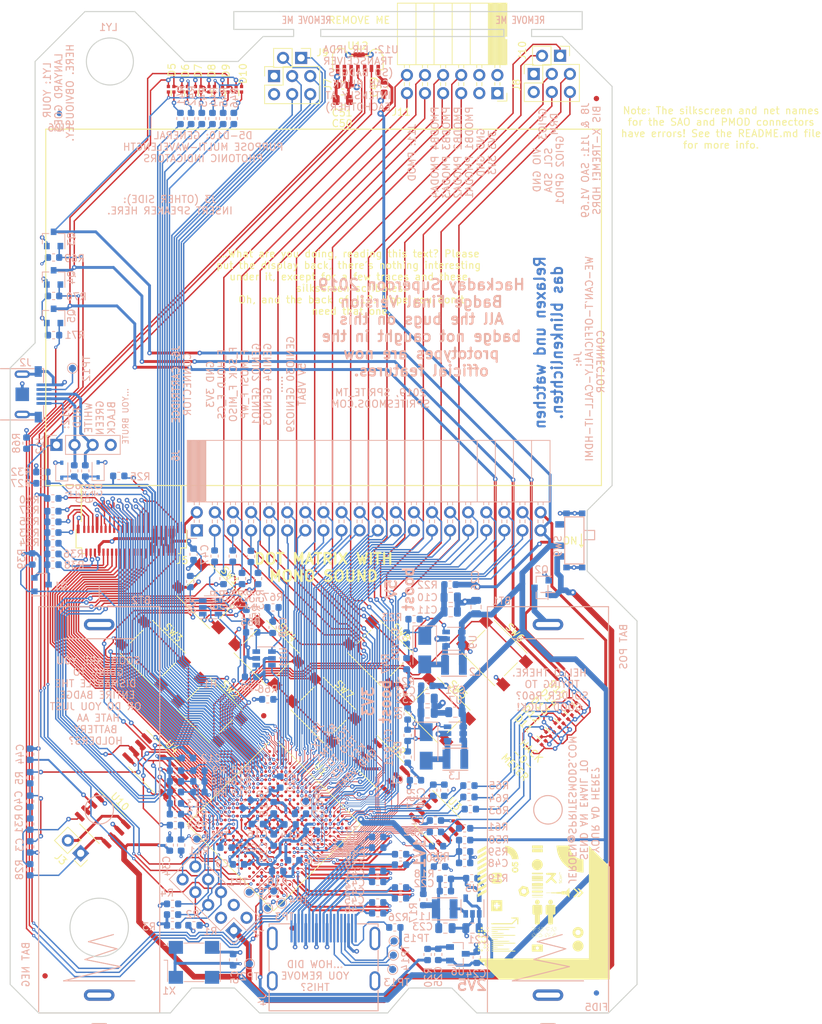
<source format=kicad_pcb>
(kicad_pcb (version 20221018) (generator pcbnew)
  (layers (0 "F.Cu" signal) (1 "In1.Cu" power "Gnd.Cu") (2 "In2.Cu" power "Pwr.Cu") (31 "B.Cu" signal) (34 "B.Paste" user) (35 "F.Paste" user) (36 "B.SilkS" user "B.Silkscreen") (37 "F.SilkS" user "F.Silkscreen") (38 "B.Mask" user) (39 "F.Mask" user) (44 "Edge.Cuts" user))
  (net 0 "")
  (net 1 "GND")
  (net 2 "2V5")
  (net 3 "VIO")
  (net 4 "1V1")
  (net 5 "/FPGA/FLASH_CS")
  (net 6 "Net-(J1-Pad7)")
  (net 7 "Net-(J1-Pad8)")
  (net 8 "Net-(J1-Pad5)")
  (net 9 "Net-(J1-Pad6)")
  (net 10 "LCD_DB8")
  (net 11 "LCD_DB7")
  (net 12 "LCD_DB9")
  (net 13 "LCD_DB10")
  (net 14 "LCD_DB11")
  (net 15 "LCD_DB12")
  (net 16 "LCD_DB13")
  (net 17 "LCD_DB14")
  (net 18 "LCD_DB15")
  (net 19 "LCD_DB16")
  (net 20 "LCD_DB17")
  (net 21 "Net-(J4-Pad13)")
  (net 22 "LCD_RD")
  (net 23 "LCD_WR")
  (net 24 "LCD_RS")
  (net 25 "LCD_CS")
  (net 26 "LCD_DB0")
  (net 27 "LCD_DB2")
  (net 28 "LCD_RST")
  (net 29 "LCD_FMARK")
  (net 30 "LCD_DB4")
  (net 31 "LCD_DB3")
  (net 32 "LCD_DB5")
  (net 33 "LCD_DB6")
  (net 34 "LCD_DB1")
  (net 35 "LCD_ID")
  (net 36 "Net-(J2-Pad4)")
  (net 37 "USB_VBUSDET")
  (net 38 "Net-(C32-Pad1)")
  (net 39 "LCD_BLEN")
  (net 40 "Net-(Q1-Pad3)")
  (net 41 "USB_D-")
  (net 42 "USB_D+")
  (net 43 "Net-(R11-Pad2)")
  (net 44 "Net-(D1-Pad2)")
  (net 45 "VBAT")
  (net 46 "Net-(L1-Pad2)")
  (net 47 "Net-(C36-Pad1)")
  (net 48 "Net-(C37-Pad1)")
  (net 49 "Net-(C40-Pad1)")
  (net 50 "Net-(C41-Pad1)")
  (net 51 "Net-(C45-Pad1)")
  (net 52 "Net-(C38-Pad1)")
  (net 53 "Net-(C39-Pad1)")
  (net 54 "Net-(C42-Pad1)")
  (net 55 "Net-(C43-Pad1)")
  (net 56 "Net-(C44-Pad1)")
  (net 57 "HDMI_D0+")
  (net 58 "HDMI_D0-")
  (net 59 "HDMI_CK+")
  (net 60 "HDMI_CK-")
  (net 61 "HDMI_HEAC+")
  (net 62 "HDMI_HEAC-")
  (net 63 "Net-(BT1-Pad2)")
  (net 64 "BTN_A")
  (net 65 "BTN_START")
  (net 66 "BTN_SELECT")
  (net 67 "BTN_B")
  (net 68 "BTN_RIGHT")
  (net 69 "BTN_LEFT")
  (net 70 "BTN_DOWN")
  (net 71 "BTN_UP")
  (net 72 "GENIO_9")
  (net 73 "GENIO_11")
  (net 74 "GENIO_8")
  (net 75 "GENIO_10")
  (net 76 "GENIO_12")
  (net 77 "GENIO_13")
  (net 78 "GENIO_14")
  (net 79 "GENIO_15")
  (net 80 "GENIO_16")
  (net 81 "GENIO_17")
  (net 82 "GENIO_18")
  (net 83 "GENIO_19")
  (net 84 "GENIO_20")
  (net 85 "GENIO_21")
  (net 86 "GENIO_22")
  (net 87 "GENIO_23")
  (net 88 "GENIO_24")
  (net 89 "GENIO_25")
  (net 90 "GENIO_26")
  (net 91 "GENIO_27")
  (net 92 "GENIO_28")
  (net 93 "GENIO_29")
  (net 94 "GENIO_30")
  (net 95 "5V")
  (net 96 "RAM2_CE")
  (net 97 "RAM2_SIO1")
  (net 98 "RAM2_SIO2")
  (net 99 "RAM2_SIO0")
  (net 100 "RAM2_SCLK")
  (net 101 "RAM2_SIO3")
  (net 102 "RAM1_SIO3")
  (net 103 "RAM1_SCLK")
  (net 104 "RAM1_SIO0")
  (net 105 "RAM1_SIO2")
  (net 106 "RAM1_SIO1")
  (net 107 "RAM1_CE")
  (net 108 "Net-(TP11-Pad1)")
  (net 109 "SNDOUT")
  (net 110 "Net-(R15-Pad1)")
  (net 111 "Net-(R10-Pad2)")
  (net 112 "Net-(R14-Pad2)")
  (net 113 "Net-(R13-Pad2)")
  (net 114 "Net-(J5-Pad13)")
  (net 115 "Net-(J5-Pad6)")
  (net 116 "Net-(J5-Pad5)")
  (net 117 "Net-(J5-Pad4)")
  (net 118 "Net-(J5-Pad3)")
  (net 119 "Net-(J5-Pad2)")
  (net 120 "Net-(J5-Pad1)")
  (net 121 "Net-(J4-Pad15)")
  (net 122 "Net-(J4-Pad16)")
  (net 123 "Net-(C35-Pad1)")
  (net 124 "Net-(J4-Pad18)")
  (net 125 "Net-(C46-Pad1)")
  (net 126 "Net-(C22-Pad1)")
  (net 127 "Net-(C22-Pad2)")
  (net 128 "Net-(R28-Pad2)")
  (net 129 "Net-(C25-Pad1)")
  (net 130 "Net-(J3-Pad1)")
  (net 131 "Net-(D2-Pad2)")
  (net 132 "Net-(J3-Pad2)")
  (net 133 "LED1")
  (net 134 "LED2")
  (net 135 "LED3")
  (net 136 "LED4")
  (net 137 "LED5")
  (net 138 "LED6")
  (net 139 "VBAT_ALWON")
  (net 140 "HDMI_D2+")
  (net 141 "HDMI_D2-")
  (net 142 "HDMI_D1+")
  (net 143 "HDMI_D1-")
  (net 144 "Net-(C4-Pad2)")
  (net 145 "Net-(C10-Pad1)")
  (net 146 "Net-(C27-Pad2)")
  (net 147 "GENIO_7")
  (net 148 "GENIO_6")
  (net 149 "GENIO_5")
  (net 150 "GENIO_4")
  (net 151 "GENIO_3")
  (net 152 "GENIO_2")
  (net 153 "GENIO_1")
  (net 154 "USB_PU")
  (net 155 "Net-(J6-Pad8)")
  (net 156 "Net-(J6-Pad7)")
  (net 157 "Net-(J6-Pad6)")
  (net 158 "Net-(J6-Pad5)")
  (net 159 "Net-(J6-Pad4)")
  (net 160 "Net-(J6-Pad3)")
  (net 161 "FLASH_SCK")
  (net 162 "FLASH_HOLD")
  (net 163 "FLASH_MISO")
  (net 164 "FLASH_WP")
  (net 165 "FLASH_MOSI")
  (net 166 "SAO1_GPIO1")
  (net 167 "SAO1_GPIO2")
  (net 168 "SAO1_SDA")
  (net 169 "SAO1_SCL")
  (net 170 "SAO1_GPIO3")
  (net 171 "SAO1_DRM")
  (net 172 "PMODB_4")
  (net 173 "PMODA_4")
  (net 174 "PMODB_3")
  (net 175 "PMODA_3")
  (net 176 "PMODB_2")
  (net 177 "PMODA_2")
  (net 178 "PMODB_1")
  (net 179 "PMODA_1")
  (net 180 "SAO2_GPIO1")
  (net 181 "SAO2_GPIO2")
  (net 182 "SAO2_SDA")
  (net 183 "SAO2_SCL")
  (net 184 "SAO2_GPIO3")
  (net 185 "SAO2_DRM")
  (net 186 "Net-(R54-Pad1)")
  (net 187 "FLASH_CS_EXT")
  (net 188 "Net-(TP1-Pad1)")
  (net 189 "Net-(TP3-Pad1)")
  (net 190 "Net-(TP4-Pad1)")
  (net 191 "/FPGA/FLASH_CS_INT")
  (net 192 "Net-(C28-Pad1)")
  (net 193 "Net-(U11-Pad4)")
  (net 194 "/FPGA/FSEL_D")
  (net 195 "/FPGA/FSEL_C")
  (net 196 "PWMOUT")
  (net 197 "ADCREF")
  (net 198 "CLK")
  (net 199 "ADCREFOUT")
  (net 200 "Net-(R60-Pad2)")
  (net 201 "LED7")
  (net 202 "LED8")
  (net 203 "LED9")
  (net 204 "DBGRX")
  (net 205 "DBGTX")
  (net 206 "Net-(TP5-Pad1)")
  (net 207 "Net-(TP6-Pad1)")
  (net 208 "ADC4")
  (net 209 "Net-(BT1-Pad1)")
  (net 210 "LED10")
  (net 211 "LED11")
  (net 212 "IRDA_TX")
  (net 213 "IRDA_RX")
  (net 214 "IRDA_SD")
  (net 215 "Net-(J12-Pad2)")
  (net 216 "Net-(J12-Pad3)")
  (net 217 "Net-(J12-Pad1)")
  (net 218 "CATB")
  (net 219 "LEDR")
  (net 220 "LEDG")
  (net 221 "LEDB")
  (net 222 "Net-(D5-Pad1)")
  (net 223 "Net-(D6-Pad1)")
  (net 224 "Net-(D7-Pad1)")
  (net 225 "Net-(D8-Pad1)")
  (net 226 "Net-(D9-Pad1)")
  (net 227 "Net-(D10-Pad1)")
  (net 228 "Net-(D11-Pad1)")
  (net 229 "Net-(D12-Pad1)")
  (net 230 "Net-(D13-Pad1)")
  (net 231 "Net-(D14-Pad1)")
  (net 232 "Net-(D15-Pad1)")
  (net 233 "Net-(TP7-Pad1)")
  (net 234 "CATC")
  (net 235 "CATA")
  (net 236 "Net-(J1-Pad4)")
  (net 237 "Net-(SW9-Pad3)")
  (net 238 "Net-(U1-PadY19)")
  (net 239 "Net-(U1-PadY17)")
  (net 240 "Net-(U1-PadY16)")
  (net 241 "Net-(U1-PadY15)")
  (net 242 "Net-(U1-PadY14)")
  (net 243 "Net-(U1-PadY12)")
  (net 244 "Net-(U1-PadY11)")
  (net 245 "Net-(U1-PadY8)")
  (net 246 "Net-(U1-PadY7)")
  (net 247 "Net-(U1-PadY6)")
  (net 248 "Net-(U1-PadY5)")
  (net 249 "Net-(U1-PadW20)")
  (net 250 "Net-(U1-PadW18)")
  (net 251 "Net-(U1-PadW17)")
  (net 252 "Net-(U1-PadW14)")
  (net 253 "Net-(U1-PadW13)")
  (net 254 "Net-(U1-PadW11)")
  (net 255 "Net-(U1-PadW10)")
  (net 256 "Net-(U1-PadW9)")
  (net 257 "Net-(U1-PadW8)")
  (net 258 "Net-(U1-PadW5)")
  (net 259 "Net-(U1-PadW4)")
  (net 260 "Net-(U1-PadV1)")
  (net 261 "Net-(U1-PadT20)")
  (net 262 "Net-(U1-PadT17)")
  (net 263 "Net-(U1-PadT3)")
  (net 264 "Net-(U1-PadT2)")
  (net 265 "Net-(U1-PadR17)")
  (net 266 "Net-(U1-PadR3)")
  (net 267 "Net-(U1-PadP18)")
  (net 268 "Net-(U1-PadP17)")
  (net 269 "Net-(U1-PadP16)")
  (net 270 "Net-(U1-PadN18)")
  (net 271 "Net-(U1-PadN17)")
  (net 272 "Net-(U1-PadN16)")
  (net 273 "Net-(U1-PadN5)")
  (net 274 "Net-(U1-PadM19)")
  (net 275 "Net-(U1-PadM18)")
  (net 276 "Net-(U1-PadM17)")
  (net 277 "Net-(U1-PadM5)")
  (net 278 "Net-(U1-PadL19)")
  (net 279 "Net-(U1-PadL5)")
  (net 280 "Net-(U1-PadK17)")
  (net 281 "Net-(U1-PadK16)")
  (net 282 "Net-(U1-PadK5)")
  (net 283 "Net-(U1-PadJ18)")
  (net 284 "Net-(U1-PadJ17)")
  (net 285 "Net-(U1-PadJ5)")
  (net 286 "Net-(U1-PadH5)")
  (net 287 "Net-(U1-PadH4)")
  (net 288 "Net-(U1-PadH3)")
  (net 289 "Net-(U1-PadG16)")
  (net 290 "Net-(U1-PadG5)")
  (net 291 "Net-(U1-PadF16)")
  (net 292 "Net-(U1-PadF5)")
  (net 293 "Net-(U1-PadE18)")
  (net 294 "Net-(U1-PadE15)")
  (net 295 "Net-(U1-PadE14)")
  (net 296 "Net-(U1-PadE13)")
  (net 297 "Net-(U1-PadE12)")
  (net 298 "Net-(U1-PadE11)")
  (net 299 "Net-(U1-PadE10)")
  (net 300 "Net-(U1-PadE9)")
  (net 301 "Net-(U1-PadE8)")
  (net 302 "Net-(U1-PadE7)")
  (net 303 "Net-(U1-PadE6)")
  (net 304 "Net-(U1-PadD15)")
  (net 305 "Net-(U1-PadD14)")
  (net 306 "Net-(U1-PadD13)")
  (net 307 "Net-(U1-PadD12)")
  (net 308 "Net-(U1-PadD8)")
  (net 309 "Net-(U1-PadD7)")
  (net 310 "Net-(U1-PadC13)")
  (footprint "Package_SO:SSOP-8_5.25x5.24mm_P1.27mm" (layer "F.Cu") (at 92.4 127.4 -45)
    (fp_text reference "U4")
    (fp_text value "W25Q128JVSIQ")
  )
  (footprint "Button_Switch_SMD:SW_Push_1P1T_NO_6x6mm_H9.5mm" (layer "F.Cu") (at 124 111.5 -45)
    (fp_text reference "SW8")
    (fp_text value "Start (BLUE)")
  )
  (footprint "Button_Switch_SMD:SW_Push_1P1T_NO_6x6mm_H9.5mm" (layer "F.Cu") (at 132 119.5 -45)
    (fp_text reference "SW5")
    (fp_text value "A (RED)")
  )
  (footprint "Button_Switch_SMD:SW_Push_1P1T_NO_6x6mm_H9.5mm" (layer "F.Cu") (at 108 111.5 -45)
    (fp_text reference "SW4")
    (fp_text value "Right (RED)")
  )
  (footprint "Button_Switch_SMD:SW_Push_1P1T_NO_6x6mm_H9.5mm" (layer "F.Cu") (at 116 119.5 -45)
    (fp_text reference "SW7")
    (fp_text value "Select (BLUE)")
  )
  (footprint "Button_Switch_SMD:SW_Push_1P1T_NO_6x6mm_H9.5mm" (layer "F.Cu") (at 100 103.5 -45)
    (fp_text reference "SW1")
    (fp_text value "Up (RED)")
  )
  (footprint "Button_Switch_SMD:SW_Push_1P1T_NO_6x6mm_H9.5mm" (layer "F.Cu") (at 92 111.5 -45)
    (fp_text reference "SW3")
    (fp_text value "Left (RED)")
  )
  (footprint "Button_Switch_SMD:SW_Push_1P1T_NO_6x6mm_H9.5mm" (layer "F.Cu") (at 100 119.5 -45)
    (fp_text reference "SW2")
    (fp_text value "Down (RED)")
  )
  (footprint "Button_Switch_SMD:SW_Push_1P1T_NO_6x6mm_H9.5mm" (layer "F.Cu") (at 140 111.5 -45)
    (fp_text reference "SW6")
    (fp_text value "B (RED)")
  )
  (footprint "Package_SO:SSOP-8_3.9x5.05mm_P1.27mm" (layer "F.Cu") (at 131.9 135.1 -45)
    (fp_text reference "U3")
    (fp_text value "LY68L6400SLIT")
  )
  (footprint "Package_SO:SSOP-8_3.9x5.05mm_P1.27mm" (layer "F.Cu") (at 124.1 127.4 -45)
    (fp_text reference "U2")
    (fp_text value "LY68L6400SLIT")
  )
  (footprint "lib:Lattice_caBGA-381_17.0x17.0mm_Layout20x20_P0.8mm_Ball0.4mm_Pad0.4mm_NSMD" (layer "F.Cu") (at 109 135.5 -45)
    (fp_text reference "U1")
    (fp_text value "LFE5Ux-45F")
  )
  (footprint "Package_SO:SSOP-8_3.9x5.05mm_P1.27mm" (layer "F.Cu") (at 85 135 -45)
    (fp_text reference "U10")
    (fp_text value "NS8002")
  )
  (footprint "lib:FH26-45S-0.3SHW" (layer "F.Cu") (at 89 95.75)
    (fp_text reference "J5")
    (fp_text value "FH26W-45S-0.3SHW(60)")
  )
  (footprint "Connector_PinSocket_2.54mm:PinSocket_1x02_P2.54mm_Vertical" (layer "F.Cu") (at 81.9 139.6 -135)
    (fp_text reference "J3")
    (fp_text value "NO STUFF")
  )
  (footprint "Connector_PinSocket_2.54mm:PinSocket_2x06_P2.54mm_Horizontal" (layer "F.Cu") (at 140.4 32.95 -90)
    (fp_text reference "J11")
    (fp_text value "NO STUFF")
  )
  (footprint "Connector_PinSocket_2.54mm:PinSocket_2x03_P2.54mm_Vertical" (layer "F.Cu") (at 145.5 30.25 90)
    (fp_text reference "J8")
    (fp_text value "Conn_02x03_Odd_Even")
  )
  (footprint "Connector_PinHeader_2.54mm:PinHeader_1x02_P2.54mm_Vertical" (layer "F.Cu") (at 149.2 27.7 -90)
    (fp_text reference "J10")
    (fp_text value "Conn_01x02_Male")
  )
  (footprint "Connector_PinHeader_2.54mm:PinHeader_1x02_P2.54mm_Vertical" (layer "F.Cu") (at 112.85 28 -90)
    (fp_text reference "J9")
    (fp_text value "Conn_01x02_Male")
  )
  (footprint "Connector_PinSocket_2.54mm:PinSocket_2x03_P2.54mm_Vertical" (layer "F.Cu") (at 109.05 30.55 90)
    (fp_text reference "J7")
    (fp_text value "Conn_02x03_Odd_Even")
  )
  (footprint "Capacitor_SMD:C_0603_1608Metric" (layer "F.Cu") (at 124.5 32.1 -90)
    (fp_text reference "C49")
    (fp_text value "100n")
  )
  (footprint "Capacitor_SMD:C_0805_2012Metric" (layer "F.Cu") (at 118.7 33.9 180)
    (fp_text reference "C50")
    (fp_text value "10u")
  )
  (footprint "Capacitor_SMD:C_0603_1608Metric" (layer "F.Cu") (at 118.7 31.85 180)
    (fp_text reference "C51")
    (fp_text value "100n")
  )
  (footprint "lib:RPM973-H11" (layer "F.Cu") (at 120.82 28.67)
    (fp_text reference "U12")
    (fp_text value "RPM973")
  )
  (footprint "lib:FC-B1010RGBT-HG" (layer "F.Cu") (at 146.6 123.8 135)
    (fp_text reference "D11")
    (fp_text value "FC-B1010RGBT-HG" hide)
  )
  (footprint "lib:FC-B1010RGBT-HG" (layer "F.Cu") (at 147.8 122.6 135)
    (fp_text reference "D12")
    (fp_text value "FC-B1010RGBT-HG" hide)
  )
  (footprint "lib:FC-B1010RGBT-HG" (layer "F.Cu") (at 149.1 121.355528 135)
    (fp_text reference "D13")
    (fp_text value "FC-B1010RGBT-HG" hide)
  )
  (footprint "lib:FC-B1010RGBT-HG" (layer "F.Cu") (at 150.3 120.2 135)
    (fp_text reference "D14")
    (fp_text value "FC-B1010RGBT-HG" hide)
  )
  (footprint "lib:FC-B1010RGBT-HG" (layer "F.Cu") (at 151.5 119.055528 135)
    (fp_text reference "D15")
    (fp_text value "FC-B1010RGBT-HG" hide)
  )
  (footprint "lib:FC-B1010RGBT-HG" (layer "F.Cu") (at 96.5 32.4 -90)
    (fp_text reference "D6")
    (fp_text value "FC-B1010RGBT-HG" hide)
  )
  (footprint "lib:FC-B1010RGBT-HG" (layer "F.Cu") (at 98.4 32.4 -90)
    (fp_text reference "D7")
    (fp_text value "FC-B1010RGBT-HG" hide)
  )
  (footprint "lib:FC-B1010RGBT-HG" (layer "F.Cu") (at 102.2 32.4 -90)
    (fp_text reference "D9")
    (fp_text value "FC-B1010RGBT-HG" hide)
  )
  (footprint "lib:FC-B1010RGBT-HG" (layer "F.Cu") (at 104.1 32.4 -90)
    (fp_text reference "D10")
    (fp_text value "FC-B1010RGBT-HG" hide)
  )
  (footprint "lib:FC-B1010RGBT-HG" (layer "F.Cu") (at 94.6 32.4 -90)
    (fp_text reference "D5")
    (fp_text value "FC-B1010RGBT-HG" hide)
  )
  (footprint "lib:FC-B1010RGBT-HG" (layer "F.Cu") (at 100.3 32.4 -90)
    (fp_text reference "D8")
    (fp_text value "FC-B1010RGBT-HG" hide)
  )
  (footprint "lib:badge_art" (layer "F.Cu") (at 146.9 147.9)
    (fp_text reference "A1" hide)
    (fp_text value "art" hide)
  )
  (footprint "lib:mouse_bite_6" (layer "F.Cu") (at 113.7 25.2)
    (fp_text reference "REF**" hide)
    (fp_text value "mouse_bite_6" hide)
  )
  (footprint "lib:mouse_bite_6" (layer "F.Cu") (at 143.275 25.2)
    (fp_text reference "REF**" hide)
    (fp_text value "mouse_bite_6" hide)
  )
  (footprint "Fiducial:Fiducial_0.75mm_Mask1.5mm" (layer "F.Cu") (at 107.6 120.3)
    (fp_text reference "FID1" hide)
    (fp_text value "Fiducial")
  )
  (footprint "Fiducial:Fiducial_0.75mm_Mask1.5mm" (layer "F.Cu") (at 111.6 150.1)
    (fp_text reference "FID2" hide)
    (fp_text value "Fiducial")
  )
  (footprint "Fiducial:Fiducial_0.75mm_Mask1.5mm" (layer "F.Cu") (at 76.9 156.8)
    (fp_text reference "FID3" hide)
    (fp_text value "Fiducial")
  )
  (footprint "Fiducial:Fiducial_0.75mm_Mask1.5mm" (layer "F.Cu") (at 154.3 33.7)
    (fp_text reference "FID4" hide)
    (fp_text value "Fiducial")
  )
  (footprint "Capacitor_SMD:C_0603_1608Metric" (layer "B.Cu") (at 126.81 139.73)
    (fp_text reference "C37")
    (fp_text value "220n")
  )
  (footprint "Capacitor_SMD:C_0603_1608Metric" (layer "B.Cu") (at 123.6 148)
    (fp_text reference "C46")
    (fp_text value "220n")
  )
  (footprint "Capacitor_SMD:C_0805_2012Metric" (layer "B.Cu") (at 130.6 117.9)
    (fp_text reference "C33")
    (fp_text value "10u")
  )
  (footprint "Package_TO_SOT_SMD:SOT-23" (layer "B.Cu") (at 134.85 153.7)
    (fp_text reference "U6")
    (fp_text value "XC6206P25")
  )
  (footprint "Resistor_SMD:R_0603_1608Metric" (layer "B.Cu") (at 74.8 141.9 90)
    (fp_text reference "R28")
    (fp_text value "10K")
  )
  (footprint "Resistor_SMD:R_0603_1608Metric" (layer "B.Cu") (at 74.8 135.5 90)
    (fp_text reference "R31")
    (fp_text value "10K")
  )
  (footprint "Resistor_SMD:R_0603_1608Metric" (layer "B.Cu") (at 74.8 129 90)
    (fp_text reference "R5")
    (fp_text value "1K")
  )
  (footprint "Capacitor_SMD:C_0603_1608Metric" (layer "B.Cu") (at 74.8 138.7 -90)
    (fp_text reference "C3")
    (fp_text value "10n")
  )
  (footprint "Capacitor_SMD:C_0603_1608Metric" (layer "B.Cu") (at 74.8 132.3 90)
    (fp_text reference "C40")
    (fp_text value "1u")
  )
  (footprint "Capacitor_SMD:C_0603_1608Metric" (layer "B.Cu") (at 94.4 138.45 90)
    (fp_text reference "C34")
    (fp_text value "1u")
  )
  (footprint "Capacitor_SMD:C_0603_1608Metric" (layer "B.Cu") (at 74.8 125.7 90)
    (fp_text reference "C44")
    (fp_text value "1u")
  )
  (footprint "Capacitor_SMD:C_0603_1608Metric" (layer "B.Cu") (at 126.8 145.9)
    (fp_text reference "C43")
    (fp_text value "220n")
  )
  (footprint "Capacitor_SMD:C_0603_1608Metric" (layer "B.Cu") (at 123.6 143.6)
    (fp_text reference "C41")
    (fp_text value "220n")
  )
  (footprint "Resistor_SMD:R_0603_1608Metric" (layer "B.Cu") (at 130.5 116.1 180)
    (fp_text reference "R24")
    (fp_text value "0")
  )
  (footprint "Resistor_SMD:R_0603_1608Metric" (layer "B.Cu") (at 130.6 153.8 90)
    (fp_text reference "R20")
    (fp_text value "0")
  )
  (footprint "Resistor_SMD:R_0603_1608Metric" (layer "B.Cu") (at 95.2 132.6)
    (fp_text reference "R13")
    (fp_text value "4K7")
  )
  (footprint "Resistor_SMD:R_0603_1608Metric" (layer "B.Cu") (at 95.2 134.1)
    (fp_text reference "R12")
    (fp_text value "1K")
  )
  (footprint "Package_TO_SOT_SMD:SOT-23" (layer "B.Cu") (at 76.4 101.9)
    (fp_text reference "Q1")
    (fp_text value "AO3400")
  )
  (footprint "Diode_SMD:D_SMA" (layer "B.Cu") (at 130.4 124.6 -90)
    (fp_text reference "D2")
    (fp_text value "MBRA210LT3" hide)
  )
  (footprint "Capacitor_SMD:C_0805_2012Metric" (layer "B.Cu") (at 133.1 150.1)
    (fp_text reference "C23")
    (fp_text value "10u")
  )
  (footprint "Capacitor_SMD:C_0805_2012Metric" (layer "B.Cu") (at 130.6 119.9)
    (fp_text reference "C32")
    (fp_text value "10u")
  )
  (footprint "Capacitor_SMD:C_0805_2012Metric" (layer "B.Cu") (at 134.5 119.8 180)
    (fp_text reference "C31")
    (fp_text value "10u")
  )
  (footprint "Capacitor_SMD:C_0603_1608Metric" (layer "B.Cu") (at 123.6 142.1)
    (fp_text reference "C39")
    (fp_text value "220n")
  )
  (footprint "Capacitor_SMD:C_0603_1608Metric" (layer "B.Cu") (at 126.8 144.4)
    (fp_text reference "C42")
    (fp_text value "220n")
  )
  (footprint "Capacitor_SMD:C_0603_1608Metric" (layer "B.Cu") (at 123.6 146.5)
    (fp_text reference "C45")
    (fp_text value "220n")
  )
  (footprint "Capacitor_SMD:C_0603_1608Metric" (layer "B.Cu") (at 123.6 137.3)
    (fp_text reference "C35")
    (fp_text value "220n")
  )
  (footprint "Capacitor_SMD:C_0603_1608Metric" (layer "B.Cu") (at 132.1 153.7875 -90)
    (fp_text reference "C25")
    (fp_text value "1u")
  )
  (footprint "Capacitor_SMD:C_0603_1608Metric" (layer "B.Cu") (at 137.5 154.2 -90)
    (fp_text reference "C24")
    (fp_text value "1u")
  )
  (footprint "Capacitor_SMD:C_0603_1608Metric" (layer "B.Cu") (at 109.9 129.6 90)
    (fp_text reference "C20")
    (fp_text value "100n")
  )
  (footprint "Capacitor_SMD:C_0603_1608Metric" (layer "B.Cu") (at 114.3 136.45)
    (fp_text reference "C19")
    (fp_text value "100n")
  )
  (footprint "Capacitor_SMD:C_0603_1608Metric" (layer "B.Cu") (at 106.7 135.5)
    (fp_text reference "C16")
    (fp_text value "100n")
  )
  (footprint "Capacitor_SMD:C_0603_1608Metric" (layer "B.Cu") (at 104.05 141.15)
    (fp_text reference "C9")
    (fp_text value "100n")
  )
  (footprint "Capacitor_SMD:C_0603_1608Metric" (layer "B.Cu") (at 97.75 97.65 -90)
    (fp_text reference "C47")
    (fp_text value "100n")
  )
  (footprint "Resistor_SMD:R_0603_1608Metric" (layer "B.Cu") (at 78 89.8 180)
    (fp_text reference "R40")
    (fp_text value "10K")
  )
  (footprint "Capacitor_SMD:C_0603_1608Metric" (layer "B.Cu") (at 109 133.2 -90)
    (fp_text reference "C15")
    (fp_text value "100n")
  )
  (footprint "TestPoint:TestPoint_Pad_D1.0mm" (layer "B.Cu") (at 125.8 153.9)
    (fp_text reference "TP14")
    (fp_text value "TestPoint" hide)
  )
  (footprint "TestPoint:TestPoint_Pad_D1.0mm" (layer "B.Cu") (at 125.9 151.9 180)
    (fp_text reference "TP15")
    (fp_text value "TestPoint" hide)
  )
  (footprint "lib:Korean_Hroparts_K3_1296S" (layer "B.Cu") (at 151.2 95.7 90)
    (fp_text reference "SW9")
    (fp_text value "SW_SPDT_shielded")
  )
  (footprint "Capacitor_SMD:C_0603_1608Metric" (layer "B.Cu") (at 128.9 129.35)
    (fp_text reference "C1")
    (fp_text value "100n")
  )
  (footprint "Capacitor_SMD:C_0603_1608Metric" (layer "B.Cu") (at 131.7 135 180)
    (fp_text reference "C2")
    (fp_text value "100n")
  )
  (footprint "lib:Murata_1212" (layer "B.Cu") (at 134.5 126.4)
    (fp_text reference "L3")
    (fp_text value "LQH3NPN2R2MJRL" hide)
  )
  (footprint "Capacitor_SMD:C_0603_1608Metric" (layer "B.Cu") (at 123.6 138.8)
    (fp_text reference "C36")
    (fp_text value "220n")
  )
  (footprint "Capacitor_SMD:C_0603_1608Metric" (layer "B.Cu") (at 126.8 141.2)
    (fp_text reference "C38")
    (fp_text value "220n")
  )
  (footprint "Resistor_SMD:R_0603_1608Metric" (layer "B.Cu") (at 78 91.6 180)
    (fp_text reference "R37")
    (fp_text value "180")
  )
  (footprint "Resistor_SMD:R_0603_1608Metric" (layer "B.Cu") (at 78 97.6)
    (fp_text reference "R36")
    (fp_text value "180")
  )
  (footprint "Resistor_SMD:R_0603_1608Metric" (layer "B.Cu") (at 78 93.1 180)
    (fp_text reference "R35")
    (fp_text value "180")
  )
  (footprint "Resistor_SMD:R_0603_1608Metric" (layer "B.Cu") (at 78 96.1 180)
    (fp_text reference "R34")
    (fp_text value "180")
  )
  (footprint "Resistor_SMD:R_0603_1608Metric" (layer "B.Cu") (at 78 94.6)
    (fp_text reference "R33")
    (fp_text value "180")
  )
  (footprint "lib:Seiko_fp_crystal_SMD_7050-4Pin_7.0x5.0mm" (layer "B.Cu") (at 97.8 154.9)
    (fp_text reference "X1")
    (fp_text value "X1G004481001400")
  )
  (footprint "Capacitor_SMD:C_0603_1608Metric" (layer "B.Cu") (at 103.3 154.55 90)
    (fp_text reference "C5")
    (fp_text value "100n")
  )
  (footprint "Resistor_SMD:R_0603_1608Metric" (layer "B.Cu") (at 87.25 86.65 180)
    (fp_text reference "R25")
    (fp_text value "1K5")
  )
  (footprint "Resistor_SMD:R_0603_1608Metric" (layer "B.Cu") (at 76.455937 87.681823 180)
    (fp_text reference "R27")
    (fp_text value "10K")
  )
  (footprint "Diode_SMD:D_SOD-323" (layer "B.Cu") (at 84.35 85.8 90)
    (fp_text reference "D3")
    (fp_text value "3V6")
  )
  (footprint "JeroensFootprints:USB_Micro-B_China_MK5P" (layer "B.Cu") (at 73.7 75.2 90)
    (fp_text reference "J2")
    (fp_text value "USB_B_Micro")
  )
  (footprint "Resistor_SMD:R_0603_1608Metric" (layer "B.Cu") (at 82.55 85.95 90)
    (fp_text reference "R29")
    (fp_text value "27")
  )
  (footprint "Resistor_SMD:R_0603_1608Metric" (layer "B.Cu") (at 98.5 131 180)
    (fp_text reference "R14")
    (fp_text value "0")
  )
  (footprint "Resistor_SMD:R_0603_1608Metric" (layer "B.Cu") (at 95.2 129.5)
    (fp_text reference "R10")
    (fp_text value "4K7")
  )
  (footprint "Resistor_SMD:R_0603_1608Metric" (layer "B.Cu") (at 98.5 129.5)
    (fp_text reference "R16")
    (fp_text value "NS")
  )
  (footprint "Resistor_SMD:R_0603_1608Metric" (layer "B.Cu") (at 95.2 128)
    (fp_text reference "R9")
    (fp_text value "NS")
  )
  (footprint "Resistor_SMD:R_0603_1608Metric" (layer "B.Cu") (at 95.2 131)
    (fp_text reference "R8")
    (fp_text value "NS")
  )
  (footprint "Resistor_SMD:R_0603_1608Metric" (layer "B.Cu") (at 133.1 143.2)
    (fp_text reference "R18")
    (fp_text value "100K")
  )
  (footprint "Resistor_SMD:R_0603_1608Metric" (layer "B.Cu") (at 136.8 143.1)
    (fp_text reference "R19")
    (fp_text value "120K")
  )
  (footprint "Capacitor_SMD:C_0805_2012Metric" (layer "B.Cu") (at 136.9 150.1 180)
    (fp_text reference "C21")
    (fp_text value "10u")
  )
  (footprint "Capacitor_SMD:C_0603_1608Metric" (layer "B.Cu") (at 133.1 144.9)
    (fp_text reference "C22")
    (fp_text value "22p")
  )
  (footprint "Capacitor_SMD:C_0603_1608Metric" (layer "B.Cu") (at 127.8 123.05 -90)
    (fp_text reference "C4")
    (fp_text value "22p")
  )
  (footprint "Capacitor_SMD:C_0805_2012Metric" (layer "B.Cu") (at 133.85 103.7)
    (fp_text reference "C10")
    (fp_text value "10u")
  )
  (footprint "Capacitor_SMD:C_0805_2012Metric" (layer "B.Cu") (at 133.85 105.7)
    (fp_text reference "C11")
    (fp_text value "10u")
  )
  (footprint "Diode_SMD:D_SMA" (layer "B.Cu") (at 130.2 111.1 -90)
    (fp_text reference "D1")
    (fp_text value "MBRA210LT3" hide)
  )
  (footprint "lib:Murata_1212" (layer "B.Cu") (at 134.3 113.2)
    (fp_text reference "L2")
    (fp_text value "LQH3NPN2R2MJRL" hide)
  )
  (footprint "Resistor_SMD:R_0603_1608Metric" (layer "B.Cu") (at 127.8 120.05 90)
    (fp_text reference "R6")
    (fp_text value "360K")
  )
  (footprint "Resistor_SMD:R_0603_1608Metric" (layer "B.Cu") (at 127.8 126.1 -90)
    (fp_text reference "R21")
    (fp_text value "82K")
  )
  (footprint "Resistor_SMD:R_0603_1608Metric" (layer "B.Cu") (at 133.75 101.9 180)
    (fp_text reference "R22")
    (fp_text value "0")
  )
  (footprint "Resistor_SMD:R_0603_1608Metric" (layer "B.Cu") (at 128.7 106.75)
    (fp_text reference "R23")
    (fp_text value "750K")
  )
  (footprint "Package_TO_SOT_SMD:SOT-23-6" (layer "B.Cu") (at 134.5 122.8)
    (fp_text reference "U7")
    (fp_text value "XR1151")
  )
  (footprint "Package_TO_SOT_SMD:SOT-23-6" (layer "B.Cu") (at 134.3 109.5)
    (fp_text reference "U9")
    (fp_text value "XR1151")
  )
  (footprint "Capacitor_SMD:C_0603_1608Metric" (layer "B.Cu") (at 127.65 109.4 -90)
    (fp_text reference "C27")
    (fp_text value "22p")
  )
  (footprint "TestPoint:TestPoint_Pad_D1.0mm" (layer "B.Cu") (at 105.55 145.05)
    (fp_text reference "TP1")
    (fp_text value "TestPoint" hide)
  )
  (footprint "TestPoint:TestPoint_Pad_D1.0mm" (layer "B.Cu") (at 105.6 155.1)
    (fp_text reference "TP2")
    (fp_text value "TestPoint" hide)
  )
  (footprint "TestPoint:TestPoint_Pad_D1.0mm" (layer "B.Cu") (at 108.15 147.3)
    (fp_text reference "TP3")
    (fp_text value "TestPoint" hide)
  )
  (footprint "Resistor_SMD:R_0603_1608Metric" (layer "B.Cu") (at 81 85.95 90)
    (fp_text reference "R30")
    (fp_text value "27")
  )
  (footprint "Capacitor_SMD:C_0603_1608Metric" (layer "B.Cu") (at 108.85 107.9 90)
    (fp_text reference "C28")
    (fp_text value "100n")
  )
  (footprint "Resistor_SMD:R_0603_1608Metric" (layer "B.Cu") (at 105.91 108.6)
    (fp_text reference "R55")
    (fp_text value "4K7")
  )
  (footprint "Package_TO_SOT_SMD:SOT-23-6" (layer "B.Cu") (at 100.1395 105.0925)
    (fp_text reference "U8")
    (fp_text value "74LVC1G3157")
  )
  (footprint "Package_TO_SOT_SMD:SOT-23-6" (layer "B.Cu") (at 107.65 112.25 180)
    (fp_text reference "U11")
    (fp_text value "74LVC1G175")
  )
  (footprint "Resistor_SMD:R_0603_1608Metric" (layer "B.Cu") (at 105.156 106.2355 -90)
    (fp_text reference "R56")
    (fp_text value "4K7")
  )
  (footprint "Resistor_SMD:R_0603_1608Metric" (layer "B.Cu") (at 100.7 97.9 -90)
    (fp_text reference "R48")
    (fp_text value "100")
  )
  (footprint "Resistor_SMD:R_0603_1608Metric" (layer "B.Cu") (at 101.95 101.05 90)
    (fp_text reference "R49")
    (fp_text value "100")
  )
  (footprint "Resistor_SMD:R_0603_1608Metric" (layer "B.Cu") (at 103.25 97.9 -90)
    (fp_text reference "R50")
    (fp_text value "100")
  )
  (footprint "Resistor_SMD:R_0603_1608Metric" (layer "B.Cu") (at 104.55 101.05 90)
    (fp_text reference "R51")
    (fp_text value "100")
  )
  (footprint "Resistor_SMD:R_0603_1608Metric" (layer "B.Cu") (at 105.8 97.95 -90)
    (fp_text reference "R52")
    (fp_text value "100")
  )
  (footprint "Resistor_SMD:R_0603_1608Metric" (layer "B.Cu") (at 106.8 101.05 90)
    (fp_text reference "R53")
    (fp_text value "100")
  )
  (footprint "Capacitor_SMD:C_0603_1608Metric" (layer "B.Cu") (at 109 137.75 90)
    (fp_text reference "C13")
    (fp_text value "100n")
  )
  (footprint "Capacitor_SMD:C_0603_1608Metric" (layer "B.Cu") (at 111.3 135.55 180)
    (fp_text reference "C14")
    (fp_text value "100n")
  )
  (footprint "Resistor_SMD:R_0603_1608Metric" (layer "B.Cu") (at 95.2 135.65)
    (fp_text reference "R54")
    (fp_text value "100")
  )
  (footprint "Capacitor_SMD:C_0603_1608Metric" (layer "B.Cu") (at 132.95 130.75 -90)
    (fp_text reference "C30")
    (fp_text value "10n")
  )
  (footprint "Resistor_SMD:R_0603_1608Metric" (layer "B.Cu") (at 131.4 130.75 -90)
    (fp_text reference "R57")
    (fp_text value "1K")
  )
  (footprint "Resistor_SMD:R_0603_1608Metric" (layer "B.Cu") (at 135.8 137.75 180)
    (fp_text reference "R58")
    (fp_text value "100K")
  )
  (footprint "Resistor_SMD:R_0603_1608Metric" (layer "B.Cu") (at 135.8 139.35)
    (fp_text reference "R59")
    (fp_text value "100K")
  )
  (footprint "Capacitor_SMD:C_0603_1608Metric" (layer "B.Cu") (at 135.8 140.95)
    (fp_text reference "C48")
    (fp_text value "100n")
  )
  (footprint "Resistor_SMD:R_0603_1608Metric" (layer "B.Cu") (at 132 138.6)
    (fp_text reference "R60")
    (fp_text value "NS")
  )
  (footprint "Capacitor_SMD:C_0603_1608Metric" (layer "B.Cu") (at 105.75 114.85)
    (fp_text reference "C29")
    (fp_text value "100n")
  )
  (footprint "lib:battery_holder_1xAA" (layer "B.Cu") (at 84.5 133.5 90)
    (fp_text reference "BT2")
    (fp_text value "Battery_Cell")
  )
  (footprint "Resistor_SMD:R_0603_1608Metric" (layer "B.Cu") (at 98.5 128)
    (fp_text reference "R15")
    (fp_text value "0")
  )
  (footprint "Capacitor_SMD:C_0603_1608Metric" (layer "B.Cu") (at 102.3 138.8 180)
    (fp_text reference "C17")
    (fp_text value "100n")
  )
  (footprint "Capacitor_SMD:C_0603_1608Metric" (layer "B.Cu") (at 105.225 132.675 45)
    (fp_text reference "C8")
    (fp_text value "100n")
  )
  (footprint "Capacitor_SMD:C_0603_1608Metric" (layer "B.Cu") (at 112.75 134.05)
    (fp_text reference "C7")
    (fp_text value "100n")
  )
  (footprint "Resistor_SMD:R_0603_1608Metric" (layer "B.Cu") (at 130 146.1 -90)
    (fp_text reference "R17")
    (fp_text value "0")
  )
  (footprint "TestPoint:TestPoint_Pad_D1.0mm" (layer "B.Cu") (at 109 144.9 -90)
    (fp_text reference "TP5")
    (fp_text value "TestPoint" hide)
  )
  (footprint "Capacitor_SMD:C_0603_1608Metric" (layer "B.Cu") (at 109.55 142.1)
    (fp_text reference "C18")
    (fp_text value "100n")
  )
  (footprint "Diode_SMD:D_SOD-323" (layer "B.Cu") (at 79.25 85.85 90)
    (fp_text reference "D4")
    (fp_text value "3V6")
  )
  (footprint "Resistor_SMD:R_0603_1608Metric" (layer "B.Cu") (at 78 99.1)
    (fp_text reference "R38")
    (fp_text value "180")
  )
  (footprint "Resistor_SMD:R_0603_1608Metric" (layer "B.Cu") (at 75.1 98.3 90)
    (fp_text reference "R39")
    (fp_text value "10K")
  )
  (footprint "TestPoint:TestPoint_Pad_D1.0mm" (layer "B.Cu") (at 110.1 146.6)
    (fp_text reference "TP4")
    (fp_text value "TestPoint" hide)
  )
  (footprint "TestPoint:TestPoint_Pad_D1.0mm" (layer "B.Cu") (at 80.75 71.55 -90)
    (fp_text reference "TP12")
    (fp_text value "TestPoint" hide)
  )
  (footprint "Capacitor_SMD:C_0603_1608Metric" (layer "B.Cu") (at 111.8 140.575)
    (fp_text reference "C6")
    (fp_text value "100n")
  )
  (footprint "TestPoint:TestPoint_Pad_D1.0mm" (layer "B.Cu") (at 113.5 132.3 -90)
    (fp_text reference "TP6")
    (fp_text value "TestPoint" hide)
  )
  (footprint "Connector_PinHeader_2.54mm:PinHeader_2x05_P2.54mm_Vertical" (layer "B.Cu") (at 103.392102 150.442102 45)
    (fp_text reference "J1")
    (fp_text value "Conn_02x05_Odd_Even" hide)
  )
  (footprint "TestPoint:TestPoint_Pad_D1.0mm" (layer "B.Cu") (at 98.2 137.6 180)
    (fp_text reference "TP11")
    (fp_text value "TestPoint" hide)
  )
  (footprint "Capacitor_SMD:C_0603_1608Metric" (layer "B.Cu") (at 96.901 126.238)
    (fp_text reference "C12")
    (fp_text value "100n")
  )
  (footprint "TestPoint:TestPoint_Pad_D1.0mm" (layer "B.Cu") (at 125.7 155.9)
    (fp_text reference "TP13")
    (fp_text value "TestPoint" hide)
  )
  (footprint "Resistor_SMD:R_0603_1608Metric" (layer "B.Cu") (at 126 150 180)
    (fp_text reference "R26")
    (fp_text value "0")
  )
  (footprint "lib:Boom_Precision_HDMI-001" (layer "B.Cu") (at 116 155.5 180)
    (fp_text reference "J4")
    (fp_text value "HDMI_A_1.4")
  )
  (footprint "Package_TO_SOT_SMD:SOT-23-5" (layer "B.Cu") (at 136.9 147 90)
    (fp_text reference "U5")
    (fp_text value "M3406")
  )
  (footprint "lib:Murata_1212" (layer "B.Cu") (at 133 147.4)
    (fp_text reference "L1")
    (fp_text value "LQH3NPN2R2MJRL" hide)
  )
  (footprint "Resistor_SMD:R_0603_1608Metric" (layer "B.Cu") (at 108.1625 118 180)
    (fp_text reference "R66")
    (fp_text value "4K7")
  )
  (footprint "Package_TO_SOT_SMD:SOT-23" (layer "B.Cu") (at 146.6 102.3 180)
    (fp_text reference "Q2")
    (fp_text value "AO3401")
  )
  (footprint "Resistor_SMD:R_0603_1608Metric" (layer "B.Cu") (at 108.9 105.1 180)
    (fp_text reference "R67")
    (fp_text value "4K7")
  )
  (footprint "Connector_PinHeader_2.54mm:PinHeader_1x04_P2.54mm_Vertical" (layer "B.Cu") (at 78.5 82.3 -90)
    (fp_text reference "J12")
    (fp_text value "NO STUFF")
  )
  (footprint "Connector_PinSocket_2.54mm:PinSocket_2x20_P2.54mm_Horizontal" (layer "B.Cu") (at 98.2 94.3 -90)
    (fp_text reference "J6")
    (fp_text value "Conn_02x20_Odd_Even")
  )
  (footprint "Capacitor_SMD:C_0805_2012Metric" (layer "B.Cu") (at 137.4 105.05 90)
    (fp_text reference "C26")
    (fp_text value "10u")
  )
  (footprint "Resistor_SMD:R_0603_1608Metric" (layer "B.Cu") (at 127.65 113 -90)
    (fp_text reference "R47")
    (fp_text value "100K")
  )
  (footprint "Resistor_SMD:R_0603_1608Metric" (layer "B.Cu") (at 74.3 82.05 -90)
    (fp_text reference "R68")
    (fp_text value "10K")
  )
  (footprint "Package_TO_SOT_SMD:SOT-23" (layer "B.Cu") (at 78.1 53.4 90)
    (fp_text reference "Q3")
    (fp_text value "AO3400")
  )
  (footprint "Package_TO_SOT_SMD:SOT-23" (layer "B.Cu") (at 78.1 58.8 90)
    (fp_text reference "Q4")
    (fp_text value "AO3400")
  )
  (footprint "Package_TO_SOT_SMD:SOT-23" (layer "B.Cu") (at 78.1 64.2 90)
    (fp_text reference "Q5")
    (fp_text value "AO3400")
  )
  (footprint "Resistor_SMD:R_0603_1608Metric" (layer "B.Cu") (at 135.8 136.1)
    (fp_text reference "R61")
    (fp_text value "220R")
  )
  (footprint "Resistor_SMD:R_0603_1608Metric" (layer "B.Cu") (at 131.7 136.6)
    (fp_text reference "R62")
    (fp_text value "220R")
  )
  (footprint "Resistor_SMD:R_0603_1608Metric" (layer "B.Cu") (at 136.6 133.4)
    (fp_text reference "R63")
    (fp_text value "220R")
  )
  (footprint "Resistor_SMD:R_0603_1608Metric" (layer "B.Cu") (at 136.4 131.7)
    (fp_text reference "R64")
    (fp_text value "220R")
  )
  (footprint "Resistor_SMD:R_0603_1608Metric" (layer "B.Cu") (at 136.4 130.1)
    (fp_text reference "R65")
    (fp_text value "220R")
  )
  (footprint "Resistor_SMD:R_0603_1608Metric" (layer "B.Cu") (at 78.1 56)
    (fp_text reference "R69")
    (fp_text value "10K")
  )
  (footprint "Resistor_SMD:R_0603_1608Metric" (layer "B.Cu") (at 78.1 61.4 180)
    (fp_text reference "R70")
    (fp_text value "10K")
  )
  (footprint "Resistor_SMD:R_0603_1608Metric" (layer "B.Cu") (at 78.1 66.9 180)
    (fp_text reference "R71")
    (fp_text value "10K")
  )
  (footprint "Resistor_SMD:R_0603_1608Metric" (layer "B.Cu") (at 103.4 36.5 90)
    (fp_text reference "R46")
    (fp_text value "220R")
  )
  (footprint "Resistor_SMD:R_0603_1608Metric" (layer "B.Cu") (at 101.9 36.5 90)
    (fp_text reference "R45")
    (fp_text value "220R")
  )
  (footprint "Resistor_SMD:R_0603_1608Metric" (layer "B.Cu") (at 100.4 36.5 90)
    (fp_text reference "R44")
    (fp_text value "220R")
  )
  (footprint "Resistor_SMD:R_0603_1608Metric" (layer "B.Cu") (at 97.4 36.5 90)
    (fp_text reference "R42")
    (fp_text value "220R")
  )
  (footprint "Resistor_SMD:R_0603_1608Metric" (layer "B.Cu") (at 98.9 36.5 90)
    (fp_text reference "R43")
    (fp_text value "220R")
  )
  (footprint "Resistor_SMD:R_0603_1608Metric" (layer "B.Cu") (at 95.9 36.5 90)
    (fp_text reference "R41")
    (fp_text value "220R")
  )
  (footprint "lib:battery_holder_1xAA" (layer "B.Cu") (at 147.5 133.5 90)
    (fp_text reference "BT1")
    (fp_text value "Battery_Cell")
  )
  (footprint "Resistor_SMD:R_0603_1608Metric" (layer "B.Cu") (at 94.8 148.2)
    (fp_text reference "R2")
    (fp_text value "4K7")
  )
  (footprint "Resistor_SMD:R_0603_1608Metric" (layer "B.Cu") (at 94.8 149.7)
    (fp_text reference "R3")
    (fp_text value "4K7")
  )
  (footprint "Resistor_SMD:R_0603_1608Metric" (layer "B.Cu") (at 94.8 146.7 180)
    (fp_text reference "R4")
    (fp_text value "4K7")
  )
  (footprint "Resistor_SMD:R_0603_1608Metric" (layer "B.Cu") (at 97.8 149.7)
    (fp_text reference "R1")
    (fp_text value "4K7")
  )
  (footprint "Resistor_SMD:R_0603_1608Metric" (layer "B.Cu") (at 96 138.45 90)
    (fp_text reference "R11")
    (fp_text value "4K7")
  )
  (footprint "TestPoint:TestPoint_Pad_D1.0mm" (layer "B.Cu") (at 118.3 138.3)
    (fp_text reference "TP7")
    (fp_text value "TestPoint" hide)
  )
  (footprint "Resistor_SMD:R_0603_1608Metric" (layer "B.Cu") (at 76.45 86.1 180)
    (fp_text reference "R32")
    (fp_text value "20K")
  )
  (footprint "Resistor_SMD:R_0603_1608Metric" (layer "B.Cu") (at 132.2705 141.478 180)
    (fp_text reference "R72")
    (fp_text value "1K")
  )
  (footprint "MountingHole:MountingHole_3.5mm" (layer "B.Cu") (at 100.076 111.379)
    (fp_text reference "H1")
    (fp_text value "MountingHole")
  )
  (footprint "Resistor_SMD:R_0603_1608Metric" (layer "B.Cu") (at 97.282 101.473 -90)
    (fp_text reference "R7")
    (fp_text value "4K7")
  )
  (footprint "Fiducial:Fiducial_0.75mm_Mask1.5mm" (layer "B.Cu") (at 154.3 159.2)
    (fp_text reference "FID5")
    (fp_text value "Fiducial")
  )
  (footprint "Fiducial:Fiducial_0.75mm_Mask1.5mm" (layer "B.Cu") (at 78.9 35.8)
    (fp_text reference "FID6")
    (fp_text value "Fiducial")
  )
  (gr_line (start 77 88) (end 155 88) (stroke (width 0.15)) (layer "F.SilkS"))
  (gr_line (start 155 88) (end 155 38) (stroke (width 0.15)) (layer "F.SilkS"))
  (gr_line (start 77 38) (end 77 88) (stroke (width 0.15)) (layer "F.SilkS"))
  (gr_line (start 96 93) (end 96 88) (stroke (width 0.2)) (layer "F.SilkS"))
  (gr_line (start 82 93) (end 82 88) (stroke (width 0.2)) (layer "F.SilkS"))
  (gr_line (start 155 38) (end 77 38) (stroke (width 0.15)) (layer "F.SilkS"))
  (gr_line (start 152.2 96.65) (end 151.95 96.3) (stroke (width 0.15)) (layer "F.SilkS"))
  (gr_line (start 152.2 96.65) (end 152.45 96.3) (stroke (width 0.15)) (layer "F.SilkS"))
  (gr_line (start 152.2 94.8) (end 152.2 96.65) (stroke (width 0.15)) (layer "F.SilkS"))
  (gr_line (start 107 162) (end 103.5 158.5) (stroke (width 0.15)) (layer "Edge.Cuts"))
  (gr_line (start 128 158.5) (end 125 162) (stroke (width 0.15)) (layer "Edge.Cuts"))
  (gr_line (start 137.5 162) (end 134 158.5) (stroke (width 0.15)) (layer "Edge.Cuts"))
  (gr_line (start 134 158.5) (end 128 158.5) (stroke (width 0.15)) (layer "Edge.Cuts"))
  (gr_line (start 156 162) (end 160 158) (stroke (width 0.15)) (layer "Edge.Cuts"))
  (gr_line (start 103.5 158.5) (end 97.5 158.5) (stroke (width 0.15)) (layer "Edge.Cuts"))
  (gr_line (start 76 162) (end 72 158) (stroke (width 0.15)) (layer "Edge.Cuts"))
  (gr_line (start 97.5 158.5) (end 94.5 162) (stroke (width 0.15)) (layer "Edge.Cuts"))
  (gr_line (start 107 162) (end 125 162) (stroke (width 0.15)) (layer "Edge.Cuts"))
  (gr_line (start 160 107) (end 160 158) (stroke (width 0.15)) (layer "Edge.Cuts"))
  (gr_line (start 137.5 162) (end 156 162) (stroke (width 0.15)) (layer "Edge.Cuts"))
  (gr_line (start 94.5 162) (end 76 162) (stroke (width 0.15)) (layer "Edge.Cuts"))
  (gr_line (start 156.5 88) (end 156.5 32) (stroke (width 0.15)) (layer "Edge.Cuts"))
  (gr_line (start 75.5 28.5) (end 82.5 21.5) (stroke (width 0.15)) (layer "Edge.Cuts"))
  (gr_line (start 82.5 21.5) (end 89.5 21.5) (stroke (width 0.15)) (layer "Edge.Cuts"))
  (gr_line (start 89.5 21.5) (end 96.5 28.5) (stroke (width 0.15)) (layer "Edge.Cuts"))
  (gr_line (start 75.5 28.5) (end 75.5 68) (stroke (width 0.15)) (layer "Edge.Cuts"))
  (gr_line (start 75.5 68) (end 72 71.5) (stroke (width 0.15)) (layer "Edge.Cuts"))
  (gr_line (start 156.5 88) (end 153 91.5) (stroke (width 0.15)) (layer "Edge.Cuts"))
  (gr_line (start 153 91.5) (end 153 100) (stroke (width 0.15)) (layer "Edge.Cuts"))
  (gr_circle (center 86 28.5) (end 82.7 28.5) (stroke (width 0.15)) (fill none) (layer "Edge.Cuts"))
  (gr_line (start 156.5 32) (end 149.5 25) (stroke (width 0.15)) (layer "Edge.Cuts"))
  (gr_line (start 107.5 25) (end 104 28.5) (stroke (width 0.15)) (layer "Edge.Cuts"))
  (gr_line (start 104 28.5) (end 96.5 28.5) (stroke (width 0.15)) (layer "Edge.Cuts"))
  (gr_line (start 109.8 21.5) (end 111.8 21.5) (stroke (width 0.15)) (layer "Edge.Cuts"))
  (gr_line (start 111.8 24) (end 111.8 25) (stroke (width 0.15)) (layer "Edge.Cuts"))
  (gr_line (start 141.3 24) (end 141.3 25) (stroke (width 0.15)) (layer "Edge.Cuts"))
  (gr_line (start 141.8 21.5) (end 145.2 21.5) (stroke (width 0.15)) (layer "Edge.Cuts"))
  (gr_line (start 145.2 24) (end 145.2 25) (stroke (width 0.15)) (layer "Edge.Cuts"))
  (gr_line (start 147.7 24) (end 145.2 24) (stroke (width 0.15)) (layer "Edge.Cuts"))
  (gr_line (start 139.8 21.5) (end 141.8 21.5) (stroke (width 0.15)) (layer "Edge.Cuts"))
  (gr_line (start 145.2 21.5) (end 147.7 21.5) (stroke (width 0.15)) (layer "Edge.Cuts"))
  (gr_line (start 111.8 25) (end 107.5 25) (stroke (width 0.15)) (layer "Edge.Cuts"))
  (gr_line (start 141.3 24) (end 115.6 24) (stroke (width 0.15)) (layer "Edge.Cuts"))
  (gr_line (start 103.4 21.5) (end 109.8 21.5) (stroke (width 0.15)) (layer "Edge.Cuts"))
  (gr_line (start 117.7 21.5) (end 139.8 21.5) (stroke (width 0.15)) (layer "Edge.Cuts"))
  (gr_line (start 152.3 24) (end 147.7 24) (stroke (width 0.15)) (layer "Edge.Cuts"))
  (gr_line (start 153 100) (end 160 107) (stroke (width 0.15)) (layer "Edge.Cuts"))
  (gr_line (start 152.3 21.5) (end 152.3 24) (stroke (width 0.15)) (layer "Edge.Cuts"))
  (gr_line (start 115.6 25) (end 115.6 24) (stroke (width 0.15)) (layer "Edge.Cuts"))
  (gr_line (start 141.3 25) (end 115.6 25) (stroke (width 0.15)) (layer "Edge.Cuts"))
  (gr_line (start 111.8 21.5) (end 115.2 21.5) (stroke (width 0.15)) (layer "Edge.Cuts"))
  (gr_line (start 115.2 21.5) (end 117.7 21.5) (stroke (width 0.15)) (layer "Edge.Cuts"))
  (gr_line (start 103.4 24) (end 103.4 21.5) (stroke (width 0.15)) (layer "Edge.Cuts"))
  (gr_line (start 72 71.5) (end 72 158) (stroke (width 0.15)) (layer "Edge.Cuts"))
  (gr_line (start 109.8 24) (end 103.4 24) (stroke (width 0.15)) (layer "Edge.Cuts"))
  (gr_line (start 147.7 21.5) (end 152.3 21.5) (stroke (width 0.15)) (layer "Edge.Cuts"))
  (gr_line (start 149.5 25) (end 145.2 25) (stroke (width 0.15)) (layer "Edge.Cuts"))
  (gr_circle (center 84.5 150) (end 80.4 150) (stroke (width 0.15)) (fill none) (layer "Edge.Cuts"))
  (gr_line (start 111.8 24) (end 109.8 24) (stroke (width 0.15)) (layer "Edge.Cuts"))
  (gr_text "Relaxen und watchen\ndas blinkenlichten." (at 147.574 67.945 90) (layer "B.Cu") (effects (font (size 1.5 1.5) (thickness 0.3)) (justify mirror)))
  (gr_text "1V1" (at 129.5 139.6 90) (layer "B.SilkS") (effects (font (size 1.5 1.5) (thickness 0.3)) (justify mirror)))
  (gr_text "J6: CARTRIDGE\nCONNECTOR\n\nGND 3V3\nF_HOLD F_CS\nF_SCK F_MISO\nF_MOSI F_WP\nGENIO2 GENIO1\nGENIO4 GENIO3\n.....\nGENIO30 GENIO29\n5V VBAT" (at 104.125 73.8 90) (layer "B.SilkS") (effects (font (size 1 1)) (justify mirror)))
  (gr_text "LY1: YOUR \nLANYARD GOES\nHERE. OBVIOUSLY." (at 78.8035 32.893 90) (layer "B.SilkS") (effects (font (size 1 1)) (justify mirror)))
  (gr_text "J4: \nWE-CAN'T-OFFICIALLY-CALL-IT-HDMI \nCONNECTOR" (at 153.3 70.6 90) (layer "B.SilkS") (effects (font (size 1 1)) (justify mirror)))
  (gr_text "REMOVE ME" (at 143.6 22.7) (layer "B.SilkS") (effects (font (size 1 0.8)) (justify mirror)))
  (gr_text "J11: PMOD\n\nPMODB4 PMODA4\nPMODB3 PMODA3\nPMODB2 PMODA2\nPMODB1 PMODA1\nGND GND\n3V3 3V3" (at 134.0485 41.275 90) (layer "B.SilkS") (effects (font (size 1 1)) (justify mirror)))
  (gr_text "GPIO3\nDRM" (at 147.574 37.2745 90) (layer "B.SilkS") (effects (font (size 1 1)) (justify mirror)))
  (gr_text "J12:\nRED\nWHITE\nGREEN\nBLACK\n" (at 83 78.5 90) (layer "B.SilkS") (effects (font (size 1 1)) (justify mirror)))
  (gr_text "HELLO THERE.\nTRYING TO \nSOLDER R60? \nGOOD LUCK!" (at 147.7 116.7) (layer "B.SilkS") (effects (font (size 1 1)) (justify mirror)))
  (gr_text "...HOW DID\nYOU REMOVE\nTHIS?" (at 114.8 156.8) (layer "B.SilkS") (effects (font (size 1 1)) (justify mirror)))
  (gr_text "Hackaday Supercon 2019\nBadge Final Version\nAll the bugs on this\nbadge not caught in the\nprototypes are now\nofficial features." (at 129.7305 65.8495) (layer "B.SilkS") (effects (font (size 1.5 1.5) (thickness 0.3)) (justify mirror)))
  (gr_text "SOOO, ARE YOU \nGOING TO \nDISMANTLE THE\nENTIRE BADGE,\nOR DO YOU JUST\nHATE AA \nBATTERY\nHOLDERS?" (at 84 118.2) (layer "B.SilkS") (effects (font (size 1 1)) (justify mirror)))
  (gr_text "YOUR AD HERE?\nSEND AN EMAIL TO\nJEROEN@SPRITESMODS.COM" (at 152.5 133.5 270) (layer "B.SilkS") (effects (font (size 1 1)) (justify mirror)))
  (gr_text "REMOVE ME" (at 113.6 22.7) (layer "B.SilkS") (effects (font (size 1 0.8)) (justify mirror)))
  (gr_text "D5-D10: GENERAL\nPURPOSE MULTI-WAVELENGTH\nPHOTONIC INDICATORS" (at 99.1 40.5) (layer "B.SilkS") (effects (font (size 1 1)) (justify mirror)))
  (gr_text "3V3\nboost" (at 123.475 118.3 90) (layer "B.SilkS") (effects (font (size 1.5 1.5) (thickness 0.3)) (justify mirror)))
  (gr_text "BAT NEG" (at 74.2 155.2 90) (layer "B.SilkS") (effects (font (size 1 1)) (justify mirror)))
  (gr_text "...YOU BRUTE" (at 88.2 78.3 90) (layer "B.SilkS") (effects (font (size 0.8 0.8) (thickness 0.12)) (justify mirror)))
  (gr_text "J8 & J11: SAO V1.69\nBIS X-TREME! HDRS\n" (at 153.543 42.3545 90) (layer "B.SilkS") (effects (font (size 1 1)) (justify mirror)))
  (gr_text "2V5" (at 136.8 158.1) (layer "B.SilkS") (effects (font (size 1.5 1.5) (thickness 0.3)) (justify mirror)))
  (gr_text "2019, SPRITE_TM\nSPRITESMODS.COM" (at 124.0155 75.7555) (layer "B.SilkS") (effects (font (size 1 1)) (justify mirror)))
  (gr_text "LY1" (at 85.8 23.7) (layer "B.SilkS") (effects (font (size 1 1)) (justify mirror)))
  (gr_text "BAT POS" (at 158.1 110.6 90) (layer "B.SilkS") (effects (font (size 1 1)) (justify mirror)))
  (gr_text "5V\nboost" (at 126.7 102.5 90) (layer "B.SilkS") (effects (font (size 1.5 1.5) (thickness 0.3)) (justify mirror)))
  (gr_text "U12: FIR IRDA \nTRANSCEIVER\n(SO BADGES \nCAN BLINK \nINTENSLY AT\nEACHOTHER)" (at 120.8405 30.861) (layer "B.SilkS") (effects (font (size 1 1)) (justify mirror)))
  (gr_text "VIO GND\nSCL SDA\nGPIO2 GPIO1" (at 147.574 43.7515 90) (layer "B.SilkS") (effects (font (size 1 1)) (justify mirror)))
  (gr_text "J1:\nRX TX\nTCK TMS\nTDO TDI\nKEY 3V3\nGND VBAT" (at 117.856 124.9045 45) (layer "B.SilkS") (effects (font (size 1 1)) (justify mirror)))
  (gr_text "J3 (OTHER SIDE):\nINSERT SPEAKER HERE." (at 94.4245 48.641) (layer "B.SilkS") (effects (font (size 1 1)) (justify mirror)))
  (gr_text "DOT MATRIX WITH\nMONO SOUND" (at 116 99.5) (layer "F.SilkS") (effects (font (size 1.5 1.5) (thickness 0.3))))
  (gr_text "Note: The silkscreen and net names\nfor the SAO and PMOD connectors\nhave errors! See the README.md file\nfor more info." (at 171.8 37.8) (layer "F.SilkS") (effects (font (size 1 1))))
  (gr_text "HACK\n-O-\nMETER" (at 144 126.4 315) (layer "F.SilkS") (effects (font (size 1 1))))
  (gr_text "REMOVE ME" (at 121 22.7) (layer "F.SilkS") (effects (font (size 1 1))))
  (gr_text "ON" (at 150.6 95.75) (layer "F.SilkS") (effects (font (size 1 1))))
  (gr_text "...What are you doing, reading this text? Please \nput the display back, there's nothing interesting \nunder it, except for a few traces and these \nsilkscreen scribbles.\nOh, and the back of J12. Hope you don't\nneed that one." (at 119.9 59.5) (layer "F.SilkS") (effects (font (size 1 1))))
  (segment (start 101.164303 107.868109) (end 100.162563 106.866369) (width 0.4) (layer "F.Cu") (net 1))
  (segment (start 98.45 101.5) (end 98.45 101.5) (width 0.4) (layer "F.Cu") (net 1))
  (segment (start 100.162563 106.866369) (end 100.162563 106.866369) (width 0.4) (layer "F.Cu") (net 1))
  (segment (start 107.999994 115.45) (end 107.999994 115.45) (width 0.4) (layer "F.Cu") (net 1))
  (segment (start 86.4 135.5) (end 86.4 135.5) (width 0.4) (layer "F.Cu") (net 1))
  (segment (start 85.3 132.6) (end 85.3 132.6) (width 0.4) (layer "F.Cu") (net 1))
  (segment (start 140.2 114.9) (end 140.2 114.9) (width 0.4) (layer "F.Cu") (net 1))
  (segment (start 136.6 111.3) (end 136.6 111.3) (width 0.4) (layer "F.Cu") (net 1))
  (segment (start 107.302943 133.237258) (end 106.737258 132.671573) (width 0.2) (layer "F.Cu") (net 1))
  (segment (start 103.343146 131.013654) (end 103.354523 131.002277) (width 0.2) (layer "F.Cu") (net 1))
  (segment (start 119.45 27.6) (end 120.79 27.6) (width 0.4) (layer "F.Cu") (net 1))
  (segment (start 109.6 134.9) (end 109.034315 134.9) (width 0.2) (layer "F.Cu") (net 1))
  (segment (start 110.097056 134.9) (end 110.131371 134.934315) (width 0.2) (layer "F.Cu") (net 1))
  (segment (start 111.839119 137.200058) (end 111.265744 137.200058) (width 0.2) (layer "F.Cu") (net 1))
  (segment (start 107.302944 142.288225) (end 107.302944 142.847056) (width 0.2) (layer "F.Cu") (net 1))
  (segment (start 117.97 29.47) (end 117.97 30.58) (width 0.4) (layer "F.Cu") (net 1))
  (segment (start 97.669759 102.280241) (end 98.45 101.5) (width 0.4) (layer "F.Cu") (net 1))
  (segment (start 141.219759 115.90174) (end 141.20174 115.90174) (width 0.4) (layer "F.Cu") (net 1))
  (segment (start 100.601042 118.727958) (end 103.378 115.951) (width 0.2) (layer "F.Cu") (net 1))
  (segment (start 108.434315 135.5) (end 108.434315 136.065685) (width 0.2) (layer "F.Cu") (net 1))
  (segment (start 106.728427 140.6) (end 106.737258 140.591169) (width 0.2) (layer "F.Cu") (net 1))
  (segment (start 129.392476 135.217394) (end 129.617475 135.442393) (width 0.4) (layer "F.Cu") (net 1))
  (segment (start 92 95.95) (end 92 95.45) (width 0.4) (layer "F.Cu") (net 1))
  (segment (start 107.35 138.3) (end 107.840202 138.3) (width 0.2) (layer "F.Cu") (net 1))
  (segment (start 111.828427 134.368629) (end 111.262742 133.802944) (width 0.2) (layer "F.Cu") (net 1))
  (segment (start 106.748047 132.660784) (end 106.737258 132.671573) (width 0.2) (layer "F.Cu") (net 1))
  (segment (start 111.265744 137.200058) (end 111.262742 137.197056) (width 0.2) (layer "F.Cu") (net 1))
  (segment (start 135.59826 110.29826) (end 136.6 111.3) (width 0.4) (layer "F.Cu") (net 1))
  (segment (start 102.211775 137.197056) (end 102.211775 137.738225) (width 0.2) (layer "F.Cu") (net 1))
  (segment (start 107.302944 137.762742) (end 107.302944 138.252944) (width 0.2) (layer "F.Cu") (net 1))
  (segment (start 105.605887 139.176956) (end 105.605887 139.459798) (width 0.2) (layer "F.Cu") (net 1))
  (segment (start 106.15 140.6) (end 105.614718 140.6) (width 0.2) (layer "F.Cu") (net 1))
  (segment (start 103.896089 137.75) (end 103.908831 137.762742) (width 0.2) (layer "F.Cu") (net 1))
  (segment (start 128.561451 134.655528) (end 128.83061 134.655528) (width 0.4) (layer "F.Cu") (net 1))
  (segment (start 105.040202 138.894113) (end 105.323044 138.894113) (width 0.2) (layer "F.Cu") (net 1))
  (segment (start 115.211418 138.882991) (end 115.22254 138.894113) (width 0.2) (layer "F.Cu") (net 1))
  (segment (start 103.35 137.75) (end 103.896089 137.75) (width 0.2) (layer "F.Cu") (net 1))
  (segment (start 107.3 142.85) (end 107.864718 142.85) (width 0.2) (layer "F.Cu") (net 1))
  (segment (start 105.605887 139.459798) (end 105.605888 139.459798) (width 0.2) (layer "F.Cu") (net 1))
  (segment (start 110.131371 136.065685) (end 109.634315 136.065685) (width 0.2) (layer "F.Cu") (net 1))
  (segment (start 105.605887 134.934315) (end 105.605887 134.934314) (width 0.2) (layer "F.Cu") (net 1))
  (segment (start 109 145.116652) (end 109.565685 144.550967) (width 0.2) (layer "F.Cu") (net 1))
  (segment (start 106.748047 132.095099) (end 106.748047 132.660784) (width 0.2) (layer "F.Cu") (net 1))
  (segment (start 85.75 112.15) (end 85.4 111.8) (width 0.2) (layer "F.Cu") (net 1))
  (segment (start 109 131.540202) (end 109.540202 131.540202) (width 0.2) (layer "F.Cu") (net 1))
  (segment (start 141.20174 115.90174) (end 140.2 114.9) (width 0.4) (layer "F.Cu") (net 1))
  (segment (start 93.5 96.45) (end 93.2 96.15) (width 0.4) (layer "F.Cu") (net 1))
  (segment (start 110.697056 133.237258) (end 110.131371 132.671573) (width 0.2) (layer "F.Cu") (net 1))
  (segment (start 96.45 94.1) (end 96.45 93.51) (width 0.4) (layer "F.Cu") (net 1))
  (segment (start 108.434315 136.134315) (end 108.4 136.1) (width 0.2) (layer "F.Cu") (net 1))
  (segment (start 113.525483 136.065685) (end 112.959798 135.5) (width 0.2) (layer "F.Cu") (net 1))
  (segment (start 106.15 140.6) (end 106.15 141.135281) (width 0.2) (layer "F.Cu") (net 1))
  (segment (start 84.5 97.35) (end 84.5 96.45) (width 0.4) (layer "F.Cu") (net 1))
  (segment (start 93.2 96.15) (end 93.2 95.4) (width 0.4) (layer "F.Cu") (net 1))
  (segment (start 126.70174 115.90174) (end 127.45 116.65) (width 0.4) (layer "F.Cu") (net 1))
  (segment (start 91.7 97.35) (end 91.7 96.25) (width 0.4) (layer "F.Cu") (net 1))
  (segment (start 120.79 27.6) (end 120.82 27.57) (width 0.4) (layer "F.Cu") (net 1))
  (segment (start 127.45 118.153806) (end 127.45 116.968198) (width 0.4) (layer "F.Cu") (net 1))
  (segment (start 108.45 139.45) (end 108.45 138.909798) (width 0.2) (layer "F.Cu") (net 1))
  (segment (start 105.323044 138.894113) (end 105.605887 139.176956) (width 0.2) (layer "F.Cu") (net 1))
  (segment (start 101.219759 123.90174) (end 100.601042 123.283023) (width 0.2) (layer "F.Cu") (net 1))
  (segment (start 103.378 115.951) (end 103.378 115.3795) (width 0.2) (layer "F.Cu") (net 1))
  (segment (start 107.302944 138.252944) (end 107.35 138.3) (width 0.2) (layer "F.Cu") (net 1))
  (segment (start 102.2 138.316652) (end 102.211775 138.328427) (width 0.2) (layer "F.Cu") (net 1))
  (segment (start 111.262742 133.520102) (end 110.979898 133.237258) (width 0.2) (layer "F.Cu") (net 1))
  (segment (start 93.2 95.4) (end 92.75 95.4) (width 0.4) (layer "F.Cu") (net 1))
  (segment (start 108.4 134.402944) (end 108.434315 134.368629) (width 0.2) (layer "F.Cu") (net 1))
  (segment (start 109.6 135.534315) (end 109.565685 135.5) (width 0.2) (layer "F.Cu") (net 1))
  (segment (start 107.3 142.85) (end 106.741169 142.85) (width 0.2) (layer "F.Cu") (net 1))
  (segment (start 108.434315 130.974517) (end 109 131.540202) (width 0.2) (layer "F.Cu") (net 1))
  (segment (start 102.2 137.75) (end 102.2 138.316652) (width 0.2) (layer "F.Cu") (net 1))
  (segment (start 112.394113 134.934315) (end 112.934315 134.934315) (width 0.2) (layer "F.Cu") (net 1))
  (segment (start 92 95.45) (end 86.7 95.45) (width 0.4) (layer "F.Cu") (net 1))
  (segment (start 112.95 134.378427) (end 112.959798 134.368629) (width 0.2) (layer "F.Cu") (net 1))
  (segment (start 106.737258 141.72254) (end 106.737259 141.72254) (width 0.2) (layer "F.Cu") (net 1))
  (segment (start 84.461451 131.761451) (end 85.3 132.6) (width 0.4) (layer "F.Cu") (net 1))
  (segment (start 103.908831 138.894113) (end 104.474517 138.328427) (width 0.2) (layer "F.Cu") (net 1))
  (segment (start 111.828427 137.21075) (end 111.839119 137.200058) (width 0.2) (layer "F.Cu") (net 1))
  (segment (start 107.840202 138.3) (end 107.868629 138.328427) (width 0.2) (layer "F.Cu") (net 1))
  (segment (start 93.8 95.45) (end 93.8 94.15) (width 0.4) (layer "F.Cu") (net 1))
  (segment (start 106.171573 141.156854) (end 106.171572 141.156854) (width 0.4) (layer "F.Cu") (net 1))
  (segment (start 95.59826 118.280241) (end 93.219759 115.90174) (width 0.2) (layer "F.Cu") (net 1))
  (segment (start 108.45 139.45) (end 108.990202 139.45) (width 0.2) (layer "F.Cu") (net 1))
  (segment (start 105.198528 140.998528) (end 105.040202 141.156854) (width 0.2) (layer "F.Cu") (net 1))
  (segment (start 110.697056 135.5) (end 110.131371 136.065685) (width 0.2) (layer "F.Cu") (net 1))
  (segment (start 110.13137 139.459798) (end 109.565685 138.894113) (width 0.2) (layer "F.Cu") (net 1))
  (segment (start 93.25 95.45) (end 93.2 95.4) (width 0.4) (layer "F.Cu") (net 1))
  (segment (start 109 133.802944) (end 109.565685 134.368629) (width 0.2) (layer "F.Cu") (net 1))
  (segment (start 108.434315 134.368629) (end 109 133.802944) (width 0.2) (layer "F.Cu") (net 1))
  (segment (start 127.560823 118.264629) (end 127.45 118.153806) (width 0.4) (layer "F.Cu") (net 1))
  (segment (start 109.565685 134.368629) (end 109.565685 134.865685) (width 0.2) (layer "F.Cu") (net 1))
  (segment (start 108.434315 134.934315) (end 108.4 134.9) (width 0.2) (layer "F.Cu") (net 1))
  (segment (start 112.959798 134.959798) (end 112.95 134.95) (width 0.2) (layer "F.Cu") (net 1))
  (segment (start 109.565685 136.065685) (end 109.6 136.1) (width 0.2) (layer "F.Cu") (net 1))
  (segment (start 102.764718 137.75) (end 102.77746 137.762742) (width 0.2) (layer "F.Cu") (net 1))
  (segment (start 106.741169 142.85) (end 106.737258 142.853911) (width 0.2) (layer "F.Cu") (net 1))
  (segment (start 95.59826 102.280241) (end 97.669759 102.280241) (width 0.4) (layer "F.Cu") (net 1))
  (segment (start 103.59826 108.658458) (end 103.798549 108.458169) (width 0.2) (layer "F.Cu") (net 1))
  (segment (start 92.3 97.35) (end 92.3 96.45) (width 0.4) (layer "F.Cu") (net 1))
  (segment (start 103.337258 137.762742) (end 103.35 137.75) (width 0.2) (layer "F.Cu") (net 1))
  (segment (start 85.4 111.05) (end 86.484744 109.965256) (width 0.2) (layer "F.Cu") (net 1))
  (segment (start 108.365685 136.065685) (end 108.4 136.1) (width 0.2) (layer "F.Cu") (net 1))
  (segment (start 109.565685 132.105887) (end 109.565685 131.565685) (width 0.2) (layer "F.Cu") (net 1))
  (segment (start 93.8 95.45) (end 93.25 95.45) (width 0.4) (layer "F.Cu") (net 1))
  (segment (start 102.77746 137.762742) (end 103.337258 137.762742) (width 0.2) (layer "F.Cu") (net 1))
  (segment (start 108.990202 139.45) (end 109 139.459798) (width 0.2) (layer "F.Cu") (net 1))
  (segment (start 120.861451 126.855528) (end 121.758317 127.752394) (width 0.4) (layer "F.Cu") (net 1))
  (segment (start 87.340523 136.440523) (end 86.4 135.5) (width 0.4) (layer "F.Cu") (net 1))
  (segment (start 123.536812 127.752394) (end 123.85501 127.752394) (width 0.4) (layer "F.Cu") (net 1))
  (segment (start 92 95.45) (end 92 94.15) (width 0.4) (layer "F.Cu") (net 1))
  (segment (start 115.211418 138.350453) (end 115.211418 138.882991) (width 0.2) (layer "F.Cu") (net 1))
  (segment (start 84.5 96.45) (end 85.1 95.85) (width 0.4) (layer "F.Cu") (net 1))
  (segment (start 108.45 138.909798) (end 108.434315 138.894113) (width 0.2) (layer "F.Cu") (net 1))
  (segment (start 121.758317 127.752394) (end 123.536812 127.752394) (width 0.4) (layer "F.Cu") (net 1))
  (segment (start 93.8 96.15) (end 93.8 95.45) (width 0.4) (layer "F.Cu") (net 1))
  (segment (start 106.171573 134.368629) (end 105.605887 134.934315) (width 0.2) (layer "F.Cu") (net 1))
  (segment (start 104.474517 138.328427) (end 104.474517 138.328428) (width 0.2) (layer "F.Cu") (net 1))
  (segment (start 117.7625 32) (end 117.9125 31.85) (width 0.4) (layer "F.Cu") (net 1))
  (segment (start 105.05 136.05) (end 105.590202 136.05) (width 0.2) (layer "F.Cu") (net 1))
  (segment (start 108.4 136.1) (end 108.965685 136.1) (width 0.2) (layer "F.Cu") (net 1))
  (segment (start 94.1 97.35) (end 94.1 96.45) (width 0.4) (layer "F.Cu") (net 1))
  (segment (start 105.040202 135.5) (end 105.040202 136.040202) (width 0.2) (layer "F.Cu") (net 1))
  (segment (start 124.5 32.8875) (end 124.5 33.54054) (width 0.4) (layer "F.Cu") (net 1))
  (segment (start 86.7 95.45) (end 86.3 95.85) (width 0.4) (layer "F.Cu") (net 1))
  (segment (start 105.040202 129.843146) (end 105.040202 129.313396) (width 0.2) (layer "F.Cu") (net 1))
  (segment (start 109.565686 144.550967) (end 110.131371 145.116652) (width 0.2) (layer "F.Cu") (net 1))
  (segment (start 108.434315 136.631371) (end 108.434315 136.134315) (width 0.2) (layer "F.Cu") (net 1))
  (segment (start 85.4 111.8) (end 85.4 111.05) (width 0.2) (layer "F.Cu") (net 1))
  (segment (start 107.868629 136.065685) (end 108.365685 136.065685) (width 0.2) (layer "F.Cu") (net 1))
  (segment (start 92.6 95.55) (end 92.6 94.15) (width 0.4) (layer "F.Cu") (net 1))
  (segment (start 124.486196 33.554344) (end 124.036197 34.004343) (width 0.4) (layer "F.Cu") (net 1))
  (segment (start 92.75 95.4) (end 92.05 95.4) (width 0.4) (layer "F.Cu") (net 1))
  (segment (start 115.788225 133.186089) (end 115.776162 133.198152) (width 0.4) (layer "F.Cu") (net 1))
  (segment (start 117.9125 31.85) (end 117.9125 30.6625) (width 0.4) (layer "F.Cu") (net 1))
  (segment (start 102.2 137.75) (end 101.658831 137.75) (width 0.2) (layer "F.Cu") (net 1))
  (segment (start 93.219759 115.90174) (end 89.468019 112.15) (width 0.2) (layer "F.Cu") (net 1))
  (segment (start 109.565685 134.865685) (end 109.6 134.9) (width 0.2) (layer "F.Cu") (net 1))
  (segment (start 105.614718 140.6) (end 105.605887 140.591169) (width 0.2) (layer "F.Cu") (net 1))
  (segment (start 112.95 134.95) (end 113.509798 134.95) (width 0.2) (layer "F.Cu") (net 1))
  (segment (start 107.868629 134.934315) (end 108.365685 134.934315) (width 0.2) (layer "F.Cu") (net 1))
  (segment (start 101.658831 137.75) (end 101.646089 137.762742) (width 0.2) (layer "F.Cu") (net 1))
  (segment (start 112.959798 135.5) (end 112.959798 134.959798) (width 0.2) (layer "F.Cu") (net 1))
  (segment (start 81.55 92.65) (end 81.65 92.55) (width 0.2) (layer "F.Cu") (net 1))
  (segment (start 87.340523 136.442498) (end 87.340523 136.440523) (width 0.4) (layer "F.Cu") (net 1))
  (segment (start 118.535169 136.065685) (end 118.549883 136.050971) (width 0.2) (layer "F.Cu") (net 1))
  (segment (start 117.219759 123.90174) (end 111.59826 118.280241) (width 0.2) (layer "F.Cu") (net 1))
  (segment (start 110.979898 133.237258) (end 110.697056 133.237258) (width 0.2) (layer "F.Cu") (net 1))
  (segment (start 106.171573 140.578427) (end 106.15 140.6) (width 0.2) (layer "F.Cu") (net 1))
  (segment (start 94.1 96.45) (end 93.8 96.15) (width 0.4) (layer "F.Cu") (net 1))
  (segment (start 106.737258 141.72254) (end 107.302944 141.156854) (width 0.2) (layer "F.Cu") (net 1))
  (segment (start 115.788225 132.671573) (end 115.788225 133.186089) (width 0.4) (layer "F.Cu") (net 1))
  (segment (start 105.040202 136.040202) (end 105.05 136.05) (width 0.2) (layer "F.Cu") (net 1))
  (segment (start 109.6 136.1) (end 109.6 135.534315) (width 0.2) (layer "F.Cu") (net 1))
  (segment (start 112.934315 134.934315) (end 112.95 134.95) (width 0.2) (layer "F.Cu") (net 1))
  (segment (start 111.839119 137.200058) (end 111.839119 136.642063) (width 0.2) (layer "F.Cu") (net 1))
  (segment (start 106.806854 129.843146) (end 106.8 129.85) (width 0.2) (layer "F.Cu") (net 1))
  (segment (start 103.35 137.20391) (end 103.343146 137.197056) (width 0.2) (layer "F.Cu") (net 1))
  (segment (start 88.498538 126.198538) (end 89.5 127.2) (width 0.4) (layer "F.Cu") (net 1))
  (segment (start 119.59826 110.280241) (end 112.830241 110.280241) (width 0.2) (layer "F.Cu") (net 1))
  (segment (start 111.262742 133.802944) (end 111.262742 133.520102) (width 0.2) (layer "F.Cu") (net 1))
  (segment (start 109.565685 136.631371) (end 109 137.197056) (width 0.2) (layer "F.Cu") (net 1))
  (segment (start 106.171573 141.156855) (end 106.737258 141.72254) (width 0.2) (layer "F.Cu") (net 1))
  (segment (start 108.4 134.9) (end 108.4 135.465685) (width 0.2) (layer "F.Cu") (net 1))
  (segment (start 105.605887 134.934314) (end 105.040202 134.368629) (width 0.2) (layer "F.Cu") (net 1))
  (segment (start 109 136.065685) (end 109.565685 136.065685) (width 0.2) (layer "F.Cu") (net 1))
  (segment (start 107.302944 129.843146) (end 106.806854 129.843146) (width 0.2) (layer "F.Cu") (net 1))
  (segment (start 107.302944 133.237258) (end 107.302943 133.237258) (width 0.2) (layer "F.Cu") (net 1))
  (segment (start 109.565685 135.5) (end 109.565685 134.934315) (width 0.2) (layer "F.Cu") (net 1))
  (segment (start 109.55 130.990202) (end 109.565685 130.974517) (width 0.2) (layer "F.Cu") (net 1))
  (segment (start 109.565685 132.105887) (end 109.565686 132.105887) (width 0.2) (layer "F.Cu") (net 1))
  (segment (start 100.601042 123.283023) (end 100.601042 118.727958) (width 0.2) (layer "F.Cu") (net 1))
  (segment (start 109 134.934315) (end 108.434315 134.934315) (width 0.2) (layer "F.Cu") (net 1))
  (segment (start 109.034315 134.9) (end 109 134.934315) (width 0.2) (layer "F.Cu") (net 1))
  (segment (start 117.9125 30.6625) (end 117.9 30.65) (width 0.4) (layer "F.Cu") (net 1))
  (segment (start 124.5 33.54054) (end 124.486196 33.554344) (width 0.4) (layer "F.Cu") (net 1))
  (segment (start 109.55 131.55) (end 109.55 130.990202) (width 0.2) (layer "F.Cu") (net 1))
  (segment (start 109.565685 138.894113) (end 109 139.459798) (width 0.2) (layer "F.Cu") (net 1))
  (segment (start 112.959798 134.368629) (end 112.959798 134.36863) (width 0.2) (layer "F.Cu") (net 1))
  (segment (start 109.540202 131.540202) (end 109.55 131.55) (width 0.2) (layer "F.Cu") (net 1))
  (segment (start 105.590202 136.05) (end 105.605887 136.065685) (width 0.2) (layer "F.Cu") (net 1))
  (segment (start 114.667624 137.207826) (end 114.656854 137.197056) (width 0.2) (layer "F.Cu") (net 1))
  (segment (start 112.830241 110.280241) (end 108.85 106.3) (width 0.2) (layer "F.Cu") (net 1))
  (segment (start 105.605887 140.591169) (end 105.198528 140.998528) (width 0.2) (layer "F.Cu") (net 1))
  (segment (start 110.131371 145.181381) (end 110.44999 145.5) (width 0.2) (layer "F.Cu") (net 1))
  (segment (start 86.484744 109.717951) (end 86.484744 109.399753) (width 0.2) (layer "F.Cu") (net 1))
  (segment (start 109.634315 136.065685) (end 109.6 136.1) (width 0.2) (layer "F.Cu") (net 1))
  (segment (start 119.48 27.57) (end 119.45 27.6) (width 0.8) (layer "F.Cu") (net 1))
  (segment (start 109.565685 130.974517) (end 109.565686 130.974517) (width 0.4) (layer "F.Cu") (net 1))
  (segment (start 111.262742 137.197056) (end 111.262742 137.197057) (width 0.4) (layer "F.Cu") (net 1))
  (segment (start 111.746089 142.853911) (end 111.75 142.85) (width 0.2) (layer "F.Cu") (net 1))
  (segment (start 101.646089 136.631371) (end 101.64609 136.631371) (width 0.2) (layer "F.Cu") (net 1))
  (segment (start 103.343146 138.328427) (end 103.343146 138.328428) (width 0.2) (layer "F.Cu") (net 1))
  (segment (start 107.302944 142.852944) (end 107.3 142.85) (width 0.2) (layer "F.Cu") (net 1))
  (segment (start 112.95 134.95) (end 112.95 134.378427) (width 0.2) (layer "F.Cu") (net 1))
  (segment (start 109.164303 115.868109) (end 108.418103 115.868109) (width 0.4) (layer "F.Cu") (net 1))
  (segment (start 103.35 137.75) (end 103.35 138.321573) (width 0.2) (layer "F.Cu") (net 1))
  (segment (start 108.965685 136.1) (end 109 136.065685) (width 0.2) (layer "F.Cu") (net 1))
  (segment (start 109.55 131.55) (end 110.121573 131.55) (width 0.2) (layer "F.Cu") (net 1))
  (segment (start 93.2 95.4) (end 93.2 94.15) (width 0.4) (layer "F.Cu") (net 1))
  (segment (start 108.4 134.9) (end 108.4 134.402944) (width 0.2) (layer "F.Cu") (net 1))
  (segment (start 101.64609 136.631371) (end 102.211775 137.197056) (width 0.2) (layer "F.Cu") (net 1))
  (segment (start 103.798549 108.458169) (end 104.123548 108.13317) (width 0.2) (layer "F.Cu") (net 1))
  (segment (start 86.717772 109.399753) (end 86.484744 109.399753) (width 0.4) (layer "F.Cu") (net 1))
  (segment (start 103.343146 138.328428) (end 103.908831 138.894113) (width 0.2) (layer "F.Cu") (net 1))
  (segment (start 109.565685 138.894113) (end 109.565686 138.894113) (width 0.4) (layer "F.Cu") (net 1))
  (segment (start 105.040202 129.313396) (end 105.043916 129.309682) (width 0.2) (layer "F.Cu") (net 1))
  (segment (start 107.302944 143.419596) (end 107.302944 142.852944) (width 0.2) (layer "F.Cu") (net 1))
  (segment (start 106.171573 140.025483) (end 106.171573 140.025484) (width 0.4) (layer "F.Cu") (net 1))
  (segment (start 106.171573 140.025483) (end 106.171573 140.578427) (width 0.2) (layer "F.Cu") (net 1))
  (segment (start 106.171573 141.156854) (end 106.171573 141.156855) (width 0.2) (layer "F.Cu") (net 1))
  (segment (start 109.565685 131.565685) (end 109.55 131.55) (width 0.2) (layer "F.Cu") (net 1))
  (segment (start 92.3 96.45) (end 92.6 96.15) (width 0.4) (layer "F.Cu") (net 1))
  (segment (start 108.365685 134.934315) (end 108.4 134.9) (width 0.2) (layer "F.Cu") (net 1))
  (segment (start 128.83061 134.655528) (end 129.392476 135.217394) (width 0.4) (layer "F.Cu") (net 1))
  (segment (start 81.55 94.1) (end 81.55 92.65) (width 0.2) (layer "F.Cu") (net 1))
  (segment (start 117.97 30.58) (end 117.9 30.65) (width 0.4) (layer "F.Cu") (net 1))
  (segment (start 111.839119 136.642063) (end 111.828427 136.631371) (width 0.2) (layer "F.Cu") (net 1))
  (segment (start 88.498538 126.192615) (end 88.498538 126.198538) (width 0.4) (layer "F.Cu") (net 1))
  (segment (start 110.131371 134.934315) (end 110.697056 135.5) (width 0.2) (layer "F.Cu") (net 1))
  (segment (start 109.565685 138.894113) (end 110.131371 138.328427) (width 0.2) (layer "F.Cu") (net 1))
  (segment (start 111.262742 142.853911) (end 111.746089 142.853911) (width 0.2) (layer "F.Cu") (net 1))
  (segment (start 103.35 138.321573) (end 103.343146 138.328427) (width 0.2) (layer "F.Cu") (net 1))
  (segment (start 107.302944 133.237258) (end 107.868629 132.671573) (width 0.2) (layer "F.Cu") (net 1))
  (segment (start 87.59826 110.280241) (end 86.717772 109.399753) (width 0.4) (layer "F.Cu") (net 1))
  (segment (start 107.302944 142.847056) (end 107.3 142.85) (width 0.2) (layer "F.Cu") (net 1))
  (segment (start 103.35 137.75) (end 103.35 137.20391) (width 0.2) (layer "F.Cu") (net 1))
  (segment (start 93.5 97.35) (end 93.5 96.45) (width 0.4) (layer "F.Cu") (net 1))
  (segment (start 105.605888 139.459798) (end 106.171573 140.025483) (width 0.2) (layer "F.Cu") (net 1))
  (segment (start 110.131371 145.116652) (end 110.131371 145.181381) (width 0.2) (layer "F.Cu") (net 1))
  (segment (start 106.15 141.135281) (end 106.171573 141.156854) (width 0.2) (layer "F.Cu") (net 1))
  (segment (start 92.6 96.15) (end 92.6 95.55) (width 0.4) (layer "F.Cu") (net 1))
  (segment (start 107.864718 142.85) (end 107.868629 142.853911) (width 0.2) (layer "F.Cu") (net 1))
  (segment (start 133.164303 123.868109) (end 132.162563 122.866369) (width 0.4) (layer "F.Cu") (net 1))
  (segment (start 105.605887 134.934315) (end 105.040202 135.5) (width 0.2) (layer "F.Cu") (net 1))
  (segment (start 108.418103 115.868109) (end 108.224993 115.674999) (width 0.4) (layer "F.Cu") (net 1))
  (segment (start 113.525483 134.934315) (end 113.525483 134.934314) (width 0.2) (layer "F.Cu") (net 1))
  (segment (start 106.15 140.6) (end 106.728427 140.6) (width 0.2) (layer "F.Cu") (net 1))
  (segment (start 107.302944 135.5) (end 107.868629 134.934315) (width 0.2) (layer "F.Cu") (net 1))
  (segment (start 102.2 137.75) (end 102.764718 137.75) (width 0.2) (layer "F.Cu") (net 1))
  (segment (start 113.509798 134.95) (end 113.525483 134.934315) (width 0.2) (layer "F.Cu") (net 1))
  (segment (start 103.343146 138.328427) (end 103.343145 138.328427) (width 0.4) (layer "F.Cu") (net 1))
  (segment (start 106.737258 132.105888) (end 106.748047 132.095099) (width 0.4) (layer "F.Cu") (net 1))
  (segment (start 101.646089 137.762742) (end 101.64609 137.762742) (width 0.4) (layer "F.Cu") (net 1))
  (segment (start 135.59826 110.280241) (end 135.59826 110.29826) (width 0.4) (layer "F.Cu") (net 1))
  (segment (start 111.828427 137.762742) (end 111.828427 137.21075) (width 0.2) (layer "F.Cu") (net 1))
  (segment (start 118.050967 136.065685) (end 118.535169 136.065685) (width 0.2) (layer "F.Cu") (net 1))
  (segment (start 86.484744 109.965256) (end 86.484744 109.717951) (width 0.2) (layer "F.Cu") (net 1))
  (segment (start 110.131371 139.459798) (end 110.13137 139.459798) (width 0.2) (layer "F.Cu") (net 1))
  (segment (start 110.131371 132.671573) (end 109.565685 132.105887) (width 0.2) (layer "F.Cu") (net 1))
  (segment (start 102.211775 137.738225) (end 102.2 137.75) (width 0.2) (layer "F.Cu") (net 1))
  (segment (start 111.828427 128.711775) (end 111.828427 129.183016) (width 0.4) (layer "F.Cu") (net 1))
  (segment (start 92.05 95.4) (end 92 95.45) (width 0.4) (layer "F.Cu") (net 1))
  (segment (start 115.233316 137.207826) (end 114.667624 137.207826) (width 0.2) (layer "F.Cu") (net 1))
  (segment (start 84.455528 131.761451) (end 84.461451 131.761451) (width 0.4) (layer "F.Cu") (net 1))
  (segment (start 120.82 27.57) (end 122.58 27.57) (width 0.4) (layer "F.Cu") (net 1))
  (segment (start 91.7 96.25) (end 92 95.95) (width 0.4) (layer "F.Cu") (net 1))
  (segment (start 96.45 93.51) (end 98.2 91.76) (width 0.4) (layer "F.Cu") (net 1))
  (segment (start 109 128.722417) (end 109 128.146089) (width 0.2) (layer "F.Cu") (net 1))
  (segment (start 110.131371 139.459798) (end 111.262742 139.459798) (width 0.2) (layer "F.Cu") (net 1))
  (segment (start 117.7625 33.9) (end 117.7625 32) (width 0.4) (layer "F.Cu") (net 1))
  (segment (start 85.1 95.85) (end 86.3 95.85) (width 0.4) (layer "F.Cu") (net 1))
  (segment (start 110.121573 131.55) (end 110.131371 131.540202) (width 0.2) (layer "F.Cu") (net 1))
  (segment (start 103.59826 110.280241) (end 103.59826 108.658458) (width 0.2) (layer "F.Cu") (net 1))
  (segment (start 109.565685 136.134315) (end 109.6 136.1) (width 0.2) (layer "F.Cu") (net 1))
  (segment (start 107.868629 136.065685) (end 107.302944 135.5) (width 0.2) (layer "F.Cu") (net 1))
  (segment (start 109.565685 136.631371) (end 109.565685 136.134315) (width 0.2) (layer "F.Cu") (net 1))
  (segment (start 110.131371 131.540202) (end 110.13137 131.540202) (width 0.2) (layer "F.Cu") (net 1))
  (segment (start 127.45 116.968198) (end 127.45 116.65) (width 0.4) (layer "F.Cu") (net 1))
  (segment (start 111.59826 118.280241) (end 109.219759 115.90174) (width 0.2) (layer "F.Cu") (net 1))
  (segment (start 89.468019 112.15) (end 85.75 112.15) (width 0.2) (layer "F.Cu") (net 1))
  (segment (start 111.828427 129.183016) (end 111.84465 129.199239) (width 0.4) (layer "F.Cu") (net 1))
  (segment (start 109 137.197056) (end 108.434315 136.631371) (width 0.2) (layer "F.Cu") (net 1))
  (segment (start 104.474517 138.328428) (end 105.040202 138.894113) (width 0.2) (layer "F.Cu") (net 1))
  (segment (start 109.565685 134.934315) (end 109.6 134.9) (width 0.2) (layer "F.Cu") (net 1))
  (segment (start 107.302944 142.288225) (end 107.302944 142.288226) (width 0.4) (layer "F.Cu") (net 1))
  (segment (start 108.434315 136.065685) (end 108.4 136.1) (width 0.2) (layer "F.Cu") (net 1))
  (segment (start 108.4 135.465685) (end 108.434315 135.5) (width 0.2) (layer "F.Cu") (net 1))
  (segment (start 109.565685 144.550967) (end 109.565686 144.550967) (width 0.2) (layer "F.Cu") (net 1))
  (segment (start 103.343146 131.540202) (end 103.343146 131.013654) (width 0.2) (layer "F.Cu") (net 1))
  (segment (start 122.58 27.57) (end 122.6 27.55) (width 0.4) (layer "F.Cu") (net 1))
  (segment (start 109.6 134.9) (end 110.097056 134.9) (width 0.2) (layer "F.Cu") (net 1))
  (segment (start 92.75 95.4) (end 92.6 95.55) (width 0.4) (layer "F.Cu") (net 1))
  (segment (start 103.343146 137.197056) (end 103.343146 137.197057) (width 0.4) (layer "F.Cu") (net 1))
  (segment (start 108.224993 115.674999) (end 107.999994 115.45) (width 0.4) (layer "F.Cu") (net 1))
  (segment (start 125.219759 115.90174) (end 126.70174 115.90174) (width 0.4) (layer "F.Cu") (net 1))
  (via (at 93.05 146.95) (size 0.65) (drill 0.3) (layers "F.Cu" "B.Cu") (net 1))
  (via (at 106.250008 118) (size 0.65) (drill 0.3) (layers "F.Cu" "B.Cu") (net 1))
  (via (at 151.15 99.5) (size 0.65) (drill 0.3) (layers "F.Cu" "B.Cu") (net 1))
  (via (at 108.85 106.3) (size 0.45) (drill 0.2) (layers "F.Cu" "B.Cu") (net 1))
  (via (at 75.6625 85.2125) (size 0.65) (drill 0.3) (layers "F.Cu" "B.Cu") (net 1))
  (via (at 75.8 139.5) (size 0.65) (drill 0.3) (layers "F.Cu" "B.Cu") (net 1))
  (via (at 97 99.65) (size 0.65) (drill 0.3) (layers "F.Cu" "B.Cu") (net 1))
  (via (at 108.45 139.45) (size 0.45) (drill 0.2) (layers "F.Cu" "B.Cu") (net 1))
  (via (at 111.75 142.85) (size 0.45) (drill 0.2) (layers "F.Cu" "B.Cu") (net 1))
  (via (at 86.3 95.85) (size 0.65) (drill 0.3) (layers "F.Cu" "B.Cu") (net 1))
  (via (at 78.35501 84.8) (size 0.65) (drill 0.3) (layers "F.Cu" "B.Cu") (net 1))
  (via (at 120.65 153.35) (size 0.65) (drill 0.3) (layers "F.Cu" "B.Cu") (net 1))
  (via (at 89.5 127.2) (size 0.45) (drill 0.2) (layers "F.Cu" "B.Cu") (net 1))
  (via (at 75.74499 89.303159) (size 0.65) (drill 0.3) (layers "F.Cu" "B.Cu") (net 1))
  (via (at 76.7 59) (size 0.65) (drill 0.3) (layers "F.Cu" "B.Cu") (net 1))
  (via (at 103.354523 131.002277) (size 0.45) (drill 0.2) (layers "F.Cu" "B.Cu") (net 1))
  (via (at 109.6 136.1) (size 0.45) (drill 0.2) (layers "F.Cu" "B.Cu") (net 1))
  (via (at 85.35 84.75) (size 0.65) (drill 0.3) (layers "F.Cu" "B.Cu") (net 1))
  (via (at 109 128.722417) (size 0.45) (drill 0.2) (layers "F.Cu" "B.Cu") (net 1))
  (via (at 76.5 53.2) (size 0.65) (drill 0.3) (layers "F.Cu" "B.Cu") (net 1))
  (via (at 129.617475 135.442393) (size 0.45) (drill 0.2) (layers "F.Cu" "B.Cu") (net 1))
  (via (at 105.043916 129.309682) (size 0.45) (drill 0.2) (layers "F.Cu" "B.Cu") (net 1))
  (via (at 106.15 140.6) (size 0.45) (drill 0.2) (layers "F.Cu" "B.Cu") (net 1))
  (via (at 94.4 136.75) (size 0.45) (drill 0.2) (layers "F.Cu" "B.Cu") (net 1))
  (via (at 111.839119 137.200058) (size 0.45) (drill 0.2) (layers "F.Cu" "B.Cu") (net 1))
  (via (at 112.95 134.95) (size 0.45) (drill 0.2) (layers "F.Cu" "B.Cu") (net 1))
  (via (at 108.4 134.9) (size 0.45) (drill 0.2) (layers "F.Cu" "B.Cu") (net 1))
  (via (at 86.4 135.5) (size 0.65) (drill 0.3) (layers "F.Cu" "B.Cu") (net 1))
  (via (at 110.44999 145.5) (size 0.45) (drill 0.2) (layers "F.Cu" "B.Cu") (net 1))
  (via (at 86.484744 109.399753) (size 0.45) (drill 0.2) (layers "F.Cu" "B.Cu") (net 1))
  (via (at 73.8 97.7) (size 0.45) (drill 0.2) (layers "F.Cu" "B.Cu") (net 1))
  (via (at 151.25 91.9) (size 0.65) (drill 0.3) (layers "F.Cu" "B.Cu") (net 1))
  (via (at 134.25 130.6) (size 0.65) (drill 0.3) (layers "F.Cu" "B.Cu") (net 1))
  (via (at 117.9 30.65) (size 0.9) (drill 0.4) (layers "F.Cu" "B.Cu") (net 1))
  (via (at 138.3 144.1) (size 0.45) (drill 0.2) (layers "F.Cu" "B.Cu") (net 1))
  (via (at 98.45 101.5) (size 0.65) (drill 0.3) (layers "F.Cu" "B.Cu") (net 1))
  (via (at 81.65 92.55) (size 0.65) (drill 0.3) (layers "F.Cu" "B.Cu") (net 1))
  (via (at 113.5 152.75) (size 0.65) (drill 0.3) (layers "F.Cu" "B.Cu") (net 1))
  (via (at 115 152.75) (size 0.65) (drill 0.3) (layers "F.Cu" "B.Cu") (net 1))
  (via (at 137.3 140.15) (size 0.45) (drill 0.2) (layers "F.Cu" "B.Cu") (net 1))
  (via (at 116.5 152.75) (size 0.65) (drill 0.3) (layers "F.Cu" "B.Cu") (net 1))
  (via (at 104.2875 153.5125) (size 0.65) (drill 0.3) (layers "F.Cu" "B.Cu") (net 1))
  (via (at 75.95 124.9) (size 0.65) (drill 0.3) (layers "F.Cu" "B.Cu") (net 1))
  (via (at 124.036197 34.004343) (size 0.9) (drill 0.4) (layers "F.Cu" "B.Cu") (net 1))
  (via (at 102.2 137.75) (size 0.45) (drill 0.2) (layers "F.Cu" "B.Cu") (net 1))
  (via (at 140.2 114.9) (size 0.65) (drill 0.3) (layers "F.Cu" "B.Cu") (net 1))
  (via (at 103.378 115.3795) (size 0.65) (drill 0.3) (layers "F.Cu" "B.Cu") (net 1))
  (via (at 92.3925 123.317) (size 0.65) (drill 0.3) (layers "F.Cu" "B.Cu") (net 1))
  (via (at 109.6 134.9) (size 0.45) (drill 0.2) (layers "F.Cu" "B.Cu") (net 1))
  (via (at 132.162563 122.866369) (size 0.9) (drill 0.4) (layers "F.Cu" "B.Cu") (net 1))
  (via (at 132 109.5) (size 0.9) (drill 0.4) (layers "F.Cu" "B.Cu") (net 1))
  (via (at 105.05 136.05) (size 0.45) (drill 0.2) (layers "F.Cu" "B.Cu") (net 1))
  (via (at 119.45 27.6) (size 0.9) (drill 0.4) (layers "F.Cu" "B.Cu") (net 1))
  (via (at 103.35 137.75) (size 0.45) (drill 0.2) (layers "F.Cu" "B.Cu") (net 1))
  (via (at 127.45 116.65) (size 0.45) (drill 0.2) (layers "F.Cu" "B.Cu") (net 1))
  (via (at 115.233316 137.207826) (size 0.45) (drill 0.2) (layers "F.Cu" "B.Cu") (net 1))
  (via (at 106.8 129.85) (size 0.45) (drill 0.2) (layers "F.Cu" "B.Cu") (net 1))
  (via (at 104.123548 108.13317) (size 0.65) (drill 0.3) (layers "F.Cu" "B.Cu") (net 1))
  (via (at 76.5 64.5) (size 0.65) (drill 0.3) (layers "F.Cu" "B.Cu") (net 1))
  (via (at 73.7 73.7) (size 0.65) (drill 0.3) (layers "F.Cu" "B.Cu") (net 1))
  (via (at 136.6 111.3) (size 0.65) (drill 0.3) (layers "F.Cu" "B.Cu") (net 1))
  (via (at 123.85501 127.752394) (size 0.45) (drill 0.2) (layers "F.Cu" "B.Cu") (net 1))
  (via (at 115.211418 138.350453) (size 0.45) (drill 0.2) (layers "F.Cu" "B.Cu") (net 1))
  (via (at 128.4 127.7) (size 0.45) (drill 0.2) (layers "F.Cu" "B.Cu") (net 1))
  (via (at 132.7 118.5) (size 0.9) (drill 0.4) (layers "F.Cu" "B.Cu") (net 1))
  (via (at 108.4 136.1) (size 0.45) (drill 0.2) (layers "F.Cu" "B.Cu") (net 1))
  (via (at 111.84465 129.199239) (size 0.45) (drill 0.2) (layers "F.Cu" "B.Cu") (net 1))
  (via (at 99.954411 131.410929) (size 0.45) (drill 0.2) (layers "F.Cu" "B.Cu") (net 1))
  (via (at 107.3 142.85) (size 0.45) (drill 0.2) (layers "F.Cu" "B.Cu") (net 1))
  (via (at 107.35 138.3) (size 0.45) (drill 0.2) (layers "F.Cu" "B.Cu") (net 1))
  (via (at 136.1 151.2) (size 0.65) (drill 0.3) (layers "F.Cu" "B.Cu") (net 1))
  (via (at 112 152.75) (size 0.65) (drill 0.3) (layers "F.Cu" "B.Cu") (net 1))
  (via (at 100.162563 106.866369) (size 0.65) (drill 0.3) (layers "F.Cu" "B.Cu") (net 1))
  (via (at 149.2 91.9) (size 0.65) (drill 0.3) (layers "F.Cu" "B.Cu") (net 1))
  (via (at 135.85 104.3) (size 0.9) (drill 0.4) (layers "F.Cu" "B.Cu") (net 1))
  (via (at 138.4875 154.9875) (size 0.65) (drill 0.3) (layers "F.Cu" "B.Cu") (net 1))
  (via (at 118.549883 136.050971) (size 0.45) (drill 0.2) (layers "F.Cu" "B.Cu") (net 1))
  (via (at 85.3 132.6) (size 0.65) (drill 0.3) (layers "F.Cu" "B.Cu") (net 1))
  (via (at 122.6 27.55) (size 0.9) (drill 0.4) (layers "F.Cu" "B.Cu") (net 1))
  (via (at 106.748047 132.095099) (size 0.45) (drill 0.2) (layers "F.Cu" "B.Cu") (net 1))
  (via (at 79.65 73.5) (size 0.65) (drill 0.3) (layers "F.Cu" "B.Cu") (net 1))
  (via (at 147 100.4) (size 0.65) (drill 0.3) (layers "F.Cu" "B.Cu") (net 1))
  (via (at 109.55 131.55) (size 0.45) (drill 0.2) (layers "F.Cu" "B.Cu") (net 1))
  (via (at 115.776162 133.198152) (size 0.45) (drill 0.2) (layers "F.Cu" "B.Cu") (net 1))
  (via (at 107.999994 115.45) (size 0.65) (drill 0.3) (layers "F.Cu" "B.Cu") (net 1))
  (segment (start 151.25 91.9) (end 150.1 91.9) (width 0.4) (layer "B.Cu") (net 1))
  (segment (start 151.15 99.5) (end 150.1 99.5) (width 0.4) (layer "B.Cu") (net 1))
  (segment (start 116.5 152.75) (end 116.5 152.75) (width 0.4) (layer "B.Cu") (net 1))
  (segment (start 115 152.75) (end 115 152.75) (width 0.4) (layer "B.Cu") (net 1))
  (segment (start 113.5 152.75) (end 113.5 152.75) (width 0.4) (layer "B.Cu") (net 1))
  (segment (start 112 152.75) (end 112 152.75) (width 0.4) (layer "B.Cu") (net 1))
  (segment (start 104.2875 153.5125) (end 104.2875 153.5125) (width 0.4) (layer "B.Cu") (net 1))
  (segment (start 136.1 151.2) (end 136.1 151.2) (width 0.4) (layer "B.Cu") (net 1))
  (segment (start 138.4875 154.9875) (end 138.4875 154.9875) (width 0.4) (layer "B.Cu") (net 1))
  (segment (start 79.65 73.5) (end 79.65 73.5) (width 0.4) (layer "B.Cu") (net 1))
  (segment (start 75.6625 85.2125) (end 75.65 85.2) (width 0.4) (layer "B.Cu") (net 1))
  (segment (start 73.75 75.2) (end 73.75 75.2) (width 0.4) (layer "B.Cu") (net 1))
  (segment (start 106.65 118) (end 106.65 118) (width 0.4) (layer "B.Cu") (net 1))
  (segment (start 147 100.4) (end 147 100.4) (width 0.4) (layer "B.Cu") (net 1))
  (segment (start 76.7 59) (end 76.7 59) (width 0.2) (layer "B.Cu") (net 1))
  (segment (start 76.5 64.5) (end 77.15 65.15) (width 0.2) (layer "B.Cu") (net 1))
  (segment (start 93.05 146.95) (end 93.05 146.95) (width 0.4) (layer "B.Cu") (net 1))
  (segment (start 94.0125 146.7) (end 93.3 146.7) (width 0.4) (layer "B.Cu") (net 1))
  (segment (start 93.3 146.7) (end 93.05 146.95) (width 0.4) (layer "B.Cu") (net 1))
  (segment (start 149.2 91.9) (end 149.2 91.9) (width 0.4) (layer "B.Cu") (net 1))
  (segment (start 151.25 91.9) (end 151.25 91.9) (width 0.4) (layer "B.Cu") (net 1))
  (segment (start 151.15 99.5) (end 151.15 99.5) (width 0.4) (layer "B.Cu") (net 1))
  (segment (start 133.4 122.8) (end 132.228932 122.8) (width 0.8) (layer "B.Cu") (net 1))
  (segment (start 147.6 101) (end 147 100.4) (width 0.4) (layer "B.Cu") (net 1))
  (segment (start 108.4 134.6875) (end 109 134.0875) (width 0.4) (layer "B.Cu") (net 1))
  (segment (start 131.5375 118.9625) (end 131.5375 117.9) (width 0.8) (layer "B.Cu") (net 1))
  (segment (start 77.15 59.8) (end 77.15 59.15) (width 0.2) (layer "B.Cu") (net 1))
  (segment (start 79.25 84.8) (end 78.35501 84.8) (width 0.2) (layer "B.Cu") (net 1))
  (segment (start 79.275 73.875) (end 78.05 73.875) (width 0.4) (layer "B.Cu") (net 1))
  (segment (start 99.2875 128) (end 99.2875 129.5) (width 0.4) (layer "B.Cu") (net 1))
  (segment (start 109.6 134.9) (end 109.7625 134.9) (width 0.4) (layer "B.Cu") (net 1))
  (segment (start 75.4 100.95) (end 75.295806 101.054194) (width 0.4) (layer "B.Cu") (net 1))
  (segment (start 128.4 128.0625) (end 129.6875 129.35) (width 0.4) (layer "B.Cu") (net 1))
  (segment (start 128.4 127.7) (end 128.4 128.0625) (width 0.4) (layer "B.Cu") (net 1))
  (segment (start 112.55 140.75) (end 112.5875 140.75) (width 0.4) (layer "B.Cu") (net 1))
  (segment (start 75.4 100.9) (end 76.2 100.1) (width 0.4) (layer "B.Cu") (net 1))
  (segment (start 109.7625 134.9) (end 110.4125 135.55) (width 0.4) (layer "B.Cu") (net 1))
  (segment (start 94.4 137.6625) (end 94.4 136.75) (width 0.4) (layer "B.Cu") (net 1))
  (segment (start 115 149.5) (end 115 152.75) (width 0.4) (layer "B.Cu") (net 1))
  (segment (start 111.75 142.85) (end 111.7 142.8) (width 0.4) (layer "B.Cu") (net 1))
  (segment (start 108.4 136.1) (end 108.2375 136.1) (width 0.4) (layer "B.Cu") (net 1))
  (segment (start 133.3125 131.5375) (end 134.25 130.6) (width 0.2) (layer "B.Cu") (net 1))
  (segment (start 74.8 124.9125) (end 75.8875 124.9125) (width 0.4) (layer "B.Cu") (net 1))
  (segment (start 108.1125 105.5625) (end 108.85 106.3) (width 0.4) (layer "B.Cu") (net 1))
  (segment (start 77.15 59.8) (end 77.15 61.2375) (width 0.2) (layer "B.Cu") (net 1))
  (segment (start 119.5 152.659619) (end 120.190381 153.35) (width 0.4) (layer "B.Cu") (net 1))
  (segment (start 99.2875 131) (end 99.2875 129.5) (width 0.4) (layer "B.Cu") (net 1))
  (segment (start 75.1 97.5125) (end 73.9875 97.5125) (width 0.4) (layer "B.Cu") (net 1))
  (segment (start 101.881802 137.75) (end 102.2 137.75) (width 0.4) (layer "B.Cu") (net 1))
  (segment (start 107.65 112.42) (end 107.65 114.353806) (width 0.4) (layer "B.Cu") (net 1))
  (segment (start 128.15 127.45) (end 128.4 127.7) (width 0.4) (layer "B.Cu") (net 1))
  (segment (start 76.204609 89.303159) (end 75.74499 89.303159) (width 0.4) (layer "B.Cu") (net 1))
  (segment (start 107.6375 135.5) (end 107.8 135.5) (width 0.4) (layer "B.Cu") (net 1))
  (segment (start 99.903728 131.461612) (end 99.954411 131.410929) (width 0.4) (layer "B.Cu") (net 1))
  (segment (start 75.7875 139.4875) (end 75.8 139.5) (width 0.4) (layer "B.Cu") (net 1))
  (segment (start 136.8125 154.9875) (end 137.5 154.9875) (width 0.4) (layer "B.Cu") (net 1))
  (segment (start 111.75 142.85) (end 110.6375 142.85) (width 0.4) (layer "B.Cu") (net 1))
  (segment (start 127.8 127.1) (end 128.15 127.45) (width 0.4) (layer "B.Cu") (net 1))
  (segment (start 150.1 91.9) (end 149.2 91.9) (width 0.4) (layer "B.Cu") (net 1))
  (segment (start 75.94 72) (end 77.24 72) (width 0.4) (layer "B.Cu") (net 1))
  (segment (start 106.5375 114.7) (end 107.075 114.7) (width 0.4) (layer "B.Cu") (net 1))
  (segment (start 136.9 149.1625) (end 136.9 148.1) (width 0.4) (layer "B.Cu") (net 1))
  (segment (start 134.05 154.65) (end 134.7 155.3) (width 0.4) (layer "B.Cu") (net 1))
  (segment (start 131.5375 119.9) (end 133.4625 119.9) (width 0.8) (layer "B.Cu") (net 1))
  (segment (start 120.190381 153.35) (end 120.65 153.35) (width 0.4) (layer "B.Cu") (net 1))
  (segment (start 130.9125 135) (end 130.450888 135.461612) (width 0.4) (layer "B.Cu") (net 1))
  (segment (start 135.9625 150.1) (end 136.9 149.1625) (width 0.4) (layer "B.Cu") (net 1))
  (segment (start 73.7 72.375) (end 75.565 72.375) (width 0.4) (layer "B.Cu") (net 1))
  (segment (start 100.162563 105.485563) (end 100.162563 106.866369) (width 0.2) (layer "B.Cu") (net 1))
  (segment (start 109 134.0875) (end 109 134.3) (width 0.4) (layer "B.Cu") (net 1))
  (segment (start 110.15 135.55) (end 109.6 136.1) (width 0.4) (layer "B.Cu") (net 1))
  (segment (start 76.5 64.5) (end 76.5 64.5) (width 0.2) (layer "B.Cu") (net 1))
  (segment (start 101.8 137.831802) (end 101.881802 137.75) (width 0.4) (layer "B.Cu") (net 1))
  (segment (start 109 134.3) (end 109.6 134.9) (width 0.4) (layer "B.Cu") (net 1))
  (segment (start 76.2 100.1) (end 76.2 98.0375) (width 0.4) (layer "B.Cu") (net 1))
  (segment (start 97.6885 126.238) (end 96.163257 124.712757) (width 0.4) (layer "B.Cu") (net 1))
  (segment (start 137.5 154.9875) (end 138.4875 154.9875) (width 0.4) (layer "B.Cu") (net 1))
  (segment (start 107.8 135.5) (end 108.4 134.9) (width 0.4) (layer "B.Cu") (net 1))
  (segment (start 133.2 109.5) (end 132 109.5) (width 0.8) (layer "B.Cu") (net 1))
  (segment (start 75.4 100.95) (end 75.4 100.9) (width 0.4) (layer "B.Cu") (net 1))
  (segment (start 75.295806 101.054194) (end 75.27465 101.054194) (width 0.4) (layer "B.Cu") (net 1))
  (segment (start 137.2875 140.1625) (end 137.3 140.15) (width 0.4) (layer "B.Cu") (net 1))
  (segment (start 76.715659 89.303159) (end 76.204609 89.303159) (width 0.4) (layer "B.Cu") (net 1))
  (segment (start 101.8 137.9375) (end 101.8 137.831802) (width 0.4) (layer "B.Cu") (net 1))
  (segment (start 131.5375 119.9) (end 131.5375 118.9625) (width 0.8) (layer "B.Cu") (net 1))
  (segment (start 76.75 73.875) (end 78.05 73.875) (width 0.4) (layer "B.Cu") (net 1))
  (segment (start 76.5 62.2125) (end 76.5 64.5) (width 0.2) (layer "B.Cu") (net 1))
  (segment (start 101.5125 138.225) (end 101.8 137.9375) (width 0.4) (layer "B.Cu") (net 1))
  (segment (start 136.5875 140.1625) (end 137.2875 140.1625) (width 0.4) (layer "B.Cu") (net 1))
  (segment (start 132.228932 122.8) (end 132.162563 122.866369) (width 0.8) (layer "B.Cu") (net 1))
  (segment (start 99.7695 105.0925) (end 100.162563 105.485563) (width 0.2) (layer "B.Cu") (net 1))
  (segment (start 152.3 99.5) (end 151.15 99.5) (width 0.4) (layer "B.Cu") (net 1))
  (segment (start 111.7 141.6) (end 112.55 140.75) (width 0.4) (layer "B.Cu") (net 1))
  (segment (start 77.15 61.2375) (end 77.3125 61.4) (width 0.2) (layer "B.Cu") (net 1))
  (segment (start 108.85 107.1125) (end 108.85 106.3) (width 0.4) (layer "B.Cu") (net 1))
  (segment (start 108.4 134.9) (end 108.4 134.6875) (width 0.4) (layer "B.Cu") (net 1))
  (segment (start 73.7 74.159619) (end 73.7 73.7) (width 0.4) (layer "B.Cu") (net 1))
  (segment (start 108.1125 105.1) (end 108.1125 105.5625) (width 0.4) (layer "B.Cu") (net 1))
  (segment (start 77.15 65.15) (end 77.15 65.2) (width 0.2) (layer "B.Cu") (net 1))
  (segment (start 74.8 139.4875) (end 75.7875 139.4875) (width 0.4) (layer "B.Cu") (net 1))
  (segment (start 137.5875 143.1) (end 137.5875 143.3875) (width 0.4) (layer "B.Cu") (net 1))
  (segment (start 108.2375 136.1) (end 107.6375 135.5) (width 0.4) (layer "B.Cu") (net 1))
  (segment (start 103.3 153.5125) (end 104.2875 153.5125) (width 0.4) (layer "B.Cu") (net 1))
  (segment (start 75.8875 124.9125) (end 75.9 124.9) (width 0.4) (layer "B.Cu") (net 1))
  (segment (start 99.0395 105.0925) (end 99.7695 105.0925) (width 0.2) (layer "B.Cu") (net 1))
  (segment (start 107.82 112.25) (end 107.65 112.42) (width 0.4) (layer "B.Cu") (net 1))
  (segment (start 132.2375 118.9625) (end 132.7 118.5) (width 0.8) (layer "B.Cu") (net 1))
  (segment (start 111.7 142.8) (end 111.7 141.6) (width 0.4) (layer "B.Cu") (net 1))
  (segment (start 112.95 134.6875) (end 113.5375 134.1) (width 0.4) (layer "B.Cu") (net 1))
  (segment (start 115.233316 136.889628) (end 115.233316 137.207826) (width 0.4) (layer "B.Cu") (net 1))
  (segment (start 109.9 128.8125) (end 109.090083 128.8125) (width 0.4) (layer "B.Cu") (net 1))
  (segment (start 127.95 113.7375) (end 127.95 116.15) (width 0.4) (layer "B.Cu") (net 1))
  (segment (start 97.75 98.4375) (end 97.75 98.9) (width 0.4) (layer "B.Cu") (net 1))
  (segment (start 73.7 75.1) (end 73.7 74.159619) (width 0.4) (layer "B.Cu") (net 1))
  (segment (start 103.3 153.4625) (end 101.1875 153.4625) (width 0.4) (layer "B.Cu") (net 1))
  (segment (start 99.2875 131) (end 99.749112 131.461612) (width 0.4) (layer "B.Cu") (net 1))
  (segment (start 131.5375 118.9625) (end 132.2375 118.9625) (width 0.8) (layer "B.Cu") (net 1))
  (segment (start 135.9625 151.0625) (end 136.1 151.2) (width 0.4) (layer "B.Cu") (net 1))
  (segment (start 132.95 131.5375) (end 133.3125 131.5375) (width 0.2) (layer "B.Cu") (net 1))
  (segment (start 77.3125 61.4) (end 76.5 62.2125) (width 0.2) (layer "B.Cu") (net 1))
  (segment (start 75.675 97.5125) (end 75.1 97.5125) (width 0.4) (layer "B.Cu") (net 1))
  (segment (start 97.75 98.9) (end 97 99.65) (width 0.4) (layer "B.Cu") (net 1))
  (segment (start 75.575 78.025) (end 75.95 78.4) (width 0.4) (layer "B.Cu") (net 1))
  (segment (start 112.95 134.95) (end 112.95 134.6875) (width 0.4) (layer "B.Cu") (net 1))
  (segment (start 135.9625 150.1) (end 135.9625 151.0625) (width 0.4) (layer "B.Cu") (net 1))
  (segment (start 136.5875 140.1625) (end 136.5875 139.35) (width 0.4) (layer "B.Cu") (net 1))
  (segment (start 107.774995 115.225001) (end 107.999994 115.45) (width 0.4) (layer "B.Cu") (net 1))
  (segment (start 127.8 126.8875) (end 127.8 127.1) (width 0.4) (layer "B.Cu") (net 1))
  (segment (start 134.7 155.3) (end 136.5 155.3) (width 0.4) (layer "B.Cu") (net 1))
  (segment (start 134.0375 150.1) (end 135.9625 150.1) (width 0.4) (layer "B.Cu") (net 1))
  (segment (start 77.2125 89.8) (end 76.715659 89.303159) (width 0.4) (layer "B.Cu") (net 1))
  (segment (start 104.8375 141.15) (end 105.6 141.15) (width 0.4) (layer "B.Cu") (net 1))
  (segment (start 78.05 72.81) (end 77.24 72) (width 0.4) (layer "B.Cu") (net 1))
  (segment (start 112 149.5) (end 112 152.75) (width 0.4) (layer "B.Cu") (net 1))
  (segment (start 135.85 104.3) (end 137.2125 104.3) (width 0.8) (layer "B.Cu") (net 1))
  (segment (start 101.5125 138.8) (end 101.5125 138.225) (width 0.4) (layer "B.Cu") (net 1))
  (segment (start 84.35 84.75) (end 85.35 84.75) (width 0.2) (layer "B.Cu") (net 1))
  (segment (start 77 59) (end 76.7 59) (width 0.2) (layer "B.Cu") (net 1))
  (segment (start 73.7 78.025) (end 75.575 78.025) (width 0.4) (layer "B.Cu") (net 1))
  (segment (start 77.15 54.4) (end 77.15 53.85) (width 0.2) (layer "B.Cu") (net 1))
  (segment (start 75.565 72.375) (end 75.94 72) (width 0.4) (layer "B.Cu") (net 1))
  (segment (start 73.9875 97.5125) (end 73.8 97.7) (width 0.4) (layer "B.Cu") (net 1))
  (segment (start 132.1 154.575) (end 133.775 154.575) (width 0.4) (layer "B.Cu") (net 1))
  (segment (start 108.75 112.25) (end 107.82 112.25) (width 0.4) (layer "B.Cu") (net 1))
  (segment (start 110.4125 135.55) (end 110.15 135.55) (width 0.4) (layer "B.Cu") (net 1))
  (segment (start 129.636694 135.461612) (end 129.617475 135.442393) (width 0.4) (layer "B.Cu") (net 1))
  (segment (start 127.95 116.15) (end 127.45 116.65) (width 0.4) (layer "B.Cu") (net 1))
  (segment (start 107.075 114.7) (end 107.421194 114.353806) (width 0.4) (layer "B.Cu") (net 1))
  (segment (start 133.775 154.575) (end 133.85 154.65) (width 0.4) (layer "B.Cu") (net 1))
  (segment (start 109.6 136.1) (end 109.6 136.2625) (width 0.4) (layer "B.Cu") (net 1))
  (segment (start 136.5875 140.95) (end 136.5875 140.1625) (width 0.4) (layer "B.Cu") (net 1))
  (segment (start 107.65 115.100006) (end 107.774995 115.225001) (width 0.4) (layer "B.Cu") (net 1))
  (segment (start 133.4625 119.9) (end 133.5625 119.8) (width 0.8) (layer "B.Cu") (net 1))
  (segment (start 75.6625 86.1) (end 75.6625 85.2125) (width 0.4) (layer "B.Cu") (net 1))
  (segment (start 109.6 136.2625) (end 109 136.8625) (width 0.4) (layer "B.Cu") (net 1))
  (segment (start 75.6625 85.2125) (end 75.6625 85.2125) (width 0.4) (layer "B.Cu") (net 1))
  (segment (start 76.2 98.0375) (end 75.675 97.5125) (width 0.4) (layer "B.Cu") (net 1))
  (segment (start 79.65 73.5) (end 79.275 73.875) (width 0.4) (layer "B.Cu") (net 1))
  (segment (start 92.717499 123.641999) (end 92.3925 123.317) (width 0.4) (layer "B.Cu") (net 1))
  (segment (start 107.65 114.353806) (end 107.65 115.100006) (width 0.4) (layer "B.Cu") (net 1))
  (segment (start 77.15 66.7375) (end 77.3125 66.9) (width 0.2) (layer "B.Cu") (net 1))
  (segment (start 107.421194 114.353806) (end 107.65 114.353806) (width 0.4) (layer "B.Cu") (net 1))
  (segment (start 137.5875 143.3875) (end 138.3 144.1) (width 0.4) (layer "B.Cu") (net 1))
  (segment (start 130.450888 135.461612) (end 129.636694 135.461612) (width 0.4) (layer "B.Cu") (net 1))
  (segment (start 78.05 73.875) (end 78.05 72.81) (width 0.4) (layer "B.Cu") (net 1))
  (segment (start 77.15 59.15) (end 77 59) (width 0.2) (layer "B.Cu") (net 1))
  (segment (start 113.5 149.5) (end 113.5 152.75) (width 0.4) (layer "B.Cu") (net 1))
  (segment (start 116.5 149.5) (end 116.5 152.75) (width 0.4) (layer "B.Cu") (net 1))
  (segment (start 134.7875 104.4375) (end 134.7875 103.7) (width 0.8) (layer "B.Cu") (net 1))
  (segment (start 152.3 91.9) (end 151.25 91.9) (width 0.4) (layer "B.Cu") (net 1))
  (segment (start 107.375 118) (end 106.250008 118) (width 0.4) (layer "B.Cu") (net 1))
  (segment (start 137.2125 104.3) (end 137.4 104.1125) (width 0.8) (layer "B.Cu") (net 1))
  (segment (start 147.6 101.35) (end 147.6 101) (width 0.4) (layer "B.Cu") (net 1))
  (segment (start 138.4875 154.9875) (end 138.5 155) (width 0.4) (layer "B.Cu") (net 1))
  (segment (start 77.15 53.85) (end 76.5 53.2) (width 0.2) (layer "B.Cu") (net 1))
  (segment (start 133.85 154.65) (end 134.05 154.65) (width 0.4) (layer "B.Cu") (net 1))
  (segment (start 119.5 149.5) (end 119.5 152.659619) (width 0.4) (layer "B.Cu") (net 1))
  (segment (start 109 136.7) (end 108.4 136.1) (width 0.4) (layer "B.Cu") (net 1))
  (segment (start 115.233316 136.658316) (end 115.233316 136.889628) (width 0.4) (layer "B.Cu") (net 1))
  (segment (start 105.854901 132.095099) (end 105.806847 132.143153) (width 0.4) (layer "B.Cu") (net 1))
  (segment (start 135.7125 104.4375) (end 135.85 104.3) (width 0.8) (layer "B.Cu") (net 1))
  (segment (start 105.6 141.15) (end 106.15 140.6) (width 0.4) (layer "B.Cu") (net 1))
  (segment (start 110.6375 142.85) (end 110.1875 142.4) (width 0.4) (layer "B.Cu") (net 1))
  (segment (start 109 136.8625) (end 109 136.7) (width 0.4) (layer "B.Cu") (net 1))
  (segment (start 134.7875 105.7) (end 134.7875 104.4375) (width 0.8) (layer "B.Cu") (net 1))
  (segment (start 93.788257 124.712757) (end 92.717499 123.641999) (width 0.4) (layer "B.Cu") (net 1))
  (segment (start 99.749112 131.461612) (end 99.903728 131.461612) (width 0.4) (layer "B.Cu") (net 1))
  (segment (start 134.7875 104.4375) (end 135.7125 104.4375) (width 0.8) (layer "B.Cu") (net 1))
  (segment (start 77.15 65.2) (end 77.15 66.7375) (width 0.2) (layer "B.Cu") (net 1))
  (segment (start 115.025 136.45) (end 115.233316 136.658316) (width 0.4) (layer "B.Cu") (net 1))
  (segment (start 106.748047 132.095099) (end 105.854901 132.095099) (width 0.4) (layer "B.Cu") (net 1))
  (segment (start 96.163257 124.712757) (end 93.788257 124.712757) (width 0.4) (layer "B.Cu") (net 1))
  (segment (start 104.2875 153.5125) (end 104.3 153.5) (width 0.4) (layer "B.Cu") (net 1))
  (segment (start 109.090083 128.8125) (end 109 128.722417) (width 0.4) (layer "B.Cu") (net 1))
  (segment (start 136.5 155.3) (end 136.8125 154.9875) (width 0.4) (layer "B.Cu") (net 1))
  (segment (start 108.434315 143.419596) (end 108.434315 143.834315) (width 0.2) (layer "F.Cu") (net 2))
  (segment (start 107.2 147.8) (end 107.2 156.9) (width 0.4) (layer "F.Cu") (net 2))
  (segment (start 114.101957 135.510788) (end 114.091169 135.5) (width 0.4) (layer "F.Cu") (net 2))
  (segment (start 104.486134 134.922698) (end 104.474517 134.934315) (width 0.2) (layer "F.Cu") (net 2))
  (segment (start 104.486134 134.400805) (end 104.486134 134.922698) (width 0.2) (layer "F.Cu") (net 2))
  (segment (start 108.434315 143.834315) (end 108.5 143.9) (width 0.2) (layer "F.Cu") (net 2))
  (segment (start 104.474517 139.459798) (end 104.959798 139.459798) (width 0.2) (layer "F.Cu") (net 2))
  (segment (start 104.959798 139.459798) (end 105 139.5) (width 0.2) (layer "F.Cu") (net 2))
  (segment (start 109.2 140.391168) (end 109.565685 140.025483) (width 0.2) (layer "F.Cu") (net 2))
  (segment (start 114.656855 135.5) (end 114.667643 135.510788) (width 0.2) (layer "F.Cu") (net 2))
  (segment (start 107.2 156.9) (end 107.1 157) (width 0.4) (layer "F.Cu") (net 2))
  (segment (start 104.474517 136.274517) (end 108.294998 140.094998) (width 0.2) (layer "F.Cu") (net 2))
  (segment (start 108.508831 130.408831) (end 108.5 130.4) (width 0.4) (layer "F.Cu") (net 2))
  (segment (start 109.2 140.4) (end 109.2 140.391168) (width 0.2) (layer "F.Cu") (net 2))
  (segment (start 105 139.985281) (end 105.040202 140.025483) (width 0.2) (layer "F.Cu") (net 2))
  (segment (start 104.474517 134.934315) (end 104.474517 136.274517) (width 0.2) (layer "F.Cu") (net 2))
  (segment (start 105 139.5) (end 105 139.985281) (width 0.2) (layer "F.Cu") (net 2))
  (segment (start 108.5 143.9) (end 108.914719 143.9) (width 0.2) (layer "F.Cu") (net 2))
  (segment (start 108.975001 140.175001) (end 109.2 140.4) (width 0.2) (layer "F.Cu") (net 2))
  (segment (start 108.294998 140.094998) (end 108.894998 140.094998) (width 0.2) (layer "F.Cu") (net 2))
  (segment (start 108.914719 143.9) (end 109 143.985281) (width 0.2) (layer "F.Cu") (net 2))
  (segment (start 108.894998 140.094998) (end 108.975001 140.175001) (width 0.2) (layer "F.Cu") (net 2))
  (segment (start 109 130.408831) (end 108.508831 130.408831) (width 0.4) (layer "F.Cu") (net 2))
  (segment (start 114.091169 135.5) (end 114.656855 135.5) (width 0.2) (layer "F.Cu") (net 2))
  (via (at 105 139.5) (size 0.45) (drill 0.2) (layers "F.Cu" "B.Cu") (net 2))
  (via (at 114.667643 135.510788) (size 0.45) (drill 0.2) (layers "F.Cu" "B.Cu") (net 2))
  (via (at 108.5 143.9) (size 0.45) (drill 0.2) (layers "F.Cu" "B.Cu") (net 2))
  (via (at 108.5 130.4) (size 0.45) (drill 0.2) (layers "F.Cu" "B.Cu") (net 2))
  (via (at 107.1 157) (size 0.65) (drill 0.3) (layers "F.Cu" "B.Cu") (net 2))
  (via (at 107.2 147.8) (size 0.65) (drill 0.3) (layers "F.Cu" "B.Cu") (net 2))
  (via (at 109.2 140.4) (size 0.45) (drill 0.2) (layers "F.Cu" "B.Cu") (net 2))
  (via (at 104.486134 134.400805) (size 0.45) (drill 0.2) (layers "F.Cu" "B.Cu") (net 2))
  (segment (start 109.2 140.718198) (end 109.2 140.4) (width 0.4) (layer "B.Cu") (net 2))
  (segment (start 108.444999 141.155001) (end 108.763197 141.155001) (width 0.4) (layer "B.Cu") (net 2))
  (segment (start 110.4 137.75) (end 111.35 137.75) (width 0.4) (layer "B.Cu") (net 2))
  (segment (start 108.7625 143.6375) (end 108.5 143.9) (width 0.4) (layer "B.Cu") (net 2))
  (segment (start 113.375 137.1) (end 113.45 137.025) (width 0.4) (layer "B.Cu") (net 2))
  (segment (start 106.744999 140.288939) (end 105.95606 139.5) (width 0.4) (layer "B.Cu") (net 2))
  (segment (start 108.724999 130.624999) (end 108.5 130.4) (width 0.4) (layer "B.Cu") (net 2))
  (segment (start 109.9 138.25) (end 110.4 137.75) (width 0.4) (layer "B.Cu") (net 2))
  (segment (start 112.4 137.9) (end 113.2 137.1) (width 0.4) (layer "B.Cu") (net 2))
  (segment (start 107.2 145.2) (end 108.275001 144.124999) (width 0.4) (layer "B.Cu") (net 2))
  (segment (start 107.2 145.2) (end 107.2 147.8) (width 0.4) (layer "B.Cu") (net 2))
  (segment (start 106.744999 140.866401) (end 106.744999 140.288939) (width 0.4) (layer "B.Cu") (net 2))
  (segment (start 113.2 137.1) (end 113.375 137.1) (width 0.4) (layer "B.Cu") (net 2))
  (segment (start 111.5 137.9) (end 112.4 137.9) (width 0.4) (layer "B.Cu") (net 2))
  (segment (start 113.45 137.025) (end 113.45 136.45) (width 0.4) (layer "B.Cu") (net 2))
  (segment (start 108.5 130.718198) (end 108.5 130.4) (width 0.4) (layer "B.Cu") (net 2))
  (segment (start 109.9 130.3875) (end 109.438388 130.849112) (width 0.4) (layer "B.Cu") (net 2))
  (segment (start 108.7625 141.472502) (end 108.7625 142.1) (width 0.4) (layer "B.Cu") (net 2))
  (segment (start 114.667643 135.510788) (end 113.689212 135.510788) (width 0.4) (layer "B.Cu") (net 2))
  (segment (start 108.763197 141.155001) (end 109.2 140.718198) (width 0.4) (layer "B.Cu") (net 2))
  (segment (start 108.1 159.4) (end 124.5 159.4) (width 0.4) (layer "B.Cu") (net 2))
  (segment (start 109.9 139.7) (end 109.9 138.25) (width 0.4) (layer "B.Cu") (net 2))
  (segment (start 107.1 158.4) (end 108.1 159.4) (width 0.4) (layer "B.Cu") (net 2))
  (segment (start 108.5 131.3) (end 108.5 130.718198) (width 0.4) (layer "B.Cu") (net 2))
  (segment (start 108.949112 130.849112) (end 108.724999 130.624999) (width 0.4) (layer "B.Cu") (net 2))
  (segment (start 105.95606 139.5) (end 105.318198 139.5) (width 0.4) (layer "B.Cu") (net 2))
  (segment (start 104.486134 134.400805) (end 105.399195 134.400805) (width 0.4) (layer "B.Cu") (net 2))
  (segment (start 107.033599 141.155001) (end 106.744999 140.866401) (width 0.4) (layer "B.Cu") (net 2))
  (segment (start 113.689212 135.510788) (end 113.45 135.75) (width 0.4) (layer "B.Cu") (net 2))
  (segment (start 113.45 135.75) (end 113.45 136.45) (width 0.4) (layer "B.Cu") (net 2))
  (segment (start 109.438388 130.849112) (end 108.949112 130.849112) (width 0.4) (layer "B.Cu") (net 2))
  (segment (start 108.275001 144.124999) (end 108.5 143.9) (width 0.4) (layer "B.Cu") (net 2))
  (segment (start 108.444999 141.155001) (end 108.7625 141.472502) (width 0.4) (layer "B.Cu") (net 2))
  (segment (start 105.318198 139.5) (end 105 139.5) (width 0.4) (layer "B.Cu") (net 2))
  (segment (start 124.5 159.4) (end 129.3125 154.5875) (width 0.4) (layer "B.Cu") (net 2))
  (segment (start 111.35 137.75) (end 111.5 137.9) (width 0.4) (layer "B.Cu") (net 2))
  (segment (start 108.444999 141.155001) (end 107.033599 141.155001) (width 0.4) (layer "B.Cu") (net 2))
  (segment (start 105.399195 134.400805) (end 108.5 131.3) (width 0.4) (layer "B.Cu") (net 2))
  (segment (start 108.7625 142.1) (end 108.7625 143.6375) (width 0.4) (layer "B.Cu") (net 2))
  (segment (start 107.1 157) (end 107.1 158.4) (width 0.4) (layer "B.Cu") (net 2))
  (segment (start 109.2 140.4) (end 109.9 139.7) (width 0.4) (layer "B.Cu") (net 2))
  (segment (start 129.3125 154.5875) (end 130.6 154.5875) (width 0.4) (layer "B.Cu") (net 2))
  (segment (start 112.4 136.65) (end 112.4 136.071572) (width 0.2) (layer "F.Cu") (net 3))
  (segment (start 105.605887 133.802944) (end 105.605887 133.237258) (width 0.2) (layer "F.Cu") (net 3))
  (segment (start 110.697056 138.347056) (end 110.7 138.35) (width 0.2) (layer "F.Cu") (net 3))
  (segment (start 107.86863 131.540202) (end 108.434315 132.105887) (width 0.2) (layer "F.Cu") (net 3))
  (segment (start 112.394113 136.655887) (end 112.4 136.65) (width 0.2) (layer "F.Cu") (net 3))
  (segment (start 120.4 31.85) (end 120.65 32.1) (width 0.4) (layer "F.Cu") (net 3))
  (segment (start 94.7 96.05) (end 94.95 95.8) (width 0.4) (layer "F.Cu") (net 3))
  (segment (start 106.171573 136.631371) (end 106.171573 137.171573) (width 0.2) (layer "F.Cu") (net 3))
  (segment (start 119.4875 31.85) (end 119.4875 33.75) (width 0.4) (layer "F.Cu") (net 3))
  (segment (start 111.244113 132.105887) (end 111.25 132.1) (width 0.2) (layer "F.Cu") (net 3))
  (segment (start 106.171573 133.237258) (end 106.171573 133.237259) (width 0.2) (layer "F.Cu") (net 3))
  (segment (start 107.302944 131.540212) (end 107.292164 131.529432) (width 0.2) (layer "F.Cu") (net 3))
  (segment (start 119.87 31.4675) (end 119.4875 31.85) (width 0.4) (layer "F.Cu") (net 3))
  (segment (start 107.302944 132.105887) (end 107.302944 131.540212) (width 0.2) (layer "F.Cu") (net 3))
  (segment (start 106.737258 137.197056) (end 106.202944 137.197056) (width 0.2) (layer "F.Cu") (net 3))
  (segment (start 110.697056 137.762742) (end 110.697057 137.762742) (width 0.4) (layer "F.Cu") (net 3))
  (segment (start 110.7 138.35) (end 111.241169 138.35) (width 0.2) (layer "F.Cu") (net 3))
  (segment (start 112.4 136.65) (end 112.941169 136.65) (width 0.2) (layer "F.Cu") (net 3))
  (segment (start 107.857859 131.529432) (end 107.868629 131.540202) (width 0.2) (layer "F.Cu") (net 3))
  (segment (start 118.92 31.2825) (end 119.4875 31.85) (width 0.4) (layer "F.Cu") (net 3))
  (segment (start 112.394113 137.197056) (end 112.394113 136.655887) (width 0.2) (layer "F.Cu") (net 3))
  (segment (start 134.344077 135.05) (end 134.118198 135.05) (width 0.4) (layer "F.Cu") (net 3))
  (segment (start 110.697056 138.894113) (end 110.697056 138.352944) (width 0.2) (layer "F.Cu") (net 3))
  (segment (start 96.640381 95.8) (end 97.1 95.8) (width 0.4) (layer "F.Cu") (net 3))
  (segment (start 111.828427 133.237258) (end 112.337258 133.237258) (width 0.2) (layer "F.Cu") (net 3))
  (segment (start 111.25 132.1) (end 111.25 132.658831) (width 0.2) (layer "F.Cu") (net 3))
  (segment (start 110.697056 132.105887) (end 111.244113 132.105887) (width 0.2) (layer "F.Cu") (net 3))
  (segment (start 92.924039 125.95501) (end 92.605841 125.95501) (width 0.4) (layer "F.Cu") (net 3))
  (segment (start 119.4875 31.85) (end 120.4 31.85) (width 0.4) (layer "F.Cu") (net 3))
  (segment (start 105.605887 133.237258) (end 105.595099 133.22647) (width 0.2) (layer "F.Cu") (net 3))
  (segment (start 135.038549 135.744472) (end 134.344077 135.05) (width 0.4) (layer "F.Cu") (net 3))
  (segment (start 106.202944 137.197056) (end 106.2 137.2) (width 0.2) (layer "F.Cu") (net 3))
  (segment (start 94.7 96.05) (end 94.7 97.35) (width 0.4) (layer "F.Cu") (net 3))
  (segment (start 94.95 95.8) (end 96.640381 95.8) (width 0.4) (layer "F.Cu") (net 3))
  (segment (start 134.118198 135.05) (end 133.8 135.05) (width 0.4) (layer "F.Cu") (net 3))
  (segment (start 112.358873 133.258873) (end 112.358873 133.767704) (width 0.2) (layer "F.Cu") (net 3))
  (segment (start 111.828427 133.237258) (end 111.262742 132.671573) (width 0.2) (layer "F.Cu") (net 3))
  (segment (start 112.4 136.071572) (end 112.394113 136.065685) (width 0.2) (layer "F.Cu") (net 3))
  (segment (start 127.95 130.3) (end 127.95 128.555923) (width 0.4) (layer "F.Cu") (net 3))
  (segment (start 110.697056 137.762742) (end 110.697056 138.347056) (width 0.2) (layer "F.Cu") (net 3))
  (segment (start 111.25 132.658831) (end 111.262742 132.671573) (width 0.2) (layer "F.Cu") (net 3))
  (segment (start 111.241169 138.35) (end 111.262742 138.328427) (width 0.2) (layer "F.Cu") (net 3))
  (segment (start 127.95 128.555923) (end 127.338549 127.944472) (width 0.4) (layer "F.Cu") (net 3))
  (segment (start 106.160785 133.22647) (end 106.171573 133.237258) (width 0.2) (layer "F.Cu") (net 3))
  (segment (start 112.394113 136.065685) (end 112.394113 136.065686) (width 0.4) (layer "F.Cu") (net 3))
  (segment (start 119.87 29.47) (end 119.87 31.4675) (width 0.4) (layer "F.Cu") (net 3))
  (segment (start 94.4 94.15) (end 94.4 95.05) (width 0.4) (layer "F.Cu") (net 3))
  (segment (start 110.697056 138.352944) (end 110.7 138.35) (width 0.2) (layer "F.Cu") (net 3))
  (segment (start 94.4 95.05) (end 94.7 95.35) (width 0.4) (layer "F.Cu") (net 3))
  (segment (start 119.4875 33.75) (end 119.6375 33.9) (width 0.4) (layer "F.Cu") (net 3))
  (segment (start 118.92 29.47) (end 118.92 31.2825) (width 0.4) (layer "F.Cu") (net 3))
  (segment (start 112.337258 133.237258) (end 112.358873 133.258873) (width 0.2) (layer "F.Cu") (net 3))
  (segment (start 107.868629 131.540202) (end 107.86863 131.540202) (width 0.2) (layer "F.Cu") (net 3))
  (segment (start 93.649087 125.95501) (end 92.924039 125.95501) (width 0.4) (layer "F.Cu") (net 3))
  (segment (start 95 94.15) (end 95 95.05) (width 0.4) (layer "F.Cu") (net 3))
  (segment (start 96.301462 128.607385) (end 93.649087 125.95501) (width 0.4) (layer "F.Cu") (net 3))
  (segment (start 106.171573 133.237259) (end 106.737258 133.802944) (width 0.2) (layer "F.Cu") (net 3))
  (segment (start 105.595099 133.22647) (end 106.160785 133.22647) (width 0.2) (layer "F.Cu") (net 3))
  (segment (start 106.171573 137.171573) (end 106.2 137.2) (width 0.2) (layer "F.Cu") (net 3))
  (segment (start 112.358873 133.767704) (end 112.394113 133.802944) (width 0.2) (layer "F.Cu") (net 3))
  (segment (start 107.292164 131.529432) (end 107.857859 131.529432) (width 0.2) (layer "F.Cu") (net 3))
  (segment (start 112.941169 136.65) (end 112.959798 136.631371) (width 0.2) (layer "F.Cu") (net 3))
  (segment (start 94.7 95.35) (end 94.7 96.05) (width 0.4) (layer "F.Cu") (net 3))
  (segment (start 95 95.05) (end 94.7 95.35) (width 0.4) (layer "F.Cu") (net 3))
  (via (at 133.9215 141.986) (size 0.45) (drill 0.2) (layers "F.Cu" "B.Cu") (net 3))
  (via (at 111.25 132.1) (size 0.45) (drill 0.2) (layers "F.Cu" "B.Cu") (net 3))
  (via (at 112.358873 133.258873) (size 0.45) (drill 0.2) (layers "F.Cu" "B.Cu") (net 3))
  (via (at 76.454 56.896) (size 0.45) (drill 0.2) (layers "F.Cu" "B.Cu") (net 3))
  (via (at 133.8 135.05) (size 0.45) (drill 0.2) (layers "F.Cu" "B.Cu") (net 3))
  (via (at 102.85 140.1) (size 0.45) (drill 0.2) (layers "F.Cu" "B.Cu") (net 3))
  (via (at 92.605841 125.95501) (size 0.45) (drill 0.2) (layers "F.Cu" "B.Cu") (net 3))
  (via (at 133.15 116.1) (size 0.9) (drill 0.4) (layers "F.Cu" "B.Cu") (net 3))
  (via (at 105.595099 133.22647) (size 0.45) (drill 0.2) (layers "F.Cu" "B.Cu") (net 3))
  (via (at 106.2 137.2) (size 0.45) (drill 0.2) (layers "F.Cu" "B.Cu") (net 3))
  (via (at 137.425 152.425) (size 0.65) (drill 0.3) (layers "F.Cu" "B.Cu") (net 3))
  (via (at 120.65 32.1) (size 0.9) (drill 0.4) (layers "F.Cu" "B.Cu") (net 3))
  (via (at 92.9 149.5) (size 0.65) (drill 0.3) (layers "F.Cu" "B.Cu") (net 3))
  (via (at 105.39351 110.739042) (size 0.65) (drill 0.3) (layers "F.Cu" "B.Cu") (net 3))
  (via (at 112.4 136.65) (size 0.45) (drill 0.2) (layers "F.Cu" "B.Cu") (net 3))
  (via (at 127.95 130.3) (size 0.65) (drill 0.3) (layers "F.Cu" "B.Cu") (net 3))
  (via (at 97.1 95.8) (size 0.65) (drill 0.3) (layers "F.Cu" "B.Cu") (net 3))
  (via (at 110.7 138.35) (size 0.45) (drill 0.2) (layers "F.Cu" "B.Cu") (net 3))
  (via (at 104.3 155.1) (size 0.45) (drill 0.2) (layers "F.Cu" "B.Cu") (net 3))
  (via (at 96 140.05) (size 0.45) (drill 0.2) (layers "F.Cu" "B.Cu") (net 3))
  (via (at 107.292164 131.529432) (size 0.45) (drill 0.2) (layers "F.Cu" "B.Cu") (net 3))
  (via (at 97.7 150.5) (size 0.65) (drill 0.3) (layers "F.Cu" "B.Cu") (net 3))
  (via (at 74.3 80.25) (size 0.65) (drill 0.3) (layers "F.Cu" "B.Cu") (net 3))
  (segment (start 137.425 152.425) (end 137.4 152.4) (width 0.4) (layer "B.Cu") (net 3))
  (segment (start 105.1225 110.6275) (end 105.1225 110.6275) (width 0.4) (layer "B.Cu") (net 3))
  (segment (start 94.0125 148.2) (end 94.0125 149.7) (width 0.4) (layer "B.Cu") (net 3))
  (segment (start 93.359619 149.5) (end 92.9 149.5) (width 0.4) (layer "B.Cu") (net 3))
  (segment (start 93.9125 149.5875) (end 93.825 149.5) (width 0.4) (layer "B.Cu") (net 3))
  (segment (start 93.825 149.5) (end 93.359619 149.5) (width 0.4) (layer "B.Cu") (net 3))
  (segment (start 105.42 112.05) (end 105.39351 112.02351) (width 0.4) (layer "B.Cu") (net 3))
  (segment (start 98.0695 100.6855) (end 98.806 99.949) (width 0.2) (layer "B.Cu") (net 3))
  (segment (start 105.1225 110.468032) (end 105.39351 110.739042) (width 0.4) (layer "B.Cu") (net 3))
  (segment (start 128.1125 129.35) (end 128.1125 130.1375) (width 0.4) (layer "B.Cu") (net 3))
  (segment (start 103.086 107.023) (end 105.156 107.023) (width 0.2) (layer "B.Cu") (net 3))
  (segment (start 110.7 140.4375) (end 111.0125 140.75) (width 0.4) (layer "B.Cu") (net 3))
  (segment (start 110.7 138.35) (end 110.7 140.4375) (width 0.4) (layer "B.Cu") (net 3))
  (segment (start 105.975001 137.424999) (end 105.825001 137.424999) (width 0.4) (layer "B.Cu") (net 3))
  (segment (start 77.15 55.8375) (end 77.3125 56) (width 0.2) (layer "B.Cu") (net 3))
  (segment (start 135.85 153.7) (end 137.2125 153.7) (width 0.4) (layer "B.Cu") (net 3))
  (segment (start 101.2395 105.0925) (end 101.9695 105.0925) (width 0.2) (layer "B.Cu") (net 3))
  (segment (start 105.39351 112.02351) (end 105.39351 111.198661) (width 0.4) (layer "B.Cu") (net 3))
  (segment (start 105.1225 108.6) (end 105.1225 107.0565) (width 0.4) (layer "B.Cu") (net 3))
  (segment (start 97.75 96.8625) (end 98.806 97.9185) (width 0.2) (layer "B.Cu") (net 3))
  (segment (start 133.75 135) (end 133.8 135.05) (width 0.4) (layer "B.Cu") (net 3))
  (segment (start 103.15 140.1) (end 102.85 140.1) (width 0.4) (layer "B.Cu") (net 3))
  (segment (start 96.2 126.2875) (end 94.55 126.2875) (width 0.4) (layer "B.Cu") (net 3))
  (segment (start 92.938331 126.2875) (end 92.83084 126.180009) (width 0.4) (layer "B.Cu") (net 3))
  (segment (start 92.83084 126.180009) (end 92.605841 125.95501) (width 0.4) (layer "B.Cu") (net 3))
  (segment (start 131.2875 116.1) (end 133.15 116.1) (width 0.8) (layer "B.Cu") (net 3))
  (segment (start 96 139.2375) (end 96 140.05) (width 0.4) (layer "B.Cu") (net 3))
  (segment (start 102.235 106.172) (end 103.086 107.023) (width 0.2) (layer "B.Cu") (net 3))
  (segment (start 101.9695 105.0925) (end 102.235 105.358) (width 0.2) (layer "B.Cu") (net 3))
  (segment (start 95.1875 155.0375) (end 103.3 155.0375) (width 0.4) (layer "B.Cu") (net 3))
  (segment (start 95.15 153.6) (end 95.15 155) (width 0.4) (layer "B.Cu") (net 3))
  (segment (start 98.806 97.9185) (end 98.806 99.949) (width 0.2) (layer "B.Cu") (net 3))
  (segment (start 102.85 140.1) (end 102.85 140.7375) (width 0.4) (layer "B.Cu") (net 3))
  (segment (start 133.4135 141.478) (end 133.9215 141.986) (width 0.2) (layer "B.Cu") (net 3))
  (segment (start 105.595099 133.22647) (end 104.72353 133.22647) (width 0.4) (layer "B.Cu") (net 3))
  (segment (start 105.62 112.25) (end 105.42 112.05) (width 0.4) (layer "B.Cu") (net 3))
  (segment (start 102.235 105.358) (end 102.235 106.172) (width 0.2) (layer "B.Cu") (net 3))
  (segment (start 74.3 81.2625) (end 74.3 80.25) (width 0.2) (layer "B.Cu") (net 3))
  (segment (start 97.1 96.2125) (end 97.75 96.8625) (width 0.4) (layer "B.Cu") (net 3))
  (segment (start 112.133874 133.483872) (end 112.358873 133.258873) (width 0.4) (layer "B.Cu") (net 3))
  (segment (start 104.72353 133.22647) (end 104.693153 133.256847) (width 0.4) (layer "B.Cu") (net 3))
  (segment (start 104.2875 155.0875) (end 104.3 155.1) (width 0.4) (layer "B.Cu") (net 3))
  (segment (start 77.3125 56) (end 77.3125 56.0375) (width 0.2) (layer "B.Cu") (net 3))
  (segment (start 104.95 112.05) (end 104.9625 112.0625) (width 0.4) (layer "B.Cu") (net 3))
  (segment (start 95.15 155) (end 95.1875 155.0375) (width 0.4) (layer "B.Cu") (net 3))
  (segment (start 94.55 126.2875) (end 92.938331 126.2875) (width 0.4) (layer "B.Cu") (net 3))
  (segment (start 111.9625 133.655246) (end 112.133874 133.483872) (width 0.4) (layer "B.Cu") (net 3))
  (segment (start 105.39351 111.198661) (end 105.39351 110.739042) (width 0.4) (layer "B.Cu") (net 3))
  (segment (start 132.4875 135) (end 133.75 135) (width 0.4) (layer "B.Cu") (net 3))
  (segment (start 106.2 137.2) (end 105.975001 137.424999) (width 0.4) (layer "B.Cu") (net 3))
  (segment (start 95.15 155) (end 95.15 156.3) (width 0.4) (layer "B.Cu") (net 3))
  (segment (start 137.2125 153.7) (end 137.5 153.4125) (width 0.4) (layer "B.Cu") (net 3))
  (segment (start 77.3125 56.0375) (end 76.454 56.896) (width 0.2) (layer "B.Cu") (net 3))
  (segment (start 137.5 152.5) (end 137.425 152.425) (width 0.4) (layer "B.Cu") (net 3))
  (segment (start 102.85 140.7375) (end 103.2625 141.15) (width 0.4) (layer "B.Cu") (net 3))
  (segment (start 94.4125 132.6) (end 94.4125 126.375) (width 0.4) (layer "B.Cu") (net 3))
  (segment (start 104.95 112.05) (end 105.42 112.05) (width 0.4) (layer "B.Cu") (net 3))
  (segment (start 97.1 95.8) (end 97.1 96.2125) (width 0.4) (layer "B.Cu") (net 3))
  (segment (start 128.1125 130.1375) (end 127.95 130.3) (width 0.4) (layer "B.Cu") (net 3))
  (segment (start 137.5 153.4125) (end 137.5 152.5) (width 0.4) (layer "B.Cu") (net 3))
  (segment (start 94.4125 134.1) (end 94.4125 132.6) (width 0.4) (layer "B.Cu") (net 3))
  (segment (start 97.282 100.6855) (end 98.0695 100.6855) (width 0.2) (layer "B.Cu") (net 3))
  (segment (start 106.55 112.25) (end 105.62 112.25) (width 0.4) (layer "B.Cu") (net 3))
  (segment (start 133.058 141.478) (end 133.4135 141.478) (width 0.2) (layer "B.Cu") (net 3))
  (segment (start 97.0125 149.8125) (end 97.7 150.5) (width 0.4) (layer "B.Cu") (net 3))
  (segment (start 97.0125 149.7) (end 97.0125 149.8125) (width 0.4) (layer "B.Cu") (net 3))
  (segment (start 94.4125 126.375) (end 94.5 126.2875) (width 0.4) (layer "B.Cu") (net 3))
  (segment (start 104.9625 112.0625) (end 104.9625 114.7) (width 0.4) (layer "B.Cu") (net 3))
  (segment (start 111.9625 134.1) (end 111.9625 133.655246) (width 0.4) (layer "B.Cu") (net 3))
  (segment (start 105.1225 108.6) (end 105.1225 110.468032) (width 0.4) (layer "B.Cu") (net 3))
  (segment (start 105.1225 107.0565) (end 105.156 107.023) (width 0.4) (layer "B.Cu") (net 3))
  (segment (start 103.3 155.0875) (end 104.2875 155.0875) (width 0.4) (layer "B.Cu") (net 3))
  (segment (start 105.825001 137.424999) (end 103.15 140.1) (width 0.4) (layer "B.Cu") (net 3))
  (segment (start 107.3 137.2) (end 107.3 136.634315) (width 0.2) (layer "F.Cu") (net 4))
  (segment (start 110.652944 133.802944) (end 110.7 133.85) (width 0.2) (layer "F.Cu") (net 4))
  (segment (start 109.565685 133.237258) (end 110.131371 133.802944) (width 0.2) (layer "F.Cu") (net 4))
  (segment (start 106.725599 134.401519) (end 107.270054 134.401519) (width 0.2) (layer "F.Cu") (net 4))
  (segment (start 110.131371 137.197056) (end 109.565685 137.762742) (width 0.2) (layer "F.Cu") (net 4))
  (segment (start 107.302944 140.025483) (end 106.93873 139.66127) (width 0.2) (layer "F.Cu") (net 4))
  (segment (start 110.131371 133.802944) (end 110.652944 133.802944) (width 0.2) (layer "F.Cu") (net 4))
  (segment (start 110.178427 137.15) (end 110.131371 137.197056) (width 0.2) (layer "F.Cu") (net 4))
  (segment (start 107.302944 134.368629) (end 107.868629 133.802944) (width 0.2) (layer "F.Cu") (net 4))
  (segment (start 107.270054 134.401519) (end 107.302944 134.368629) (width 0.2) (layer "F.Cu") (net 4))
  (segment (start 107.3 140.028427) (end 107.302944 140.025483) (width 0.2) (layer "F.Cu") (net 4))
  (segment (start 103.343146 136.065685) (end 102.77746 136.065685) (width 0.2) (layer "F.Cu") (net 4))
  (segment (start 103.908831 136.63137) (end 103.343146 136.065685) (width 0.2) (layer "F.Cu") (net 4))
  (segment (start 106.737258 134.413178) (end 106.725599 134.401519) (width 0.2) (layer "F.Cu") (net 4))
  (segment (start 107.302944 136.631371) (end 106.737258 136.065685) (width 0.2) (layer "F.Cu") (net 4))
  (segment (start 108.434314 141.156854) (end 107.868629 140.591169) (width 0.2) (layer "F.Cu") (net 4))
  (segment (start 104.5 137.75) (end 104.5 137.222539) (width 0.2) (layer "F.Cu") (net 4))
  (segment (start 107.3 140.6) (end 107.3 140.028427) (width 0.2) (layer "F.Cu") (net 4))
  (segment (start 105.040202 137.762742) (end 105.040202 137.762741) (width 0.4) (layer "F.Cu") (net 4))
  (segment (start 105.605887 138.328427) (end 105.040202 137.762742) (width 0.2) (layer "F.Cu") (net 4))
  (segment (start 108.434315 133.237258) (end 109 132.671573) (width 0.2) (layer "F.Cu") (net 4))
  (segment (start 109.565685 137.762742) (end 109 138.328427) (width 0.2) (layer "F.Cu") (net 4))
  (segment (start 108.434315 141.156854) (end 108.434314 141.156854) (width 0.2) (layer "F.Cu") (net 4))
  (segment (start 104.474516 137.197056) (end 103.908831 136.631371) (width 0.2) (layer "F.Cu") (net 4))
  (segment (start 107.3 137.2) (end 107.865685 137.2) (width 0.2) (layer "F.Cu") (net 4))
  (segment (start 108.434315 137.762742) (end 107.868629 137.197056) (width 0.2) (layer "F.Cu") (net 4))
  (segment (start 110.65 137.15) (end 110.178427 137.15) (width 0.2) (layer "F.Cu") (net 4))
  (segment (start 107.3 136.634315) (end 107.302944 136.631371) (width 0.2) (layer "F.Cu") (net 4))
  (segment (start 110.697056 136.631371) (end 110.697056 137.102944) (width 0.2) (layer "F.Cu") (net 4))
  (segment (start 110.697056 134.368629) (end 111.262742 134.934315) (width 0.2) (layer "F.Cu") (net 4))
  (segment (start 106.171573 138.894113) (end 105.605887 138.328427) (width 0.2) (layer "F.Cu") (net 4))
  (segment (start 106.737258 136.065685) (end 106.171573 135.5) (width 0.2) (layer "F.Cu") (net 4))
  (segment (start 109 132.671573) (end 109.565685 133.237258) (width 0.2) (layer "F.Cu") (net 4))
  (segment (start 107.868629 140.591169) (end 107.308831 140.591169) (width 0.2) (layer "F.Cu") (net 4))
  (segment (start 104.512742 137.762742) (end 104.5 137.75) (width 0.2) (layer "F.Cu") (net 4))
  (segment (start 106.737258 139.459798) (end 106.171573 138.894113) (width 0.2) (layer "F.Cu") (net 4))
  (segment (start 109 138.328427) (end 108.434315 137.762742) (width 0.2) (layer "F.Cu") (net 4))
  (segment (start 111.262742 136.065685) (end 111.828427 135.5) (width 0.2) (layer "F.Cu") (net 4))
  (segment (start 102.766672 136.054897) (end 102.766672 136.620583) (width 0.2) (layer "F.Cu") (net 4))
  (segment (start 106.171573 135.5) (end 106.737258 134.934315) (width 0.2) (layer "F.Cu") (net 4))
  (segment (start 103.908831 136.631371) (end 103.908831 136.63137) (width 0.2) (layer "F.Cu") (net 4))
  (segment (start 107.868629 141.72254) (end 108.434315 141.156854) (width 0.2) (layer "F.Cu") (net 4))
  (segment (start 106.737258 134.934315) (end 106.737258 134.413178) (width 0.2) (layer "F.Cu") (net 4))
  (segment (start 110.7 134.365685) (end 110.697056 134.368629) (width 0.2) (layer "F.Cu") (net 4))
  (segment (start 110.697056 137.102944) (end 110.65 137.15) (width 0.2) (layer "F.Cu") (net 4))
  (segment (start 106.93873 139.66127) (end 106.737258 139.459798) (width 0.2) (layer "F.Cu") (net 4))
  (segment (start 105.040202 137.762742) (end 104.512742 137.762742) (width 0.2) (layer "F.Cu") (net 4))
  (segment (start 111.262742 136.065685) (end 110.697056 136.631371) (width 0.2) (layer "F.Cu") (net 4))
  (segment (start 111.262742 134.934315) (end 111.828427 135.5) (width 0.2) (layer "F.Cu") (net 4))
  (segment (start 107.868629 133.802944) (end 108.434315 133.237258) (width 0.2) (layer "F.Cu") (net 4))
  (segment (start 107.308831 140.591169) (end 107.3 140.6) (width 0.2) (layer "F.Cu") (net 4))
  (segment (start 102.77746 136.065685) (end 102.766672 136.054897) (width 0.2) (layer "F.Cu") (net 4))
  (segment (start 107.868629 140.591169) (end 107.868629 140.591168) (width 0.4) (layer "F.Cu") (net 4))
  (segment (start 102.766672 136.620583) (end 102.77746 136.631371) (width 0.2) (layer "F.Cu") (net 4))
  (segment (start 104.5 137.222539) (end 104.474517 137.197056) (width 0.2) (layer "F.Cu") (net 4))
  (segment (start 107.865685 137.2) (end 107.868629 137.197056) (width 0.2) (layer "F.Cu") (net 4))
  (segment (start 110.7 133.85) (end 110.7 134.365685) (width 0.2) (layer "F.Cu") (net 4))
  (segment (start 104.474517 137.197056) (end 104.474516 137.197056) (width 0.2) (layer "F.Cu") (net 4))
  (via (at 110.7 133.85) (size 0.45) (drill 0.2) (layers "F.Cu" "B.Cu") (net 4))
  (via (at 104.5 137.75) (size 0.45) (drill 0.2) (layers "F.Cu" "B.Cu") (net 4))
  (via (at 102.766672 136.054897) (size 0.45) (drill 0.2) (layers "F.Cu" "B.Cu") (net 4))
  (via (at 107.3 137.2) (size 0.45) (drill 0.2) (layers "F.Cu" "B.Cu") (net 4))
  (via (at 107.3 140.6) (size 0.45) (drill 0.2) (layers "F.Cu" "B.Cu") (net 4))
  (via (at 121.230997 134.835041) (size 0.9) (drill 0.4) (layers "F.Cu" "B.Cu") (net 4))
  (via (at 110.65 137.15) (size 0.45) (drill 0.2) (layers "F.Cu" "B.Cu") (net 4))
  (via (at 106.725599 134.401519) (size 0.45) (drill 0.2) (layers "F.Cu" "B.Cu") (net 4))
  (segment (start 104.5 137.75) (end 103.45 138.8) (width 0.4) (layer "B.Cu") (net 4))
  (segment (start 111 137.15) (end 111.9875 136.1625) (width 0.4) (layer "B.Cu") (net 4))
  (segment (start 130 139.55) (end 125.785011 135.335011) (width 0.8) (layer "B.Cu") (net 4))
  (segment (start 106.725599 134.836901) (end 106.0625 135.5) (width 0.4) (layer "B.Cu") (net 4))
  (segment (start 110.7 133) (end 110.2125 132.5125) (width 0.4) (layer "B.Cu") (net 4))
  (segment (start 121.667607 135.335011) (end 121.230997 134.898401) (width 0.8) (layer "B.Cu") (net 4))
  (segment (start 106.725599 134.401519) (end 106.725599 134.836901) (width 0.4) (layer "B.Cu") (net 4))
  (segment (start 121.230997 134.898401) (end 121.230997 134.835041) (width 0.8) (layer "B.Cu") (net 4))
  (segment (start 130 145.3125) (end 130 139.55) (width 0.8) (layer "B.Cu") (net 4))
  (segment (start 125.785011 135.335011) (end 121.667607 135.335011) (width 0.8) (layer "B.Cu") (net 4))
  (segment (start 107.7625 137.2) (end 109 138.4375) (width 0.4) (layer "B.Cu") (net 4))
  (segment (start 110.65 137.15) (end 111 137.15) (width 0.4) (layer "B.Cu") (net 4))
  (segment (start 107.3 137.2) (end 107.7625 137.2) (width 0.4) (layer "B.Cu") (net 4))
  (segment (start 110.2125 132.5125) (end 109 132.5125) (width 0.4) (layer "B.Cu") (net 4))
  (segment (start 111.9875 136.1625) (end 111.9875 135.55) (width 0.4) (layer "B.Cu") (net 4))
  (segment (start 103.45 138.8) (end 103.0875 138.8) (width 0.4) (layer "B.Cu") (net 4))
  (segment (start 110.7 133.85) (end 110.7 133) (width 0.4) (layer "B.Cu") (net 4))
  (segment (start 85.2 110.2) (end 85.2 109.740381) (width 0.2) (layer "F.Cu") (net 5))
  (segment (start 101.091087 133.237258) (end 100.4 132.546171) (width 0.09) (layer "F.Cu") (net 5))
  (segment (start 91.869989 125.069989) (end 88.224999 121.424999) (width 0.2) (layer "F.Cu") (net 5))
  (segment (start 98 130.1) (end 98 128.933406) (width 0.2) (layer "F.Cu") (net 5))
  (segment (start 94.136583 125.069989) (end 91.869989 125.069989) (width 0.2) (layer "F.Cu") (net 5))
  (segment (start 85.2 109.740381) (end 89.409768 105.530613) (width 0.2) (layer "F.Cu") (net 5))
  (segment (start 89.409768 105.530613) (end 102.387504 105.530613) (width 0.2) (layer "F.Cu") (net 5))
  (segment (start 102.473881 105.61699) (end 102.9335 105.61699) (width 0.2) (layer "F.Cu") (net 5))
  (segment (start 88.224999 121.424999) (end 87.9 121.1) (width 0.2) (layer "F.Cu") (net 5))
  (segment (start 100.4 132.5) (end 98 130.1) (width 0.2) (layer "F.Cu") (net 5))
  (segment (start 102.387504 105.530613) (end 102.473881 105.61699) (width 0.2) (layer "F.Cu") (net 5))
  (segment (start 98 128.933406) (end 94.136583 125.069989) (width 0.2) (layer "F.Cu") (net 5))
  (segment (start 100.4 132.546171) (end 100.4 132.5) (width 0.2) (layer "F.Cu") (net 5))
  (segment (start 101.646089 133.237258) (end 101.091087 133.237258) (width 0.09) (layer "F.Cu") (net 5))
  (via (at 85.2 110.2) (size 0.65) (drill 0.3) (layers "F.Cu" "B.Cu") (net 5))
  (via (at 87.9 121.1) (size 0.65) (drill 0.3) (layers "F.Cu" "B.Cu") (net 5))
  (via (at 102.9335 105.61699) (size 0.65) (drill 0.3) (layers "F.Cu" "B.Cu") (net 5))
  (segment (start 85.2 118.4) (end 85.2 110.2) (width 0.2) (layer "B.Cu") (net 5))
  (segment (start 101.2395 104.1425) (end 101.9695 104.1425) (width 0.2) (layer "B.Cu") (net 5))
  (segment (start 102.9335 105.157371) (end 102.9335 105.61699) (width 0.2) (layer "B.Cu") (net 5))
  (segment (start 102.9335 105.1065) (end 102.9335 105.157371) (width 0.2) (layer "B.Cu") (net 5))
  (segment (start 87.9 121.1) (end 85.2 118.4) (width 0.2) (layer "B.Cu") (net 5))
  (segment (start 101.9695 104.1425) (end 102.9335 105.1065) (width 0.2) (layer "B.Cu") (net 5))
  (segment (start 101.271081 136.786706) (end 101.669102 137.184727) (width 0.09) (layer "F.Cu") (net 6))
  (segment (start 99.34499 139.508839) (end 99.34499 139.648677) (width 0.09) (layer "F.Cu") (net 6))
  (segment (start 98.003948 148.103948) (end 99.6 149.7) (width 0.2) (layer "F.Cu") (net 6))
  (segment (start 101.271081 136.476036) (end 101.271081 136.786706) (width 0.09) (layer "F.Cu") (net 6))
  (segment (start 98.003948 145.053948) (end 98.003948 148.103948) (width 0.2) (layer "F.Cu") (net 6))
  (segment (start 102.211775 136.065685) (end 101.681432 136.065685) (width 0.09) (layer "F.Cu") (net 6))
  (segment (start 101.669102 137.184727) (end 99.34499 139.508839) (width 0.09) (layer "F.Cu") (net 6))
  (segment (start 101.681432 136.065685) (end 101.271081 136.476036) (width 0.09) (layer "F.Cu") (net 6))
  (via (at 99.6 149.7) (size 0.65) (drill 0.3) (layers "F.Cu" "B.Cu") (net 6))
  (via (at 99.34499 139.648677) (size 0.45) (drill 0.2) (layers "F.Cu" "B.Cu") (net 6))
  (segment (start 98.5875 149.7) (end 99.6 149.7) (width 0.2) (layer "B.Cu") (net 6))
  (segment (start 99.34499 139.966875) (end 99.34499 139.648677) (width 0.2) (layer "B.Cu") (net 6))
  (segment (start 99.34499 141.85501) (end 99.34499 139.966875) (width 0.2) (layer "B.Cu") (net 6))
  (segment (start 98.003948 145.053948) (end 98.003948 143.196052) (width 0.2) (layer "B.Cu") (net 6))
  (segment (start 98.003948 143.196052) (end 99.34499 141.85501) (width 0.2) (layer "B.Cu") (net 6))
  (segment (start 103.345842 135.5) (end 103.356444 135.510602) (width 0.09) (layer "F.Cu") (net 7))
  (segment (start 102.77746 135.5) (end 103.345842 135.5) (width 0.09) (layer "F.Cu") (net 7))
  (via (at 103.356444 135.510602) (size 0.45) (drill 0.2) (layers "F.Cu" "B.Cu") (net 7))
  (segment (start 99.8 145) (end 99.8 143.257897) (width 0.2) (layer "B.Cu") (net 7))
  (segment (start 95.5875 146.7) (end 98.2 146.7) (width 0.2) (layer "B.Cu") (net 7))
  (segment (start 98.2 146.7) (end 99.8 145.1) (width 0.2) (layer "B.Cu") (net 7))
  (segment (start 103.356444 135.510602) (end 102.589398 135.510602) (width 0.2) (layer "B.Cu") (net 7))
  (segment (start 100.5 137.9) (end 99.8 138.6) (width 0.2) (layer "B.Cu") (net 7))
  (segment (start 102.589398 135.510602) (end 100.5 137.6) (width 0.2) (layer "B.Cu") (net 7))
  (segment (start 99.8 138.6) (end 99.8 143.257897) (width 0.2) (layer "B.Cu") (net 7))
  (segment (start 99.8 145.1) (end 99.8 145) (width 0.2) (layer "B.Cu") (net 7))
  (segment (start 100.5 137.6) (end 100.5 137.9) (width 0.2) (layer "B.Cu") (net 7))
  (segment (start 103.343146 134.934315) (end 102.777461 134.934315) (width 0.09) (layer "F.Cu") (net 8))
  (segment (start 102.777461 134.934315) (end 102.766672 134.945104) (width 0.09) (layer "F.Cu") (net 8))
  (via (at 102.766672 134.945104) (size 0.45) (drill 0.2) (layers "F.Cu" "B.Cu") (net 8))
  (segment (start 103.9 135.1) (end 103.9 136) (width 0.2) (layer "B.Cu") (net 8))
  (segment (start 101.26604 143.63396) (end 100.3 144.6) (width 0.2) (layer "B.Cu") (net 8))
  (segment (start 100.6 141.8) (end 101.26604 142.46604) (width 0.2) (layer "B.Cu") (net 8))
  (segment (start 100.3 144.6) (end 100.3 145.147919) (width 0.2) (layer "B.Cu") (net 8))
  (segment (start 103.9 136) (end 103 136.9) (width 0.2) (layer "B.Cu") (net 8))
  (segment (start 103.745104 134.945104) (end 103.9 135.1) (width 0.2) (layer "B.Cu") (net 8))
  (segment (start 99.8 145.647919) (end 99.8 146.85) (width 0.2) (layer "B.Cu") (net 8))
  (segment (start 102 136.9) (end 100.6 138.3) (width 0.2) (layer "B.Cu") (net 8))
  (segment (start 103 136.9) (end 102 136.9) (width 0.2) (layer "B.Cu") (net 8))
  (segment (start 100.3 145.147919) (end 99.8 145.647919) (width 0.2) (layer "B.Cu") (net 8))
  (segment (start 101.26604 142.46604) (end 101.26604 143.63396) (width 0.2) (layer "B.Cu") (net 8))
  (segment (start 100.6 138.3) (end 100.6 141.8) (width 0.2) (layer "B.Cu") (net 8))
  (segment (start 102.766672 134.945104) (end 103.745104 134.945104) (width 0.2) (layer "B.Cu") (net 8))
  (segment (start 95.5875 148.2) (end 98.45 148.2) (width 0.2) (layer "B.Cu") (net 8))
  (segment (start 98.45 148.2) (end 99.8 146.85) (width 0.2) (layer "B.Cu") (net 8))
  (segment (start 101.080404 136.348527) (end 101.05107 136.377861) (width 0.09) (layer "F.Cu") (net 9))
  (segment (start 101.05107 136.650022) (end 101.049978 136.650022) (width 0.09) (layer "F.Cu") (net 9))
  (segment (start 101.080404 136.065685) (end 101.080404 136.348527) (width 0.09) (layer "F.Cu") (net 9))
  (segment (start 101.025001 140.074999) (end 101.25 139.85) (width 0.2) (layer "F.Cu") (net 9))
  (segment (start 98.736696 138.963304) (end 98.736696 139.96999) (width 0.2) (layer "F.Cu") (net 9))
  (segment (start 101.05107 136.377861) (end 101.05107 136.650022) (width 0.09) (layer "F.Cu") (net 9))
  (segment (start 100.730011 140.369989) (end 101.025001 140.074999) (width 0.2) (layer "F.Cu") (net 9))
  (segment (start 98.736696 139.96999) (end 99.136695 140.369989) (width 0.2) (layer "F.Cu") (net 9))
  (segment (start 99.136695 140.369989) (end 100.730011 140.369989) (width 0.2) (layer "F.Cu") (net 9))
  (segment (start 101.049978 136.650022) (end 100 137.7) (width 0.09) (layer "F.Cu") (net 9))
  (segment (start 100 137.7) (end 98.736696 138.963304) (width 0.2) (layer "F.Cu") (net 9))
  (via (at 101.25 139.85) (size 0.45) (drill 0.2) (layers "F.Cu" "B.Cu") (net 9))
  (segment (start 101.596051 143.851867) (end 101.596051 145.053948) (width 0.2) (layer "B.Cu") (net 9))
  (segment (start 96.5875 148.7) (end 99.7 148.7) (width 0.2) (layer "B.Cu") (net 9))
  (segment (start 95.5875 149.7) (end 96.5875 148.7) (width 0.2) (layer "B.Cu") (net 9))
  (segment (start 101.596051 140.514249) (end 101.596051 143.851867) (width 0.2) (layer "B.Cu") (net 9))
  (segment (start 101.25 139.85) (end 101.25 140.168198) (width 0.2) (layer "B.Cu") (net 9))
  (segment (start 101.596051 146.803949) (end 101.596051 145.053948) (width 0.2) (layer "B.Cu") (net 9))
  (segment (start 101.25 140.168198) (end 101.596051 140.514249) (width 0.2) (layer "B.Cu") (net 9))
  (segment (start 99.7 148.7) (end 101.596051 146.803949) (width 0.2) (layer "B.Cu") (net 9))
  (segment (start 87.624999 90.424999) (end 87.3 90.1) (width 0.2) (layer "F.Cu") (net 10))
  (segment (start 87.834988 91.40639) (end 87.834988 90.634988) (width 0.2) (layer "F.Cu") (net 10))
  (segment (start 87.834988 90.634988) (end 87.624999 90.424999) (width 0.2) (layer "F.Cu") (net 10))
  (segment (start 104.022556 131.540202) (end 104.003704 131.52135) (width 0.09) (layer "F.Cu") (net 10))
  (segment (start 89 94.15) (end 89 92.571402) (width 0.2) (layer "F.Cu") (net 10))
  (segment (start 89 92.571402) (end 87.834988 91.40639) (width 0.2) (layer "F.Cu") (net 10))
  (segment (start 104.474517 131.540202) (end 104.022556 131.540202) (width 0.09) (layer "F.Cu") (net 10))
  (via (at 104.003704 131.52135) (size 0.45) (drill 0.2) (layers "F.Cu" "B.Cu") (net 10))
  (via (at 87.3 90.1) (size 0.65) (drill 0.3) (layers "F.Cu" "B.Cu") (net 10))
  (segment (start 95.853078 121.972671) (end 98.103463 121.972671) (width 0.2) (layer "B.Cu") (net 10))
  (segment (start 104.003704 130.92041) (end 104.003704 131.203152) (width 0.2) (layer "B.Cu") (net 10))
  (segment (start 89.249828 115.369421) (end 95.853078 121.972671) (width 0.2) (layer "B.Cu") (net 10))
  (segment (start 87.3 90.1) (end 87.834987 90.634987) (width 0.2) (layer "B.Cu") (net 10))
  (segment (start 89.249828 92.821232) (end 89.249828 115.369421) (width 0.2) (layer "B.Cu") (net 10))
  (segment (start 103.11999 130.036696) (end 104.003704 130.92041) (width 0.2) (layer "B.Cu") (net 10))
  (segment (start 98.103463 121.972671) (end 103.11999 126.989198) (width 0.2) (layer "B.Cu") (net 10))
  (segment (start 104.003704 131.203152) (end 104.003704 131.52135) (width 0.2) (layer "B.Cu") (net 10))
  (segment (start 87.834987 91.406391) (end 89.249828 92.821232) (width 0.2) (layer "B.Cu") (net 10))
  (segment (start 87.834987 90.634987) (end 87.834987 91.406391) (width 0.2) (layer "B.Cu") (net 10))
  (segment (start 103.11999 126.989198) (end 103.11999 130.036696) (width 0.2) (layer "B.Cu") (net 10))
  (segment (start 79.949957 109.150193) (end 79.949957 104.016749) (width 0.2) (layer "F.Cu") (net 11))
  (segment (start 79.949957 104.016749) (end 82.456639 101.510067) (width 0.2) (layer "F.Cu") (net 11))
  (segment (start 84.929824 114.13006) (end 79.949957 109.150193) (width 0.2) (layer "F.Cu") (net 11))
  (segment (start 101.106921 127.839979) (end 87.397004 114.130062) (width 0.2) (layer "F.Cu") (net 11))
  (segment (start 89.3 99.6) (end 89.3 98.05) (width 0.2) (layer "F.Cu") (net 11))
  (segment (start 82.456639 101.510067) (end 87.389933 101.510067) (width 0.2) (layer "F.Cu") (net 11))
  (segment (start 89.3 98.05) (end 89.3 97.35) (width 0.2) (layer "F.Cu") (net 11))
  (segment (start 101.905664 127.839979) (end 101.106921 127.839979) (width 0.2) (layer "F.Cu") (net 11))
  (segment (start 87.389933 101.510067) (end 89.3 99.6) (width 0.2) (layer "F.Cu") (net 11))
  (segment (start 87.397004 114.130062) (end 84.929824 114.13006) (width 0.2) (layer "F.Cu") (net 11))
  (segment (start 103.908831 129.843146) (end 101.905664 127.839979) (width 0.2) (layer "F.Cu") (net 11))
  (segment (start 87.119944 101.180056) (end 88.7 99.6) (width 0.2) (layer "F.Cu") (net 12))
  (segment (start 103.2 129.7) (end 102.500236 129.7) (width 0.2) (layer "F.Cu") (net 12))
  (segment (start 103.908831 130.408831) (end 103.2 129.7) (width 0.09) (layer "F.Cu") (net 12))
  (segment (start 103.908831 130.974517) (end 103.908831 130.408831) (width 0.09) (layer "F.Cu") (net 12))
  (segment (start 82.319944 101.180056) (end 87.119944 101.180056) (width 0.2) (layer "F.Cu") (net 12))
  (segment (start 88.7 99.6) (end 88.7 98.05) (width 0.2) (layer "F.Cu") (net 12))
  (segment (start 87.260308 114.460072) (end 84.793128 114.46007) (width 0.2) (layer "F.Cu") (net 12))
  (segment (start 102.500236 129.7) (end 87.260308 114.460072) (width 0.2) (layer "F.Cu") (net 12))
  (segment (start 84.793128 114.46007) (end 79.619945 109.286887) (width 0.2) (layer "F.Cu") (net 12))
  (segment (start 88.7 98.05) (end 88.7 97.35) (width 0.2) (layer "F.Cu") (net 12))
  (segment (start 79.619945 103.880055) (end 82.319944 101.180056) (width 0.2) (layer "F.Cu") (net 12))
  (segment (start 79.619945 109.286887) (end 79.619945 103.880055) (width 0.2) (layer "F.Cu") (net 12))
  (segment (start 88.4 94.15) (end 88.4 92.438108) (width 0.2) (layer "F.Cu") (net 13))
  (segment (start 87.440984 91.256217) (end 87.115985 90.931218) (width 0.2) (layer "F.Cu") (net 13))
  (segment (start 103.898914 132.660801) (end 104.463745 132.660801) (width 0.09) (layer "F.Cu") (net 13))
  (segment (start 104.463745 132.660801) (end 104.474517 132.671573) (width 0.09) (layer "F.Cu") (net 13))
  (segment (start 87.440984 91.479092) (end 87.440984 91.256217) (width 0.2) (layer "F.Cu") (net 13))
  (segment (start 88.4 92.438108) (end 87.440984 91.479092) (width 0.2) (layer "F.Cu") (net 13))
  (via (at 87.115985 90.931218) (size 0.65) (drill 0.3) (layers "F.Cu" "B.Cu") (net 13))
  (via (at 103.898914 132.660801) (size 0.45) (drill 0.2) (layers "F.Cu" "B.Cu") (net 13))
  (segment (start 103.500001 131.600001) (end 103.300001 131.600001) (width 0.09) (layer "B.Cu") (net 13))
  (segment (start 95.716383 122.302682) (end 88.919817 115.506116) (width 0.2) (layer "B.Cu") (net 13))
  (segment (start 97.966768 122.302682) (end 95.716383 122.302682) (width 0.2) (layer "B.Cu") (net 13))
  (segment (start 87.440984 91.256217) (end 87.115985 90.931218) (width 0.2) (layer "B.Cu") (net 13))
  (segment (start 87.440984 91.479094) (end 87.440984 91.256217) (width 0.2) (layer "B.Cu") (net 13))
  (segment (start 103.898914 132.660801) (end 103.898914 131.998914) (width 0.09) (layer "B.Cu") (net 13))
  (segment (start 103.898914 131.998914) (end 103.500001 131.600001) (width 0.09) (layer "B.Cu") (net 13))
  (segment (start 88.919817 115.506116) (end 88.919817 92.957927) (width 0.2) (layer "B.Cu") (net 13))
  (segment (start 88.919817 92.957927) (end 87.440984 91.479094) (width 0.2) (layer "B.Cu") (net 13))
  (segment (start 103.300001 131.600001) (end 102.789979 131.089979) (width 0.2) (layer "B.Cu") (net 13))
  (segment (start 102.789979 131.089979) (end 102.789979 127.125893) (width 0.2) (layer "B.Cu") (net 13))
  (segment (start 102.789979 127.125893) (end 97.966768 122.302682) (width 0.2) (layer "B.Cu") (net 13))
  (segment (start 87.123612 114.790082) (end 84.656432 114.79008) (width 0.2) (layer "F.Cu") (net 14))
  (segment (start 84.656432 114.79008) (end 79.289935 109.423583) (width 0.2) (layer "F.Cu") (net 14))
  (segment (start 102.742361 130.408831) (end 87.123612 114.790082) (width 0.2) (layer "F.Cu") (net 14))
  (segment (start 88.1 99.533412) (end 88.1 98.05) (width 0.2) (layer "F.Cu") (net 14))
  (segment (start 103.343146 130.408831) (end 102.742361 130.408831) (width 0.2) (layer "F.Cu") (net 14))
  (segment (start 79.289935 103.743359) (end 82.183249 100.850045) (width 0.2) (layer "F.Cu") (net 14))
  (segment (start 82.183249 100.850045) (end 86.783367 100.850045) (width 0.2) (layer "F.Cu") (net 14))
  (segment (start 88.1 98.05) (end 88.1 97.35) (width 0.2) (layer "F.Cu") (net 14))
  (segment (start 86.783367 100.850045) (end 88.1 99.533412) (width 0.2) (layer "F.Cu") (net 14))
  (segment (start 79.289935 109.423583) (end 79.289935 103.743359) (width 0.2) (layer "F.Cu") (net 14))
  (segment (start 103.419097 132.105887) (end 103.406605 132.093395) (width 0.09) (layer "F.Cu") (net 15))
  (segment (start 87.8 92.436637) (end 86.560983 91.19762) (width 0.2) (layer "F.Cu") (net 15))
  (segment (start 86.4 90.309619) (end 86.4 89.85) (width 0.2) (layer "F.Cu") (net 15))
  (segment (start 86.560983 90.470602) (end 86.4 90.309619) (width 0.2) (layer "F.Cu") (net 15))
  (segment (start 87.8 94.15) (end 87.8 92.436637) (width 0.2) (layer "F.Cu") (net 15))
  (segment (start 86.560983 91.19762) (end 86.560983 90.470602) (width 0.2) (layer "F.Cu") (net 15))
  (segment (start 103.908831 132.105887) (end 103.419097 132.105887) (width 0.09) (layer "F.Cu") (net 15))
  (via (at 86.4 89.85) (size 0.65) (drill 0.3) (layers "F.Cu" "B.Cu") (net 15))
  (via (at 103.406605 132.093395) (size 0.45) (drill 0.2) (layers "F.Cu" "B.Cu") (net 15))
  (segment (start 95.579688 122.632693) (end 97.830073 122.632693) (width 0.2) (layer "B.Cu") (net 15))
  (segment (start 102.459968 131.326674) (end 103.226689 132.093395) (width 0.2) (layer "B.Cu") (net 15))
  (segment (start 88.589806 93.226441) (end 88.589806 115.642811) (width 0.2) (layer "B.Cu") (net 15))
  (segment (start 86.4 89.85) (end 86.4 91.036635) (width 0.2) (layer "B.Cu") (net 15))
  (segment (start 88.589806 115.642811) (end 95.579688 122.632693) (width 0.2) (layer "B.Cu") (net 15))
  (segment (start 97.830073 122.632693) (end 102.459968 127.262588) (width 0.2) (layer "B.Cu") (net 15))
  (segment (start 103.226689 132.093395) (end 103.406605 132.093395) (width 0.2) (layer "B.Cu") (net 15))
  (segment (start 86.4 91.036635) (end 88.589806 93.226441) (width 0.2) (layer "B.Cu") (net 15))
  (segment (start 102.459968 127.262588) (end 102.459968 131.326674) (width 0.2) (layer "B.Cu") (net 15))
  (segment (start 102.577461 130.774518) (end 102.577461 130.710637) (width 0.2) (layer "F.Cu") (net 16))
  (segment (start 84.519736 115.12009) (end 78.959923 109.560277) (width 0.2) (layer "F.Cu") (net 16))
  (segment (start 87.5 99.5) (end 87.5 98.05) (width 0.2) (layer "F.Cu") (net 16))
  (segment (start 78.959923 109.560277) (end 78.959923 103.540077) (width 0.2) (layer "F.Cu") (net 16))
  (segment (start 78.959923 103.540077) (end 81.979966 100.520034) (width 0.2) (layer "F.Cu") (net 16))
  (segment (start 81.979966 100.520034) (end 86.479966 100.520034) (width 0.2) (layer "F.Cu") (net 16))
  (segment (start 86.986916 115.120092) (end 84.519736 115.12009) (width 0.2) (layer "F.Cu") (net 16))
  (segment (start 102.77746 130.974517) (end 102.577461 130.774518) (width 0.2) (layer "F.Cu") (net 16))
  (segment (start 87.5 98.05) (end 87.5 97.35) (width 0.2) (layer "F.Cu") (net 16))
  (segment (start 102.577461 130.710637) (end 86.986916 115.120092) (width 0.2) (layer "F.Cu") (net 16))
  (segment (start 86.479966 100.520034) (end 87.5 99.5) (width 0.2) (layer "F.Cu") (net 16))
  (segment (start 86.074999 90.674999) (end 85.75 90.35) (width 0.2) (layer "F.Cu") (net 17))
  (segment (start 103.332357 133.22647) (end 103.898043 133.22647) (width 0.09) (layer "F.Cu") (net 17))
  (segment (start 87.2 94.15) (end 87.2 92.303343) (width 0.2) (layer "F.Cu") (net 17))
  (segment (start 87.2 92.303343) (end 86.230972 91.334315) (width 0.2) (layer "F.Cu") (net 17))
  (segment (start 103.898043 133.22647) (end 103.908831 133.237258) (width 0.09) (layer "F.Cu") (net 17))
  (segment (start 86.230972 90.830972) (end 86.074999 90.674999) (width 0.2) (layer "F.Cu") (net 17))
  (segment (start 86.230972 91.334315) (end 86.230972 90.830972) (width 0.2) (layer "F.Cu") (net 17))
  (via (at 103.332357 133.22647) (size 0.45) (drill 0.2) (layers "F.Cu" "B.Cu") (net 17))
  (via (at 85.75 90.35) (size 0.65) (drill 0.3) (layers "F.Cu" "B.Cu") (net 17))
  (segment (start 88.259795 115.779506) (end 88.259794 93.363135) (width 0.2) (layer "B.Cu") (net 17))
  (segment (start 85.75 90.809619) (end 85.75 90.35) (width 0.2) (layer "B.Cu") (net 17))
  (segment (start 102.1 131.36202) (end 102.1 127.369326) (width 0.2) (layer "B.Cu") (net 17))
  (segment (start 85.75 90.853341) (end 85.75 90.809619) (width 0.2) (layer "B.Cu") (net 17))
  (segment (start 103.332357 132.594377) (end 103.332357 132.908272) (width 0.09) (layer "B.Cu") (net 17))
  (segment (start 95.442993 122.962704) (end 88.259795 115.779506) (width 0.2) (layer "B.Cu") (net 17))
  (segment (start 102.1 131.36202) (end 103.332357 132.594377) (width 0.09) (layer "B.Cu") (net 17))
  (segment (start 88.259794 93.363135) (end 85.75 90.853341) (width 0.2) (layer "B.Cu") (net 17))
  (segment (start 97.693378 122.962704) (end 95.442993 122.962704) (width 0.2) (layer "B.Cu") (net 17))
  (segment (start 103.332357 132.908272) (end 103.332357 133.22647) (width 0.09) (layer "B.Cu") (net 17))
  (segment (start 102.1 127.369326) (end 97.693378 122.962704) (width 0.2) (layer "B.Cu") (net 17))
  (segment (start 78.629912 103.370206) (end 81.810095 100.190023) (width 0.2) (layer "F.Cu") (net 18))
  (segment (start 86.9 99.4) (end 86.9 98.05) (width 0.2) (layer "F.Cu") (net 18))
  (segment (start 86.9 98.05) (end 86.9 97.35) (width 0.2) (layer "F.Cu") (net 18))
  (segment (start 78.629912 109.696972) (end 78.629912 103.370206) (width 0.2) (layer "F.Cu") (net 18))
  (segment (start 102.2 130.952059) (end 102.2 130.799882) (width 0.2) (layer "F.Cu") (net 18))
  (segment (start 102.2 130.799882) (end 86.85022 115.450102) (width 0.2) (layer "F.Cu") (net 18))
  (segment (start 81.810095 100.190023) (end 86.109977 100.190023) (width 0.2) (layer "F.Cu") (net 18))
  (segment (start 84.38304 115.4501) (end 78.629912 109.696972) (width 0.2) (layer "F.Cu") (net 18))
  (segment (start 102.77746 131.529519) (end 102.2 130.952059) (width 0.09) (layer "F.Cu") (net 18))
  (segment (start 102.77746 131.823045) (end 102.77746 132.105887) (width 0.09) (layer "F.Cu") (net 18))
  (segment (start 86.109977 100.190023) (end 86.9 99.4) (width 0.2) (layer "F.Cu") (net 18))
  (segment (start 86.85022 115.450102) (end 84.38304 115.4501) (width 0.2) (layer "F.Cu") (net 18))
  (segment (start 102.77746 131.529519) (end 102.77746 131.823045) (width 0.09) (layer "F.Cu") (net 18))
  (segment (start 102.837273 132.671573) (end 102.824585 132.658885) (width 0.09) (layer "F.Cu") (net 19))
  (segment (start 85.194999 90.144999) (end 84.95 89.9) (width 0.2) (layer "F.Cu") (net 19))
  (segment (start 86.6 92.170049) (end 85.900961 91.47101) (width 0.2) (layer "F.Cu") (net 19))
  (segment (start 85.900961 91.360433) (end 85.194999 90.65447) (width 0.2) (layer "F.Cu") (net 19))
  (segment (start 86.6 94.15) (end 86.6 92.170049) (width 0.2) (layer "F.Cu") (net 19))
  (segment (start 103.343146 132.671573) (end 102.837273 132.671573) (width 0.09) (layer "F.Cu") (net 19))
  (segment (start 85.900961 91.47101) (end 85.900961 91.360433) (width 0.2) (layer "F.Cu") (net 19))
  (segment (start 85.194999 90.65447) (end 85.194999 90.144999) (width 0.2) (layer "F.Cu") (net 19))
  (via (at 102.824585 132.658885) (size 0.45) (drill 0.2) (layers "F.Cu" "B.Cu") (net 19))
  (via (at 84.95 89.9) (size 0.65) (drill 0.3) (layers "F.Cu" "B.Cu") (net 19))
  (segment (start 87.929784 93.499831) (end 87.929785 115.916202) (width 0.2) (layer "B.Cu") (net 19))
  (segment (start 97.556683 123.292715) (end 101.769989 127.506021) (width 0.2) (layer "B.Cu") (net 19))
  (segment (start 84.95 89.9) (end 84.95 90.520047) (width 0.2) (layer "B.Cu") (net 19))
  (segment (start 102.599586 132.433886) (end 102.824585 132.658885) (width 0.2) (layer "B.Cu") (net 19))
  (segment (start 102.824584 132.658884) (end 102.824585 132.658885) (width 0.09) (layer "B.Cu") (net 19))
  (segment (start 101.769989 127.506021) (end 101.769989 131.604289) (width 0.2) (layer "B.Cu") (net 19))
  (segment (start 95.306298 123.292715) (end 97.556683 123.292715) (width 0.2) (layer "B.Cu") (net 19))
  (segment (start 102.824584 132.5023) (end 102.824584 132.658884) (width 0.09) (layer "B.Cu") (net 19))
  (segment (start 101.769989 131.604289) (end 102.599586 132.433886) (width 0.2) (layer "B.Cu") (net 19))
  (segment (start 84.95 90.520047) (end 87.929784 93.499831) (width 0.2) (layer "B.Cu") (net 19))
  (segment (start 87.929785 115.916202) (end 95.306298 123.292715) (width 0.2) (layer "B.Cu") (net 19))
  (segment (start 85.739988 99.860012) (end 86.3 99.3) (width 0.2) (layer "F.Cu") (net 20))
  (segment (start 84.246344 115.78011) (end 78.299902 109.833668) (width 0.2) (layer "F.Cu") (net 20))
  (segment (start 102.211775 131.540202) (end 101.490033 130.81846) (width 0.2) (layer "F.Cu") (net 20))
  (segment (start 86.3 98.05) (end 86.3 97.35) (width 0.2) (layer "F.Cu") (net 20))
  (segment (start 101.490033 130.81846) (end 101.490032 130.55662) (width 0.2) (layer "F.Cu") (net 20))
  (segment (start 78.299902 109.833668) (end 78.299902 103.23351) (width 0.2) (layer "F.Cu") (net 20))
  (segment (start 86.3 99.3) (end 86.3 98.05) (width 0.2) (layer "F.Cu") (net 20))
  (segment (start 81.6734 99.860012) (end 85.739988 99.860012) (width 0.2) (layer "F.Cu") (net 20))
  (segment (start 78.299902 103.23351) (end 81.6734 99.860012) (width 0.2) (layer "F.Cu") (net 20))
  (segment (start 101.490032 130.55662) (end 86.713524 115.780112) (width 0.2) (layer "F.Cu") (net 20))
  (segment (start 86.713524 115.780112) (end 84.246344 115.78011) (width 0.2) (layer "F.Cu") (net 20))
  (segment (start 119 155.3) (end 125.1 155.3) (width 0.2) (layer "B.Cu") (net 21))
  (segment (start 117.5 149.5) (end 117.5 153.8) (width 0.2) (layer "B.Cu") (net 21))
  (segment (start 117.5 153.8) (end 119 155.3) (width 0.2) (layer "B.Cu") (net 21))
  (segment (start 125.1 155.3) (end 125.7 155.9) (width 0.2) (layer "B.Cu") (net 21))
  (segment (start 102.211775 132.671573) (end 102.211775 132.108631) (width 0.09) (layer "F.Cu") (net 22))
  (segment (start 81.536705 99.530001) (end 85.269999 99.530001) (width 0.2) (layer "F.Cu") (net 22))
  (segment (start 101.160022 130.693316) (end 86.576828 116.110122) (width 0.2) (layer "F.Cu") (net 22))
  (segment (start 84.109648 116.11012) (end 77.96989 109.970362) (width 0.2) (layer "F.Cu") (net 22))
  (segment (start 86.576828 116.110122) (end 84.109648 116.11012) (width 0.2) (layer "F.Cu") (net 22))
  (segment (start 101.6 131.496856) (end 101.160022 131.056878) (width 0.2) (layer "F.Cu") (net 22))
  (segment (start 85.7 99.1) (end 85.7 98.05) (width 0.2) (layer "F.Cu") (net 22))
  (segment (start 77.96989 103.096816) (end 81.536705 99.530001) (width 0.2) (layer "F.Cu") (net 22))
  (segment (start 85.7 98.05) (end 85.7 97.35) (width 0.2) (layer "F.Cu") (net 22))
  (segment (start 101.160022 131.056878) (end 101.160022 130.693316) (width 0.2) (layer "F.Cu") (net 22))
  (segment (start 85.269999 99.530001) (end 85.7 99.1) (width 0.2) (layer "F.Cu") (net 22))
  (segment (start 77.96989 109.970362) (end 77.96989 103.096816) (width 0.2) (layer "F.Cu") (net 22))
  (segment (start 102.211775 132.108631) (end 101.6 131.496856) (width 0.09) (layer "F.Cu") (net 22))
  (segment (start 85.4 93.45) (end 85.240939 93.290939) (width 0.2) (layer "F.Cu") (net 23))
  (segment (start 85.240939 91.633822) (end 84.207117 90.6) (width 0.2) (layer "F.Cu") (net 23))
  (segment (start 84.207117 90.6) (end 83.95 90.6) (width 0.2) (layer "F.Cu") (net 23))
  (segment (start 103.332356 133.792154) (end 103.343146 133.802944) (width 0.09) (layer "F.Cu") (net 23))
  (segment (start 85.4 94.15) (end 85.4 93.45) (width 0.2) (layer "F.Cu") (net 23))
  (segment (start 102.766672 133.792154) (end 103.332356 133.792154) (width 0.09) (layer "F.Cu") (net 23))
  (segment (start 85.240939 93.290939) (end 85.240939 91.633822) (width 0.2) (layer "F.Cu") (net 23))
  (via (at 102.766672 133.792154) (size 0.45) (drill 0.2) (layers "F.Cu" "B.Cu") (net 23))
  (via (at 83.95 90.6) (size 0.65) (drill 0.3) (layers "F.Cu" "B.Cu") (net 23))
  (segment (start 102.766672 133.792154) (end 102.766672 133.186397) (width 0.09) (layer "B.Cu") (net 23))
  (segment (start 87.599773 93.790154) (end 84.409619 90.6) (width 0.2) (layer "B.Cu") (net 23))
  (segment (start 87.599773 116.052896) (end 87.599773 93.790154) (width 0.2) (layer "B.Cu") (net 23))
  (segment (start 102.766672 133.166672) (end 102.2 132.6) (width 0.09) (layer "B.Cu") (net 23))
  (segment (start 84.409619 90.6) (end 83.95 90.6) (width 0.2) (layer "B.Cu") (net 23))
  (segment (start 101.439978 131.839978) (end 101.439978 127.642716) (width 0.2) (layer "B.Cu") (net 23))
  (segment (start 102.2 132.6) (end 101.439978 131.839978) (width 0.2) (layer "B.Cu") (net 23))
  (segment (start 102.766672 133.186397) (end 102.766672 133.166672) (width 0.09) (layer "B.Cu") (net 23))
  (segment (start 95.169603 123.622726) (end 87.599773 116.052896) (width 0.2) (layer "B.Cu") (net 23))
  (segment (start 97.419988 123.622726) (end 95.169603 123.622726) (width 0.2) (layer "B.Cu") (net 23))
  (segment (start 101.439978 127.642716) (end 97.419988 123.622726) (width 0.2) (layer "B.Cu") (net 23))
  (segment (start 77.639879 110.107055) (end 83.972954 116.44013) (width 0.2) (layer "F.Cu") (net 24))
  (segment (start 85.00001 99.19999) (end 81.40001 99.19999) (width 0.2) (layer "F.Cu") (net 24))
  (segment (start 85.1 99.1) (end 85.00001 99.19999) (width 0.2) (layer "F.Cu") (net 24))
  (segment (start 100.830011 130.830011) (end 100.830011 131.289809) (width 0.2) (layer "F.Cu") (net 24))
  (segment (start 101.44609 131.905888) (end 101.646089 132.105887) (width 0.2) (layer "F.Cu") (net 24))
  (segment (start 85.1 97.35) (end 85.1 99.1) (width 0.2) (layer "F.Cu") (net 24))
  (segment (start 77.639879 102.960121) (end 77.639879 110.107055) (width 0.2) (layer "F.Cu") (net 24))
  (segment (start 84.024848 116.440131) (end 86.440132 116.440132) (width 0.2) (layer "F.Cu") (net 24))
  (segment (start 86.440132 116.440132) (end 100.830011 130.830011) (width 0.2) (layer "F.Cu") (net 24))
  (segment (start 81.40001 99.19999) (end 77.639879 102.960121) (width 0.2) (layer "F.Cu") (net 24))
  (segment (start 83.972954 116.44013) (end 84.024848 116.440131) (width 0.2) (layer "F.Cu") (net 24))
  (segment (start 100.830011 131.289809) (end 101.44609 131.905888) (width 0.2) (layer "F.Cu") (net 24))
  (segment (start 84.8 94.15) (end 84.8 92.027321) (width 0.2) (layer "F.Cu") (net 25))
  (segment (start 84.520683 91.748004) (end 84.195684 91.423005) (width 0.2) (layer "F.Cu") (net 25))
  (segment (start 84.8 92.027321) (end 84.520683 91.748004) (width 0.2) (layer "F.Cu") (net 25))
  (segment (start 102.77746 133.237258) (end 102.239014 133.237258) (width 0.09) (layer "F.Cu") (net 25))
  (segment (start 102.239014 133.237258) (end 102.228092 133.226336) (width 0.09) (layer "F.Cu") (net 25))
  (via (at 102.228092 133.226336) (size 0.45) (drill 0.2) (layers "F.Cu" "B.Cu") (net 25))
  (via (at 84.195684 91.423005) (size 0.65) (drill 0.3) (layers "F.Cu" "B.Cu") (net 25))
  (segment (start 95.032908 123.952737) (end 97.283293 123.952737) (width 0.2) (layer "B.Cu") (net 25))
  (segment (start 87.269764 94.497085) (end 87.269764 116.189593) (width 0.2) (layer "B.Cu") (net 25))
  (segment (start 87.269764 116.189593) (end 95.032908 123.952737) (width 0.2) (layer "B.Cu") (net 25))
  (segment (start 102.003093 133.001337) (end 102.228092 133.226336) (width 0.2) (layer "B.Cu") (net 25))
  (segment (start 84.195684 91.423005) (end 87.269764 94.497085) (width 0.2) (layer "B.Cu") (net 25))
  (segment (start 101.109967 132.108211) (end 102.003093 133.001337) (width 0.2) (layer "B.Cu") (net 25))
  (segment (start 101.109967 127.779411) (end 101.109967 132.108211) (width 0.2) (layer "B.Cu") (net 25))
  (segment (start 97.283293 123.952737) (end 101.109967 127.779411) (width 0.2) (layer "B.Cu") (net 25))
  (segment (start 91.4 91.921404) (end 89.903595 90.424999) (width 0.2) (layer "F.Cu") (net 26))
  (segment (start 89.874999 90.424999) (end 89.55 90.1) (width 0.2) (layer "F.Cu") (net 26))
  (segment (start 91.4 94.15) (end 91.4 91.921404) (width 0.2) (layer "F.Cu") (net 26))
  (segment (start 105.605887 130.408831) (end 105.605887 129.905887) (width 0.09) (layer "F.Cu") (net 26))
  (segment (start 89.903595 90.424999) (end 89.874999 90.424999) (width 0.2) (layer "F.Cu") (net 26))
  (segment (start 105.605887 129.905887) (end 105.6 129.9) (width 0.09) (layer "F.Cu") (net 26))
  (via (at 105.6 129.9) (size 0.45) (drill 0.2) (layers "F.Cu" "B.Cu") (net 26))
  (via (at 89.55 90.1) (size 0.65) (drill 0.3) (layers "F.Cu" "B.Cu") (net 26))
  (segment (start 90.569872 91.091274) (end 90.569872 114.822641) (width 0.2) (layer "B.Cu") (net 26))
  (segment (start 89.903597 90.424999) (end 90.569872 91.091274) (width 0.2) (layer "B.Cu") (net 26))
  (segment (start 104.8 128.500066) (end 104.8 128.45) (width 0.09) (layer "B.Cu") (net 26))
  (segment (start 89.874999 90.424999) (end 89.903597 90.424999) (width 0.2) (layer "B.Cu") (net 26))
  (segment (start 105.6 129.9) (end 105.6 129.300066) (width 0.09) (layer "B.Cu") (net 26))
  (segment (start 89.55 90.1) (end 89.874999 90.424999) (width 0.2) (layer "B.Cu") (net 26))
  (segment (start 90.569872 114.822641) (end 96.399858 120.652627) (width 0.2) (layer "B.Cu") (net 26))
  (segment (start 105.6 129.300066) (end 104.8 128.500066) (width 0.09) (layer "B.Cu") (net 26))
  (segment (start 96.399858 120.652627) (end 98.678564 120.652627) (width 0.2) (layer "B.Cu") (net 26))
  (segment (start 98.678564 120.652627) (end 104.8 126.774063) (width 0.2) (layer "B.Cu") (net 26))
  (segment (start 104.8 126.774063) (end 104.8 128.45) (width 0.2) (layer "B.Cu") (net 26))
  (segment (start 90.8 92.106308) (end 89.976851 91.283159) (width 0.2) (layer "F.Cu") (net 27))
  (segment (start 105.599236 130.963793) (end 105.599236 131.533551) (width 0.09) (layer "F.Cu") (net 27))
  (segment (start 105.599236 131.533551) (end 105.605887 131.540202) (width 0.09) (layer "F.Cu") (net 27))
  (segment (start 89.976851 91.283159) (end 89.651852 90.95816) (width 0.2) (layer "F.Cu") (net 27))
  (segment (start 90.8 94.15) (end 90.8 92.106308) (width 0.2) (layer "F.Cu") (net 27))
  (via (at 89.651852 90.95816) (size 0.65) (drill 0.3) (layers "F.Cu" "B.Cu") (net 27))
  (via (at 105.599236 130.963793) (size 0.45) (drill 0.2) (layers "F.Cu" "B.Cu") (net 27))
  (segment (start 105.599236 130.499236) (end 104.35 129.25) (width 0.09) (layer "B.Cu") (net 27))
  (segment (start 90.239861 91.546169) (end 89.976851 91.283159) (width 0.2) (layer "B.Cu") (net 27))
  (segment (start 105.599236 130.963793) (end 105.599236 130.499236) (width 0.09) (layer "B.Cu") (net 27))
  (segment (start 98.541869 120.982638) (end 96.263163 120.982638) (width 0.2) (layer "B.Cu") (net 27))
  (segment (start 89.976851 91.283159) (end 89.651852 90.95816) (width 0.2) (layer "B.Cu") (net 27))
  (segment (start 90.239861 114.959336) (end 90.239861 91.546169) (width 0.2) (layer "B.Cu") (net 27))
  (segment (start 104.35 129.25) (end 104.35 126.790769) (width 0.2) (layer "B.Cu") (net 27))
  (segment (start 104.35 126.790769) (end 98.541869 120.982638) (width 0.2) (layer "B.Cu") (net 27))
  (segment (start 96.263163 120.982638) (end 90.239861 114.959336) (width 0.2) (layer "B.Cu") (net 27))
  (segment (start 102.983428 126.1) (end 101.233766 126.1) (width 0.2) (layer "F.Cu") (net 28))
  (segment (start 83.003419 102.830111) (end 88.119889 102.830111) (width 0.2) (layer "F.Cu") (net 28))
  (segment (start 85.476608 112.81002) (end 81.270001 108.603413) (width 0.2) (layer "F.Cu") (net 28))
  (segment (start 88.119889 102.830111) (end 91.194993 99.755007) (width 0.2) (layer "F.Cu") (net 28))
  (segment (start 87.943788 112.810022) (end 85.476608 112.81002) (width 0.2) (layer "F.Cu") (net 28))
  (segment (start 81.270001 108.603413) (end 81.270001 104.563529) (width 0.2) (layer "F.Cu") (net 28))
  (segment (start 105.605887 128.722459) (end 105.063307 128.179879) (width 0.09) (layer "F.Cu") (net 28))
  (segment (start 101.233766 126.1) (end 87.943788 112.810022) (width 0.2) (layer "F.Cu") (net 28))
  (segment (start 91.194993 99.755007) (end 91.194993 99.431605) (width 0.2) (layer "F.Cu") (net 28))
  (segment (start 91.194993 99.431605) (end 92.9 97.726598) (width 0.2) (layer "F.Cu") (net 28))
  (segment (start 105.605887 129.27746) (end 105.605887 128.722459) (width 0.09) (layer "F.Cu") (net 28))
  (segment (start 105.063307 128.179879) (end 102.983428 126.1) (width 0.2) (layer "F.Cu") (net 28))
  (segment (start 92.9 97.726598) (end 92.9 97.35) (width 0.2) (layer "F.Cu") (net 28))
  (segment (start 81.270001 104.563529) (end 83.003419 102.830111) (width 0.2) (layer "F.Cu") (net 28))
  (segment (start 90.36328 103.160122) (end 95.3 98.223402) (width 0.2) (layer "F.Cu") (net 29))
  (segment (start 101.300472 125.7) (end 88.080483 112.480011) (width 0.2) (layer "F.Cu") (net 29))
  (segment (start 95.3 98.223402) (end 95.3 98.05) (width 0.2) (layer "F.Cu") (net 29))
  (segment (start 103.159798 125.7) (end 101.300472 125.7) (width 0.2) (layer "F.Cu") (net 29))
  (segment (start 105.605887 128.146089) (end 103.159798 125.7) (width 0.2) (layer "F.Cu") (net 29))
  (segment (start 88.080483 112.480011) (end 85.613304 112.48001) (width 0.2) (layer "F.Cu") (net 29))
  (segment (start 81.600011 104.700225) (end 83.140114 103.160122) (width 0.2) (layer "F.Cu") (net 29))
  (segment (start 83.140114 103.160122) (end 90.36328 103.160122) (width 0.2) (layer "F.Cu") (net 29))
  (segment (start 95.3 98.05) (end 95.3 97.35) (width 0.2) (layer "F.Cu") (net 29))
  (segment (start 81.600011 108.466717) (end 81.600011 104.700225) (width 0.2) (layer "F.Cu") (net 29))
  (segment (start 85.613304 112.48001) (end 81.600011 108.466717) (width 0.2) (layer "F.Cu") (net 29))
  (segment (start 90.2 94.15) (end 90.2 92.32771) (width 0.2) (layer "F.Cu") (net 30))
  (segment (start 105.040202 130.522556) (end 105.02135 130.503704) (width 0.09) (layer "F.Cu") (net 30))
  (segment (start 89.096851 90.746851) (end 88.724999 90.374999) (width 0.2) (layer "F.Cu") (net 30))
  (segment (start 90.2 92.32771) (end 89.096851 91.224561) (width 0.2) (layer "F.Cu") (net 30))
  (segment (start 88.724999 90.374999) (end 88.4 90.05) (width 0.2) (layer "F.Cu") (net 30))
  (segment (start 105.040202 130.974517) (end 105.040202 130.522556) (width 0.09) (layer "F.Cu") (net 30))
  (segment (start 89.096851 91.224561) (end 89.096851 90.746851) (width 0.2) (layer "F.Cu") (net 30))
  (via (at 105.02135 130.503704) (size 0.45) (drill 0.2) (layers "F.Cu" "B.Cu") (net 30))
  (via (at 88.4 90.05) (size 0.65) (drill 0.3) (layers "F.Cu" "B.Cu") (net 30))
  (segment (start 96.126468 121.312649) (end 98.405174 121.312649) (width 0.2) (layer "B.Cu") (net 30))
  (segment (start 98.405174 121.312649) (end 103.8 126.707475) (width 0.2) (layer "B.Cu") (net 30))
  (segment (start 103.8 126.707475) (end 103.8 129.282354) (width 0.2) (layer "B.Cu") (net 30))
  (segment (start 88.4 90.05) (end 89.09685 90.74685) (width 0.2) (layer "B.Cu") (net 30))
  (segment (start 104.796351 130.278705) (end 105.02135 130.503704) (width 0.2) (layer "B.Cu") (net 30))
  (segment (start 89.09685 90.74685) (end 89.09685 91.224562) (width 0.2) (layer "B.Cu") (net 30))
  (segment (start 89.09685 91.224562) (end 89.90985 92.037562) (width 0.2) (layer "B.Cu") (net 30))
  (segment (start 103.8 129.282354) (end 104.796351 130.278705) (width 0.2) (layer "B.Cu") (net 30))
  (segment (start 89.90985 115.096031) (end 96.126468 121.312649) (width 0.2) (layer "B.Cu") (net 30))
  (segment (start 89.90985 92.037562) (end 89.90985 115.096031) (width 0.2) (layer "B.Cu") (net 30))
  (segment (start 87.670396 113.470042) (end 85.203216 113.47004) (width 0.2) (layer "F.Cu") (net 31))
  (segment (start 80.609979 108.876803) (end 80.609979 104.290139) (width 0.2) (layer "F.Cu") (net 31))
  (segment (start 85.203216 113.47004) (end 80.609979 108.876803) (width 0.2) (layer "F.Cu") (net 31))
  (segment (start 90.5 98.05) (end 90.5 97.35) (width 0.2) (layer "F.Cu") (net 31))
  (segment (start 104.474517 129.27746) (end 102.377013 127.179956) (width 0.2) (layer "F.Cu") (net 31))
  (segment (start 80.609979 104.290139) (end 82.730029 102.170089) (width 0.2) (layer "F.Cu") (net 31))
  (segment (start 87.796736 102.170088) (end 90.5 99.466824) (width 0.2) (layer "F.Cu") (net 31))
  (segment (start 102.377013 127.179956) (end 101.38031 127.179956) (width 0.2) (layer "F.Cu") (net 31))
  (segment (start 101.38031 127.179956) (end 87.670396 113.470042) (width 0.2) (layer "F.Cu") (net 31))
  (segment (start 82.730029 102.170089) (end 87.796736 102.170088) (width 0.2) (layer "F.Cu") (net 31))
  (segment (start 90.5 99.466824) (end 90.5 98.05) (width 0.2) (layer "F.Cu") (net 31))
  (segment (start 80.279967 104.153445) (end 82.593334 101.840078) (width 0.2) (layer "F.Cu") (net 32))
  (segment (start 103.8 129.179314) (end 102.130653 127.509967) (width 0.2) (layer "F.Cu") (net 32))
  (segment (start 87.66004 101.840078) (end 89.9 99.600118) (width 0.2) (layer "F.Cu") (net 32))
  (segment (start 85.06652 113.80005) (end 80.279967 109.013497) (width 0.2) (layer "F.Cu") (net 32))
  (segment (start 87.5337 113.800052) (end 85.06652 113.80005) (width 0.2) (layer "F.Cu") (net 32))
  (segment (start 89.9 98.05) (end 89.9 97.35) (width 0.2) (layer "F.Cu") (net 32))
  (segment (start 101.243614 127.509966) (end 87.5337 113.800052) (width 0.2) (layer "F.Cu") (net 32))
  (segment (start 80.279967 109.013497) (end 80.279967 104.153445) (width 0.2) (layer "F.Cu") (net 32))
  (segment (start 104.474517 129.853831) (end 103.8 129.179314) (width 0.09) (layer "F.Cu") (net 32))
  (segment (start 89.9 99.600118) (end 89.9 98.05) (width 0.2) (layer "F.Cu") (net 32))
  (segment (start 104.474517 130.408831) (end 104.474517 129.853831) (width 0.09) (layer "F.Cu") (net 32))
  (segment (start 103.460599 128.839913) (end 103.460599 128.839912) (width 0.09) (layer "F.Cu") (net 32))
  (segment (start 102.130653 127.509967) (end 101.243614 127.509966) (width 0.2) (layer "F.Cu") (net 32))
  (segment (start 82.593334 101.840078) (end 87.66004 101.840078) (width 0.2) (layer "F.Cu") (net 32))
  (segment (start 88.389989 91.359643) (end 88.389989 90.900024) (width 0.2) (layer "F.Cu") (net 33))
  (segment (start 89.6 94.15) (end 89.6 92.58811) (width 0.2) (layer "F.Cu") (net 33))
  (segment (start 88.389989 91.378099) (end 88.389989 91.359643) (width 0.2) (layer "F.Cu") (net 33))
  (segment (start 104.463793 132.099236) (end 105.033551 132.099236) (width 0.09) (layer "F.Cu") (net 33))
  (segment (start 89.6 92.58811) (end 88.389989 91.378099) (width 0.2) (layer "F.Cu") (net 33))
  (segment (start 105.033551 132.099236) (end 105.040202 132.105887) (width 0.09) (layer "F.Cu") (net 33))
  (via (at 88.389989 90.900024) (size 0.65) (drill 0.3) (layers "F.Cu" "B.Cu") (net 33))
  (via (at 104.463793 132.099236) (size 0.45) (drill 0.2) (layers "F.Cu" "B.Cu") (net 33))
  (segment (start 98.240158 121.64266) (end 95.989773 121.64266) (width 0.2) (layer "B.Cu") (net 33))
  (segment (start 89.579839 92.549493) (end 88.389989 91.359643) (width 0.2) (layer "B.Cu") (net 33))
  (segment (start 89.579839 115.232726) (end 89.579839 92.549493) (width 0.2) (layer "B.Cu") (net 33))
  (segment (start 88.389989 91.359643) (end 88.389989 90.900024) (width 0.2) (layer "B.Cu") (net 33))
  (segment (start 104.463793 132.099236) (end 104.463793 130.913793) (width 0.2) (layer "B.Cu") (net 33))
  (segment (start 104.463793 130.913793) (end 103.450001 129.900001) (width 0.2) (layer "B.Cu") (net 33))
  (segment (start 103.450001 129.900001) (end 103.450001 126.852503) (width 0.2) (layer "B.Cu") (net 33))
  (segment (start 95.989773 121.64266) (end 89.579839 115.232726) (width 0.2) (layer "B.Cu") (net 33))
  (segment (start 103.450001 126.852503) (end 98.240158 121.64266) (width 0.2) (layer "B.Cu") (net 33))
  (segment (start 90.864988 99.568542) (end 90.864988 98.285012) (width 0.2) (layer "F.Cu") (net 34))
  (segment (start 80.93999 108.740108) (end 80.939991 104.426833) (width 0.2) (layer "F.Cu") (net 34))
  (segment (start 90.864988 98.285012) (end 91.1 98.05) (width 0.2) (layer "F.Cu") (net 34))
  (segment (start 85.339912 113.14003) (end 80.93999 108.740108) (width 0.2) (layer "F.Cu") (net 34))
  (segment (start 87.93343 102.5001) (end 90.864988 99.568542) (width 0.2) (layer "F.Cu") (net 34))
  (segment (start 101.36706 126.7) (end 87.807092 113.140032) (width 0.2) (layer "F.Cu") (net 34))
  (segment (start 82.866724 102.5001) (end 87.93343 102.5001) (width 0.2) (layer "F.Cu") (net 34))
  (segment (start 103.028427 126.7) (end 101.36706 126.7) (width 0.2) (layer "F.Cu") (net 34))
  (segment (start 80.939991 104.426833) (end 82.866724 102.5001) (width 0.2) (layer "F.Cu") (net 34))
  (segment (start 87.807092 113.140032) (end 85.339912 113.14003) (width 0.2) (layer "F.Cu") (net 34))
  (segment (start 105.040202 128.711775) (end 103.028427 126.7) (width 0.2) (layer "F.Cu") (net 34))
  (segment (start 91.1 98.05) (end 91.1 97.35) (width 0.2) (layer "F.Cu") (net 34))
  (segment (start 95.6 94.15) (end 95.6 93.8) (width 0.09) (layer "F.Cu") (net 35))
  (segment (start 95.6 93.45) (end 92.35 90.2) (width 0.2) (layer "F.Cu") (net 35))
  (segment (start 95.6 94.15) (end 95.6 93.45) (width 0.2) (layer "F.Cu") (net 35))
  (segment (start 106.182331 130.39971) (end 106.182331 130.963759) (width 0.09) (layer "F.Cu") (net 35))
  (segment (start 106.182331 130.963759) (end 106.171573 130.974517) (width 0.09) (layer "F.Cu") (net 35))
  (segment (start 91.059619 90.2) (end 90.909619 90.05) (width 0.2) (layer "F.Cu") (net 35))
  (segment (start 90.909619 90.05) (end 90.45 90.05) (width 0.2) (layer "F.Cu") (net 35))
  (segment (start 92.35 90.2) (end 91.059619 90.2) (width 0.2) (layer "F.Cu") (net 35))
  (via (at 106.182331 130.39971) (size 0.45) (drill 0.2) (layers "F.Cu" "B.Cu") (net 35))
  (via (at 90.45 90.05) (size 0.65) (drill 0.3) (layers "F.Cu" "B.Cu") (net 35))
  (segment (start 90.774999 90.374999) (end 90.45 90.05) (width 0.2) (layer "B.Cu") (net 35))
  (segment (start 96.536553 120.322616) (end 90.899883 114.685946) (width 0.2) (layer "B.Cu") (net 35))
  (segment (start 90.899883 90.499883) (end 90.774999 90.374999) (width 0.2) (layer "B.Cu") (net 35))
  (segment (start 105.249999 126.757355) (end 98.81526 120.322616) (width 0.2) (layer "B.Cu") (net 35))
  (segment (start 106.182331 129.571255) (end 105.25 128.638924) (width 0.09) (layer "B.Cu") (net 35))
  (segment (start 90.899883 114.685946) (end 90.899883 90.499883) (width 0.2) (layer "B.Cu") (net 35))
  (segment (start 98.81526 120.322616) (end 96.536553 120.322616) (width 0.2) (layer "B.Cu") (net 35))
  (segment (start 105.25 128.638924) (end 105.25 128.449999) (width 0.09) (layer "B.Cu") (net 35))
  (segment (start 106.182331 130.39971) (end 106.182331 129.571255) (width 0.09) (layer "B.Cu") (net 35))
  (segment (start 105.25 128.449999) (end 105.249999 126.757355) (width 0.2) (layer "B.Cu") (net 35))
  (segment (start 79.775 74.525) (end 80.75 73.55) (width 0.2) (layer "B.Cu") (net 36))
  (segment (start 77 74.525) (end 79.775 74.525) (width 0.2) (layer "B.Cu") (net 36))
  (segment (start 80.75 73.55) (end 80.75 71.55) (width 0.2) (layer "B.Cu") (net 36))
  (segment (start 107.363144 129.27746) (end 107.350434 129.29017) (width 0.09) (layer "F.Cu") (net 37))
  (segment (start 107.868629 129.27746) (end 107.363144 129.27746) (width 0.09) (layer "F.Cu") (net 37))
  (via (at 107.350434 129.29017) (size 0.45) (drill 0.2) (layers "F.Cu" "B.Cu") (net 37))
  (segment (start 107.240604 129.4) (end 106.4 129.4) (width 0.09) (layer "B.Cu") (net 37))
  (segment (start 77.243437 87.681823) (end 78.931823 87.681823) (width 0.2) (layer "B.Cu") (net 37))
  (segment (start 77.243437 87.681823) (end 77.243437 86.105937) (width 0.2) (layer "B.Cu") (net 37))
  (segment (start 91.229894 90.001296) (end 91.229894 114.549251) (width 0.2) (layer "B.Cu") (net 37))
  (segment (start 105.58001 126.62066) (end 105.58001 128.58001) (width 0.2) (layer "B.Cu") (net 37))
  (segment (start 90.747793 89.519195) (end 91.229894 90.001296) (width 0.2) (layer "B.Cu") (net 37))
  (segment (start 106.4 129.4) (end 105.75 128.75) (width 0.09) (layer "B.Cu") (net 37))
  (segment (start 96.673248 119.992605) (end 98.951955 119.992605) (width 0.2) (layer "B.Cu") (net 37))
  (segment (start 107.350434 129.29017) (end 107.240604 129.4) (width 0.09) (layer "B.Cu") (net 37))
  (segment (start 98.951955 119.992605) (end 105.58001 126.62066) (width 0.2) (layer "B.Cu") (net 37))
  (segment (start 77.243437 86.105937) (end 77.2375 86.1) (width 0.2) (layer "B.Cu") (net 37))
  (segment (start 90.669405 89.519195) (end 90.747793 89.519195) (width 0.2) (layer "B.Cu") (net 37))
  (segment (start 80.5 89.25) (end 90.40021 89.25) (width 0.2) (layer "B.Cu") (net 37))
  (segment (start 90.40021 89.25) (end 90.669405 89.519195) (width 0.2) (layer "B.Cu") (net 37))
  (segment (start 105.58001 128.58001) (end 105.75 128.75) (width 0.2) (layer "B.Cu") (net 37))
  (segment (start 78.931823 87.681823) (end 80.5 89.25) (width 0.2) (layer "B.Cu") (net 37))
  (segment (start 91.229894 114.549251) (end 96.673248 119.992605) (width 0.2) (layer "B.Cu") (net 37))
  (segment (start 129.4125 122.1125) (end 129.6625 121.8625) (width 0.2) (layer "B.Cu") (net 38))
  (segment (start 127.8 122.1125) (end 129.4125 122.1125) (width 0.2) (layer "B.Cu") (net 38))
  (segment (start 129.6625 121.8625) (end 130.4 122.6) (width 0.8) (layer "B.Cu") (net 38))
  (segment (start 129.6625 117.9) (end 129.6625 119.9) (width 0.8) (layer "B.Cu") (net 38))
  (segment (start 129.6625 119.9) (end 129.6625 121.8625) (width 0.8) (layer "B.Cu") (net 38))
  (segment (start 129.6625 116.15) (end 129.7125 116.1) (width 0.8) (layer "B.Cu") (net 38))
  (segment (start 127.8 122.1125) (end 127.8 120.8375) (width 0.2) (layer "B.Cu") (net 38))
  (segment (start 129.6625 117.9) (end 129.6625 116.15) (width 0.8) (layer "B.Cu") (net 38))
  (segment (start 103.908831 134.368629) (end 103.343146 134.368629) (width 0.09) (layer "F.Cu") (net 39))
  (segment (start 103.343146 134.368629) (end 103.332357 134.379418) (width 0.09) (layer "F.Cu") (net 39))
  (via (at 103.332357 134.379418) (size 0.45) (drill 0.2) (layers "F.Cu" "B.Cu") (net 39))
  (segment (start 74.4125 99.0875) (end 75.1 99.0875) (width 0.2) (layer "B.Cu") (net 39))
  (segment (start 102.054884 133.654884) (end 102.779418 134.379418) (width 0.09) (layer "B.Cu") (net 39))
  (segment (start 73.5 101.85) (end 73.5 100) (width 0.2) (layer "B.Cu") (net 39))
  (segment (start 84.649997 102.85) (end 76.05 102.85) (width 0.2) (layer "B.Cu") (net 39))
  (segment (start 74.5 102.85) (end 73.5 101.85) (width 0.2) (layer "B.Cu") (net 39))
  (segment (start 102.054884 133.618829) (end 102.054884 133.654884) (width 0.09) (layer "B.Cu") (net 39))
  (segment (start 103.014159 134.379418) (end 103.332357 134.379418) (width 0.09) (layer "B.Cu") (net 39))
  (segment (start 86.939751 105.139754) (end 84.649997 102.85) (width 0.2) (layer "B.Cu") (net 39))
  (segment (start 75.4 102.85) (end 74.5 102.85) (width 0.2) (layer "B.Cu") (net 39))
  (segment (start 76.05 102.85) (end 75.4 102.85) (width 0.2) (layer "B.Cu") (net 39))
  (segment (start 97.146598 124.282748) (end 94.896213 124.282748) (width 0.2) (layer "B.Cu") (net 39))
  (segment (start 100.779956 132.343901) (end 100.779956 127.916106) (width 0.2) (layer "B.Cu") (net 39))
  (segment (start 100.8 132.363945) (end 100.779956 132.343901) (width 0.2) (layer "B.Cu") (net 39))
  (segment (start 94.896213 124.282748) (end 86.939751 116.326286) (width 0.2) (layer "B.Cu") (net 39))
  (segment (start 73.5 100) (end 74.4125 99.0875) (width 0.2) (layer "B.Cu") (net 39))
  (segment (start 102.779418 134.379418) (end 103.014159 134.379418) (width 0.09) (layer "B.Cu") (net 39))
  (segment (start 86.939751 116.326286) (end 86.939751 105.139754) (width 0.2) (layer "B.Cu") (net 39))
  (segment (start 100.8 132.363945) (end 102.054884 133.618829) (width 0.09) (layer "B.Cu") (net 39))
  (segment (start 100.779956 127.916106) (end 97.146598 124.282748) (width 0.2) (layer "B.Cu") (net 39))
  (segment (start 77.2125 91.6) (end 77.2125 99.1) (width 0.4) (layer "B.Cu") (net 40))
  (segment (start 77.4 101.9) (end 77.4 100.4) (width 0.4) (layer "B.Cu") (net 40))
  (segment (start 77.4 100.4) (end 77.2125 100.2125) (width 0.4) (layer "B.Cu") (net 40))
  (segment (start 77.2125 100.2125) (end 77.2125 99.1) (width 0.4) (layer "B.Cu") (net 40))
  (segment (start 106.737258 128.711775) (end 106.737943 128.71109) (width 0.27) (layer "F.Cu") (net 41))
  (segment (start 106.737258 129.27746) (end 106.737258 128.711775) (width 0.27) (layer "F.Cu") (net 41))
  (via (at 106.737943 128.71109) (size 0.45) (drill 0.2) (layers "F.Cu" "B.Cu") (net 41))
  (segment (start 106.737943 128.137943) (end 106.737943 128.392892) (width 0.27) (layer "B.Cu") (net 41))
  (segment (start 79.4125 86.7375) (end 79.25 86.9) (width 0.27) (layer "B.Cu") (net 41))
  (segment (start 82.572511 88.310011) (end 91.130169 88.310011) (width 0.27) (layer "B.Cu") (net 41))
  (segment (start 81 86.7375) (end 82.572511 88.310011) (width 0.27) (layer "B.Cu") (net 41))
  (segment (start 106.290019 127.690019) (end 106.737943 128.137943) (width 0.27) (layer "B.Cu") (net 41))
  (segment (start 81 86.7375) (end 79.4125 86.7375) (width 0.27) (layer "B.Cu") (net 41))
  (segment (start 91.934916 89.114758) (end 91.934916 114.257222) (width 0.27) (layer "B.Cu") (net 41))
  (segment (start 99.243983 119.287583) (end 106.290019 126.333619) (width 0.27) (layer "B.Cu") (net 41))
  (segment (start 91.934916 114.257222) (end 96.965277 119.287583) (width 0.27) (layer "B.Cu") (net 41))
  (segment (start 106.737943 128.392892) (end 106.737943 128.71109) (width 0.27) (layer "B.Cu") (net 41))
  (segment (start 106.290019 126.333619) (end 106.290019 127.690019) (width 0.27) (layer "B.Cu") (net 41))
  (segment (start 91.130169 88.310011) (end 91.934916 89.114758) (width 0.27) (layer "B.Cu") (net 41))
  (segment (start 96.965277 119.287583) (end 99.243983 119.287583) (width 0.27) (layer "B.Cu") (net 41))
  (segment (start 107.302259 128.145405) (end 107.302259 128.71109) (width 0.27) (layer "F.Cu") (net 42))
  (segment (start 107.302259 128.71109) (end 107.302944 128.711775) (width 0.27) (layer "F.Cu") (net 42))
  (via (at 107.302259 128.145405) (size 0.45) (drill 0.2) (layers "F.Cu" "B.Cu") (net 42))
  (segment (start 84.2375 86.7375) (end 84.35 86.85) (width 0.27) (layer "B.Cu") (net 42))
  (segment (start 107.302259 127.827207) (end 106.70003 127.224978) (width 0.27) (layer "B.Cu") (net 42))
  (segment (start 86.4625 87.225) (end 86.45 87.2375) (width 0.27) (layer "B.Cu") (net 42))
  (segment (start 107.302259 128.145405) (end 107.302259 127.827207) (width 0.27) (layer "B.Cu") (net 42))
  (segment (start 97.135109 118.877572) (end 92.344927 114.08739) (width 0.27) (layer "B.Cu") (net 42))
  (segment (start 106.70003 126.163788) (end 99.413814 118.877572) (width 0.27) (layer "B.Cu") (net 42))
  (segment (start 86.4625 86.65) (end 86.4625 87.225) (width 0.27) (layer "B.Cu") (net 42))
  (segment (start 82.55 87.3) (end 82.55 86.7375) (width 0.27) (layer "B.Cu") (net 42))
  (segment (start 91.300001 87.9) (end 86.45 87.9) (width 0.27) (layer "B.Cu") (net 42))
  (segment (start 106.70003 127.224978) (end 106.70003 126.163788) (width 0.27) (layer "B.Cu") (net 42))
  (segment (start 92.344927 88.944926) (end 91.300001 87.9) (width 0.27) (layer "B.Cu") (net 42))
  (segment (start 86.45 87.2375) (end 86.45 87.9) (width 0.27) (layer "B.Cu") (net 42))
  (segment (start 83.15 87.9) (end 82.55 87.3) (width 0.27) (layer "B.Cu") (net 42))
  (segment (start 99.413814 118.877572) (end 97.135109 118.877572) (width 0.27) (layer "B.Cu") (net 42))
  (segment (start 86.45 87.9) (end 83.15 87.9) (width 0.27) (layer "B.Cu") (net 42))
  (segment (start 92.344927 114.08739) (end 92.344927 88.944926) (width 0.27) (layer "B.Cu") (net 42))
  (segment (start 82.55 86.7375) (end 84.2375 86.7375) (width 0.27) (layer "B.Cu") (net 42))
  (segment (start 97.324999 137.375009) (end 97.1 137.15001) (width 0.09) (layer "F.Cu") (net 43))
  (segment (start 99.949033 136.065685) (end 99.949033 137.150967) (width 0.09) (layer "F.Cu") (net 43))
  (segment (start 99.2 137.9) (end 97.84999 137.9) (width 0.09) (layer "F.Cu") (net 43))
  (segment (start 99.949033 137.150967) (end 99.2 137.9) (width 0.09) (layer "F.Cu") (net 43))
  (segment (start 97.84999 137.9) (end 97.324999 137.375009) (width 0.09) (layer "F.Cu") (net 43))
  (via (at 97.1 137.15001) (size 0.45) (drill 0.2) (layers "F.Cu" "B.Cu") (net 43))
  (segment (start 96 137.6625) (end 96 135.6625) (width 0.2) (layer "B.Cu") (net 43))
  (segment (start 96.58751 137.6625) (end 97.1 137.15001) (width 0.2) (layer "B.Cu") (net 43))
  (segment (start 96 137.6625) (end 96.58751 137.6625) (width 0.2) (layer "B.Cu") (net 43))
  (segment (start 96 135.6625) (end 95.9875 135.65) (width 0.2) (layer "B.Cu") (net 43))
  (segment (start 133.05 113.2) (end 133.05 110.6) (width 0.8) (layer "B.Cu") (net 44))
  (segment (start 132.95 113.1) (end 133.05 113.2) (width 0.8) (layer "B.Cu") (net 44))
  (segment (start 130.2 113.1) (end 132.95 113.1) (width 0.8) (layer "B.Cu") (net 44))
  (segment (start 133.05 110.6) (end 133.2 110.45) (width 0.8) (layer "B.Cu") (net 44))
  (segment (start 104.432517 156.917421) (end 97.817421 156.917421) (width 0.8) (layer "F.Cu") (net 45))
  (segment (start 90.1 149.2) (end 90.1 142.584904) (width 0.8) (layer "F.Cu") (net 45))
  (segment (start 124.449999 35.350001) (end 124 35.8) (width 0.4) (layer "F.Cu") (net 45))
  (segment (start 123.67 30.4825) (end 124.5 31.3125) (width 0.4) (layer "F.Cu") (net 45))
  (segment (start 88.000987 140.485891) (end 88.000987 138.899013) (width 0.8) (layer "F.Cu") (net 45))
  (segment (start 125.6 32.2) (end 125.6 34.2) (width 0.4) (layer "F.Cu") (net 45))
  (segment (start 88.000987 138.899013) (end 86.442498 137.340523) (width 0.8) (layer "F.Cu") (net 45))
  (segment (start 124.5 31.3125) (end 124.7125 31.3125) (width 0.4) (layer "F.Cu") (net 45))
  (segment (start 123.67 29.47) (end 123.67 30.4825) (width 0.4) (layer "F.Cu") (net 45))
  (segment (start 90.1 142.584904) (end 88.000987 140.485891) (width 0.8) (layer "F.Cu") (net 45))
  (segment (start 88.000987 138.899013) (end 88.5 138.4) (width 0.4) (layer "F.Cu") (net 45))
  (segment (start 124.7125 31.3125) (end 125.6 32.2) (width 0.4) (layer "F.Cu") (net 45))
  (segment (start 88.5 138.4) (end 92.8 138.4) (width 0.4) (layer "F.Cu") (net 45))
  (segment (start 97.817421 156.917421) (end 90.1 149.2) (width 0.8) (layer "F.Cu") (net 45))
  (segment (start 92.8 138.4) (end 92.9 138.5) (width 0.4) (layer "F.Cu") (net 45))
  (segment (start 125.6 34.2) (end 124.449999 35.350001) (width 0.4) (layer "F.Cu") (net 45))
  (via (at 124 35.8) (size 0.9) (drill 0.4) (layers "F.Cu" "B.Cu") (net 45))
  (via (at 104.432517 156.917421) (size 0.65) (drill 0.3) (layers "F.Cu" "B.Cu") (net 45))
  (via (at 92.9 138.5) (size 0.45) (drill 0.2) (layers "F.Cu" "B.Cu") (net 45))
  (segment (start 135.6 119.9625) (end 135.4375 119.8) (width 0.8) (layer "B.Cu") (net 45))
  (segment (start 143.9 101.8) (end 143.9 108.3) (width 0.8) (layer "B.Cu") (net 45))
  (segment (start 135.4 110.45) (end 135.4 113.05) (width 0.8) (layer "B.Cu") (net 45))
  (segment (start 146.46 94.3) (end 147.8 92.96) (width 0.4) (layer "B.Cu") (net 45))
  (segment (start 155.73001 140.56999) (end 139.6 156.7) (width 0.8) (layer "B.Cu") (net 45))
  (segment (start 155.73001 116.73904) (end 155.73001 140.56999) (width 0.8) (layer "B.Cu") (net 45))
  (segment (start 135.75 126.4) (end 135.75 123.9) (width 0.8) (layer "B.Cu") (net 45))
  (segment (start 137.85 147.35) (end 137.5 147) (width 0.4) (layer "B.Cu") (net 45))
  (segment (start 139.6 151.8625) (end 139.6 156.7) (width 0.4) (layer "B.Cu") (net 45))
  (segment (start 147.725 96.45) (end 147.725 95.565) (width 0.4) (layer "B.Cu") (net 45))
  (segment (start 124.449999 36.249999) (end 124 35.8) (width 0.4) (layer "B.Cu") (net 45))
  (segment (start 136.6 106.1) (end 139.6 106.1) (width 0.8) (layer "B.Cu") (net 45))
  (segment (start 107.645107 160.130011) (end 104.682547 157.167451) (width 0.8) (layer "B.Cu") (net 45))
  (segment (start 94.3875 139.25) (end 94.4 139.2375) (width 0.4) (layer "B.Cu") (net 45))
  (segment (start 137.85 148.1) (end 137.85 147.35) (width 0.4) (layer "B.Cu") (net 45))
  (segment (start 143.9 108.3) (end 147.969989 112.369989) (width 0.8) (layer "B.Cu") (net 45))
  (segment (start 135.4 107.3) (end 136.6 106.1) (width 0.8) (layer "B.Cu") (net 45))
  (segment (start 143.9 100.275) (end 143.9 101.8) (width 0.8) (layer "B.Cu") (net 45))
  (segment (start 136.845 147) (end 135.95 146.105) (width 0.4) (layer "B.Cu") (net 45))
  (segment (start 135.4 113.05) (end 135.55 113.2) (width 0.8) (layer "B.Cu") (net 45))
  (segment (start 143.9 108.3) (end 135.4375 116.7625) (width 0.8) (layer "B.Cu") (net 45))
  (segment (start 92.9 138.5) (end 93.6625 138.5) (width 0.4) (layer "B.Cu") (net 45))
  (segment (start 93.6625 138.5) (end 94.4 139.2375) (width 0.4) (layer "B.Cu") (net 45))
  (segment (start 137.8375 150.1) (end 139.6 151.8625) (width 0.4) (layer "B.Cu") (net 45))
  (segment (start 147.725 96.45) (end 143.9 100.275) (width 0.8) (layer "B.Cu") (net 45))
  (segment (start 135.95 146.105) (end 135.95 145.9) (width 0.4) (layer "B.Cu") (net 45))
  (segment (start 136.6375 137.7) (end 155.7 137.7) (width 0.4) (layer "B.Cu") (net 45))
  (segment (start 139.6 156.7) (end 128.4 156.7) (width 0.8) (layer "B.Cu") (net 45))
  (segment (start 135.75 123.9) (end 135.6 123.75) (width 0.8) (layer "B.Cu") (net 45))
  (segment (start 147.8 86.5) (end 124.449999 63.149999) (width 0.4) (layer "B.Cu") (net 45))
  (segment (start 128.4 156.7) (end 124.969989 160.130011) (width 0.8) (layer "B.Cu") (net 45))
  (segment (start 124.449999 63.149999) (end 124.449999 36.249999) (width 0.4) (layer "B.Cu") (net 45))
  (segment (start 147.8 92.96) (end 147.8 86.5) (width 0.4) (layer "B.Cu") (net 45))
  (segment (start 124.969989 160.130011) (end 107.645107 160.130011) (width 0.8) (layer "B.Cu") (net 45))
  (segment (start 147.725 95.565) (end 146.46 94.3) (width 0.4) (layer "B.Cu") (net 45))
  (segment (start 149.15 96.45) (end 147.725 96.45) (width 0.8) (layer "B.Cu") (net 45))
  (segment (start 104.682547 157.167451) (end 104.457548 156.942452) (width 0.8) (layer "B.Cu") (net 45))
  (segment (start 135.4 108.55) (end 135.4 107.3) (width 0.8) (layer "B.Cu") (net 45))
  (segment (start 139.6 106.1) (end 143.9 101.8) (width 0.8) (layer "B.Cu") (net 45))
  (segment (start 137.85 148.1) (end 137.85 150.0875) (width 0.4) (layer "B.Cu") (net 45))
  (segment (start 136.5875 137.75) (end 136.6375 137.7) (width 0.4) (layer "B.Cu") (net 45))
  (segment (start 135.6 122.8) (end 135.6 121.85) (width 0.8) (layer "B.Cu") (net 45))
  (segment (start 137.5 147) (end 136.845 147) (width 0.4) (layer "B.Cu") (net 45))
  (segment (start 135.4 109.5) (end 135.4 108.55) (width 0.8) (layer "B.Cu") (net 45))
  (segment (start 135.6 123.75) (end 135.6 122.8) (width 0.8) (layer "B.Cu") (net 45))
  (segment (start 137.85 150.0875) (end 137.8375 150.1) (width 0.4) (layer "B.Cu") (net 45))
  (segment (start 151.360959 112.369989) (end 155.73001 116.73904) (width 0.8) (layer "B.Cu") (net 45))
  (segment (start 135.4 110.45) (end 135.4 109.5) (width 0.8) (layer "B.Cu") (net 45))
  (segment (start 135.6 121.85) (end 135.6 119.9625) (width 0.8) (layer "B.Cu") (net 45))
  (segment (start 135.4375 116.7625) (end 135.4375 119.8) (width 0.8) (layer "B.Cu") (net 45))
  (segment (start 147.969989 112.369989) (end 151.360959 112.369989) (width 0.8) (layer "B.Cu") (net 45))
  (segment (start 135.25 147.4) (end 135.95 148.1) (width 0.4) (layer "B.Cu") (net 46))
  (segment (start 133.85 147.4) (end 135.25 147.4) (width 0.4) (layer "B.Cu") (net 46))
  (segment (start 121.310187 138.8) (end 112.5 147.610187) (width 0.27) (layer "B.Cu") (net 47))
  (segment (start 112.5 147.610187) (end 112.5 149.5) (width 0.27) (layer "B.Cu") (net 47))
  (segment (start 122.8125 138.8) (end 121.310187 138.8) (width 0.27) (layer "B.Cu") (net 47))
  (segment (start 113 149.5) (end 113 147.690029) (width 0.27) (layer "B.Cu") (net 48))
  (segment (start 125.485 139.73) (end 126.0225 139.73) (width 0.27) (layer "B.Cu") (net 48))
  (segment (start 120.960029 139.73) (end 125.485 139.73) (width 0.27) (layer "B.Cu") (net 48))
  (segment (start 113 147.690029) (end 120.960029 139.73) (width 0.27) (layer "B.Cu") (net 48))
  (segment (start 74.8 133.0875) (end 74.8 134.7125) (width 0.27) (layer "B.Cu") (net 49))
  (segment (start 122.8125 143.6) (end 122.7 143.6) (width 0.27) (layer "B.Cu") (net 50))
  (segment (start 119.7 143.2) (end 115.5 147.4) (width 0.27) (layer "B.Cu") (net 50))
  (segment (start 115.5 147.4) (end 115.5 149.5) (width 0.27) (layer "B.Cu") (net 50))
  (segment (start 122.7 143.6) (end 122.3 143.2) (width 0.27) (layer "B.Cu") (net 50))
  (segment (start 122.3 143.2) (end 119.7 143.2) (width 0.27) (layer "B.Cu") (net 50))
  (segment (start 122.275 146.5) (end 121.575 147.2) (width 0.27) (layer "B.Cu") (net 51))
  (segment (start 121.575 147.2) (end 118.5 147.2) (width 0.27) (layer "B.Cu") (net 51))
  (segment (start 122.8125 146.5) (end 122.275 146.5) (width 0.27) (layer "B.Cu") (net 51))
  (segment (start 118.5 147.2) (end 118 147.7) (width 0.27) (layer "B.Cu") (net 51))
  (segment (start 118 147.7) (end 118 149.5) (width 0.27) (layer "B.Cu") (net 51))
  (segment (start 114 147.269872) (end 114 149.5) (width 0.27) (layer "B.Cu") (net 52))
  (segment (start 120.069872 141.2) (end 114 147.269872) (width 0.27) (layer "B.Cu") (net 52))
  (segment (start 126.0125 141.2) (end 120.069872 141.2) (width 0.27) (layer "B.Cu") (net 52))
  (segment (start 122.2125 142.7) (end 122.8125 142.1) (width 0.27) (layer "B.Cu") (net 53))
  (segment (start 119.6 142.7) (end 122.2125 142.7) (width 0.27) (layer "B.Cu") (net 53))
  (segment (start 114.5 149.5) (end 114.5 147.8) (width 0.27) (layer "B.Cu") (net 53))
  (segment (start 114.5 147.8) (end 119.6 142.7) (width 0.27) (layer "B.Cu") (net 53))
  (segment (start 126.0125 144.4) (end 125.475 144.4) (width 0.27) (layer "B.Cu") (net 54))
  (segment (start 116 148) (end 116 149.5) (width 0.27) (layer "B.Cu") (net 54))
  (segment (start 125.475 144.4) (end 124.875 145) (width 0.27) (layer "B.Cu") (net 54))
  (segment (start 124.875 145) (end 119 145) (width 0.27) (layer "B.Cu") (net 54))
  (segment (start 119 145) (end 116 148) (width 0.27) (layer "B.Cu") (net 54))
  (segment (start 126.0125 145.9) (end 125.550888 145.438388) (width 0.27) (layer "B.Cu") (net 55))
  (segment (start 125.550888 145.438388) (end 119.161612 145.438388) (width 0.27) (layer "B.Cu") (net 55))
  (segment (start 117 147.6) (end 117 149.5) (width 0.27) (layer "B.Cu") (net 55))
  (segment (start 119.161612 145.438388) (end 117 147.6) (width 0.27) (layer "B.Cu") (net 55))
  (segment (start 82.3 131.4) (end 82.3 131.4) (width 0.27) (layer "F.Cu") (net 56))
  (segment (start 83.557502 132.659477) (end 83.557502 132.657502) (width 0.27) (layer "F.Cu") (net 56))
  (segment (start 82.659477 133.557502) (end 83.557502 132.659477) (width 0.27) (layer "F.Cu") (net 56))
  (segment (start 83.557502 132.657502) (end 82.3 131.4) (width 0.27) (layer "F.Cu") (net 56))
  (via (at 82.3 131.4) (size 0.65) (drill 0.3) (layers "F.Cu" "B.Cu") (net 56))
  (segment (start 82.3 131.4) (end 77.3875 126.4875) (width 0.27) (layer "B.Cu") (net 56))
  (segment (start 77.3875 126.4875) (end 74.8 126.4875) (width 0.27) (layer "B.Cu") (net 56))
  (segment (start 125.4 142.4) (end 125.081802 142.4) (width 0.27) (layer "F.Cu") (net 57))
  (segment (start 125.081802 142.4) (end 124.881802 142.6) (width 0.27) (layer "F.Cu") (net 57))
  (segment (start 113.9 142.6) (end 113.8 142.5) (width 0.27) (layer "F.Cu") (net 57))
  (segment (start 112.963915 141.72254) (end 113.741375 142.5) (width 0.09) (layer "F.Cu") (net 57))
  (segment (start 124.881802 142.6) (end 113.9 142.6) (width 0.27) (layer "F.Cu") (net 57))
  (segment (start 112.394113 141.72254) (end 112.963915 141.72254) (width 0.09) (layer "F.Cu") (net 57))
  (segment (start 113.741375 142.5) (end 113.8 142.5) (width 0.09) (layer "F.Cu") (net 57))
  (via (at 125.4 142.4) (size 0.45) (drill 0.2) (layers "F.Cu" "B.Cu") (net 57))
  (segment (start 124.3875 142.1) (end 125.1 142.1) (width 0.27) (layer "B.Cu") (net 57))
  (segment (start 125.1 142.1) (end 125.4 142.4) (width 0.27) (layer "B.Cu") (net 57))
  (segment (start 125.4 143.1) (end 113.771573 143.1) (width 0.27) (layer "F.Cu") (net 58))
  (segment (start 113.771573 143.1) (end 112.959798 142.288225) (width 0.27) (layer "F.Cu") (net 58))
  (via (at 125.4 143.1) (size 0.45) (drill 0.2) (layers "F.Cu" "B.Cu") (net 58))
  (segment (start 124.9 143.6) (end 125.4 143.1) (width 0.27) (layer "B.Cu") (net 58))
  (segment (start 124.3875 143.6) (end 124.9 143.6) (width 0.27) (layer "B.Cu") (net 58))
  (segment (start 128.181802 144.8) (end 128.081802 144.9) (width 0.27) (layer "F.Cu") (net 59))
  (segment (start 112.394113 143.394113) (end 112.394113 142.853911) (width 0.27) (layer "F.Cu") (net 59))
  (segment (start 128.081802 144.9) (end 113.9 144.9) (width 0.27) (layer "F.Cu") (net 59))
  (segment (start 128.5 144.8) (end 128.181802 144.8) (width 0.27) (layer "F.Cu") (net 59))
  (segment (start 113.9 144.9) (end 112.394113 143.394113) (width 0.27) (layer "F.Cu") (net 59))
  (via (at 128.5 144.8) (size 0.45) (drill 0.2) (layers "F.Cu" "B.Cu") (net 59))
  (segment (start 127.5875 144.4) (end 128.1 144.4) (width 0.27) (layer "B.Cu") (net 59))
  (segment (start 128.1 144.4) (end 128.5 144.8) (width 0.27) (layer "B.Cu") (net 59))
  (segment (start 113.808831 145.4) (end 111.828427 143.419596) (width 0.27) (layer "F.Cu") (net 60))
  (segment (start 128.5 145.4) (end 113.808831 145.4) (width 0.27) (layer "F.Cu") (net 60))
  (via (at 128.5 145.4) (size 0.45) (drill 0.2) (layers "F.Cu" "B.Cu") (net 60))
  (segment (start 127.5875 145.9) (end 128 145.9) (width 0.27) (layer "B.Cu") (net 60))
  (segment (start 128 145.9) (end 128.5 145.4) (width 0.27) (layer "B.Cu") (net 60))
  (segment (start 114.4 147.1) (end 112 144.7) (width 0.27) (layer "F.Cu") (net 61))
  (segment (start 112 144.604514) (end 112 144.7) (width 0.09) (layer "F.Cu") (net 61))
  (segment (start 110.697056 143.419596) (end 111.266859 143.419596) (width 0.09) (layer "F.Cu") (net 61))
  (segment (start 125.2 147.1) (end 114.4 147.1) (width 0.27) (layer "F.Cu") (net 61))
  (segment (start 125.3 147) (end 125.2 147.1) (width 0.27) (layer "F.Cu") (net 61))
  (segment (start 111.647743 144.252257) (end 112 144.604514) (width 0.09) (layer "F.Cu") (net 61))
  (segment (start 111.266859 143.419596) (end 111.647743 143.80048) (width 0.09) (layer "F.Cu") (net 61))
  (segment (start 111.647743 143.80048) (end 111.647743 144.252257) (width 0.09) (layer "F.Cu") (net 61))
  (via (at 125.3 147) (size 0.45) (drill 0.2) (layers "F.Cu" "B.Cu") (net 61))
  (segment (start 124.8 146.5) (end 125.3 147) (width 0.27) (layer "B.Cu") (net 61))
  (segment (start 124.3875 146.5) (end 124.8 146.5) (width 0.27) (layer "B.Cu") (net 61))
  (segment (start 110.3 143.24685) (end 110.697056 142.849794) (width 0.09) (layer "F.Cu") (net 62))
  (segment (start 110.697056 142.849794) (end 110.697056 142.288225) (width 0.09) (layer "F.Cu") (net 62))
  (segment (start 110.3 143.6) (end 110.3 143.24685) (width 0.09) (layer "F.Cu") (net 62))
  (segment (start 114.3 147.6) (end 111.7 145) (width 0.27) (layer "F.Cu") (net 62))
  (segment (start 125.3 147.6) (end 114.3 147.6) (width 0.27) (layer "F.Cu") (net 62))
  (segment (start 111.7 145) (end 110.3 143.6) (width 0.09) (layer "F.Cu") (net 62))
  (via (at 125.3 147.6) (size 0.45) (drill 0.2) (layers "F.Cu" "B.Cu") (net 62))
  (segment (start 124.3875 148) (end 124.9 148) (width 0.27) (layer "B.Cu") (net 62))
  (segment (start 124.9 148) (end 125.3 147.6) (width 0.27) (layer "B.Cu") (net 62))
  (segment (start 107.807469 114.32) (end 111.036588 114.32) (width 0.2) (layer "F.Cu") (net 64))
  (segment (start 128.531554 115.09826) (end 129.761002 115.09826) (width 0.2) (layer "F.Cu") (net 64))
  (segment (start 111.476611 114.760021) (end 113.389979 114.760021) (width 0.2) (layer "F.Cu") (net 64))
  (segment (start 131.398958 115.716977) (end 136.40174 120.719759) (width 0.2) (layer "F.Cu") (net 64))
  (segment (start 130.780241 115.09826) (end 131.398958 115.716977) (width 0.2) (layer "F.Cu") (net 64))
  (segment (start 113.389979 114.760021) (end 114.5 113.65) (width 0.2) (layer "F.Cu") (net 64))
  (segment (start 102.834094 121.980183) (end 102.834094 119.293375) (width 0.2) (layer "F.Cu") (net 64))
  (segment (start 129.761002 115.09826) (end 130.780241 115.09826) (width 0.2) (layer "F.Cu") (net 64))
  (segment (start 111.036588 114.32) (end 111.476611 114.760021) (width 0.2) (layer "F.Cu") (net 64))
  (segment (start 102.834094 119.293375) (end 107.807469 114.32) (width 0.2) (layer "F.Cu") (net 64))
  (segment (start 107.302944 126.449033) (end 102.834094 121.980183) (width 0.2) (layer "F.Cu") (net 64))
  (segment (start 127.083294 113.65) (end 128.531554 115.09826) (width 0.2) (layer "F.Cu") (net 64))
  (segment (start 114.5 113.65) (end 127.083294 113.65) (width 0.2) (layer "F.Cu") (net 64))
  (segment (start 102.174072 118.975928) (end 107.5 113.65) (width 0.2) (layer "F.Cu") (net 65))
  (segment (start 113.05 114.1) (end 114.2 112.95) (width 0.2) (layer "F.Cu") (net 65))
  (segment (start 127.89212 112.21014) (end 126.71599 111.03401) (width 0.2) (layer "F.Cu") (net 65))
  (segment (start 126.71599 111.03401) (end 123.398958 107.716977) (width 0.2) (layer "F.Cu") (net 65))
  (segment (start 111.75 114.1) (end 113.05 114.1) (width 0.2) (layer "F.Cu") (net 65))
  (segment (start 102.174072 122.451533) (end 102.174072 118.975928) (width 0.2) (layer "F.Cu") (net 65))
  (segment (start 111.3 113.65) (end 111.75 114.1) (width 0.2) (layer "F.Cu") (net 65))
  (segment (start 123.398958 107.716977) (end 122.780241 107.09826) (width 0.2) (layer "F.Cu") (net 65))
  (segment (start 114.2 112.95) (end 124.8 112.95) (width 0.2) (layer "F.Cu") (net 65))
  (segment (start 107.5 113.65) (end 111.3 113.65) (width 0.2) (layer "F.Cu") (net 65))
  (segment (start 106.737258 127.014719) (end 102.174072 122.451533) (width 0.2) (layer "F.Cu") (net 65))
  (segment (start 124.8 112.95) (end 126.71599 111.03401) (width 0.2) (layer "F.Cu") (net 65))
  (segment (start 110.899893 114.650011) (end 111.348142 115.09826) (width 0.2) (layer "F.Cu") (net 66))
  (segment (start 107.868629 126.43835) (end 107.130279 125.7) (width 0.09) (layer "F.Cu") (net 66))
  (segment (start 120.40174 120.719759) (end 114.780241 115.09826) (width 0.2) (layer "F.Cu") (net 66))
  (segment (start 107.868629 127.014719) (end 107.868629 126.43835) (width 0.09) (layer "F.Cu") (net 66))
  (segment (start 107.944164 114.650011) (end 110.899893 114.650011) (width 0.2) (layer "F.Cu") (net 66))
  (segment (start 107.130279 125.7) (end 103.164105 121.733824) (width 0.2) (layer "F.Cu") (net 66))
  (segment (start 111.348142 115.09826) (end 113.761002 115.09826) (width 0.2) (layer "F.Cu") (net 66))
  (segment (start 113.761002 115.09826) (end 114.780241 115.09826) (width 0.2) (layer "F.Cu") (net 66))
  (segment (start 103.164105 121.733824) (end 103.164105 119.43007) (width 0.2) (layer "F.Cu") (net 66))
  (segment (start 103.164105 119.43007) (end 107.944164 114.650011) (width 0.2) (layer "F.Cu") (net 66))
  (segment (start 107.302944 127.025403) (end 107.302944 127.002944) (width 0.09) (layer "F.Cu") (net 67))
  (segment (start 102.504083 122.204083) (end 102.504084 119.156679) (width 0.2) (layer "F.Cu") (net 67))
  (segment (start 129.35 114.55) (end 136.80174 107.09826) (width 0.2) (layer "F.Cu") (net 67))
  (segment (start 113.219989 114.430011) (end 114.35 113.3) (width 0.2) (layer "F.Cu") (net 67))
  (segment (start 111.173284 113.98999) (end 111.613305 114.430011) (width 0.2) (layer "F.Cu") (net 67))
  (segment (start 136.80174 107.09826) (end 137.761002 107.09826) (width 0.2) (layer "F.Cu") (net 67))
  (segment (start 111.613305 114.430011) (end 113.219989 114.430011) (width 0.2) (layer "F.Cu") (net 67))
  (segment (start 144.40174 112.719759) (end 138.780241 107.09826) (width 0.2) (layer "F.Cu") (net 67))
  (segment (start 137.761002 107.09826) (end 138.780241 107.09826) (width 0.2) (layer "F.Cu") (net 67))
  (segment (start 127.2 113.3) (end 128.45 114.55) (width 0.2) (layer "F.Cu") (net 67))
  (segment (start 106.6 126.3) (end 102.504083 122.204083) (width 0.2) (layer "F.Cu") (net 67))
  (segment (start 102.504084 119.156679) (end 107.670774 113.989989) (width 0.2) (layer "F.Cu") (net 67))
  (segment (start 128.45 114.55) (end 129.35 114.55) (width 0.2) (layer "F.Cu") (net 67))
  (segment (start 107.302944 127.002944) (end 106.6 126.3) (width 0.09) (layer "F.Cu") (net 67))
  (segment (start 107.302944 127.297562) (end 107.302944 127.580404) (width 0.09) (layer "F.Cu") (net 67))
  (segment (start 107.302944 127.025403) (end 107.302944 127.297562) (width 0.09) (layer "F.Cu") (net 67))
  (segment (start 114.35 113.3) (end 127.2 113.3) (width 0.2) (layer "F.Cu") (net 67))
  (segment (start 107.670774 113.989989) (end 111.173284 113.98999) (width 0.2) (layer "F.Cu") (net 67))
  (segment (start 106.146171 127) (end 101.844061 122.69789) (width 0.2) (layer "F.Cu") (net 68))
  (segment (start 107.930241 112.719759) (end 112.40174 112.719759) (width 0.2) (layer "F.Cu") (net 68))
  (segment (start 101.844061 122.69789) (end 101.844061 118.805939) (width 0.2) (layer "F.Cu") (net 68))
  (segment (start 106.737258 127.591087) (end 106.146171 127) (width 0.09) (layer "F.Cu") (net 68))
  (segment (start 112.40174 112.719759) (end 106.780241 107.09826) (width 0.2) (layer "F.Cu") (net 68))
  (segment (start 101.844061 118.805939) (end 107.930241 112.719759) (width 0.2) (layer "F.Cu") (net 68))
  (segment (start 106.737258 127.591087) (end 106.737258 127.863247) (width 0.09) (layer "F.Cu") (net 68))
  (segment (start 106.737258 127.863247) (end 106.737258 128.146089) (width 0.09) (layer "F.Cu") (net 68))
  (segment (start 105.536167 127.5) (end 103.305904 125.269737) (width 0.2) (layer "F.Cu") (net 69))
  (segment (start 98.254182 122.187004) (end 98.254182 122.058974) (width 0.2) (layer "F.Cu") (net 69))
  (segment (start 97.020457 120.825249) (end 97.020457 113.338476) (width 0.2) (layer "F.Cu") (net 69))
  (segment (start 103.305904 125.269737) (end 101.336915 125.269737) (width 0.2) (layer "F.Cu") (net 69))
  (segment (start 97.020457 113.338476) (end 96.40174 112.719759) (width 0.2) (layer "F.Cu") (net 69))
  (segment (start 106.171573 128.711775) (end 106.171573 128.135406) (width 0.09) (layer "F.Cu") (net 69))
  (segment (start 98.254182 122.058974) (end 97.020457 120.825249) (width 0.2) (layer "F.Cu") (net 69))
  (segment (start 106.171573 128.135406) (end 105.536167 127.5) (width 0.09) (layer "F.Cu") (net 69))
  (segment (start 96.40174 112.719759) (end 90.780241 107.09826) (width 0.2) (layer "F.Cu") (net 69))
  (segment (start 101.336915 125.269737) (end 98.254182 122.187004) (width 0.2) (layer "F.Cu") (net 69))
  (segment (start 107.868629 125.883348) (end 104.40174 122.416459) (width 0.09) (layer "F.Cu") (net 70))
  (segment (start 104.40174 119.54288) (end 105.173114 118.771506) (width 0.2) (layer "F.Cu") (net 70))
  (segment (start 98.780241 115.09826) (end 102.32574 115.09826) (width 0.2) (layer "F.Cu") (net 70))
  (segment (start 104.40174 122.416459) (end 104.40174 120.719759) (width 0.09) (layer "F.Cu") (net 70))
  (segment (start 104.40174 120.719759) (end 104.40174 119.54288) (width 0.2) (layer "F.Cu") (net 70))
  (segment (start 102.32574 115.09826) (end 102.4255 114.9985) (width 0.2) (layer "F.Cu") (net 70))
  (segment (start 105.173114 118.771506) (end 105.498113 118.446507) (width 0.2) (layer "F.Cu") (net 70))
  (via (at 102.4255 114.9985) (size 0.65) (drill 0.3) (layers "F.Cu" "B.Cu") (net 70))
  (via (at 105.498113 118.446507) (size 0.65) (drill 0.3) (layers "F.Cu" "B.Cu") (net 70))
  (segment (start 102.4255 115.373894) (end 102.4255 114.9985) (width 0.2) (layer "B.Cu") (net 70))
  (segment (start 105.498113 118.446507) (end 102.4255 115.373894) (width 0.2) (layer "B.Cu") (net 70))
  (segment (start 104.40174 104.719759) (end 106.3625 102.758999) (width 0.2) (layer "F.Cu") (net 71))
  (segment (start 99.79948 99.09826) (end 98.780241 99.09826) (width 0.2) (layer "F.Cu") (net 71))
  (segment (start 101.51405 118.281656) (end 104.8385 114.957206) (width 0.2) (layer "F.Cu") (net 71))
  (segment (start 106.3625 102.758999) (end 106.3625 101.219) (width 0.2) (layer "F.Cu") (net 71))
  (segment (start 104.8385 114.957206) (end 104.8385 106.175758) (width 0.2) (layer "F.Cu") (net 71))
  (segment (start 106.3625 101.219) (end 104.24176 99.09826) (width 0.2) (layer "F.Cu") (net 71))
  (segment (start 104.8385 106.175758) (end 104.40174 105.738998) (width 0.2) (layer "F.Cu") (net 71))
  (segment (start 104.24176 99.09826) (end 99.79948 99.09826) (width 0.2) (layer "F.Cu") (net 71))
  (segment (start 104.40174 105.738998) (end 104.40174 104.719759) (width 0.2) (layer "F.Cu") (net 71))
  (segment (start 101.51405 122.922881) (end 101.51405 118.281656) (width 0.2) (layer "F.Cu") (net 71))
  (segment (start 106.171573 127.580404) (end 101.51405 122.922881) (width 0.2) (layer "F.Cu") (net 71))
  (segment (start 113.770089 125.878079) (end 113.770089 125.559881) (width 0.09) (layer "F.Cu") (net 72))
  (segment (start 113.770089 126.770113) (end 113.770089 125.878079) (width 0.09) (layer "F.Cu") (net 72))
  (segment (start 112.394113 128.146089) (end 113.770089 126.770113) (width 0.09) (layer "F.Cu") (net 72))
  (via (at 113.770089 125.559881) (size 0.45) (drill 0.2) (layers "F.Cu" "B.Cu") (net 72))
  (segment (start 113.639978 100.382103) (end 118.52 95.502081) (width 0.2) (layer "B.Cu") (net 72))
  (segment (start 113.770089 125.241683) (end 113.805012 125.20676) (width 0.2) (layer "B.Cu") (net 72))
  (segment (start 113.805012 124.455012) (end 113.639978 124.289978) (width 0.2) (layer "B.Cu") (net 72))
  (segment (start 113.770089 125.559881) (end 113.770089 125.241683) (width 0.2) (layer "B.Cu") (net 72))
  (segment (start 118.52 95.502081) (end 118.52 94.3) (width 0.2) (layer "B.Cu") (net 72))
  (segment (start 113.639978 124.289978) (end 113.639978 100.382103) (width 0.2) (layer "B.Cu") (net 72))
  (segment (start 113.900012 125.429958) (end 113.770089 125.559881) (width 0.09) (layer "B.Cu") (net 72))
  (segment (start 113.805012 125.20676) (end 113.805012 124.455012) (width 0.2) (layer "B.Cu") (net 72))
  (segment (start 112.394113 128.701091) (end 114.199999 126.895205) (width 0.09) (layer "F.Cu") (net 73))
  (segment (start 112.394113 129.27746) (end 112.394113 128.701091) (width 0.09) (layer "F.Cu") (net 73))
  (segment (start 114.199999 126.895205) (end 114.199999 125.220034) (width 0.09) (layer "F.Cu") (net 73))
  (segment (start 114.295034 125.124999) (end 114.520033 124.9) (width 0.09) (layer "F.Cu") (net 73))
  (segment (start 114.199999 125.220034) (end 114.295034 125.124999) (width 0.09) (layer "F.Cu") (net 73))
  (via (at 114.520033 124.9) (size 0.45) (drill 0.2) (layers "F.Cu" "B.Cu") (net 73))
  (segment (start 120.210001 95.149999) (end 121.06 94.3) (width 0.2) (layer "B.Cu") (net 73))
  (segment (start 114.309969 101.050031) (end 120.210001 95.149999) (width 0.2) (layer "B.Cu") (net 73))
  (segment (start 114.309969 123.876675) (end 114.309969 101.050031) (width 0.2) (layer "B.Cu") (net 73))
  (segment (start 114.520033 124.086739) (end 114.309969 123.876675) (width 0.2) (layer "B.Cu") (net 73))
  (segment (start 114.520033 124.9) (end 114.520033 124.086739) (width 0.2) (layer "B.Cu") (net 73))
  (segment (start 113.35001 125.221797) (end 113.35001 124.903599) (width 0.09) (layer "F.Cu") (net 74))
  (segment (start 113.35001 126.613823) (end 113.35001 125.221797) (width 0.09) (layer "F.Cu") (net 74))
  (segment (start 111.262742 128.701091) (end 113.35001 126.613823) (width 0.09) (layer "F.Cu") (net 74))
  (segment (start 111.262742 129.27746) (end 111.262742 128.701091) (width 0.09) (layer "F.Cu") (net 74))
  (via (at 113.35001 124.903599) (size 0.45) (drill 0.2) (layers "F.Cu" "B.Cu") (net 74))
  (segment (start 117.25 95.3) (end 113.309967 99.240033) (width 0.2) (layer "B.Cu") (net 74))
  (segment (start 113.309967 124.545358) (end 113.35001 124.585401) (width 0.2) (layer "B.Cu") (net 74))
  (segment (start 113.309967 99.240033) (end 113.309967 124.545358) (width 0.2) (layer "B.Cu") (net 74))
  (segment (start 117.25 93.03) (end 117.25 95.3) (width 0.2) (layer "B.Cu") (net 74))
  (segment (start 113.35001 124.585401) (end 113.35001 124.903599) (width 0.2) (layer "B.Cu") (net 74))
  (segment (start 115.98 91.76) (end 117.25 93.03) (width 0.2) (layer "B.Cu") (net 74))
  (segment (start 111.315437 129.843146) (end 111.303272 129.855311) (width 0.09) (layer "F.Cu") (net 75))
  (segment (start 111.828427 129.843146) (end 111.315437 129.843146) (width 0.09) (layer "F.Cu") (net 75))
  (via (at 111.303272 129.855311) (size 0.45) (drill 0.2) (layers "F.Cu" "B.Cu") (net 75))
  (segment (start 114.120023 124.270023) (end 114.05 124.2) (width 0.09) (layer "B.Cu") (net 75))
  (segment (start 118.52 91.76) (end 119.8 93.04) (width 0.2) (layer "B.Cu") (net 75))
  (segment (start 114.120023 125.212027) (end 114.120023 124.270023) (width 0.09) (layer "B.Cu") (net 75))
  (segment (start 114.170091 125.262095) (end 114.120023 125.212027) (width 0.09) (layer "B.Cu") (net 75))
  (segment (start 119.8 93.04) (end 119.8 94.833294) (width 0.2) (layer "B.Cu") (net 75))
  (segment (start 111.303272 129.046728) (end 114.170091 126.179909) (width 0.09) (layer "B.Cu") (net 75))
  (segment (start 113.979959 124.129959) (end 114.05 124.2) (width 0.2) (layer "B.Cu") (net 75))
  (segment (start 113.979959 100.653335) (end 113.979959 124.129959) (width 0.2) (layer "B.Cu") (net 75))
  (segment (start 111.303272 129.855311) (end 111.303272 129.046728) (width 0.09) (layer "B.Cu") (net 75))
  (segment (start 114.170091 126.179909) (end 114.170091 125.262095) (width 0.09) (layer "B.Cu") (net 75))
  (segment (start 119.8 94.833294) (end 113.979959 100.653335) (width 0.2) (layer "B.Cu") (net 75))
  (segment (start 112.959798 128.711775) (end 114.6 127.071573) (width 0.09) (layer "F.Cu") (net 76))
  (segment (start 114.6 125.868198) (end 114.6 125.55) (width 0.09) (layer "F.Cu") (net 76))
  (segment (start 114.6 127.071573) (end 114.6 125.868198) (width 0.09) (layer "F.Cu") (net 76))
  (via (at 114.6 125.55) (size 0.45) (drill 0.2) (layers "F.Cu" "B.Cu") (net 76))
  (segment (start 114.639978 123.739978) (end 115 124.1) (width 0.2) (layer "B.Cu") (net 76))
  (segment (start 114.639978 102.42661) (end 114.639978 123.739978) (width 0.2) (layer "B.Cu") (net 76))
  (segment (start 121.06 91.76) (end 122.35 93.05) (width 0.2) (layer "B.Cu") (net 76))
  (segment (start 115 124.1) (end 115 125.15) (width 0.2) (layer "B.Cu") (net 76))
  (segment (start 122.35 93.05) (end 122.35 94.716588) (width 0.2) (layer "B.Cu") (net 76))
  (segment (start 114.824999 125.325001) (end 114.6 125.55) (width 0.2) (layer "B.Cu") (net 76))
  (segment (start 115 125.15) (end 114.824999 125.325001) (width 0.2) (layer "B.Cu") (net 76))
  (segment (start 122.35 94.716588) (end 114.639978 102.42661) (width 0.2) (layer "B.Cu") (net 76))
  (segment (start 111.817639 130.963729) (end 111.828427 130.974517) (width 0.09) (layer "F.Cu") (net 77))
  (segment (start 111.817639 130.398043) (end 111.817639 130.963729) (width 0.09) (layer "F.Cu") (net 77))
  (via (at 111.817639 130.398043) (size 0.45) (drill 0.2) (layers "F.Cu" "B.Cu") (net 77))
  (segment (start 122.383295 95.149999) (end 114.969989 102.563305) (width 0.2) (layer "B.Cu") (net 77))
  (segment (start 114.969989 123.519989) (end 115.35 123.9) (width 0.2) (layer "B.Cu") (net 77))
  (segment (start 114.969989 102.563305) (end 114.969989 123.519989) (width 0.2) (layer "B.Cu") (net 77))
  (segment (start 115.35 125.6) (end 112.35 128.6) (width 0.2) (layer "B.Cu") (net 77))
  (segment (start 115.35 123.9) (end 115.35 125.6) (width 0.2) (layer "B.Cu") (net 77))
  (segment (start 111.817639 129.882361) (end 111.983335 129.716665) (width 0.09) (layer "B.Cu") (net 77))
  (segment (start 111.817639 130.398043) (end 111.817639 129.882361) (width 0.09) (layer "B.Cu") (net 77))
  (segment (start 112.35 129.27369) (end 112.35 128.6) (width 0.09) (layer "B.Cu") (net 77))
  (segment (start 111.983335 129.716665) (end 111.983335 129.640355) (width 0.09) (layer "B.Cu") (net 77))
  (segment (start 123.6 94.3) (end 122.750001 95.149999) (width 0.2) (layer "B.Cu") (net 77))
  (segment (start 111.983335 129.640355) (end 112.35 129.27369) (width 0.09) (layer "B.Cu") (net 77))
  (segment (start 122.750001 95.149999) (end 122.383295 95.149999) (width 0.2) (layer "B.Cu") (net 77))
  (segment (start 112.394113 130.408831) (end 112.394113 129.843133) (width 0.09) (layer "F.Cu") (net 78))
  (segment (start 112.394113 129.843133) (end 112.383336 129.832356) (width 0.09) (layer "F.Cu") (net 78))
  (via (at 112.383336 129.832356) (size 0.45) (drill 0.2) (layers "F.Cu" "B.Cu") (net 78))
  (segment (start 112.383336 129.832356) (end 112.95 129.265692) (width 0.2) (layer "B.Cu") (net 78))
  (segment (start 124.449999 92.609999) (end 123.6 91.76) (width 0.2) (layer "B.Cu") (net 78))
  (segment (start 122.45 95.6) (end 124.2 95.6) (width 0.2) (layer "B.Cu") (net 78))
  (segment (start 112.95 129.265692) (end 112.95 128.5) (width 0.2) (layer "B.Cu") (net 78))
  (segment (start 115.689978 102.360022) (end 122.45 95.6) (width 0.2) (layer "B.Cu") (net 78))
  (segment (start 124.85 94.95) (end 124.85 93.01) (width 0.2) (layer "B.Cu") (net 78))
  (segment (start 124.2 95.6) (end 124.85 94.95) (width 0.2) (layer "B.Cu") (net 78))
  (segment (start 115.689978 125.760022) (end 115.689978 102.360022) (width 0.2) (layer "B.Cu") (net 78))
  (segment (start 124.85 93.01) (end 124.449999 92.609999) (width 0.2) (layer "B.Cu") (net 78))
  (segment (start 112.95 128.5) (end 115.689978 125.760022) (width 0.2) (layer "B.Cu") (net 78))
  (segment (start 114.597941 127.65) (end 112.959798 129.288143) (width 0.09) (layer "F.Cu") (net 79))
  (segment (start 114.95 127.65) (end 114.597941 127.65) (width 0.09) (layer "F.Cu") (net 79))
  (segment (start 112.959798 129.560304) (end 112.959798 129.843146) (width 0.09) (layer "F.Cu") (net 79))
  (segment (start 112.959798 129.288143) (end 112.959798 129.560304) (width 0.09) (layer "F.Cu") (net 79))
  (via (at 114.95 127.65) (size 0.45) (drill 0.2) (layers "F.Cu" "B.Cu") (net 79))
  (segment (start 116.019989 126.086695) (end 116.019989 102.530011) (width 0.2) (layer "B.Cu") (net 79))
  (segment (start 122.6 95.95) (end 124.49 95.95) (width 0.2) (layer "B.Cu") (net 79))
  (segment (start 116.019989 102.530011) (end 122.6 95.95) (width 0.2) (layer "B.Cu") (net 79))
  (segment (start 114.95 127.65) (end 114.95 127.156684) (width 0.2) (layer "B.Cu") (net 79))
  (segment (start 114.95 127.156684) (end 116.019989 126.086695) (width 0.2) (layer "B.Cu") (net 79))
  (segment (start 125.290001 95.149999) (end 126.14 94.3) (width 0.2) (layer "B.Cu") (net 79))
  (segment (start 124.49 95.95) (end 125.290001 95.149999) (width 0.2) (layer "B.Cu") (net 79))
  (segment (start 114.552943 128.25) (end 114.6 128.25) (width 0.09) (layer "F.Cu") (net 80))
  (segment (start 113.525483 129.27746) (end 114.552943 128.25) (width 0.09) (layer "F.Cu") (net 80))
  (via (at 114.6 128.25) (size 0.45) (drill 0.2) (layers "F.Cu" "B.Cu") (net 80))
  (segment (start 116.35 126.25) (end 116.35 126.05) (width 0.09) (layer "B.Cu") (net 80))
  (segment (start 127.45 94.588402) (end 125.738402 96.3) (width 0.2) (layer "B.Cu") (net 80))
  (segment (start 114.918198 128.25) (end 115.459976 127.708222) (width 0.09) (layer "B.Cu") (net 80))
  (segment (start 115.459976 127.140024) (end 116.35 126.25) (width 0.09) (layer "B.Cu") (net 80))
  (segment (start 127.45 93.07) (end 127.45 94.588402) (width 0.2) (layer "B.Cu") (net 80))
  (segment (start 122.8 96.3) (end 116.35 102.75) (width 0.2) (layer "B.Cu") (net 80))
  (segment (start 114.6 128.25) (end 114.918198 128.25) (width 0.09) (layer "B.Cu") (net 80))
  (segment (start 125.738402 96.3) (end 122.8 96.3) (width 0.2) (layer "B.Cu") (net 80))
  (segment (start 126.14 91.76) (end 127.45 93.07) (width 0.2) (layer "B.Cu") (net 80))
  (segment (start 116.35 102.75) (end 116.35 126.05) (width 0.2) (layer "B.Cu") (net 80))
  (segment (start 115.459976 127.708222) (end 115.459976 127.140024) (width 0.09) (layer "B.Cu") (net 80))
  (segment (start 112.401518 130.963783) (end 112.401518 131.532797) (width 0.09) (layer "F.Cu") (net 81))
  (segment (start 112.401518 131.532797) (end 112.394113 131.540202) (width 0.09) (layer "F.Cu") (net 81))
  (via (at 112.401518 130.963783) (size 0.45) (drill 0.2) (layers "F.Cu" "B.Cu") (net 81))
  (segment (start 114.758869 128.729989) (end 114.058867 128.729989) (width 0.09) (layer "B.Cu") (net 81))
  (segment (start 112.401518 130.645585) (end 112.401518 130.963783) (width 0.09) (layer "B.Cu") (net 81))
  (segment (start 112.401518 130.38734) (end 112.401518 130.645585) (width 0.09) (layer "B.Cu") (net 81))
  (segment (start 126.31001 96.66999) (end 122.913304 96.66999) (width 0.2) (layer "B.Cu") (net 81))
  (segment (start 116.68001 126.26999) (end 115.679987 127.270013) (width 0.09) (layer "B.Cu") (net 81))
  (segment (start 116.68001 126.1) (end 116.68001 126.26999) (width 0.09) (layer "B.Cu") (net 81))
  (segment (start 122.913304 96.66999) (end 116.68001 102.903284) (width 0.2) (layer "B.Cu") (net 81))
  (segment (start 114.058867 128.729989) (end 112.401518 130.38734) (width 0.09) (layer "B.Cu") (net 81))
  (segment (start 128.68 94.3) (end 126.31001 96.66999) (width 0.2) (layer "B.Cu") (net 81))
  (segment (start 115.679987 127.270013) (end 115.679987 127.808871) (width 0.09) (layer "B.Cu") (net 81))
  (segment (start 115.679987 127.808871) (end 114.758869 128.729989) (width 0.09) (layer "B.Cu") (net 81))
  (segment (start 116.68001 102.903284) (end 116.68001 126.1) (width 0.2) (layer "B.Cu") (net 81))
  (segment (start 112.959798 130.974517) (end 112.959798 130.4398) (width 0.09) (layer "F.Cu") (net 82))
  (segment (start 112.959798 130.4398) (end 112.949849 130.429851) (width 0.09) (layer "F.Cu") (net 82))
  (via (at 112.949849 130.429851) (size 0.45) (drill 0.2) (layers "F.Cu" "B.Cu") (net 82))
  (segment (start 115.899998 127.450002) (end 117.01002 126.33998) (width 0.09) (layer "B.Cu") (net 82))
  (segment (start 112.949849 130.429851) (end 114.399711 128.979989) (width 0.09) (layer "B.Cu") (net 82))
  (segment (start 115.899997 127.900003) (end 115.899998 127.450002) (width 0.09) (layer "B.Cu") (net 82))
  (segment (start 117.01002 103.03998) (end 117.01002 126.1) (width 0.2) (layer "B.Cu") (net 82))
  (segment (start 117.05 103) (end 117.01002 103.03998) (width 0.2) (layer "B.Cu") (net 82))
  (segment (start 117.01002 126.33998) (end 117.01002 126.1) (width 0.09) (layer "B.Cu") (net 82))
  (segment (start 114.399711 128.979989) (end 114.820011 128.979989) (width 0.09) (layer "B.Cu") (net 82))
  (segment (start 123.05 97) (end 117.05 103) (width 0.2) (layer "B.Cu") (net 82))
  (segment (start 130 93.08) (end 130 95.45) (width 0.2) (layer "B.Cu") (net 82))
  (segment (start 130 95.45) (end 128.45 97) (width 0.2) (layer "B.Cu") (net 82))
  (segment (start 128.68 91.76) (end 130 93.08) (width 0.2) (layer "B.Cu") (net 82))
  (segment (start 114.820011 128.979989) (end 115.899997 127.900003) (width 0.09) (layer "B.Cu") (net 82))
  (segment (start 128.45 97) (end 123.05 97) (width 0.2) (layer "B.Cu") (net 82))
  (segment (start 115.981802 127.8) (end 114.781802 129) (width 0.09) (layer "F.Cu") (net 83))
  (segment (start 113.525483 129.85383) (end 113.525483 130.125989) (width 0.09) (layer "F.Cu") (net 83))
  (segment (start 113.525483 130.125989) (end 113.525483 130.408831) (width 0.09) (layer "F.Cu") (net 83))
  (segment (start 114.379313 129) (end 113.525483 129.85383) (width 0.09) (layer "F.Cu") (net 83))
  (segment (start 116.3 127.8) (end 115.981802 127.8) (width 0.09) (layer "F.Cu") (net 83))
  (segment (start 114.781802 129) (end 114.379313 129) (width 0.09) (layer "F.Cu") (net 83))
  (via (at 116.3 127.8) (size 0.45) (drill 0.2) (layers "F.Cu" "B.Cu") (net 83))
  (segment (start 116.524999 127.575001) (end 116.3 127.8) (width 0.2) (layer "B.Cu") (net 83))
  (segment (start 123.163304 97.36999) (end 117.35 103.183294) (width 0.2) (layer "B.Cu") (net 83))
  (segment (start 129.352091 97.36999) (end 123.163304 97.36999) (width 0.2) (layer "B.Cu") (net 83))
  (segment (start 131.22 94.3) (end 131.22 95.502081) (width 0.2) (layer "B.Cu") (net 83))
  (segment (start 131.22 95.502081) (end 129.352091 97.36999) (width 0.2) (layer "B.Cu") (net 83))
  (segment (start 117.35 103.183294) (end 117.35 126.75) (width 0.2) (layer "B.Cu") (net 83))
  (segment (start 117.35 126.75) (end 116.524999 127.575001) (width 0.2) (layer "B.Cu") (net 83))
  (segment (start 115.2 129.25) (end 115.9 128.55) (width 0.09) (layer "F.Cu") (net 84))
  (segment (start 114.684315 129.25) (end 115.2 129.25) (width 0.09) (layer "F.Cu") (net 84))
  (segment (start 114.091169 129.843146) (end 114.684315 129.25) (width 0.09) (layer "F.Cu") (net 84))
  (via (at 115.9 128.55) (size 0.45) (drill 0.2) (layers "F.Cu" "B.Cu") (net 84))
  (segment (start 123.3 97.7) (end 117.7 103.3) (width 0.2) (layer "B.Cu") (net 84))
  (segment (start 116.124999 128.325001) (end 116.360711 128.325001) (width 0.09) (layer "B.Cu") (net 84))
  (segment (start 115.9 128.55) (end 116.124999 128.325001) (width 0.09) (layer "B.Cu") (net 84))
  (segment (start 116.809976 127.695374) (end 117.7 126.80535) (width 0.09) (layer "B.Cu") (net 84))
  (segment (start 116.360711 128.325001) (end 116.809976 127.875736) (width 0.09) (layer "B.Cu") (net 84))
  (segment (start 132.55 95.7) (end 130.55 97.7) (width 0.2) (layer "B.Cu") (net 84))
  (segment (start 116.809976 127.875736) (end 116.809976 127.695374) (width 0.09) (layer "B.Cu") (net 84))
  (segment (start 117.7 103.3) (end 117.7 126.55) (width 0.2) (layer "B.Cu") (net 84))
  (segment (start 132.55 93.09) (end 132.55 95.7) (width 0.2) (layer "B.Cu") (net 84))
  (segment (start 130.55 97.7) (end 123.3 97.7) (width 0.2) (layer "B.Cu") (net 84))
  (segment (start 131.22 91.76) (end 132.55 93.09) (width 0.2) (layer "B.Cu") (net 84))
  (segment (start 117.7 126.80535) (end 117.7 126.55) (width 0.09) (layer "B.Cu") (net 84))
  (segment (start 112.949452 132.095541) (end 112.959798 132.105887) (width 0.09) (layer "F.Cu") (net 85))
  (segment (start 112.949452 131.529422) (end 112.949452 132.095541) (width 0.09) (layer "F.Cu") (net 85))
  (via (at 112.949452 131.529422) (size 0.45) (drill 0.2) (layers "F.Cu" "B.Cu") (net 85))
  (segment (start 123.47649 98.03998) (end 118.03001 103.48646) (width 0.2) (layer "B.Cu") (net 85))
  (segment (start 114.715412 129.229989) (end 115.816865 129.229989) (width 0.09) (layer "B.Cu") (net 85))
  (segment (start 133.76 94.3) (end 133.76 95.502081) (width 0.2) (layer "B.Cu") (net 85))
  (segment (start 115.816865 129.229989) (end 117.129987 127.916867) (width 0.09) (layer "B.Cu") (net 85))
  (segment (start 131.222101 98.03998) (end 123.47649 98.03998) (width 0.2) (layer "B.Cu") (net 85))
  (segment (start 112.949452 130.995949) (end 114.715412 129.229989) (width 0.09) (layer "B.Cu") (net 85))
  (segment (start 118.03001 126.786482) (end 118.03001 126.6) (width 0.09) (layer "B.Cu") (net 85))
  (segment (start 118.03001 103.48646) (end 118.03001 126.6) (width 0.2) (layer "B.Cu") (net 85))
  (segment (start 117.129987 127.916867) (end 117.129987 127.686505) (width 0.09) (layer "B.Cu") (net 85))
  (segment (start 133.76 95.502081) (end 131.222101 98.03998) (width 0.2) (layer "B.Cu") (net 85))
  (segment (start 112.949452 131.529422) (end 112.949452 130.995949) (width 0.09) (layer "B.Cu") (net 85))
  (segment (start 117.129987 127.686505) (end 118.03001 126.786482) (width 0.09) (layer "B.Cu") (net 85))
  (segment (start 113.525483 131.540202) (end 113.525483 131.01192) (width 0.09) (layer "F.Cu") (net 86))
  (segment (start 113.525483 131.01192) (end 113.536781 131.000622) (width 0.09) (layer "F.Cu") (net 86))
  (via (at 113.536781 131.000622) (size 0.45) (drill 0.2) (layers "F.Cu" "B.Cu") (net 86))
  (segment (start 113.536781 131.000622) (end 114.357374 131.000622) (width 0.09) (layer "B.Cu") (net 86))
  (segment (start 118.36002 103.623156) (end 118.36002 126.5) (width 0.2) (layer "B.Cu") (net 86))
  (segment (start 132.330011 98.369989) (end 123.613187 98.369989) (width 0.2) (layer "B.Cu") (net 86))
  (segment (start 117.349998 128.007998) (end 117.349998 127.777636) (width 0.09) (layer "B.Cu") (net 86))
  (segment (start 133.76 91.76) (end 135.05 93.05) (width 0.2) (layer "B.Cu") (net 86))
  (segment (start 117.349998 127.777636) (end 118.36002 126.767614) (width 0.09) (layer "B.Cu") (net 86))
  (segment (start 135.05 95.65) (end 132.330011 98.369989) (width 0.2) (layer "B.Cu") (net 86))
  (segment (start 118.36002 126.767614) (end 118.36002 126.5) (width 0.09) (layer "B.Cu") (net 86))
  (segment (start 135.05 93.05) (end 135.05 95.65) (width 0.2) (layer "B.Cu") (net 86))
  (segment (start 123.613187 98.369989) (end 118.36002 103.623156) (width 0.2) (layer "B.Cu") (net 86))
  (segment (start 114.357374 131.000622) (end 117.349998 128.007998) (width 0.09) (layer "B.Cu") (net 86))
  (segment (start 117.407152 127.97465) (end 117.472853 127.97465) (width 0.09) (layer "F.Cu") (net 87))
  (segment (start 114.091169 130.398148) (end 114.889317 129.6) (width 0.09) (layer "F.Cu") (net 87))
  (segment (start 117.472853 127.97465) (end 117.791051 127.97465) (width 0.09) (layer "F.Cu") (net 87))
  (segment (start 114.889317 129.6) (end 115.781802 129.6) (width 0.09) (layer "F.Cu") (net 87))
  (segment (start 115.781802 129.6) (end 117.407152 127.97465) (width 0.09) (layer "F.Cu") (net 87))
  (segment (start 114.091169 130.974517) (end 114.091169 130.398148) (width 0.09) (layer "F.Cu") (net 87))
  (via (at 117.791051 127.97465) (size 0.45) (drill 0.2) (layers "F.Cu" "B.Cu") (net 87))
  (segment (start 118.7 103.749882) (end 118.7 126.816558) (width 0.2) (layer "B.Cu") (net 87))
  (segment (start 133.102081 98.7) (end 123.749882 98.7) (width 0.2) (layer "B.Cu") (net 87))
  (segment (start 118.01605 127.500508) (end 118.01605 127.749651) (width 0.2) (layer "B.Cu") (net 87))
  (segment (start 123.749882 98.7) (end 118.7 103.749882) (width 0.2) (layer "B.Cu") (net 87))
  (segment (start 118.01605 127.749651) (end 117.791051 127.97465) (width 0.2) (layer "B.Cu") (net 87))
  (segment (start 136.3 94.3) (end 136.3 95.502081) (width 0.2) (layer "B.Cu") (net 87))
  (segment (start 118.7 126.816558) (end 118.01605 127.500508) (width 0.2) (layer "B.Cu") (net 87))
  (segment (start 136.3 95.502081) (end 133.102081 98.7) (width 0.2) (layer "B.Cu") (net 87))
  (segment (start 114.885696 130.179989) (end 115.820011 130.179989) (width 0.09) (layer "F.Cu") (net 88))
  (segment (start 117.075001 128.924999) (end 117.3 128.7) (width 0.09) (layer "F.Cu") (net 88))
  (segment (start 115.820011 130.179989) (end 117.075001 128.924999) (width 0.09) (layer "F.Cu") (net 88))
  (segment (start 114.656854 130.408831) (end 114.885696 130.179989) (width 0.09) (layer "F.Cu") (net 88))
  (via (at 117.3 128.7) (size 0.45) (drill 0.2) (layers "F.Cu" "B.Cu") (net 88))
  (segment (start 133.780011 99.069989) (end 123.846599 99.069989) (width 0.2) (layer "B.Cu") (net 88))
  (segment (start 119.039978 103.87661) (end 119.039978 126.943286) (width 0.2) (layer "B.Cu") (net 88))
  (segment (start 118.369989 128.063305) (end 117.733294 128.7) (width 0.2) (layer "B.Cu") (net 88))
  (segment (start 136.3 91.76) (end 137.6 93.06) (width 0.2) (layer "B.Cu") (net 88))
  (segment (start 117.733294 128.7) (end 117.618198 128.7) (width 0.2) (layer "B.Cu") (net 88))
  (segment (start 119.039978 126.943286) (end 118.369989 127.613275) (width 0.2) (layer "B.Cu") (net 88))
  (segment (start 137.6 95.25) (end 133.780011 99.069989) (width 0.2) (layer "B.Cu") (net 88))
  (segment (start 118.369989 127.613275) (end 118.369989 128.063305) (width 0.2) (layer "B.Cu") (net 88))
  (segment (start 117.618198 128.7) (end 117.3 128.7) (width 0.2) (layer "B.Cu") (net 88))
  (segment (start 123.846599 99.069989) (end 119.039978 103.87661) (width 0.2) (layer "B.Cu") (net 88))
  (segment (start 137.6 93.06) (end 137.6 95.25) (width 0.2) (layer "B.Cu") (net 88))
  (segment (start 115.788225 137.197056) (end 115.788225 137.690944) (width 0.09) (layer "F.Cu") (net 89))
  (segment (start 115.716427 137.762742) (end 115.72499 137.754179) (width 0.09) (layer "F.Cu") (net 89))
  (segment (start 115.22254 137.762742) (end 115.716427 137.762742) (width 0.09) (layer "F.Cu") (net 89))
  (segment (start 115.788225 137.690944) (end 115.72499 137.754179) (width 0.09) (layer "F.Cu") (net 89))
  (via (at 115.72499 137.754179) (size 0.45) (drill 0.2) (layers "F.Cu" "B.Cu") (net 89))
  (segment (start 114.501958 131.767513) (end 114.501958 131.344898) (width 0.09) (layer "B.Cu") (net 89))
  (segment (start 114.35 134.2) (end 114.35 131.919471) (width 0.09) (layer "B.Cu") (net 89))
  (segment (start 123.963304 99.41999) (end 119.369989 104.013305) (width 0.2) (layer "B.Cu") (net 89))
  (segment (start 118.7 127.74997) (end 118.7 128.05) (width 0.2) (layer "B.Cu") (net 89))
  (segment (start 119.369988 127.079982) (end 118.7 127.74997) (width 0.2) (layer "B.Cu") (net 89))
  (segment (start 118.7 128.138858) (end 118.7 128.05) (width 0.09) (layer "B.Cu") (net 89))
  (segment (start 116.716868 129.129988) (end 117.70887 129.129988) (width 0.09) (layer "B.Cu") (net 89))
  (segment (start 117.70887 129.129988) (end 118.7 128.138858) (width 0.09) (layer "B.Cu") (net 89))
  (segment (start 119.369989 104.013305) (end 119.369988 127.079982) (width 0.2) (layer "B.Cu") (net 89))
  (segment (start 114.35 131.919471) (end 114.501958 131.767513) (width 0.09) (layer "B.Cu") (net 89))
  (segment (start 114.501958 131.344898) (end 116.716868 129.129988) (width 0.09) (layer "B.Cu") (net 89))
  (segment (start 138.84 94.3) (end 138.84 95.502081) (width 0.2) (layer "B.Cu") (net 89))
  (segment (start 138.84 95.502081) (end 134.922092 99.419989) (width 0.2) (layer "B.Cu") (net 89))
  (segment (start 134.922092 99.419989) (end 123.963304 99.41999) (width 0.2) (layer "B.Cu") (net 89))
  (segment (start 115.72499 137.754179) (end 115.72499 135.57499) (width 0.09) (layer "B.Cu") (net 89))
  (segment (start 115.72499 135.57499) (end 114.35 134.2) (width 0.09) (layer "B.Cu") (net 89))
  (segment (start 114.646066 137.77353) (end 114.101957 137.77353) (width 0.09) (layer "F.Cu") (net 90))
  (segment (start 113.525483 137.197056) (end 114.091169 137.762742) (width 0.09) (layer "F.Cu") (net 90))
  (segment (start 114.101957 137.77353) (end 114.091169 137.762742) (width 0.09) (layer "F.Cu") (net 90))
  (via (at 114.646066 137.77353) (size 0.45) (drill 0.2) (layers "F.Cu" "B.Cu") (net 90))
  (segment (start 115.964699 135.464699) (end 115.964699 136.268475) (width 0.09) (layer "B.Cu") (net 90))
  (segment (start 114.646066 138.091728) (end 114.646066 137.77353) (width 0.09) (layer "B.Cu") (net 90))
  (segment (start 114.721968 131.858645) (end 114.57999 132.000623) (width 0.09) (layer "B.Cu") (net 90))
  (segment (start 115.964699 136.268475) (end 116.125 136.428776) (width 0.09) (layer "B.Cu") (net 90))
  (segment (start 124.1 99.75) (end 119.7 104.15) (width 0.2) (layer "B.Cu") (net 90))
  (segment (start 140.15 93.07) (end 140.15 95.55) (width 0.2) (layer "B.Cu") (net 90))
  (segment (start 114.646066 138.546066) (end 114.646066 138.091728) (width 0.09) (layer "B.Cu") (net 90))
  (segment (start 115.9 138.8) (end 114.9 138.8) (width 0.09) (layer "B.Cu") (net 90))
  (segment (start 119.7 104.15) (end 119.699998 127.216678) (width 0.2) (layer "B.Cu") (net 90))
  (segment (start 116.125 136.428776) (end 116.125 138.575) (width 0.09) (layer "B.Cu") (net 90))
  (segment (start 117.800001 129.349998) (end 117.600001 129.349998) (width 0.09) (layer "B.Cu") (net 90))
  (segment (start 114.57999 134.07999) (end 115.964699 135.464699) (width 0.09) (layer "B.Cu") (net 90))
  (segment (start 135.95 99.75) (end 124.1 99.75) (width 0.2) (layer "B.Cu") (net 90))
  (segment (start 116.807999 129.349999) (end 114.721969 131.436029) (width 0.09) (layer "B.Cu") (net 90))
  (segment (start 116.125 138.575) (end 115.9 138.8) (width 0.09) (layer "B.Cu") (net 90))
  (segment (start 114.9 138.8) (end 114.646066 138.546066) (width 0.09) (layer "B.Cu") (net 90))
  (segment (start 114.721969 131.436029) (end 114.721968 131.858645) (width 0.09) (layer "B.Cu") (net 90))
  (segment (start 114.57999 132.000623) (end 114.57999 134.07999) (width 0.09) (layer "B.Cu") (net 90))
  (segment (start 119.269943 127.946761) (end 118.958352 128.258352) (width 0.2) (layer "B.Cu") (net 90))
  (segment (start 140.15 95.55) (end 135.95 99.75) (width 0.2) (layer "B.Cu") (net 90))
  (segment (start 118.958352 128.258352) (end 118.891647 128.258352) (width 0.09) (layer "B.Cu") (net 90))
  (segment (start 117.600001 129.349999) (end 116.807999 129.349999) (width 0.09) (layer "B.Cu") (net 90))
  (segment (start 138.84 91.76) (end 140.15 93.07) (width 0.2) (layer "B.Cu") (net 90))
  (segment (start 119.269943 127.646733) (end 119.269943 127.946761) (width 0.2) (layer "B.Cu") (net 90))
  (segment (start 118.891647 128.258352) (end 117.800001 129.349998) (width 0.09) (layer "B.Cu") (net 90))
  (segment (start 119.699998 127.216678) (end 119.269943 127.646733) (width 0.2) (layer "B.Cu") (net 90))
  (segment (start 114.656854 130.985201) (end 114.656854 131.25736) (width 0.09) (layer "F.Cu") (net 91))
  (segment (start 115.242055 130.4) (end 114.656854 130.985201) (width 0.09) (layer "F.Cu") (net 91))
  (segment (start 117 129.75) (end 116.681802 129.75) (width 0.09) (layer "F.Cu") (net 91))
  (segment (start 116.681802 129.75) (end 116.031802 130.4) (width 0.09) (layer "F.Cu") (net 91))
  (segment (start 114.656854 131.25736) (end 114.656854 131.540202) (width 0.09) (layer "F.Cu") (net 91))
  (segment (start 116.031802 130.4) (end 115.242055 130.4) (width 0.09) (layer "F.Cu") (net 91))
  (via (at 117 129.75) (size 0.45) (drill 0.2) (layers "F.Cu" "B.Cu") (net 91))
  (segment (start 141.38 95.502081) (end 136.792103 100.089978) (width 0.2) (layer "B.Cu") (net 91))
  (segment (start 119.599954 127.783428) (end 119.599954 128.099697) (width 0.2) (layer "B.Cu") (net 91))
  (segment (start 118.274916 129.424733) (end 118.214342 129.424733) (width 0.2) (layer "B.Cu") (net 91))
  (segment (start 124.243316 100.089978) (end 120.049945 104.283349) (width 0.2) (layer "B.Cu") (net 91))
  (segment (start 141.38 94.3) (end 141.38 95.502081) (width 0.2) (layer "B.Cu") (net 91))
  (segment (start 117.318198 129.75) (end 117 129.75) (width 0.2) (layer "B.Cu") (net 91))
  (segment (start 118.214342 129.424733) (end 117.889075 129.75) (width 0.2) (layer "B.Cu") (net 91))
  (segment (start 136.792103 100.089978) (end 124.243316 100.089978) (width 0.2) (layer "B.Cu") (net 91))
  (segment (start 120.049945 127.333437) (end 119.599954 127.783428) (width 0.2) (layer "B.Cu") (net 91))
  (segment (start 119.599954 128.099697) (end 118.274916 129.424733) (width 0.2) (layer "B.Cu") (net 91))
  (segment (start 117.889075 129.75) (end 117.318198 129.75) (width 0.2) (layer "B.Cu") (net 91))
  (segment (start 120.049945 104.283349) (end 120.049945 127.333437) (width 0.2) (layer "B.Cu") (net 91))
  (segment (start 115.422539 130.774518) (end 116.34864 130.774518) (width 0.09) (layer "F.Cu") (net 92))
  (segment (start 116.53658 130.586578) (end 116.761579 130.361579) (width 0.09) (layer "F.Cu") (net 92))
  (segment (start 115.22254 130.974517) (end 115.422539 130.774518) (width 0.09) (layer "F.Cu") (net 92))
  (segment (start 116.34864 130.774518) (end 116.53658 130.586578) (width 0.09) (layer "F.Cu") (net 92))
  (via (at 116.761579 130.361579) (size 0.45) (drill 0.2) (layers "F.Cu" "B.Cu") (net 92))
  (segment (start 142.65 96.25) (end 142.65 93.03) (width 0.2) (layer "B.Cu") (net 92))
  (segment (start 138.480011 100.419989) (end 142.65 96.25) (width 0.2) (layer "B.Cu") (net 92))
  (segment (start 116.761579 130.361579) (end 117.744202 130.361579) (width 0.2) (layer "B.Cu") (net 92))
  (segment (start 119.929965 128.236392) (end 119.929965 127.920123) (width 0.2) (layer "B.Cu") (net 92))
  (segment (start 117.744202 130.361579) (end 118.351037 129.754744) (width 0.2) (layer "B.Cu") (net 92))
  (segment (start 142.229999 92.609999) (end 141.38 91.76) (width 0.2) (layer "B.Cu") (net 92))
  (segment (start 142.65 93.03) (end 142.229999 92.609999) (width 0.2) (layer "B.Cu") (net 92))
  (segment (start 120.379956 127.470132) (end 120.379956 104.420044) (width 0.2) (layer "B.Cu") (net 92))
  (segment (start 118.351037 129.754744) (end 118.411611 129.754744) (width 0.2) (layer "B.Cu") (net 92))
  (segment (start 119.929965 127.920123) (end 120.379956 127.470132) (width 0.2) (layer "B.Cu") (net 92))
  (segment (start 120.379956 104.420044) (end 124.380011 100.419989) (width 0.2) (layer "B.Cu") (net 92))
  (segment (start 118.411611 129.754744) (end 119.929965 128.236392) (width 0.2) (layer "B.Cu") (net 92))
  (segment (start 124.380011 100.419989) (end 138.480011 100.419989) (width 0.2) (layer "B.Cu") (net 92))
  (segment (start 116.343122 134.923526) (end 115.788225 135.478423) (width 0.09) (layer "F.Cu") (net 93))
  (segment (start 115.788225 135.478423) (end 115.788225 136.065685) (width 0.09) (layer "F.Cu") (net 93))
  (segment (start 115.526959 135.478423) (end 115.788225 135.478423) (width 0.09) (layer "F.Cu") (net 93))
  (segment (start 115.22254 135.5) (end 115.505382 135.5) (width 0.09) (layer "F.Cu") (net 93))
  (segment (start 115.505382 135.5) (end 115.526959 135.478423) (width 0.09) (layer "F.Cu") (net 93))
  (via (at 116.343122 134.923526) (size 0.45) (drill 0.2) (layers "F.Cu" "B.Cu") (net 93))
  (segment (start 115.773526 134.923526) (end 116.024924 134.923526) (width 0.09) (layer "B.Cu") (net 93))
  (segment (start 118.548308 130.084753) (end 118.487733 130.084754) (width 0.2) (layer "B.Cu") (net 93))
  (segment (start 116.024924 134.923526) (end 116.343122 134.923526) (width 0.09) (layer "B.Cu") (net 93))
  (segment (start 115.609142 131.740858) (end 114.8 132.55) (width 0.09) (layer "B.Cu") (net 93))
  (segment (start 114.8 133.95) (end 115.773526 134.923526) (width 0.09) (layer "B.Cu") (net 93))
  (segment (start 120.259976 128.056818) (end 120.259976 128.373087) (width 0.2) (layer "B.Cu") (net 93))
  (segment (start 118.487733 130.084754) (end 116.831629 131.740858) (width 0.2) (layer "B.Cu") (net 93))
  (segment (start 119.926984 128.706077) (end 118.548308 130.084753) (width 0.2) (layer "B.Cu") (net 93))
  (segment (start 120.709967 127.606827) (end 120.259976 128.056818) (width 0.2) (layer "B.Cu") (net 93))
  (segment (start 124.55 100.75) (end 120.709967 104.590033) (width 0.2) (layer "B.Cu") (net 93))
  (segment (start 120.709967 104.590033) (end 120.709967 127.606827) (width 0.2) (layer "B.Cu") (net 93))
  (segment (start 120.259976 128.373087) (end 119.926984 128.706077) (width 0.2) (layer "B.Cu") (net 93))
  (segment (start 143.92 94.3) (end 143.92 95.502081) (width 0.2) (layer "B.Cu") (net 93))
  (segment (start 143.92 95.502081) (end 138.672081 100.75) (width 0.2) (layer "B.Cu") (net 93))
  (segment (start 114.8 132.55) (end 114.8 133.95) (width 0.09) (layer "B.Cu") (net 93))
  (segment (start 116.831629 131.740858) (end 115.609142 131.740858) (width 0.2) (layer "B.Cu") (net 93))
  (segment (start 138.672081 100.75) (end 124.55 100.75) (width 0.2) (layer "B.Cu") (net 93))
  (segment (start 115.210718 132.707102) (end 115.210718 133.225436) (width 0.09) (layer "F.Cu") (net 94))
  (segment (start 115.210718 133.225436) (end 115.22254 133.237258) (width 0.09) (layer "F.Cu") (net 94))
  (via (at 115.210718 132.707102) (size 0.45) (drill 0.2) (layers "F.Cu" "B.Cu") (net 94))
  (segment (start 116.332091 132.707102) (end 115.528916 132.707102) (width 0.2) (layer "B.Cu") (net 94))
  (segment (start 121.039978 127.743522) (end 120.589987 128.193513) (width 0.2) (layer "B.Cu") (net 94))
  (segment (start 120.589987 128.193513) (end 120.589987 128.509782) (width 0.2) (layer "B.Cu") (net 94))
  (segment (start 145.2 95.4) (end 139.5 101.1) (width 0.2) (layer "B.Cu") (net 94))
  (segment (start 118.624429 130.414764) (end 116.332091 132.707102) (width 0.2) (layer "B.Cu") (net 94))
  (segment (start 139.5 101.1) (end 124.7 101.1) (width 0.2) (layer "B.Cu") (net 94))
  (segment (start 120.06368 129.036087) (end 118.685003 130.414764) (width 0.2) (layer "B.Cu") (net 94))
  (segment (start 143.92 91.76) (end 145.2 93.04) (width 0.2) (layer "B.Cu") (net 94))
  (segment (start 145.2 93.04) (end 145.2 95.4) (width 0.2) (layer "B.Cu") (net 94))
  (segment (start 124.7 101.1) (end 121.039978 104.760022) (width 0.2) (layer "B.Cu") (net 94))
  (segment (start 121.039978 104.760022) (end 121.039978 127.743522) (width 0.2) (layer "B.Cu") (net 94))
  (segment (start 120.589987 128.509782) (end 120.06368 129.036087) (width 0.2) (layer "B.Cu") (net 94))
  (segment (start 118.685003 130.414764) (end 118.624429 130.414764) (width 0.2) (layer "B.Cu") (net 94))
  (segment (start 115.528916 132.707102) (end 115.210718 132.707102) (width 0.2) (layer "B.Cu") (net 94))
  (segment (start 130.1 156.1) (end 154.1 156.1) (width 0.4) (layer "F.Cu") (net 95))
  (segment (start 146.55 95.95) (end 146.3 96.2) (width 0.4) (layer "F.Cu") (net 95))
  (segment (start 148.05 95.95) (end 148.05 93.35) (width 0.4) (layer "F.Cu") (net 95))
  (segment (start 84.2 92.203102) (end 84.198434 92.201536) (width 0.4) (layer "F.Cu") (net 95))
  (segment (start 155.6 154.6) (end 155.6 109.7) (width 0.4) (layer "F.Cu") (net 95))
  (segment (start 148.05 93.35) (end 146.46 91.76) (width 0.4) (layer "F.Cu") (net 95))
  (segment (start 84.2 94.15) (end 84.2 92.203102) (width 0.4) (layer "F.Cu") (net 95))
  (segment (start 155.6 109.7) (end 148.05 102.15) (width 0.4) (layer "F.Cu") (net 95))
  (segment (start 154.1 156.1) (end 155.6 154.6) (width 0.4) (layer "F.Cu") (net 95))
  (segment (start 148.05 102.15) (end 148.05 95.95) (width 0.4) (layer "F.Cu") (net 95))
  (segment (start 148.05 95.95) (end 146.55 95.95) (width 0.4) (layer "F.Cu") (net 95))
  (segment (start 126.7875 152.7875) (end 130.1 156.1) (width 0.4) (layer "F.Cu") (net 95))
  (via (at 126.7875 152.7875) (size 0.45) (drill 0.2) (layers "F.Cu" "B.Cu") (net 95))
  (via (at 84.198434 92.201536) (size 0.45) (drill 0.2) (layers "F.Cu" "B.Cu") (net 95))
  (via (at 137.6 102.2) (size 0.9) (drill 0.4) (layers "F.Cu" "B.Cu") (net 95))
  (via (at 146.3 96.2) (size 0.65) (drill 0.3) (layers "F.Cu" "B.Cu") (net 95))
  (segment (start 134.5375 101.9) (end 137.3 101.9) (width 0.8) (layer "B.Cu") (net 95))
  (segment (start 126.7875 150) (end 126.7875 152.7875) (width 0.4) (layer "B.Cu") (net 95))
  (segment (start 140.3 102.2) (end 137.6 102.2) (width 0.4) (layer "B.Cu") (net 95))
  (segment (start 146.3 96.2) (end 140.3 102.2) (width 0.4) (layer "B.Cu") (net 95))
  (segment (start 137.3 101.9) (end 137.6 102.2) (width 0.8) (layer "B.Cu") (net 95))
  (segment (start 116.919596 138.328427) (end 117.01118 138.420011) (width 0.09) (layer "F.Cu") (net 96))
  (segment (start 117.01118 138.420011) (end 120.838846 138.42001) (width 0.09) (layer "F.Cu") (net 96))
  (segment (start 123.628757 135.6301) (end 123.848597 135.6301) (width 0.09) (layer "F.Cu") (net 96))
  (segment (start 130.831264 131.861451) (end 131.355528 131.861451) (width 0.09) (layer "F.Cu") (net 96))
  (segment (start 120.838846 138.42001) (end 123.628757 135.6301) (width 0.09) (layer "F.Cu") (net 96))
  (segment (start 123.848597 135.6301) (end 127.617246 131.861451) (width 0.09) (layer "F.Cu") (net 96))
  (segment (start 127.617246 131.861451) (end 130.831264 131.861451) (width 0.09) (layer "F.Cu") (net 96))
  (segment (start 116.343227 138.328427) (end 116.73481 138.72001) (width 0.09) (layer "F.Cu") (net 97))
  (segment (start 116.73481 138.72001) (end 117.07428 138.72001) (width 0.09) (layer "F.Cu") (net 97))
  (segment (start 115.788225 138.328427) (end 116.343227 138.328427) (width 0.09) (layer "F.Cu") (net 97))
  (segment (start 121.139894 138.649945) (end 127.030362 132.759477) (width 0.09) (layer "F.Cu") (net 97))
  (segment (start 117.07428 138.72001) (end 117.144345 138.649945) (width 0.09) (layer "F.Cu") (net 97))
  (segment (start 129.933238 132.759477) (end 130.457502 132.759477) (width 0.09) (layer "F.Cu") (net 97))
  (segment (start 127.030362 132.759477) (end 129.933238 132.759477) (width 0.09) (layer "F.Cu") (net 97))
  (segment (start 117.144345 138.649945) (end 121.139894 138.649945) (width 0.09) (layer "F.Cu") (net 97))
  (segment (start 116.55391 139.094112) (end 117.01132 139.094112) (width 0.09) (layer "F.Cu") (net 98))
  (segment (start 116.353911 138.894113) (end 116.55391 139.094112) (width 0.09) (layer "F.Cu") (net 98))
  (segment (start 126.443479 133.657502) (end 129.035213 133.657502) (width 0.09) (layer "F.Cu") (net 98))
  (segment (start 116.479809 139.020011) (end 116.353911 138.894113) (width 0.09) (layer "F.Cu") (net 98))
  (segment (start 117.235476 138.869956) (end 121.231025 138.869956) (width 0.09) (layer "F.Cu") (net 98))
  (segment (start 121.231025 138.869956) (end 126.443479 133.657502) (width 0.09) (layer "F.Cu") (net 98))
  (segment (start 129.035213 133.657502) (end 129.559477 133.657502) (width 0.09) (layer "F.Cu") (net 98))
  (segment (start 117.01132 139.094112) (end 117.235476 138.869956) (width 0.09) (layer "F.Cu") (net 98))
  (segment (start 121.558869 139.579989) (end 117.458868 139.57999) (width 0.09) (layer "F.Cu") (net 99))
  (segment (start 115.327046 140.129989) (end 115.22254 140.025483) (width 0.09) (layer "F.Cu") (net 99))
  (segment (start 124.808869 136.329989) (end 121.558869 139.579989) (width 0.09) (layer "F.Cu") (net 99))
  (segment (start 130.435912 136.329989) (end 124.808869 136.329989) (width 0.09) (layer "F.Cu") (net 99))
  (segment (start 117.458868 139.57999) (end 116.908869 140.129989) (width 0.09) (layer "F.Cu") (net 99))
  (segment (start 132.444472 138.338549) (end 130.435912 136.329989) (width 0.09) (layer "F.Cu") (net 99))
  (segment (start 116.908869 140.129989) (end 115.327046 140.129989) (width 0.09) (layer "F.Cu") (net 99))
  (segment (start 117.417738 139.309978) (end 121.517738 139.309978) (width 0.09) (layer "F.Cu") (net 100))
  (segment (start 115.633404 139.859979) (end 116.867737 139.859979) (width 0.09) (layer "F.Cu") (net 100))
  (segment (start 124.717738 136.109978) (end 132.011953 136.109978) (width 0.09) (layer "F.Cu") (net 100))
  (segment (start 116.867737 139.859979) (end 117.417738 139.309978) (width 0.09) (layer "F.Cu") (net 100))
  (segment (start 114.656854 139.459798) (end 115.233223 139.459798) (width 0.09) (layer "F.Cu") (net 100))
  (segment (start 121.517738 139.309978) (end 124.717738 136.109978) (width 0.09) (layer "F.Cu") (net 100))
  (segment (start 132.011953 136.109978) (end 132.72378 136.821805) (width 0.09) (layer "F.Cu") (net 100))
  (segment (start 132.72378 136.821805) (end 133.342498 137.440523) (width 0.09) (layer "F.Cu") (net 100))
  (segment (start 115.233223 139.459798) (end 115.633404 139.859979) (width 0.09) (layer "F.Cu") (net 100))
  (segment (start 116.956776 139.459798) (end 116.071067 139.459798) (width 0.09) (layer "F.Cu") (net 101))
  (segment (start 117.326607 139.089967) (end 116.956776 139.459798) (width 0.09) (layer "F.Cu") (net 101))
  (segment (start 116.071067 139.459798) (end 115.788225 139.459798) (width 0.09) (layer "F.Cu") (net 101))
  (segment (start 124.626607 135.889967) (end 121.426607 139.089967) (width 0.09) (layer "F.Cu") (net 101))
  (segment (start 121.426607 139.089967) (end 117.326607 139.089967) (width 0.09) (layer "F.Cu") (net 101))
  (segment (start 134.240523 136.542498) (end 133.587992 135.889967) (width 0.09) (layer "F.Cu") (net 101))
  (segment (start 133.587992 135.889967) (end 124.626607 135.889967) (width 0.09) (layer "F.Cu") (net 101))
  (segment (start 116.908913 137.762742) (end 116.636753 137.762742) (width 0.09) (layer "F.Cu") (net 102))
  (segment (start 117.346171 138.2) (end 116.908913 137.762742) (width 0.09) (layer "F.Cu") (net 102))
  (segment (start 126.440523 132.727032) (end 123.757466 135.410089) (width 0.09) (layer "F.Cu") (net 102))
  (segment (start 116.636753 137.762742) (end 116.353911 137.762742) (width 0.09) (layer "F.Cu") (net 102))
  (segment (start 120.747714 138.2) (end 117.346171 138.2) (width 0.09) (layer "F.Cu") (net 102))
  (segment (start 123.537626 135.410089) (end 120.747714 138.2) (width 0.09) (layer "F.Cu") (net 102))
  (segment (start 123.757466 135.410089) (end 123.537626 135.410089) (width 0.09) (layer "F.Cu") (net 102))
  (segment (start 126.440523 128.842498) (end 126.440523 132.727032) (width 0.09) (layer "F.Cu") (net 102))
  (segment (start 123.446495 135.190078) (end 123.666335 135.190078) (width 0.09) (layer "F.Cu") (net 103))
  (segment (start 120.673831 137.962741) (end 123.446495 135.190078) (width 0.09) (layer "F.Cu") (net 103))
  (segment (start 117.485281 137.762742) (end 117.68528 137.962741) (width 0.09) (layer "F.Cu") (net 103))
  (segment (start 123.666335 135.190078) (end 125.542498 133.313915) (width 0.09) (layer "F.Cu") (net 103))
  (segment (start 125.542498 133.313915) (end 125.542498 130.264787) (width 0.09) (layer "F.Cu") (net 103))
  (segment (start 125.542498 130.264787) (end 125.542498 129.740523) (width 0.09) (layer "F.Cu") (net 103))
  (segment (start 117.68528 137.962741) (end 120.673831 137.962741) (width 0.09) (layer "F.Cu") (net 103))
  (segment (start 124.644472 130.638549) (end 124.644472 133.900799) (width 0.09) (layer "F.Cu") (net 104))
  (segment (start 117.202438 137.197056) (end 116.919596 137.197056) (width 0.09) (layer "F.Cu") (net 104))
  (segment (start 123.355364 134.970067) (end 120.62543 137.7) (width 0.09) (layer "F.Cu") (net 104))
  (segment (start 124.644472 133.900799) (end 123.575204 134.970067) (width 0.09) (layer "F.Cu") (net 104))
  (segment (start 117.977541 137.7) (end 117.474597 137.197056) (width 0.09) (layer "F.Cu") (net 104))
  (segment (start 123.575204 134.970067) (end 123.355364 134.970067) (width 0.09) (layer "F.Cu") (net 104))
  (segment (start 120.62543 137.7) (end 117.977541 137.7) (width 0.09) (layer "F.Cu") (net 104))
  (segment (start 117.474597 137.197056) (end 117.202438 137.197056) (width 0.09) (layer "F.Cu") (net 104))
  (segment (start 123.509811 133.589271) (end 123.509811 134.102034) (width 0.09) (layer "F.Cu") (net 105))
  (segment (start 124.255012 127.944396) (end 123.300002 128.899406) (width 0.09) (layer "F.Cu") (net 105))
  (segment (start 123.300002 133.379462) (end 123.509811 133.589271) (width 0.09) (layer "F.Cu") (net 105))
  (segment (start 120.760633 136.631371) (end 118.899494 136.631371) (width 0.09) (layer "F.Cu") (net 105))
  (segment (start 122.652122 125.957502) (end 124.255012 127.560392) (width 0.09) (layer "F.Cu") (net 105))
  (segment (start 118.899494 136.631371) (end 118.616652 136.631371) (width 0.09) (layer "F.Cu") (net 105))
  (segment (start 123.08197 134.310034) (end 120.760633 136.631371) (width 0.09) (layer "F.Cu") (net 105))
  (segment (start 123.300002 128.899406) (end 123.300002 133.379462) (width 0.09) (layer "F.Cu") (net 105))
  (segment (start 123.301811 134.310034) (end 123.08197 134.310034) (width 0.09) (layer "F.Cu") (net 105))
  (segment (start 124.255012 127.560392) (end 124.255012 127.944396) (width 0.09) (layer "F.Cu") (net 105))
  (segment (start 123.509811 134.102034) (end 123.301811 134.310034) (width 0.09) (layer "F.Cu") (net 105))
  (segment (start 121.759477 125.957502) (end 122.652122 125.957502) (width 0.09) (layer "F.Cu") (net 105))
  (segment (start 123.729821 134.193166) (end 123.392942 134.530045) (width 0.09) (layer "F.Cu") (net 106))
  (segment (start 123.520013 133.216867) (end 123.729821 133.426675) (width 0.09) (layer "F.Cu") (net 106))
  (segment (start 123.520013 128.990537) (end 123.520013 133.216867) (width 0.09) (layer "F.Cu") (net 106))
  (segment (start 122.657502 125.059477) (end 124.475022 126.876997) (width 0.09) (layer "F.Cu") (net 106))
  (segment (start 124.475022 126.876997) (end 124.475022 128.035528) (width 0.09) (layer "F.Cu") (net 106))
  (segment (start 120.696774 137.006372) (end 118.415285 137.006372) (width 0.09) (layer "F.Cu") (net 106))
  (segment (start 123.729821 133.426675) (end 123.729821 134.193166) (width 0.09) (layer "F.Cu") (net 106))
  (segment (start 123.392942 134.530045) (end 123.173102 134.530045) (width 0.09) (layer "F.Cu") (net 106))
  (segment (start 124.475022 128.035528) (end 123.520013 128.990537) (width 0.09) (layer "F.Cu") (net 106))
  (segment (start 117.768123 136.631371) (end 117.485281 136.631371) (width 0.09) (layer "F.Cu") (net 106))
  (segment (start 118.415285 137.006372) (end 118.040284 136.631371) (width 0.09) (layer "F.Cu") (net 106))
  (segment (start 123.173102 134.530045) (end 120.696774 137.006372) (width 0.09) (layer "F.Cu") (net 106))
  (segment (start 118.040284 136.631371) (end 117.768123 136.631371) (width 0.09) (layer "F.Cu") (net 106))
  (segment (start 118.250966 137.397055) (end 120.617231 137.397055) (width 0.09) (layer "F.Cu") (net 107))
  (segment (start 124.174246 124.780169) (end 123.555528 124.161451) (width 0.09) (layer "F.Cu") (net 107))
  (segment (start 124.695032 125.300955) (end 124.174246 124.780169) (width 0.09) (layer "F.Cu") (net 107))
  (segment (start 118.050967 137.197056) (end 118.173922 137.320011) (width 0.09) (layer "F.Cu") (net 107))
  (segment (start 123.484073 134.750056) (end 123.949832 134.284297) (width 0.09) (layer "F.Cu") (net 107))
  (segment (start 123.949832 133.335544) (end 123.740024 133.125736) (width 0.09) (layer "F.Cu") (net 107))
  (segment (start 123.949832 134.284297) (end 123.949832 133.335544) (width 0.09) (layer "F.Cu") (net 107))
  (segment (start 123.740024 133.125736) (end 123.740024 129.081668) (width 0.09) (layer "F.Cu") (net 107))
  (segment (start 120.787906 137.226382) (end 123.264233 134.750056) (width 0.09) (layer "F.Cu") (net 107))
  (segment (start 123.740024 129.081668) (end 124.695033 128.126659) (width 0.09) (layer "F.Cu") (net 107))
  (segment (start 123.264233 134.750056) (end 123.484073 134.750056) (width 0.09) (layer "F.Cu") (net 107))
  (segment (start 124.695033 128.126659) (end 124.695032 125.300955) (width 0.09) (layer "F.Cu") (net 107))
  (segment (start 120.617231 137.397055) (end 120.787906 137.226382) (width 0.09) (layer "F.Cu") (net 107))
  (segment (start 118.050967 137.197056) (end 118.250966 137.397055) (width 0.09) (layer "F.Cu") (net 107))
  (segment (start 99.383348 137.016652) (end 99.2 137.2) (width 0.09) (layer "F.Cu") (net 108))
  (segment (start 99.383348 136.631371) (end 99.383348 137.016652) (width 0.09) (layer "F.Cu") (net 108))
  (via (at 99.2 137.2) (size 0.45) (drill 0.2) (layers "F.Cu" "B.Cu") (net 108))
  (segment (start 98.8 137.6) (end 99.2 137.2) (width 0.2) (layer "B.Cu") (net 108))
  (segment (start 98.2 137.6) (end 98.8 137.6) (width 0.2) (layer "B.Cu") (net 108))
  (segment (start 76.3 131.9) (end 76.3 137.2) (width 0.2) (layer "F.Cu") (net 109))
  (via (at 76.3 137.2) (size 0.65) (drill 0.3) (layers "F.Cu" "B.Cu") (net 109))
  (via (at 76.3 131.9) (size 0.65) (drill 0.3) (layers "F.Cu" "B.Cu") (net 109))
  (segment (start 74.8 129.7875) (end 74.8 131.5125) (width 0.2) (layer "B.Cu") (net 109))
  (segment (start 75.9125 131.5125) (end 76.3 131.9) (width 0.2) (layer "B.Cu") (net 109))
  (segment (start 74.8 131.5125) (end 75.9125 131.5125) (width 0.2) (layer "B.Cu") (net 109))
  (segment (start 75.5875 137.9125) (end 74.8 137.9125) (width 0.2) (layer "B.Cu") (net 109))
  (segment (start 76.3 137.2) (end 75.5875 137.9125) (width 0.2) (layer "B.Cu") (net 109))
  (segment (start 102.77746 134.368629) (end 102.21268 134.368629) (width 0.09) (layer "F.Cu") (net 110))
  (segment (start 102.21268 134.368629) (end 101.879881 134.03583) (width 0.09) (layer "F.Cu") (net 110))
  (segment (start 101.879881 134.03583) (end 101.654882 133.810831) (width 0.09) (layer "F.Cu") (net 110))
  (via (at 101.654882 133.810831) (size 0.45) (drill 0.2) (layers "F.Cu" "B.Cu") (net 110))
  (segment (start 101.654882 133.810831) (end 100.41999 132.575939) (width 0.2) (layer "B.Cu") (net 110))
  (segment (start 100.41999 128.037168) (end 99.955004 127.572182) (width 0.2) (layer "B.Cu") (net 110))
  (segment (start 95.9875 128) (end 97.7125 128) (width 0.2) (layer "B.Cu") (net 110))
  (segment (start 99.547144 127.15) (end 98.5625 127.15) (width 0.2) (layer "B.Cu") (net 110))
  (segment (start 98.5625 127.15) (end 98.174112 127.538388) (width 0.2) (layer "B.Cu") (net 110))
  (segment (start 99.955004 127.55786) (end 99.547144 127.15) (width 0.2) (layer "B.Cu") (net 110))
  (segment (start 99.955004 127.572182) (end 99.955004 127.55786) (width 0.2) (layer "B.Cu") (net 110))
  (segment (start 98.174112 127.538388) (end 97.7125 128) (width 0.2) (layer "B.Cu") (net 110))
  (segment (start 100.41999 132.575939) (end 100.41999 128.037168) (width 0.2) (layer "B.Cu") (net 110))
  (segment (start 101.635301 134.945103) (end 102.200987 134.945103) (width 0.09) (layer "F.Cu") (net 111))
  (segment (start 102.200987 134.945103) (end 102.211775 134.934315) (width 0.09) (layer "F.Cu") (net 111))
  (via (at 101.635301 134.945103) (size 0.45) (drill 0.2) (layers "F.Cu" "B.Cu") (net 111))
  (segment (start 98.38001 130.16751) (end 98.38001 131.48001) (width 0.2) (layer "B.Cu") (net 111))
  (segment (start 101.433747 134.743549) (end 101.635301 134.945103) (width 0.2) (layer "B.Cu") (net 111))
  (segment (start 97.7125 129.5) (end 98.38001 130.16751) (width 0.2) (layer "B.Cu") (net 111))
  (segment (start 98.38001 131.48001) (end 99.3 132.4) (width 0.2) (layer "B.Cu") (net 111))
  (segment (start 99.6 132.400002) (end 101.433747 134.233749) (width 0.2) (layer "B.Cu") (net 111))
  (segment (start 101.433747 134.233749) (end 101.433747 134.743549) (width 0.2) (layer "B.Cu") (net 111))
  (segment (start 99.3 132.4) (end 99.6 132.400002) (width 0.2) (layer "B.Cu") (net 111))
  (segment (start 97.7125 129.5) (end 95.9875 129.5) (width 0.2) (layer "B.Cu") (net 111))
  (segment (start 101.114911 135.5) (end 101.103737 135.488826) (width 0.09) (layer "F.Cu") (net 112))
  (segment (start 101.646089 135.5) (end 101.114911 135.5) (width 0.09) (layer "F.Cu") (net 112))
  (via (at 101.103737 135.488826) (size 0.45) (drill 0.2) (layers "F.Cu" "B.Cu") (net 112))
  (segment (start 97.7125 131.575) (end 97.7125 131) (width 0.2) (layer "B.Cu") (net 112))
  (segment (start 101.103737 135.488826) (end 101.103737 134.370443) (width 0.2) (layer "B.Cu") (net 112))
  (segment (start 95.9875 131) (end 97.7125 131) (width 0.2) (layer "B.Cu") (net 112))
  (segment (start 98.867511 132.730011) (end 97.7125 131.575) (width 0.2) (layer "B.Cu") (net 112))
  (segment (start 99.463305 132.730011) (end 98.867511 132.730011) (width 0.2) (layer "B.Cu") (net 112))
  (segment (start 101.103737 134.370443) (end 99.463305 132.730011) (width 0.2) (layer "B.Cu") (net 112))
  (segment (start 100.514719 135.5) (end 100.514719 136.065685) (width 0.09) (layer "F.Cu") (net 113))
  (segment (start 100.514719 136.065685) (end 100.50393 136.076474) (width 0.09) (layer "F.Cu") (net 113))
  (via (at 100.50393 136.076474) (size 0.45) (drill 0.2) (layers "F.Cu" "B.Cu") (net 113))
  (segment (start 95.9875 132.6) (end 96.449112 133.061612) (width 0.2) (layer "B.Cu") (net 113))
  (segment (start 100.50393 135.758276) (end 100.50393 136.076474) (width 0.2) (layer "B.Cu") (net 113))
  (segment (start 99.3282 133.061612) (end 100.50393 134.237342) (width 0.2) (layer "B.Cu") (net 113))
  (segment (start 96.449112 133.061612) (end 99.3282 133.061612) (width 0.2) (layer "B.Cu") (net 113))
  (segment (start 100.50393 134.237342) (end 100.50393 135.758276) (width 0.2) (layer "B.Cu") (net 113))
  (segment (start 85.57095 91.497128) (end 85.464507 91.390684) (width 0.2) (layer "F.Cu") (net 114))
  (segment (start 85.57095 91.607705) (end 85.57095 91.497128) (width 0.2) (layer "F.Cu") (net 114))
  (segment (start 85.464507 91.390684) (end 84.864988 90.791165) (width 0.2) (layer "F.Cu") (net 114))
  (segment (start 86 94.15) (end 86 92.036755) (width 0.2) (layer "F.Cu") (net 114))
  (segment (start 84.864988 90.791165) (end 84.864988 90.686392) (width 0.2) (layer "F.Cu") (net 114))
  (segment (start 86 92.036755) (end 85.57095 91.607705) (width 0.2) (layer "F.Cu") (net 114))
  (segment (start 83.878596 89.7) (end 80.259619 89.7) (width 0.2) (layer "F.Cu") (net 114))
  (segment (start 84.864988 90.686392) (end 83.878596 89.7) (width 0.2) (layer "F.Cu") (net 114))
  (segment (start 80.259619 89.7) (end 79.8 89.7) (width 0.2) (layer "F.Cu") (net 114))
  (via (at 79.8 89.7) (size 0.65) (drill 0.3) (layers "F.Cu" "B.Cu") (net 114))
  (segment (start 79.8 89.7) (end 78.8875 89.7) (width 0.2) (layer "B.Cu") (net 114))
  (segment (start 78.8875 89.7) (end 78.7875 89.8) (width 0.2) (layer "B.Cu") (net 114))
  (segment (start 83.9 97.902465) (end 84.299754 98.302219) (width 0.2) (layer "F.Cu") (net 115))
  (segment (start 83.9 97.35) (end 83.9 97.902465) (width 0.2) (layer "F.Cu") (net 115))
  (via (at 84.299754 98.302219) (size 0.65) (drill 0.3) (layers "F.Cu" "B.Cu") (net 115))
  (segment (start 84.299754 99.700246) (end 84.1 99.9) (width 0.2) (layer "B.Cu") (net 115))
  (segment (start 84.1 99.9) (end 79.5875 99.9) (width 0.2) (layer "B.Cu") (net 115))
  (segment (start 79.5875 99.9) (end 78.7875 99.1) (width 0.2) (layer "B.Cu") (net 115))
  (segment (start 84.299754 98.302219) (end 84.299754 99.700246) (width 0.2) (layer "B.Cu") (net 115))
  (segment (start 82.45 90.85) (end 80.55 90.85) (width 0.2) (layer "F.Cu") (net 116))
  (segment (start 83.6 94.15) (end 83.6 92) (width 0.2) (layer "F.Cu") (net 116))
  (segment (start 83.6 92) (end 82.45 90.85) (width 0.2) (layer "F.Cu") (net 116))
  (segment (start 80.55 90.85) (end 80 91.4) (width 0.2) (layer "F.Cu") (net 116))
  (via (at 80 91.4) (size 0.65) (drill 0.3) (layers "F.Cu" "B.Cu") (net 116))
  (segment (start 80 91.4) (end 78.9875 91.4) (width 0.2) (layer "B.Cu") (net 116))
  (segment (start 78.9875 91.4) (end 78.7875 91.6) (width 0.2) (layer "B.Cu") (net 116))
  (segment (start 83.3 97.35) (end 83.3 98.2) (width 0.2) (layer "F.Cu") (net 117))
  (segment (start 83.3 98.2) (end 83.5 98.4) (width 0.2) (layer "F.Cu") (net 117))
  (via (at 83.5 98.4) (size 0.65) (drill 0.3) (layers "F.Cu" "B.Cu") (net 117))
  (segment (start 83.5 98.4) (end 83.5 99) (width 0.2) (layer "B.Cu") (net 117))
  (segment (start 80.4875 99.3) (end 78.7875 97.6) (width 0.2) (layer "B.Cu") (net 117))
  (segment (start 83.2 99.3) (end 80.4875 99.3) (width 0.2) (layer "B.Cu") (net 117))
  (segment (start 83.5 99) (end 83.2 99.3) (width 0.2) (layer "B.Cu") (net 117))
  (segment (start 83 92.3) (end 83 94.15) (width 0.2) (layer "F.Cu") (net 118))
  (segment (start 81 91.4) (end 82.1 91.4) (width 0.2) (layer "F.Cu") (net 118))
  (segment (start 82.1 91.4) (end 83 92.3) (width 0.2) (layer "F.Cu") (net 118))
  (segment (start 80.15 92.25) (end 81 91.4) (width 0.2) (layer "F.Cu") (net 118))
  (segment (start 80.15 93) (end 80.15 92.25) (width 0.2) (layer "F.Cu") (net 118))
  (via (at 80.15 93) (size 0.65) (drill 0.3) (layers "F.Cu" "B.Cu") (net 118))
  (segment (start 78.7875 93.1) (end 80.05 93.1) (width 0.2) (layer "B.Cu") (net 118))
  (segment (start 80.05 93.1) (end 80.15 93) (width 0.2) (layer "B.Cu") (net 118))
  (segment (start 82.7 98.3) (end 82.6 98.4) (width 0.2) (layer "F.Cu") (net 119))
  (segment (start 82.7 97.35) (end 82.7 98.3) (width 0.2) (layer "F.Cu") (net 119))
  (via (at 82.6 98.4) (size 0.65) (drill 0.3) (layers "F.Cu" "B.Cu") (net 119))
  (segment (start 81.0875 98.4) (end 78.7875 96.1) (width 0.2) (layer "B.Cu") (net 119))
  (segment (start 82.6 98.4) (end 81.0875 98.4) (width 0.2) (layer "B.Cu") (net 119))
  (segment (start 82.4 92.3) (end 81.830011 91.730011) (width 0.2) (layer "F.Cu") (net 120))
  (segment (start 81.830011 91.730011) (end 81.369989 91.730011) (width 0.2) (layer "F.Cu") (net 120))
  (segment (start 80.874999 94.225001) (end 80.55 94.55) (width 0.2) (layer "F.Cu") (net 120))
  (segment (start 82.4 94.15) (end 82.4 92.3) (width 0.2) (layer "F.Cu") (net 120))
  (segment (start 81.369989 91.730011) (end 80.874999 92.225001) (width 0.2) (layer "F.Cu") (net 120))
  (segment (start 80.874999 92.225001) (end 80.874999 94.225001) (width 0.2) (layer "F.Cu") (net 120))
  (via (at 80.55 94.55) (size 0.65) (drill 0.3) (layers "F.Cu" "B.Cu") (net 120))
  (segment (start 78.8375 94.55) (end 78.7875 94.6) (width 0.2) (layer "B.Cu") (net 120))
  (segment (start 80.55 94.55) (end 78.8375 94.55) (width 0.2) (layer "B.Cu") (net 120))
  (segment (start 119.88001 154.93001) (end 118.5 153.55) (width 0.2) (layer "B.Cu") (net 121))
  (segment (start 125.8 153.9) (end 124.76999 154.93001) (width 0.2) (layer "B.Cu") (net 121))
  (segment (start 124.76999 154.93001) (end 119.88001 154.93001) (width 0.2) (layer "B.Cu") (net 121))
  (segment (start 118.5 153.55) (end 118.5 149.5) (width 0.2) (layer "B.Cu") (net 121))
  (segment (start 119 149.5) (end 119 153.15) (width 0.2) (layer "B.Cu") (net 122))
  (segment (start 124.95 154) (end 124.95 152.85) (width 0.2) (layer "B.Cu") (net 122))
  (segment (start 124.95 152.85) (end 125.9 151.9) (width 0.2) (layer "B.Cu") (net 122))
  (segment (start 124.35 154.6) (end 124.95 154) (width 0.2) (layer "B.Cu") (net 122))
  (segment (start 120.45 154.6) (end 124.35 154.6) (width 0.2) (layer "B.Cu") (net 122))
  (segment (start 119 153.15) (end 120.45 154.6) (width 0.2) (layer "B.Cu") (net 122))
  (segment (start 111.5 148.030345) (end 122.230345 137.3) (width 0.27) (layer "B.Cu") (net 123))
  (segment (start 122.275 137.3) (end 122.8125 137.3) (width 0.27) (layer "B.Cu") (net 123))
  (segment (start 111.5 149.5) (end 111.5 148.030345) (width 0.27) (layer "B.Cu") (net 123))
  (segment (start 122.230345 137.3) (end 122.275 137.3) (width 0.27) (layer "B.Cu") (net 123))
  (segment (start 121.6 149.95) (end 121.6 151.7114) (width 0.2) (layer "B.Cu") (net 124))
  (segment (start 120.303124 152.494998) (end 120 152.191874) (width 0.2) (layer "B.Cu") (net 124))
  (segment (start 124.4625 149.25) (end 122.3 149.25) (width 0.2) (layer "B.Cu") (net 124))
  (segment (start 122.3 149.25) (end 121.6 149.95) (width 0.2) (layer "B.Cu") (net 124))
  (segment (start 125.2125 150) (end 124.4625 149.25) (width 0.2) (layer "B.Cu") (net 124))
  (segment (start 120.816402 152.494998) (end 120.303124 152.494998) (width 0.2) (layer "B.Cu") (net 124))
  (segment (start 120 152.191874) (end 120 149.5) (width 0.2) (layer "B.Cu") (net 124))
  (segment (start 121.6 151.7114) (end 120.816402 152.494998) (width 0.2) (layer "B.Cu") (net 124))
  (segment (start 122 148) (end 122.8125 148) (width 0.27) (layer "B.Cu") (net 125))
  (segment (start 121.2 147.7) (end 121.7 147.7) (width 0.27) (layer "B.Cu") (net 125))
  (segment (start 120.5 148.4) (end 121.2 147.7) (width 0.27) (layer "B.Cu") (net 125))
  (segment (start 121.7 147.7) (end 122 148) (width 0.27) (layer "B.Cu") (net 125))
  (segment (start 120.5 149.5) (end 120.5 148.4) (width 0.27) (layer "B.Cu") (net 125))
  (segment (start 132.15 145.0625) (end 132.3125 144.9) (width 0.4) (layer "B.Cu") (net 126))
  (segment (start 132.3125 143.2) (end 132.3125 144.9) (width 0.4) (layer "B.Cu") (net 126))
  (segment (start 131.9625 150.3) (end 132.1625 150.1) (width 0.4) (layer "B.Cu") (net 126))
  (segment (start 132.1625 147.4125) (end 132.15 147.4) (width 0.4) (layer "B.Cu") (net 126))
  (segment (start 132.1625 150.1) (end 132.1625 147.4125) (width 0.4) (layer "B.Cu") (net 126))
  (segment (start 132.15 147.4) (end 132.15 145.0625) (width 0.4) (layer "B.Cu") (net 126))
  (segment (start 129.95 146.95) (end 130.0125 146.8875) (width 0.8) (layer "B.Cu") (net 126))
  (segment (start 130.0125 146.8875) (end 131.6375 146.8875) (width 0.8) (layer "B.Cu") (net 126))
  (segment (start 133.9875 143.1) (end 133.8875 143.2) (width 0.4) (layer "B.Cu") (net 127))
  (segment (start 136.0125 143.1) (end 133.9875 143.1) (width 0.4) (layer "B.Cu") (net 127))
  (segment (start 137.28 144.4) (end 136.4 144.4) (width 0.4) (layer "B.Cu") (net 127))
  (segment (start 137.85 145.9) (end 137.85 144.97) (width 0.4) (layer "B.Cu") (net 127))
  (segment (start 133.8875 144.9) (end 133.8875 143.2) (width 0.4) (layer "B.Cu") (net 127))
  (segment (start 136.4 144.4) (end 136.0125 144.0125) (width 0.4) (layer "B.Cu") (net 127))
  (segment (start 137.85 144.97) (end 137.28 144.4) (width 0.4) (layer "B.Cu") (net 127))
  (segment (start 136.0125 144.0125) (end 136.0125 143.1) (width 0.4) (layer "B.Cu") (net 127))
  (segment (start 80.2 134.8) (end 81.416979 134.8) (width 0.2) (layer "F.Cu") (net 128))
  (segment (start 81.416979 134.8) (end 81.761451 134.455528) (width 0.2) (layer "F.Cu") (net 128))
  (via (at 80.2 134.8) (size 0.65) (drill 0.3) (layers "F.Cu" "B.Cu") (net 128))
  (segment (start 74.225 141.1125) (end 74.8 141.1125) (width 0.2) (layer "B.Cu") (net 128))
  (segment (start 74.8 136.2875) (end 74.225 136.2875) (width 0.2) (layer "B.Cu") (net 128))
  (segment (start 74.8 136.2875) (end 78.7125 136.2875) (width 0.2) (layer "B.Cu") (net 128))
  (segment (start 73.8 136.7125) (end 73.8 140.6875) (width 0.2) (layer "B.Cu") (net 128))
  (segment (start 74.225 136.2875) (end 73.8 136.7125) (width 0.2) (layer "B.Cu") (net 128))
  (segment (start 73.8 140.6875) (end 74.225 141.1125) (width 0.2) (layer "B.Cu") (net 128))
  (segment (start 78.7125 136.2875) (end 80.2 134.8) (width 0.2) (layer "B.Cu") (net 128))
  (segment (start 132.35 152.75) (end 132.1 153) (width 0.4) (layer "B.Cu") (net 129))
  (segment (start 130.6125 153) (end 130.6 153.0125) (width 0.4) (layer "B.Cu") (net 129))
  (segment (start 133.6 153) (end 133.85 152.75) (width 0.09) (layer "B.Cu") (net 129))
  (segment (start 132.1 153) (end 130.6125 153) (width 0.4) (layer "B.Cu") (net 129))
  (segment (start 133.85 152.75) (end 132.35 152.75) (width 0.4) (layer "B.Cu") (net 129))
  (segment (start 84.805923 137.5) (end 84 137.5) (width 0.4) (layer "F.Cu") (net 130))
  (segment (start 84 137.5) (end 81.9 139.6) (width 0.4) (layer "F.Cu") (net 130))
  (segment (start 85.544472 138.238549) (end 84.805923 137.5) (width 0.4) (layer "F.Cu") (net 130))
  (segment (start 81.9 139.6) (end 78.8125 142.6875) (width 0.2) (layer "B.Cu") (net 130))
  (segment (start 78.8125 142.6875) (end 74.8 142.6875) (width 0.2) (layer "B.Cu") (net 130))
  (segment (start 133.4 123.8) (end 133.4 126.25) (width 0.8) (layer "B.Cu") (net 131))
  (segment (start 133.25 126.4) (end 130.6 126.4) (width 0.8) (layer "B.Cu") (net 131))
  (segment (start 130.6 126.4) (end 130.4 126.6) (width 0.8) (layer "B.Cu") (net 131))
  (segment (start 133.4 126.25) (end 133.25 126.4) (width 0.8) (layer "B.Cu") (net 131))
  (segment (start 88.238549 135.544472) (end 87.619831 134.925754) (width 0.4) (layer "F.Cu") (net 132))
  (segment (start 87.619831 134.925754) (end 87.619831 134.919831) (width 0.4) (layer "F.Cu") (net 132))
  (segment (start 84.9 134.4) (end 81.496051 137.803949) (width 0.4) (layer "F.Cu") (net 132))
  (segment (start 87.1 134.4) (end 84.9 134.4) (width 0.4) (layer "F.Cu") (net 132))
  (segment (start 87.619831 134.919831) (end 87.1 134.4) (width 0.4) (layer "F.Cu") (net 132))
  (segment (start 81.496051 137.803949) (end 80.103949 137.803949) (width 0.4) (layer "F.Cu") (net 132))
  (segment (start 107.868629 127.584329) (end 107.857903 127.573603) (width 0.09) (layer "F.Cu") (net 133))
  (segment (start 107.868629 128.146089) (end 107.868629 127.584329) (width 0.09) (layer "F.Cu") (net 133))
  (via (at 107.857903 127.573603) (size 0.45) (drill 0.2) (layers "F.Cu" "B.Cu") (net 133))
  (segment (start 97.290443 118.502561) (end 99.569147 118.502561) (width 0.2) (layer "B.Cu") (net 133))
  (segment (start 92.71994 40.46756) (end 92.719938 41.500856) (width 0.2) (layer "B.Cu") (net 133))
  (segment (start 107.07661 126.010024) (end 107.07661 126.79231) (width 0.2) (layer "B.Cu") (net 133))
  (segment (start 92.719938 113.932056) (end 97.290443 118.502561) (width 0.2) (layer "B.Cu") (net 133))
  (segment (start 95.9 37.2875) (end 92.71994 40.46756) (width 0.2) (layer "B.Cu") (net 133))
  (segment (start 99.569147 118.502561) (end 107.07661 126.010024) (width 0.2) (layer "B.Cu") (net 133))
  (segment (start 107.07661 126.79231) (end 107.632904 127.348604) (width 0.2) (layer "B.Cu") (net 133))
  (segment (start 92.719938 41.500856) (end 92.719938 113.932056) (width 0.2) (layer "B.Cu") (net 133))
  (segment (start 107.632904 127.348604) (end 107.857903 127.573603) (width 0.2) (layer "B.Cu") (net 133))
  (segment (start 108.434315 127.580404) (end 108.434315 128.057982) (width 0.09) (layer "F.Cu") (net 134))
  (segment (start 108.434315 128.057982) (end 108.418858 128.073439) (width 0.09) (layer "F.Cu") (net 134))
  (via (at 108.418858 128.073439) (size 0.45) (drill 0.2) (layers "F.Cu" "B.Cu") (net 134))
  (segment (start 96.938388 37.749112) (end 97.4 37.2875) (width 0.2) (layer "B.Cu") (net 134))
  (segment (start 108.411607 127.561607) (end 107.45 126.6) (width 0.09) (layer "B.Cu") (net 134))
  (segment (start 99.705842 118.17255) (end 97.427138 118.17255) (width 0.2) (layer "B.Cu") (net 134))
  (segment (start 107.45 125.916708) (end 99.705842 118.17255) (width 0.2) (layer "B.Cu") (net 134))
  (segment (start 108.418858 128.073439) (end 108.418858 127.561607) (width 0.09) (layer "B.Cu") (net 134))
  (segment (start 108.418858 127.561607) (end 108.411607 127.561607) (width 0.09) (layer "B.Cu") (net 134))
  (segment (start 97.427138 118.17255) (end 93.049949 113.795361) (width 0.2) (layer "B.Cu") (net 134))
  (segment (start 107.45 126.35) (end 107.45 125.916708) (width 0.2) (layer "B.Cu") (net 134))
  (segment (start 93.049949 113.795361) (end 93.049949 41.637551) (width 0.2) (layer "B.Cu") (net 134))
  (segment (start 93.049949 41.637551) (end 96.938388 37.749112) (width 0.2) (layer "B.Cu") (net 134))
  (segment (start 107.45 126.6) (end 107.45 126.35) (width 0.09) (layer "B.Cu") (net 134))
  (segment (start 108.530419 127.014719) (end 108.513989 126.998289) (width 0.09) (layer "F.Cu") (net 135))
  (segment (start 109 127.014719) (end 108.530419 127.014719) (width 0.09) (layer "F.Cu") (net 135))
  (via (at 108.513989 126.998289) (size 0.45) (drill 0.2) (layers "F.Cu" "B.Cu") (net 135))
  (segment (start 108.513989 126.680091) (end 108.513989 126.998289) (width 0.09) (layer "B.Cu") (net 135))
  (segment (start 106.649999 124.711141) (end 108.513989 126.575131) (width 0.09) (layer "B.Cu") (net 135))
  (segment (start 93.37996 113.658666) (end 97.563833 117.842539) (width 0.2) (layer "B.Cu") (net 135))
  (segment (start 99.842537 117.842539) (end 106.649999 124.650001) (width 0.2) (layer "B.Cu") (net 135))
  (segment (start 108.513989 126.575131) (end 108.513989 126.680091) (width 0.09) (layer "B.Cu") (net 135))
  (segment (start 106.649999 124.650001) (end 106.649999 124.711141) (width 0.09) (layer "B.Cu") (net 135))
  (segment (start 97.563833 117.842539) (end 99.842537 117.842539) (width 0.2) (layer "B.Cu") (net 135))
  (segment (start 93.37996 42.80754) (end 93.37996 113.658666) (width 0.2) (layer "B.Cu") (net 135))
  (segment (start 98.9 37.2875) (end 93.37996 42.80754) (width 0.2) (layer "B.Cu") (net 135))
  (segment (start 109.565685 127.01473) (end 109.235775 126.68482) (width 0.09) (layer "F.Cu") (net 136))
  (segment (start 109.235775 126.68482) (end 109.010776 126.459821) (width 0.09) (layer "F.Cu") (net 136))
  (segment (start 109.565685 127.580404) (end 109.565685 127.01473) (width 0.09) (layer "F.Cu") (net 136))
  (via (at 109.010776 126.459821) (size 0.45) (drill 0.2) (layers "F.Cu" "B.Cu") (net 136))
  (segment (start 106.7 124.2) (end 100.012528 117.512528) (width 0.2) (layer "B.Cu") (net 136))
  (segment (start 93.70997 43.97753) (end 100.4 37.2875) (width 0.2) (layer "B.Cu") (net 136))
  (segment (start 97.700528 117.512528) (end 93.709971 113.521971) (width 0.2) (layer "B.Cu") (net 136))
  (segment (start 100.012528 117.512528) (end 97.700528 117.512528) (width 0.2) (layer "B.Cu") (net 136))
  (segment (start 109.010776 126.459821) (end 108.785777 126.234822) (width 0.09) (layer "B.Cu") (net 136))
  (segment (start 93.709971 113.521971) (end 93.709971 111.20997) (width 0.2) (layer "B.Cu") (net 136))
  (segment (start 106.92501 124.506586) (end 106.7 124.281576) (width 0.09) (layer "B.Cu") (net 136))
  (segment (start 106.7 124.281576) (end 106.7 124.2) (width 0.09) (layer "B.Cu") (net 136))
  (segment (start 93.70997 111.20997) (end 93.70997 43.97753) (width 0.2) (layer "B.Cu") (net 136))
  (segment (start 108.785777 126.234822) (end 108.484822 126.234822) (width 0.09) (layer "B.Cu") (net 136))
  (segment (start 106.92501 124.67501) (end 106.92501 124.506586) (width 0.09) (layer "B.Cu") (net 136))
  (segment (start 108.484822 126.234822) (end 106.92501 124.67501) (width 0.09) (layer "B.Cu") (net 136))
  (segment (start 108.434315 126.449033) (end 108.434315 125.867708) (width 0.09) (layer "F.Cu") (net 137))
  (segment (start 107.568639 125.002032) (end 107.568639 124.971137) (width 0.09) (layer "F.Cu") (net 137))
  (segment (start 107.568639 124.971137) (end 107.568639 124.652939) (width 0.09) (layer "F.Cu") (net 137))
  (segment (start 108.434315 125.867708) (end 107.568639 125.002032) (width 0.09) (layer "F.Cu") (net 137))
  (via (at 107.568639 124.652939) (size 0.45) (drill 0.2) (layers "F.Cu" "B.Cu") (net 137))
  (segment (start 97.856314 117.18252) (end 94.039979 113.366185) (width 0.2) (layer "B.Cu") (net 137))
  (segment (start 94.039981 45.147519) (end 101.438388 37.749112) (width 0.2) (layer "B.Cu") (net 137))
  (segment (start 107.460287 124.652939) (end 107.032121 124.224773) (width 0.2) (layer "B.Cu") (net 137))
  (segment (start 107.032121 124.050121) (end 100.164521 117.182521) (width 0.2) (layer "B.Cu") (net 137))
  (segment (start 107.568639 124.652939) (end 107.460287 124.652939) (width 0.2) (layer "B.Cu") (net 137))
  (segment (start 100.164521 117.182521) (end 97.856314 117.18252) (width 0.2) (layer "B.Cu") (net 137))
  (segment (start 101.438388 37.749112) (end 101.9 37.2875) (width 0.2) (layer "B.Cu") (net 137))
  (segment (start 94.039979 113.366185) (end 94.039981 45.147519) (width 0.2) (layer "B.Cu") (net 137))
  (segment (start 107.032121 124.224773) (end 107.032121 124.050121) (width 0.2) (layer "B.Cu") (net 137))
  (segment (start 107.713298 124.25678) (end 107.488299 124.031781) (width 0.09) (layer "F.Cu") (net 138))
  (segment (start 108.434315 125.317662) (end 107.968641 124.851988) (width 0.09) (layer "F.Cu") (net 138))
  (segment (start 107.968641 124.851988) (end 107.968641 124.460937) (width 0.09) (layer "F.Cu") (net 138))
  (segment (start 107.968641 124.460937) (end 107.764484 124.25678) (width 0.09) (layer "F.Cu") (net 138))
  (segment (start 107.764484 124.25678) (end 107.713298 124.25678) (width 0.09) (layer "F.Cu") (net 138))
  (via (at 107.488299 124.031781) (size 0.45) (drill 0.2) (layers "F.Cu" "B.Cu") (net 138))
  (segment (start 97.99301 116.85251) (end 94.36999 113.22949) (width 0.2) (layer "B.Cu") (net 138))
  (segment (start 94.36999 113.22949) (end 94.36999 46.31751) (width 0.2) (layer "B.Cu") (net 138))
  (segment (start 100.302395 116.85251) (end 97.99301 116.85251) (width 0.2) (layer "B.Cu") (net 138))
  (segment (start 94.36999 46.31751) (end 103.4 37.2875) (width 0.2) (layer "B.Cu") (net 138))
  (segment (start 107.2633 123.806782) (end 107.024835 123.568317) (width 0.2) (layer "B.Cu") (net 138))
  (segment (start 107.488299 124.031781) (end 107.2633 123.806782) (width 0.2) (layer "B.Cu") (net 138))
  (segment (start 107.024835 123.568317) (end 107.018202 123.568316) (width 0.2) (layer "B.Cu") (net 138))
  (segment (start 107.2633 123.806782) (end 107.256664 123.806782) (width 0.2) (layer "B.Cu") (net 138))
  (segment (start 107.018202 123.568316) (end 100.302395 116.85251) (width 0.2) (layer "B.Cu") (net 138))
  (segment (start 108 160.2) (end 124.5 160.2) (width 0.8) (layer "F.Cu") (net 139))
  (segment (start 156.4 155.2) (end 156.4 108.4) (width 0.8) (layer "F.Cu") (net 139))
  (segment (start 105.5 157.7) (end 108 160.2) (width 0.8) (layer "F.Cu") (net 139))
  (segment (start 103.392102 150.442102) (end 105.5 152.55) (width 0.8) (layer "F.Cu") (net 139))
  (segment (start 127.8 156.9) (end 154.7 156.9) (width 0.8) (layer "F.Cu") (net 139))
  (segment (start 154.7 156.9) (end 156.4 155.2) (width 0.8) (layer "F.Cu") (net 139))
  (segment (start 156.4 108.4) (end 151 103) (width 0.8) (layer "F.Cu") (net 139))
  (segment (start 124.5 160.2) (end 127.8 156.9) (width 0.8) (layer "F.Cu") (net 139))
  (segment (start 105.5 152.55) (end 105.5 157.7) (width 0.8) (layer "F.Cu") (net 139))
  (via (at 151 103) (size 0.9) (drill 0.4) (layers "F.Cu" "B.Cu") (net 139))
  (segment (start 150.063604 102.7) (end 149.3 102.7) (width 0.8) (layer "B.Cu") (net 139))
  (segment (start 148.975 97.95) (end 149.15 97.95) (width 0.8) (layer "B.Cu") (net 139))
  (segment (start 148.6 103.4) (end 149.3 102.7) (width 0.8) (layer "B.Cu") (net 139))
  (segment (start 150.363604 103) (end 150.063604 102.7) (width 0.8) (layer "B.Cu") (net 139))
  (segment (start 147.6 103.25) (end 147.65 103.25) (width 0.8) (layer "B.Cu") (net 139))
  (segment (start 147.8 103.4) (end 148.6 103.4) (width 0.8) (layer "B.Cu") (net 139))
  (segment (start 149.3 102.7) (end 149.3 100.8) (width 0.8) (layer "B.Cu") (net 139))
  (segment (start 151 103) (end 150.363604 103) (width 0.8) (layer "B.Cu") (net 139))
  (segment (start 147.65 103.25) (end 147.8 103.4) (width 0.8) (layer "B.Cu") (net 139))
  (segment (start 148.8 98.125) (end 148.975 97.95) (width 0.8) (layer "B.Cu") (net 139))
  (segment (start 148.8 100.3) (end 148.8 98.125) (width 0.8) (layer "B.Cu") (net 139))
  (segment (start 149.3 100.8) (end 148.8 100.3) (width 0.8) (layer "B.Cu") (net 139))
  (segment (start 111.828427 138.894113) (end 112.294113 138.894113) (width 0.09) (layer "F.Cu") (net 140))
  (segment (start 125.4 137.2) (end 122.034425 140.565575) (width 0.27) (layer "F.Cu") (net 140))
  (segment (start 118.293495 140.565575) (end 117.975297 140.565575) (width 0.27) (layer "F.Cu") (net 140))
  (segment (start 122.034425 140.565575) (end 118.293495 140.565575) (width 0.27) (layer "F.Cu") (net 140))
  (segment (start 112.294113 138.894113) (end 112.3 138.9) (width 0.09) (layer "F.Cu") (net 140))
  (via (at 117.975297 140.565575) (size 0.45) (drill 0.2) (layers "F.Cu" "B.Cu") (net 140))
  (via (at 112.3 138.9) (size 0.45) (drill 0.2) (layers "F.Cu" "B.Cu") (net 140))
  (via (at 125.4 137.2) (size 0.45) (drill 0.2) (layers "F.Cu" "B.Cu") (net 140))
  (segment (start 112.3 138.9) (end 112.524999 139.124999) (width 0.09) (layer "B.Cu") (net 140))
  (segment (start 125.4 137.2) (end 124.4875 137.2) (width 0.27) (layer "B.Cu") (net 140))
  (segment (start 112.524999 139.124999) (end 113.824999 139.124999) (width 0.09) (layer "B.Cu") (net 140))
  (segment (start 117.750298 140.340576) (end 117.975297 140.565575) (width 0.09) (layer "B.Cu") (net 140))
  (segment (start 113.824999 139.124999) (end 115.040576 140.340576) (width 0.09) (layer "B.Cu") (net 140))
  (segment (start 124.4875 137.2) (end 124.3875 137.3) (width 0.27) (layer "B.Cu") (net 140))
  (segment (start 115.040576 140.340576) (end 117.750298 140.340576) (width 0.09) (layer "B.Cu") (net 140))
  (segment (start 125.4 138) (end 122.334423 141.065577) (width 0.27) (layer "F.Cu") (net 141))
  (segment (start 112.394113 139.459798) (end 111.91053 139.459798) (width 0.09) (layer "F.Cu") (net 141))
  (segment (start 117.619196 141.065577) (end 117.441646 140.888027) (width 0.27) (layer "F.Cu") (net 141))
  (segment (start 122.334423 141.065577) (end 117.619196 141.065577) (width 0.27) (layer "F.Cu") (net 141))
  (segment (start 111.91053 139.459798) (end 111.904678 139.46565) (width 0.09) (layer "F.Cu") (net 141))
  (via (at 111.904678 139.46565) (size 0.45) (drill 0.2) (layers "F.Cu" "B.Cu") (net 141))
  (via (at 117.441646 140.888027) (size 0.45) (drill 0.2) (layers "F.Cu" "B.Cu") (net 141))
  (via (at 125.4 138) (size 0.45) (drill 0.2) (layers "F.Cu" "B.Cu") (net 141))
  (segment (start 111.904678 139.46565) (end 113.76565 139.46565) (width 0.09) (layer "B.Cu") (net 141))
  (segment (start 114.963028 140.663028) (end 117.216647 140.663028) (width 0.09) (layer "B.Cu") (net 141))
  (segment (start 117.216647 140.663028) (end 117.441646 140.888027) (width 0.09) (layer "B.Cu") (net 141))
  (segment (start 113.76565 139.46565) (end 114.963028 140.663028) (width 0.09) (layer "B.Cu") (net 141))
  (segment (start 124.3875 138.8) (end 124.6 138.8) (width 0.27) (layer "B.Cu") (net 141))
  (segment (start 124.6 138.8) (end 125.4 138) (width 0.27) (layer "B.Cu") (net 141))
  (segment (start 114.409903 141.475588) (end 126.924412 141.475588) (width 0.27) (layer "F.Cu") (net 142))
  (segment (start 114.091169 141.156854) (end 114.409903 141.475588) (width 0.27) (layer "F.Cu") (net 142))
  (segment (start 128.275001 140.124999) (end 128.5 139.9) (width 0.27) (layer "F.Cu") (net 142))
  (segment (start 126.924412 141.475588) (end 128.275001 140.124999) (width 0.27) (layer "F.Cu") (net 142))
  (via (at 128.5 139.9) (size 0.45) (drill 0.2) (layers "F.Cu" "B.Cu") (net 142))
  (segment (start 128.5 139.9) (end 127.7675 139.9) (width 0.27) (layer "B.Cu") (net 142))
  (segment (start 127.7675 139.9) (end 127.5975 139.73) (width 0.27) (layer "B.Cu") (net 142))
  (segment (start 128.6 140.6) (end 127.314401 141.885599) (width 0.27) (layer "F.Cu") (net 143))
  (segment (start 113.808325 141.72254) (end 113.525483 141.72254) (width 0.27) (layer "F.Cu") (net 143))
  (segment (start 113.971384 141.885599) (end 113.808325 141.72254) (width 0.27) (layer "F.Cu") (net 143))
  (segment (start 127.314401 141.885599) (end 113.971384 141.885599) (width 0.27) (layer "F.Cu") (net 143))
  (via (at 128.6 140.6) (size 0.45) (drill 0.2) (layers "F.Cu" "B.Cu") (net 143))
  (segment (start 127.5875 141.2) (end 128 141.2) (width 0.27) (layer "B.Cu") (net 143))
  (segment (start 128 141.2) (end 128.6 140.6) (width 0.27) (layer "B.Cu") (net 143))
  (segment (start 130.1 123.5) (end 128.9 123.5) (width 0.2) (layer "F.Cu") (net 144))
  (segment (start 132.1 121.5) (end 130.1 123.5) (width 0.2) (layer "F.Cu") (net 144))
  (segment (start 128.800302 121.444369) (end 128.800302 123.400302) (width 0.2) (layer "F.Cu") (net 144))
  (segment (start 128.800302 123.400302) (end 128.9 123.5) (width 0.2) (layer "F.Cu") (net 144))
  (via (at 128.800302 121.444369) (size 0.65) (drill 0.3) (layers "F.Cu" "B.Cu") (net 144))
  (via (at 132.1 121.5) (size 0.65) (drill 0.3) (layers "F.Cu" "B.Cu") (net 144))
  (via (at 128.9 123.5) (size 0.65) (drill 0.3) (layers "F.Cu" "B.Cu") (net 144))
  (segment (start 127.8 119.2625) (end 128.261612 119.724112) (width 0.2) (layer "B.Cu") (net 144))
  (segment (start 133.4 121.85) (end 132.45 121.85) (width 0.2) (layer "B.Cu") (net 144))
  (segment (start 128.261612 119.86911) (end 128.800302 120.4078) (width 0.2) (layer "B.Cu") (net 144))
  (segment (start 128.9 123.5) (end 127.9875 123.5) (width 0.2) (layer "B.Cu") (net 144))
  (segment (start 132.45 121.85) (end 132.1 121.5) (width 0.2) (layer "B.Cu") (net 144))
  (segment (start 128.261612 119.724112) (end 128.261612 119.86911) (width 0.2) (layer "B.Cu") (net 144))
  (segment (start 128.800302 120.4078) (end 128.800302 121.444369) (width 0.2) (layer "B.Cu") (net 144))
  (segment (start 127.9875 123.5) (end 127.8 123.6875) (width 0.2) (layer "B.Cu") (net 144))
  (segment (start 127.8 123.6875) (end 127.8 125.3125) (width 0.2) (layer "B.Cu") (net 144))
  (segment (start 132.9125 103.7) (end 132.9125 101.85) (width 0.8) (layer "B.Cu") (net 145))
  (segment (start 130.2 108.4125) (end 132.9125 105.7) (width 0.8) (layer "B.Cu") (net 145))
  (segment (start 127.9125 108.525) (end 128 108.6125) (width 0.2) (layer "B.Cu") (net 145))
  (segment (start 132.9125 101.85) (end 132.9625 101.8) (width 0.8) (layer "B.Cu") (net 145))
  (segment (start 130.2 109.1) (end 130.2 108.4125) (width 0.8) (layer "B.Cu") (net 145))
  (segment (start 127.9125 107) (end 127.9125 108.525) (width 0.2) (layer "B.Cu") (net 145))
  (segment (start 132.9125 105.7) (end 132.9125 103.7) (width 0.8) (layer "B.Cu") (net 145))
  (segment (start 129.7125 108.6125) (end 130.2 109.1) (width 0.2) (layer "B.Cu") (net 145))
  (segment (start 128 108.6125) (end 129.7125 108.6125) (width 0.2) (layer "B.Cu") (net 145))
  (segment (start 128.9 111.05) (end 128.9 108.35) (width 0.2) (layer "F.Cu") (net 146))
  (segment (start 131.95 106.65) (end 132.9 107.6) (width 0.2) (layer "F.Cu") (net 146))
  (segment (start 130.6 106.65) (end 131.95 106.65) (width 0.2) (layer "F.Cu") (net 146))
  (segment (start 128.9 108.35) (end 130.6 106.65) (width 0.2) (layer "F.Cu") (net 146))
  (via (at 132.9 107.6) (size 0.65) (drill 0.3) (layers "F.Cu" "B.Cu") (net 146))
  (via (at 128.9 111.05) (size 0.65) (drill 0.3) (layers "F.Cu" "B.Cu") (net 146))
  (via (at 130.6 106.65) (size 0.65) (drill 0.3) (layers "F.Cu" "B.Cu") (net 146))
  (segment (start 129.8375 106.65) (end 129.4875 107) (width 0.2) (layer "B.Cu") (net 146))
  (segment (start 130.6 106.65) (end 129.8375 106.65) (width 0.2) (layer "B.Cu") (net 146))
  (segment (start 127.95 111.05) (end 128.9 111.05) (width 0.2) (layer "B.Cu") (net 146))
  (segment (start 127.95 111.05) (end 127.95 110.2375) (width 0.2) (layer "B.Cu") (net 146))
  (segment (start 132.9 107.6) (end 132.9 108.25) (width 0.2) (layer "B.Cu") (net 146))
  (segment (start 127.95 112.1625) (end 127.95 111.05) (width 0.2) (layer "B.Cu") (net 146))
  (segment (start 127.95 110.2375) (end 128 110.1875) (width 0.2) (layer "B.Cu") (net 146))
  (segment (start 132.9 108.25) (end 133.2 108.55) (width 0.2) (layer "B.Cu") (net 146))
  (segment (start 110.697054 129.27746) (end 110.707833 129.266681) (width 0.09) (layer "F.Cu") (net 147))
  (segment (start 110.131371 129.27746) (end 110.697054 129.27746) (width 0.09) (layer "F.Cu") (net 147))
  (via (at 110.707833 129.266681) (size 0.45) (drill 0.2) (layers "F.Cu" "B.Cu") (net 147))
  (segment (start 112.849946 112.433476) (end 112.849946 106.016524) (width 0.2) (layer "B.Cu") (net 147))
  (segment (start 113.1 126.874514) (end 110.932832 129.041682) (width 0.09) (layer "B.Cu") (net 147))
  (segment (start 113.1 125.280524) (end 113.1 126.874514) (width 0.09) (layer "B.Cu") (net 147))
  (segment (start 115.98 95.502081) (end 115.98 94.3) (width 0.2) (layer "B.Cu") (net 147))
  (segment (start 112.975011 112.558541) (end 112.849946 112.433476) (width 0.2) (layer "B.Cu") (net 147))
  (segment (start 112.975011 105.891459) (end 112.975011 99.024989) (width 0.2) (layer "B.Cu") (net 147))
  (segment (start 112.975011 122.825011) (end 112.95 122.850022) (width 0.09) (layer "B.Cu") (net 147))
  (segment (start 112.975011 122.825011) (end 112.975011 112.558541) (width 0.2) (layer "B.Cu") (net 147))
  (segment (start 112.849946 106.016524) (end 112.975011 105.891459) (width 0.2) (layer "B.Cu") (net 147))
  (segment (start 112.975011 99.024989) (end 115.98 96.02) (width 0.2) (layer "B.Cu") (net 147))
  (segment (start 112.95 122.850022) (end 112.95 125.130524) (width 0.09) (layer "B.Cu") (net 147))
  (segment (start 112.95 125.130524) (end 113.1 125.280524) (width 0.09) (layer "B.Cu") (net 147))
  (segment (start 110.932832 129.041682) (end 110.707833 129.266681) (width 0.09) (layer "B.Cu") (net 147))
  (segment (start 115.98 96.02) (end 115.98 95.502081) (width 0.2) (layer "B.Cu") (net 147))
  (segment (start 112.7 126.708831) (end 112.7 125.75) (width 0.09) (layer "F.Cu") (net 148))
  (segment (start 111.828427 127.580404) (end 112.7 126.708831) (width 0.09) (layer "F.Cu") (net 148))
  (via (at 112.7 125.75) (size 0.45) (drill 0.2) (layers "F.Cu" "B.Cu") (net 148))
  (segment (start 114.8 95.85) (end 114.8 93.12) (width 0.2) (layer "B.Cu") (net 148))
  (segment (start 112.640066 98.009934) (end 114.8 95.85) (width 0.2) (layer "B.Cu") (net 148))
  (segment (start 112.640066 105.759698) (end 112.640066 98.009934) (width 0.2) (layer "B.Cu") (net 148))
  (segment (start 112.7 125.75) (end 112.7 125.431802) (width 0.2) (layer "B.Cu") (net 148))
  (segment (start 112.640066 125.371868) (end 112.640066 112.690302) (width 0.2) (layer "B.Cu") (net 148))
  (segment (start 114.289999 92.609999) (end 113.44 91.76) (width 0.2) (layer "B.Cu") (net 148))
  (segment (start 112.7 125.431802) (end 112.640066 125.371868) (width 0.2) (layer "B.Cu") (net 148))
  (segment (start 112.640066 112.690302) (end 112.519936 112.570172) (width 0.2) (layer "B.Cu") (net 148))
  (segment (start 112.519936 105.879828) (end 112.640066 105.759698) (width 0.2) (layer "B.Cu") (net 148))
  (segment (start 114.8 93.12) (end 114.289999 92.609999) (width 0.2) (layer "B.Cu") (net 148))
  (segment (start 112.519936 112.570172) (end 112.519936 105.879828) (width 0.2) (layer "B.Cu") (net 148))
  (segment (start 111.262742 128.146089) (end 111.262742 127.569721) (width 0.09) (layer "F.Cu") (net 149))
  (segment (start 111.262742 127.569721) (end 112.185056 126.647407) (width 0.09) (layer "F.Cu") (net 149))
  (segment (start 112.185056 126.647407) (end 112.185056 125.368198) (width 0.09) (layer "F.Cu") (net 149))
  (segment (start 112.185056 125.368198) (end 112.185056 125.05) (width 0.09) (layer "F.Cu") (net 149))
  (via (at 112.185056 125.05) (size 0.45) (drill 0.2) (layers "F.Cu" "B.Cu") (net 149))
  (segment (start 112.289926 112.806868) (end 112.289926 124.626932) (width 0.2) (layer "B.Cu") (net 149))
  (segment (start 112.189925 112.706867) (end 112.289926 112.806868) (width 0.2) (layer "B.Cu") (net 149))
  (segment (start 113.44 94.3) (end 112.310055 95.429945) (width 0.2) (layer "B.Cu") (net 149))
  (segment (start 112.189925 105.743133) (end 112.189925 112.706867) (width 0.2) (layer "B.Cu") (net 149))
  (segment (start 112.289926 124.626932) (end 112.185056 124.731802) (width 0.2) (layer "B.Cu") (net 149))
  (segment (start 112.310055 95.429945) (end 112.310055 105.623003) (width 0.2) (layer "B.Cu") (net 149))
  (segment (start 112.310055 105.623003) (end 112.189925 105.743133) (width 0.2) (layer "B.Cu") (net 149))
  (segment (start 112.185056 124.731802) (end 112.185056 125.05) (width 0.2) (layer "B.Cu") (net 149))
  (segment (start 110.697056 128.711775) (end 110.697056 128.202944) (width 0.09) (layer "F.Cu") (net 150))
  (segment (start 110.697056 128.202944) (end 110.7 128.2) (width 0.09) (layer "F.Cu") (net 150))
  (via (at 110.7 128.2) (size 0.45) (drill 0.2) (layers "F.Cu" "B.Cu") (net 150))
  (segment (start 111.749999 92.609999) (end 110.9 91.76) (width 0.2) (layer "B.Cu") (net 150))
  (segment (start 111.9 124.5) (end 111.959915 124.440085) (width 0.2) (layer "B.Cu") (net 150))
  (segment (start 111.859914 105.606438) (end 111.980044 105.486308) (width 0.2) (layer "B.Cu") (net 150))
  (segment (start 111.85 124.55) (end 111.9 124.5) (width 0.09) (layer "B.Cu") (net 150))
  (segment (start 110.7 125.7) (end 111.85 124.55) (width 0.09) (layer "B.Cu") (net 150))
  (segment (start 111.980044 105.486308) (end 111.980044 92.840044) (width 0.2) (layer "B.Cu") (net 150))
  (segment (start 111.980044 92.840044) (end 111.749999 92.609999) (width 0.2) (layer "B.Cu") (net 150))
  (segment (start 111.859914 112.843562) (end 111.859914 105.606438) (width 0.2) (layer "B.Cu") (net 150))
  (segment (start 111.959915 124.440085) (end 111.959915 112.943563) (width 0.2) (layer "B.Cu") (net 150))
  (segment (start 111.959915 112.943563) (end 111.859914 112.843562) (width 0.2) (layer "B.Cu") (net 150))
  (segment (start 110.7 128.2) (end 110.7 125.7) (width 0.09) (layer "B.Cu") (net 150))
  (segment (start 111.5 126.777461) (end 111.5 124.2) (width 0.09) (layer "F.Cu") (net 151))
  (segment (start 111.262742 127.014719) (end 111.5 126.777461) (width 0.09) (layer "F.Cu") (net 151))
  (via (at 111.5 124.2) (size 0.45) (drill 0.2) (layers "F.Cu" "B.Cu") (net 151))
  (segment (start 110.9 96.05) (end 110.9 94.3) (width 0.2) (layer "B.Cu") (net 151))
  (segment (start 111.015032 96.165032) (end 110.9 96.05) (width 0.2) (layer "B.Cu") (net 151))
  (segment (start 111.5 124.2) (end 111.5 123.4) (width 0.2) (layer "B.Cu") (net 151))
  (segment (start 111.5 123.4) (end 111.015032 122.915032) (width 0.2) (layer "B.Cu") (net 151))
  (segment (start 111.015032 122.915032) (end 111.015032 96.165032) (width 0.2) (layer "B.Cu") (net 151))
  (segment (start 110.697056 127.580404) (end 110.697056 127.025403) (width 0.09) (layer "F.Cu") (net 152))
  (segment (start 111.072057 123.995265) (end 111.04499 123.968198) (width 0.09) (layer "F.Cu") (net 152))
  (segment (start 111.072057 126.650402) (end 111.072057 123.995265) (width 0.09) (layer "F.Cu") (net 152))
  (segment (start 111.04499 123.968198) (end 111.04499 123.65) (width 0.09) (layer "F.Cu") (net 152))
  (segment (start 110.697056 127.025403) (end 111.072057 126.650402) (width 0.09) (layer "F.Cu") (net 152))
  (via (at 111.04499 123.65) (size 0.45) (drill 0.2) (layers "F.Cu" "B.Cu") (net 152))
  (segment (start 110.685021 123.290031) (end 110.819991 123.425001) (width 0.2) (layer "B.Cu") (net 152))
  (segment (start 108.36 91.76) (end 109.6 93) (width 0.2) (layer "B.Cu") (net 152))
  (segment (start 110.685021 101.835021) (end 110.685021 123.290031) (width 0.2) (layer "B.Cu") (net 152))
  (segment (start 110.819991 123.425001) (end 111.04499 123.65) (width 0.2) (layer "B.Cu") (net 152))
  (segment (start 109.6 100.75) (end 110.685021 101.835021) (width 0.2) (layer "B.Cu") (net 152))
  (segment (start 109.6 93) (end 109.6 100.75) (width 0.2) (layer "B.Cu") (net 152))
  (segment (start 110.131371 127.63433) (end 110.142635 127.623066) (width 0.09) (layer "F.Cu") (net 153))
  (segment (start 110.131371 128.146089) (end 110.131371 127.63433) (width 0.09) (layer "F.Cu") (net 153))
  (via (at 110.142635 127.623066) (size 0.45) (drill 0.2) (layers "F.Cu" "B.Cu") (net 153))
  (segment (start 110.35501 127.410691) (end 110.35501 102.85501) (width 0.2) (layer "B.Cu") (net 153))
  (segment (start 108.36 100.86) (end 108.36 95.502081) (width 0.2) (layer "B.Cu") (net 153))
  (segment (start 110.142635 127.623066) (end 110.35501 127.410691) (width 0.2) (layer "B.Cu") (net 153))
  (segment (start 108.36 95.502081) (end 108.36 94.3) (width 0.2) (layer "B.Cu") (net 153))
  (segment (start 110.35501 102.85501) (end 108.36 100.86) (width 0.2) (layer "B.Cu") (net 153))
  (segment (start 107.913241 128.711775) (end 107.901579 128.723437) (width 0.09) (layer "F.Cu") (net 154))
  (segment (start 90.935807 88.964193) (end 89.35 87.378386) (width 0.2) (layer "F.Cu") (net 154))
  (segment (start 89.35 87.378386) (end 89.35 86.95) (width 0.2) (layer "F.Cu") (net 154))
  (segment (start 108.434315 128.711775) (end 107.913241 128.711775) (width 0.09) (layer "F.Cu") (net 154))
  (via (at 90.935807 88.964193) (size 0.65) (drill 0.3) (layers "F.Cu" "B.Cu") (net 154))
  (via (at 89.35 86.95) (size 0.65) (drill 0.3) (layers "F.Cu" "B.Cu") (net 154))
  (via (at 107.901579 128.723437) (size 0.45) (drill 0.2) (layers "F.Cu" "B.Cu") (net 154))
  (segment (start 106.55 129.15) (end 106.1 128.7) (width 0.09) (layer "B.Cu") (net 154))
  (segment (start 91.260806 89.289192) (end 90.935807 88.964193) (width 0.2) (layer "B.Cu") (net 154))
  (segment (start 105.910021 126.483965) (end 99.08865 119.662594) (width 0.2) (layer "B.Cu") (net 154))
  (segment (start 89.35 86.95) (end 88.3375 86.95) (width 0.2) (layer "B.Cu") (net 154))
  (segment (start 91.559905 89.588291) (end 91.260806 89.289192) (width 0.2) (layer "B.Cu") (net 154))
  (segment (start 106.1 128.4) (end 105.910021 128.210021) (width 0.2) (layer "B.Cu") (net 154))
  (segment (start 91.559905 114.412556) (end 91.559905 89.588291) (width 0.2) (layer "B.Cu") (net 154))
  (segment (start 107.326563 128.723437) (end 106.9 129.15) (width 0.09) (layer "B.Cu") (net 154))
  (segment (start 106.9 129.15) (end 106.55 129.15) (width 0.09) (layer "B.Cu") (net 154))
  (segment (start 105.910021 128.210021) (end 105.910021 126.483965) (width 0.2) (layer "B.Cu") (net 154))
  (segment (start 106.1 128.7) (end 106.1 128.4) (width 0.09) (layer "B.Cu") (net 154))
  (segment (start 96.809943 119.662594) (end 91.559905 114.412556) (width 0.2) (layer "B.Cu") (net 154))
  (segment (start 88.3375 86.95) (end 88.0375 86.65) (width 0.2) (layer "B.Cu") (net 154))
  (segment (start 99.08865 119.662594) (end 96.809943 119.662594) (width 0.2) (layer "B.Cu") (net 154))
  (segment (start 107.901579 128.723437) (end 107.326563 128.723437) (width 0.09) (layer "B.Cu") (net 154))
  (segment (start 107.1 95.6) (end 107.1 93.04) (width 0.2) (layer "B.Cu") (net 155))
  (segment (start 106.8 100.2625) (end 106.8 95.9) (width 0.2) (layer "B.Cu") (net 155))
  (segment (start 107.1 93.04) (end 105.82 91.76) (width 0.2) (layer "B.Cu") (net 155))
  (segment (start 106.8 95.9) (end 107.1 95.6) (width 0.2) (layer "B.Cu") (net 155))
  (segment (start 105.8 97.1625) (end 105.8 94.32) (width 0.2) (layer "B.Cu") (net 156))
  (segment (start 105.8 94.32) (end 105.82 94.3) (width 0.2) (layer "B.Cu") (net 156))
  (segment (start 104.55 93.03) (end 103.28 91.76) (width 0.2) (layer "B.Cu") (net 157))
  (segment (start 104.55 100.2625) (end 104.55 93.03) (width 0.2) (layer "B.Cu") (net 157))
  (segment (start 103.25 97.1125) (end 103.25 94.33) (width 0.2) (layer "B.Cu") (net 158))
  (segment (start 103.25 94.33) (end 103.28 94.3) (width 0.2) (layer "B.Cu") (net 158))
  (segment (start 101.95 100.2625) (end 101.95 92.97) (width 0.2) (layer "B.Cu") (net 159))
  (segment (start 101.95 92.97) (end 100.74 91.76) (width 0.2) (layer "B.Cu") (net 159))
  (segment (start 100.7 97.1125) (end 100.7 94.34) (width 0.2) (layer "B.Cu") (net 160))
  (segment (start 100.7 94.34) (end 100.74 94.3) (width 0.2) (layer "B.Cu") (net 160))
  (segment (start 101.080404 134.934315) (end 100.504035 134.934315) (width 0.09) (layer "F.Cu") (net 161))
  (segment (start 98.728345 135.4) (end 98.4 135.4) (width 0.2) (layer "F.Cu") (net 161))
  (segment (start 83.992913 104.4) (end 84.545023 103.84789) (width 0.2) (layer "F.Cu") (net 161))
  (segment (start 100.03835 135.4) (end 99.83835 135.4) (width 0.09) (layer "F.Cu") (net 161))
  (segment (start 99.563349 135.124999) (end 99.18198 135.124999) (width 0.09) (layer "F.Cu") (net 161))
  (segment (start 98.4 135.4) (end 97.2 134.2) (width 0.2) (layer "F.Cu") (net 161))
  (segment (start 100.504035 134.934315) (end 100.03835 135.4) (width 0.09) (layer "F.Cu") (net 161))
  (segment (start 101.686111 103.84789) (end 102.42011 103.113891) (width 0.2) (layer "F.Cu") (net 161))
  (segment (start 82.7 104.4) (end 83.992913 104.4) (width 0.2) (layer "F.Cu") (net 161))
  (segment (start 97.2 133.098026) (end 94.50541 130.403436) (width 0.2) (layer "F.Cu") (net 161))
  (segment (start 97.2 134) (end 97.2 133.098026) (width 0.2) (layer "F.Cu") (net 161))
  (segment (start 93.001974 128.9) (end 93 128.9) (width 0.2) (layer "F.Cu") (net 161))
  (segment (start 94.50541 130.403436) (end 93.001974 128.9) (width 0.2) (layer "F.Cu") (net 161))
  (segment (start 84.545023 103.84789) (end 101.686111 103.84789) (width 0.2) (layer "F.Cu") (net 161))
  (segment (start 102.42011 103.113891) (end 102.745109 102.788892) (width 0.2) (layer "F.Cu") (net 161))
  (segment (start 99.83835 135.4) (end 99.563349 135.124999) (width 0.09) (layer "F.Cu") (net 161))
  (segment (start 98.906979 135.4) (end 98.728345 135.4) (width 0.09) (layer "F.Cu") (net 161))
  (segment (start 97.2 134.2) (end 97.2 134) (width 0.2) (layer "F.Cu") (net 161))
  (segment (start 99.18198 135.124999) (end 98.906979 135.4) (width 0.09) (layer "F.Cu") (net 161))
  (via (at 82.7 104.4) (size 0.65) (drill 0.3) (layers "F.Cu" "B.Cu") (net 161))
  (via (at 93 128.9) (size 0.65) (drill 0.3) (layers "F.Cu" "B.Cu") (net 161))
  (via (at 97.2 134) (size 0.65) (drill 0.3) (layers "F.Cu" "B.Cu") (net 161))
  (via (at 102.745109 102.788892) (size 0.65) (drill 0.3) (layers "F.Cu" "B.Cu") (net 161))
  (segment (start 93 131.166706) (end 92.266706 131.9) (width 0.2) (layer "B.Cu") (net 161))
  (segment (start 104.55 101.8375) (end 103.696501 101.8375) (width 0.2) (layer "B.Cu") (net 161))
  (segment (start 92.266706 131.9) (end 90.033412 131.9) (width 0.2) (layer "B.Cu") (net 161))
  (segment (start 103.070108 102.463893) (end 102.745109 102.788892) (width 0.2) (layer "B.Cu") (net 161))
  (segment (start 90.033412 131.9) (end 78.739978 120.606566) (width 0.2) (layer "B.Cu") (net 161))
  (segment (start 103.696501 101.8375) (end 103.070108 102.463893) (width 0.2) (layer "B.Cu") (net 161))
  (segment (start 78.739978 105.660022) (end 80 104.4) (width 0.2) (layer "B.Cu") (net 161))
  (segment (start 95.9875 134.1) (end 97.1 134.1) (width 0.2) (layer "B.Cu") (net 161))
  (segment (start 80 104.4) (end 82.240381 104.4) (width 0.2) (layer "B.Cu") (net 161))
  (segment (start 93 128.9) (end 93 131.166706) (width 0.2) (layer "B.Cu") (net 161))
  (segment (start 82.240381 104.4) (end 82.7 104.4) (width 0.2) (layer "B.Cu") (net 161))
  (segment (start 97.1 134.1) (end 97.2 134) (width 0.2) (layer "B.Cu") (net 161))
  (segment (start 78.739978 120.606566) (end 78.739978 105.660022) (width 0.2) (layer "B.Cu") (net 161))
  (segment (start 98.4 134.329207) (end 98.4 132.501974) (width 0.2) (layer "F.Cu") (net 162))
  (segment (start 83.578664 103.517878) (end 97.915416 103.517878) (width 0.2) (layer "F.Cu") (net 162))
  (segment (start 98.817662 134.934315) (end 98.817662 134.746869) (width 0.2) (layer "F.Cu") (net 162))
  (segment (start 98.4 132.501974) (end 95.403436 129.50541) (width 0.2) (layer "F.Cu") (net 162))
  (segment (start 99.579288 101.854006) (end 100.441881 101.854006) (width 0.2) (layer "F.Cu") (net 162))
  (segment (start 83.251552 103.84499) (end 83.578664 103.517878) (width 0.2) (layer "F.Cu") (net 162))
  (segment (start 93.1 127.8) (end 93.698026 127.8) (width 0.2) (layer "F.Cu") (net 162))
  (segment (start 98.817662 134.746869) (end 98.4 134.329207) (width 0.2) (layer "F.Cu") (net 162))
  (segment (start 93.698026 127.8) (end 95.403436 129.50541) (width 0.2) (layer "F.Cu") (net 162))
  (segment (start 97.915416 103.517878) (end 99.579288 101.854006) (width 0.2) (layer "F.Cu") (net 162))
  (segment (start 100.441881 101.854006) (end 100.9015 101.854006) (width 0.2) (layer "F.Cu") (net 162))
  (via (at 100.9015 101.854006) (size 0.65) (drill 0.3) (layers "F.Cu" "B.Cu") (net 162))
  (via (at 93.1 127.8) (size 0.65) (drill 0.3) (layers "F.Cu" "B.Cu") (net 162))
  (via (at 83.251552 103.84499) (size 0.65) (drill 0.3) (layers "F.Cu" "B.Cu") (net 162))
  (segment (start 101.95 101.8375) (end 100.918006 101.8375) (width 0.2) (layer "B.Cu") (net 162))
  (segment (start 78.4 120.733294) (end 78.4 105.1) (width 0.2) (layer "B.Cu") (net 162))
  (segment (start 93.74499 128.44499) (end 93.74499 130.95501) (width 0.2) (layer "B.Cu") (net 162))
  (segment (start 78.4 105.1) (end 79.65501 103.84499) (width 0.2) (layer "B.Cu") (net 162))
  (segment (start 93.1 127.8) (end 93.74499 128.44499) (width 0.2) (layer "B.Cu") (net 162))
  (segment (start 79.65501 103.84499) (end 82.791933 103.84499) (width 0.2) (layer "B.Cu") (net 162))
  (segment (start 100.918006 101.8375) (end 100.9015 101.854006) (width 0.2) (layer "B.Cu") (net 162))
  (segment (start 90.066706 132.4) (end 78.4 120.733294) (width 0.2) (layer "B.Cu") (net 162))
  (segment (start 92.3 132.4) (end 90.066706 132.4) (width 0.2) (layer "B.Cu") (net 162))
  (segment (start 93.74499 130.95501) (end 92.3 132.4) (width 0.2) (layer "B.Cu") (net 162))
  (segment (start 82.791933 103.84499) (end 83.251552 103.84499) (width 0.2) (layer "B.Cu") (net 162))
  (segment (start 90.29459 124.920828) (end 90.29459 124.396564) (width 0.2) (layer "F.Cu") (net 163))
  (segment (start 103.297349 102.844277) (end 103.297349 103.149749) (width 0.2) (layer "F.Cu") (net 163))
  (segment (start 99.203347 134.74363) (end 99.008347 134.54863) (width 0.09) (layer "F.Cu") (net 163))
  (segment (start 99.008347 134.108347) (end 98.8 133.9) (width 0.09) (layer "F.Cu") (net 163))
  (segment (start 92.1 126.7) (end 92.2 126.6) (width 0.2) (layer "F.Cu") (net 163))
  (segment (start 102.269199 104.177899) (end 84.68172 104.177899) (width 0.2) (layer "F.Cu") (net 163))
  (segment (start 91.1 126.6) (end 90.5 126) (width 0.2) (layer "F.Cu") (net 163))
  (segment (start 98.8 133.9) (end 98.784057 133.884057) (width 0.2) (layer "F.Cu") (net 163))
  (segment (start 103.575999 102.565627) (end 103.297349 102.844277) (width 0.2) (layer "F.Cu") (net 163))
  (segment (start 92.1 127.3) (end 92.1 126.7) (width 0.2) (layer "F.Cu") (net 163))
  (segment (start 93.4 126.6) (end 92.2 126.6) (width 0.2) (layer "F.Cu") (net 163))
  (segment (start 84.68172 104.177899) (end 83.859619 105) (width 0.2) (layer "F.Cu") (net 163))
  (segment (start 99.008347 134.54863) (end 99.008347 134.108347) (width 0.09) (layer "F.Cu") (net 163))
  (segment (start 92.2 126.6) (end 91.1 126.6) (width 0.2) (layer "F.Cu") (net 163))
  (segment (start 99.683807 134.934315) (end 99.493122 134.74363) (width 0.09) (layer "F.Cu") (net 163))
  (segment (start 99.949033 134.934315) (end 99.683807 134.934315) (width 0.09) (layer "F.Cu") (net 163))
  (segment (start 90.5 125.126238) (end 90.29459 124.920828) (width 0.2) (layer "F.Cu") (net 163))
  (segment (start 90.5 126) (end 90.5 125.126238) (width 0.2) (layer "F.Cu") (net 163))
  (segment (start 103.297349 103.149749) (end 102.269199 104.177899) (width 0.2) (layer "F.Cu") (net 163))
  (segment (start 99.493122 134.74363) (end 99.203347 134.74363) (width 0.09) (layer "F.Cu") (net 163))
  (segment (start 83.859619 105) (end 83.4 105) (width 0.2) (layer "F.Cu") (net 163))
  (segment (start 103.575999 100.845499) (end 103.575999 102.565627) (width 0.2) (layer "F.Cu") (net 163))
  (segment (start 103.251 100.5205) (end 103.575999 100.845499) (width 0.2) (layer "F.Cu") (net 163))
  (segment (start 98.784057 133.884057) (end 98.784057 131.984057) (width 0.2) (layer "F.Cu") (net 163))
  (segment (start 98.784057 131.984057) (end 93.4 126.6) (width 0.2) (layer "F.Cu") (net 163))
  (via (at 83.4 105) (size 0.65) (drill 0.3) (layers "F.Cu" "B.Cu") (net 163))
  (via (at 92.1 127.3) (size 0.65) (drill 0.3) (layers "F.Cu" "B.Cu") (net 163))
  (via (at 103.251 100.5205) (size 0.65) (drill 0.3) (layers "F.Cu" "B.Cu") (net 163))
  (segment (start 103.25 98.6875) (end 103.25 100.5195) (width 0.2) (layer "B.Cu") (net 163))
  (segment (start 79.069989 106.163305) (end 79.069989 120.469871) (width 0.2) (layer "B.Cu") (net 163))
  (segment (start 79.069989 120.469871) (end 90.100118 131.5) (width 0.2) (layer "B.Cu") (net 163))
  (segment (start 83.4 105) (end 80.233294 105) (width 0.2) (layer "B.Cu") (net 163))
  (segment (start 90.100118 131.5) (end 92.2 131.5) (width 0.2) (layer "B.Cu") (net 163))
  (segment (start 92.2 131.5) (end 92.424999 131.275001) (width 0.2) (layer "B.Cu") (net 163))
  (segment (start 80.233294 105) (end 79.069989 106.163305) (width 0.2) (layer "B.Cu") (net 163))
  (segment (start 92.424999 127.624999) (end 92.1 127.3) (width 0.2) (layer "B.Cu") (net 163))
  (segment (start 92.424999 131.275001) (end 92.424999 127.624999) (width 0.2) (layer "B.Cu") (net 163))
  (segment (start 103.25 100.5195) (end 103.251 100.5205) (width 0.2) (layer "B.Cu") (net 163))
  (segment (start 89.396564 125.29459) (end 89.396564 125.818854) (width 0.2) (layer "F.Cu") (net 164))
  (segment (start 90 126.42229) (end 90 126.8) (width 0.2) (layer "F.Cu") (net 164))
  (segment (start 95.1 131.9) (end 95.1 132.8) (width 0.2) (layer "F.Cu") (net 164))
  (segment (start 87.4 124.5) (end 88.601974 124.5) (width 0.2) (layer "F.Cu") (net 164))
  (segment (start 88.601974 124.5) (end 89.396564 125.29459) (width 0.2) (layer "F.Cu") (net 164))
  (segment (start 89.396564 125.818854) (end 90 126.42229) (width 0.2) (layer "F.Cu") (net 164))
  (segment (start 95.1 132.8) (end 98.365685 136.065685) (width 0.2) (layer "F.Cu") (net 164))
  (segment (start 90 126.8) (end 95.1 131.9) (width 0.2) (layer "F.Cu") (net 164))
  (segment (start 85.19209 104.50791) (end 102.45512 104.50791) (width 0.2) (layer "F.Cu") (net 164))
  (segment (start 105.214882 101.796529) (end 105.539881 101.47153) (width 0.2) (layer "F.Cu") (net 164))
  (segment (start 104.811803 101.796529) (end 105.214882 101.796529) (width 0.2) (layer "F.Cu") (net 164))
  (segment (start 103.62736 103.33567) (end 103.62736 102.980972) (width 0.2) (layer "F.Cu") (net 164))
  (segment (start 86.2 125.7) (end 87.4 124.5) (width 0.2) (layer "F.Cu") (net 164))
  (segment (start 102.45512 104.50791) (end 103.62736 103.33567) (width 0.2) (layer "F.Cu") (net 164))
  (segment (start 84.5 105.2) (end 85.19209 104.50791) (width 0.2) (layer "F.Cu") (net 164))
  (segment (start 85.4 125.7) (end 86.2 125.7) (width 0.2) (layer "F.Cu") (net 164))
  (segment (start 103.62736 102.980972) (end 104.811803 101.796529) (width 0.2) (layer "F.Cu") (net 164))
  (segment (start 98.365685 136.065685) (end 98.817662 136.065685) (width 0.2) (layer "F.Cu") (net 164))
  (via (at 84.5 105.2) (size 0.65) (drill 0.3) (layers "F.Cu" "B.Cu") (net 164))
  (via (at 105.539881 101.47153) (size 0.65) (drill 0.3) (layers "F.Cu" "B.Cu") (net 164))
  (via (at 85.4 125.7) (size 0.65) (drill 0.3) (layers "F.Cu" "B.Cu") (net 164))
  (segment (start 84.5 105.2) (end 84.040381 105.2) (width 0.2) (layer "B.Cu") (net 164))
  (segment (start 79.4 120.3) (end 84.8 125.7) (width 0.2) (layer "B.Cu") (net 164))
  (segment (start 80.1 105.6) (end 79.4 106.3) (width 0.2) (layer "B.Cu") (net 164))
  (segment (start 105.8 98.7375) (end 105.8 101.211411) (width 0.2) (layer "B.Cu") (net 164))
  (segment (start 84.8 125.7) (end 85.4 125.7) (width 0.2) (layer "B.Cu") (net 164))
  (segment (start 84.040381 105.2) (end 83.640381 105.6) (width 0.2) (layer "B.Cu") (net 164))
  (segment (start 83.640381 105.6) (end 80.1 105.6) (width 0.2) (layer "B.Cu") (net 164))
  (segment (start 79.4 106.3) (end 79.4 120.3) (width 0.2) (layer "B.Cu") (net 164))
  (segment (start 105.8 101.211411) (end 105.539881 101.47153) (width 0.2) (layer "B.Cu") (net 164))
  (segment (start 99.383348 136.055001) (end 98.938349 136.5) (width 0.09) (layer "F.Cu") (net 165))
  (segment (start 92.001462 131.301462) (end 91.5 130.8) (width 0.2) (layer "F.Cu") (net 165))
  (segment (start 105.084199 102.616) (end 105.140881 102.616) (width 0.2) (layer "F.Cu") (net 165))
  (segment (start 85.724999 104.975001) (end 102.725198 104.975001) (width 0.2) (layer "F.Cu") (net 165))
  (segment (start 105.140881 102.616) (end 105.6005 102.616) (width 0.2) (layer "F.Cu") (net 165))
  (segment (start 98.696975 136.5) (end 98.2 136.5) (width 0.2) (layer "F.Cu") (net 165))
  (segment (start 85.4 105.3) (end 85.724999 104.975001) (width 0.2) (layer "F.Cu") (net 165))
  (segment (start 99.383348 135.5) (end 99.383348 136.055001) (width 0.09) (layer "F.Cu") (net 165))
  (segment (start 98.2 136.5) (end 93.607385 131.907385) (width 0.2) (layer "F.Cu") (net 165))
  (segment (start 102.725198 104.975001) (end 105.084199 102.616) (width 0.2) (layer "F.Cu") (net 165))
  (segment (start 98.938349 136.5) (end 98.696975 136.5) (width 0.09) (layer "F.Cu") (net 165))
  (segment (start 93.607385 131.301462) (end 92.001462 131.301462) (width 0.2) (layer "F.Cu") (net 165))
  (segment (start 93.607385 131.907385) (end 93.607385 131.301462) (width 0.2) (layer "F.Cu") (net 165))
  (via (at 91.5 130.8) (size 0.65) (drill 0.3) (layers "F.Cu" "B.Cu") (net 165))
  (via (at 105.6005 102.616) (size 0.65) (drill 0.3) (layers "F.Cu" "B.Cu") (net 165))
  (via (at 85.4 105.3) (size 0.65) (drill 0.3) (layers "F.Cu" "B.Cu") (net 165))
  (segment (start 91.5 130.8) (end 85.6 124.9) (width 0.2) (layer "B.Cu") (net 165))
  (segment (start 84.7 106) (end 85.4 105.3) (width 0.2) (layer "B.Cu") (net 165))
  (segment (start 79.8 106.4) (end 80.2 106) (width 0.2) (layer "B.Cu") (net 165))
  (segment (start 85.6 124.9) (end 84.5 124.9) (width 0.2) (layer "B.Cu") (net 165))
  (segment (start 79.8 120.2) (end 79.8 106.4) (width 0.2) (layer "B.Cu") (net 165))
  (segment (start 80.2 106) (end 84.7 106) (width 0.2) (layer "B.Cu") (net 165))
  (segment (start 106.8 101.8375) (end 106.0215 102.616) (width 0.2) (layer "B.Cu") (net 165))
  (segment (start 84.5 124.9) (end 79.8 120.2) (width 0.2) (layer "B.Cu") (net 165))
  (segment (start 106.0215 102.616) (end 105.6005 102.616) (width 0.2) (layer "B.Cu") (net 165))
  (segment (start 108.650195 123.26047) (end 108.23275 122.843025) (width 0.09) (layer "F.Cu") (net 166))
  (segment (start 109.565685 125.317662) (end 109.565685 124.595835) (width 0.09) (layer "F.Cu") (net 166))
  (segment (start 109.565685 124.595835) (end 108.650195 123.680345) (width 0.09) (layer "F.Cu") (net 166))
  (segment (start 108.23275 122.843025) (end 108.103214 122.843025) (width 0.09) (layer "F.Cu") (net 166))
  (segment (start 108.650195 123.680345) (end 108.650195 123.26047) (width 0.09) (layer "F.Cu") (net 166))
  (via (at 108.103214 122.843025) (size 0.45) (drill 0.2) (layers "F.Cu" "B.Cu") (net 166))
  (segment (start 107.878215 122.618026) (end 108.103214 122.843025) (width 0.2) (layer "B.Cu") (net 166))
  (segment (start 95.369988 53.296718) (end 95.369988 112.772106) (width 0.2) (layer "B.Cu") (net 166))
  (segment (start 107.406617 122.540033) (end 107.800222 122.540033) (width 0.2) (layer "B.Cu") (net 166))
  (segment (start 114.13 34.536706) (end 95.369988 53.296718) (width 0.2) (layer "B.Cu") (net 166))
  (segment (start 95.369988 112.772106) (end 98.421882 115.824) (width 0.2) (layer "B.Cu") (net 166))
  (segment (start 100.690584 115.824) (end 107.406617 122.540033) (width 0.2) (layer "B.Cu") (net 166))
  (segment (start 114.13 33.09) (end 114.13 34.536706) (width 0.2) (layer "B.Cu") (net 166))
  (segment (start 98.421882 115.824) (end 100.690584 115.824) (width 0.2) (layer "B.Cu") (net 166))
  (segment (start 107.800222 122.540033) (end 107.878215 122.618026) (width 0.2) (layer "B.Cu") (net 166))
  (segment (start 109.094398 123.806096) (end 109.094398 123.112671) (width 0.09) (layer "F.Cu") (net 167))
  (segment (start 110.131371 125.883348) (end 110.131371 124.843069) (width 0.09) (layer "F.Cu") (net 167))
  (segment (start 110.131371 124.843069) (end 109.094398 123.806096) (width 0.09) (layer "F.Cu") (net 167))
  (segment (start 109.094398 123.112671) (end 108.869399 122.887672) (width 0.09) (layer "F.Cu") (net 167))
  (via (at 108.869399 122.887672) (size 0.45) (drill 0.2) (layers "F.Cu" "B.Cu") (net 167))
  (segment (start 107.543312 122.210022) (end 100.77629 115.443) (width 0.2) (layer "B.Cu") (net 167))
  (segment (start 115.45 31.87) (end 114.979999 31.399999) (width 0.2) (layer "B.Cu") (net 167))
  (segment (start 95.699999 53.600001) (end 115.45 33.85) (width 0.2) (layer "B.Cu") (net 167))
  (segment (start 114.979999 31.399999) (end 114.13 30.55) (width 0.2) (layer "B.Cu") (net 167))
  (segment (start 98.507588 115.443) (end 95.699999 112.635411) (width 0.2) (layer "B.Cu") (net 167))
  (segment (start 115.45 33.85) (end 115.45 31.87) (width 0.2) (layer "B.Cu") (net 167))
  (segment (start 100.77629 115.443) (end 98.507588 115.443) (width 0.2) (layer "B.Cu") (net 167))
  (segment (start 108.869399 122.887672) (end 108.191749 122.210022) (width 0.2) (layer "B.Cu") (net 167))
  (segment (start 108.191749 122.210022) (end 107.543312 122.210022) (width 0.2) (layer "B.Cu") (net 167))
  (segment (start 95.699999 112.635411) (end 95.699999 53.600001) (width 0.2) (layer "B.Cu") (net 167))
  (segment (start 108.970673 125.854021) (end 108.970673 124.903695) (width 0.09) (layer "F.Cu") (net 168))
  (segment (start 109 125.883348) (end 108.970673 125.854021) (width 0.09) (layer "F.Cu") (net 168))
  (segment (start 108.970673 124.903695) (end 108.515791 124.448813) (width 0.09) (layer "F.Cu") (net 168))
  (segment (start 108.515791 124.448813) (end 108.290792 124.223814) (width 0.09) (layer "F.Cu") (net 168))
  (via (at 108.290792 124.223814) (size 0.45) (drill 0.2) (layers "F.Cu" "B.Cu") (net 168))
  (segment (start 108.065793 123.915793) (end 107.388307 123.238307) (width 0.2) (layer "B.Cu") (net 168))
  (segment (start 107.154897 123.238307) (end 107.066589 123.149999) (width 0.2) (layer "B.Cu") (net 168))
  (segment (start 107.388307 123.238307) (end 107.154897 123.238307) (width 0.2) (layer "B.Cu") (net 168))
  (segment (start 108.290792 124.223814) (end 108.065793 123.998815) (width 0.2) (layer "B.Cu") (net 168))
  (segment (start 100.439088 116.5225) (end 107.066588 123.15) (width 0.2) (layer "B.Cu") (net 168))
  (segment (start 111.59 36.01) (end 94.7 52.9) (width 0.2) (layer "B.Cu") (net 168))
  (segment (start 94.7 113.0515) (end 98.171 116.5225) (width 0.2) (layer "B.Cu") (net 168))
  (segment (start 107.066588 123.15) (end 107.066702 123.15) (width 0.2) (layer "B.Cu") (net 168))
  (segment (start 98.171 116.5225) (end 100.439088 116.5225) (width 0.2) (layer "B.Cu") (net 168))
  (segment (start 94.7 52.9) (end 94.7 113.0515) (width 0.2) (layer "B.Cu") (net 168))
  (segment (start 111.59 33.09) (end 111.59 36.01) (width 0.2) (layer "B.Cu") (net 168))
  (segment (start 108.065793 123.998815) (end 108.065793 123.915793) (width 0.2) (layer "B.Cu") (net 168))
  (segment (start 109.190684 125.497663) (end 109.190684 124.540873) (width 0.09) (layer "F.Cu") (net 169))
  (segment (start 109.565685 126.449033) (end 109.565685 125.872664) (width 0.09) (layer "F.Cu") (net 169))
  (segment (start 109.190684 124.540873) (end 108.24046 123.590649) (width 0.09) (layer "F.Cu") (net 169))
  (segment (start 109.565685 125.872664) (end 109.190684 125.497663) (width 0.09) (layer "F.Cu") (net 169))
  (segment (start 108.24046 123.590649) (end 108.24046 123.416435) (width 0.09) (layer "F.Cu") (net 169))
  (via (at 108.24046 123.416435) (size 0.45) (drill 0.2) (layers "F.Cu" "B.Cu") (net 169))
  (segment (start 112.439999 31.399999) (end 111.59 30.55) (width 0.2) (layer "B.Cu") (net 169))
  (segment (start 98.285187 116.154011) (end 95.039977 112.908801) (width 0.2) (layer "B.Cu") (net 169))
  (segment (start 107.525003 122.908297) (end 108.033141 123.416435) (width 0.2) (layer "B.Cu") (net 169))
  (segment (start 107.291591 122.908297) (end 100.537305 116.154011) (width 0.2) (layer "B.Cu") (net 169))
  (segment (start 95.039977 112.908801) (end 95.039977 53.160023) (width 0.2) (layer "B.Cu") (net 169))
  (segment (start 100.537305 116.154011) (end 98.285187 116.154011) (width 0.2) (layer "B.Cu") (net 169))
  (segment (start 112.85 31.81) (end 112.439999 31.399999) (width 0.2) (layer "B.Cu") (net 169))
  (segment (start 108.033141 123.416435) (end 108.24046 123.416435) (width 0.2) (layer "B.Cu") (net 169))
  (segment (start 107.291591 122.908297) (end 107.291703 122.908297) (width 0.2) (layer "B.Cu") (net 169))
  (segment (start 112.85 35.35) (end 112.85 31.81) (width 0.2) (layer "B.Cu") (net 169))
  (segment (start 107.291591 122.908297) (end 107.525003 122.908297) (width 0.2) (layer "B.Cu") (net 169))
  (segment (start 95.039977 53.160023) (end 112.85 35.35) (width 0.2) (layer "B.Cu") (net 169))
  (segment (start 110.131371 126.43835) (end 110.506372 126.063349) (width 0.09) (layer "F.Cu") (net 170))
  (segment (start 110.131371 127.014719) (end 110.131371 126.43835) (width 0.09) (layer "F.Cu") (net 170))
  (segment (start 109.495215 123.578768) (end 109.495215 122.700225) (width 0.09) (layer "F.Cu") (net 170))
  (segment (start 110.506372 124.589925) (end 109.495215 123.578768) (width 0.09) (layer "F.Cu") (net 170))
  (segment (start 109.419989 122.624999) (end 109.19499 122.4) (width 0.09) (layer "F.Cu") (net 170))
  (segment (start 110.506372 126.063349) (end 110.506372 124.589925) (width 0.09) (layer "F.Cu") (net 170))
  (segment (start 109.495215 122.700225) (end 109.419989 122.624999) (width 0.09) (layer "F.Cu") (net 170))
  (via (at 109.19499 122.4) (size 0.45) (drill 0.2) (layers "F.Cu" "B.Cu") (net 170))
  (segment (start 100.912985 115.112989) (end 107.680007 121.880011) (width 0.2) (layer "B.Cu") (net 170))
  (segment (start 107.680007 121.880011) (end 108.356803 121.880011) (width 0.2) (layer "B.Cu") (net 170))
  (segment (start 96.03001 53.86999) (end 96.03001 112.498716) (width 0.2) (layer "B.Cu") (net 170))
  (segment (start 108.356803 121.880011) (end 108.876792 122.4) (width 0.2) (layer "B.Cu") (net 170))
  (segment (start 115.8 30.1) (end 115.8 34.1) (width 0.2) (layer "B.Cu") (net 170))
  (segment (start 115.05 29.35) (end 115.8 30.1) (width 0.2) (layer "B.Cu") (net 170))
  (segment (start 110.31 28) (end 111.66 29.35) (width 0.2) (layer "B.Cu") (net 170))
  (segment (start 115.8 34.1) (end 96.03001 53.86999) (width 0.2) (layer "B.Cu") (net 170))
  (segment (start 111.66 29.35) (end 115.05 29.35) (width 0.2) (layer "B.Cu") (net 170))
  (segment (start 96.03001 112.498716) (end 98.644283 115.112989) (width 0.2) (layer "B.Cu") (net 170))
  (segment (start 108.876792 122.4) (end 109.19499 122.4) (width 0.2) (layer "B.Cu") (net 170))
  (segment (start 98.644283 115.112989) (end 100.912985 115.112989) (width 0.2) (layer "B.Cu") (net 170))
  (segment (start 109.896732 122.469143) (end 109.419989 121.9924) (width 0.09) (layer "F.Cu") (net 171))
  (segment (start 109.419989 121.9924) (end 109.19499 121.767401) (width 0.09) (layer "F.Cu") (net 171))
  (segment (start 110.726383 123.913082) (end 109.896732 123.083431) (width 0.09) (layer "F.Cu") (net 171))
  (segment (start 110.697056 126.449033) (end 110.726383 126.419706) (width 0.09) (layer "F.Cu") (net 171))
  (segment (start 110.726383 126.419706) (end 110.726383 123.913082) (width 0.09) (layer "F.Cu") (net 171))
  (segment (start 109.896732 123.083431) (end 109.896732 122.469143) (width 0.09) (layer "F.Cu") (net 171))
  (via (at 109.19499 121.767401) (size 0.45) (drill 0.2) (layers "F.Cu" "B.Cu") (net 171))
  (segment (start 98.7425 114.7445) (end 101.011202 114.7445) (width 0.2) (layer "B.Cu") (net 171))
  (segment (start 96.36002 54.03998) (end 96.36002 112.36202) (width 0.2) (layer "B.Cu") (net 171))
  (segment (start 112.85 28) (end 114.35 28) (width 0.2) (layer "B.Cu") (net 171))
  (segment (start 116.2 29.85) (end 116.2 34.2) (width 0.2) (layer "B.Cu") (net 171))
  (segment (start 101.011202 114.7445) (end 107.809104 121.542402) (width 0.2) (layer "B.Cu") (net 171))
  (segment (start 114.35 28) (end 116.2 29.85) (width 0.2) (layer "B.Cu") (net 171))
  (segment (start 116.2 34.2) (end 96.36002 54.03998) (width 0.2) (layer "B.Cu") (net 171))
  (segment (start 108.969991 121.542402) (end 109.19499 121.767401) (width 0.2) (layer "B.Cu") (net 171))
  (segment (start 107.809104 121.542402) (end 108.969991 121.542402) (width 0.2) (layer "B.Cu") (net 171))
  (segment (start 96.36002 112.36202) (end 98.7425 114.7445) (width 0.2) (layer "B.Cu") (net 171))
  (segment (start 120.68537 128.451356) (end 121.144989 128.451356) (width 0.09) (layer "F.Cu") (net 172))
  (segment (start 119.8 108.95) (end 116.059577 108.95) (width 0.2) (layer "F.Cu") (net 172))
  (segment (start 119.448644 128.451356) (end 120.68537 128.451356) (width 0.09) (layer "F.Cu") (net 172))
  (segment (start 116.75 131.15) (end 119.448644 128.451356) (width 0.09) (layer "F.Cu") (net 172))
  (segment (start 101.99499 58.811412) (end 126.030011 34.776391) (width 0.2) (layer "F.Cu") (net 172))
  (segment (start 126.030011 34.776391) (end 126.030011 32.079989) (width 0.2) (layer "F.Cu") (net 172))
  (segment (start 120.85 110) (end 119.8 108.95) (width 0.2) (layer "F.Cu") (net 172))
  (segment (start 115.22254 131.550885) (end 115.623425 131.15) (width 0.09) (layer "F.Cu") (net 172))
  (segment (start 115.22254 132.105887) (end 115.22254 131.550885) (width 0.09) (layer "F.Cu") (net 172))
  (segment (start 101.99499 94.885413) (end 101.99499 58.811412) (width 0.2) (layer "F.Cu") (net 172))
  (segment (start 116.059577 108.95) (end 101.99499 94.885413) (width 0.2) (layer "F.Cu") (net 172))
  (segment (start 126.030011 32.079989) (end 126.850001 31.259999) (width 0.2) (layer "F.Cu") (net 172))
  (segment (start 120.85 111.262558) (end 120.85 110) (width 0.2) (layer "F.Cu") (net 172))
  (segment (start 115.623425 131.15) (end 116.75 131.15) (width 0.09) (layer "F.Cu") (net 172))
  (segment (start 126.850001 31.259999) (end 127.7 30.41) (width 0.2) (layer "F.Cu") (net 172))
  (segment (start 121.59499 112.007548) (end 120.85 111.262558) (width 0.2) (layer "F.Cu") (net 172))
  (via (at 121.59499 112.007548) (size 0.65) (drill 0.3) (layers "F.Cu" "B.Cu") (net 172))
  (via (at 121.144989 128.451356) (size 0.65) (drill 0.3) (layers "F.Cu" "B.Cu") (net 172))
  (segment (start 121.369989 112.232549) (end 121.369989 128.226356) (width 0.2) (layer "B.Cu") (net 172))
  (segment (start 121.369989 128.226356) (end 121.144989 128.451356) (width 0.2) (layer "B.Cu") (net 172))
  (segment (start 121.59499 112.007548) (end 121.369989 112.232549) (width 0.2) (layer "B.Cu") (net 172))
  (segment (start 104.5 95.4) (end 104.5 58.65) (width 0.2) (layer "F.Cu") (net 173))
  (segment (start 121.194998 110.744998) (end 121.194998 109.783108) (width 0.2) (layer "F.Cu") (net 173))
  (segment (start 104.5 58.65) (end 127.7 35.45) (width 0.2) (layer "F.Cu") (net 173))
  (segment (start 117.2 108.1) (end 104.5 95.4) (width 0.2) (layer "F.Cu") (net 173))
  (segment (start 127.7 35.45) (end 127.7 32.95) (width 0.2) (layer "F.Cu") (net 173))
  (segment (start 121.65 111.2) (end 121.194998 110.744998) (width 0.2) (layer "F.Cu") (net 173))
  (segment (start 121.194998 109.783108) (end 119.51189 108.1) (width 0.2) (layer "F.Cu") (net 173))
  (segment (start 119.51189 108.1) (end 117.2 108.1) (width 0.2) (layer "F.Cu") (net 173))
  (segment (start 115.788225 134.934315) (end 115.788225 134.36863) (width 0.09) (layer "F.Cu") (net 173))
  (segment (start 115.788225 134.36863) (end 115.799014 134.357841) (width 0.09) (layer "F.Cu") (net 173))
  (via (at 121.65 111.2) (size 0.65) (drill 0.3) (layers "F.Cu" "B.Cu") (net 173))
  (via (at 115.799014 134.357841) (size 0.45) (drill 0.2) (layers "F.Cu" "B.Cu") (net 173))
  (segment (start 120.7 129.15) (end 120.843634 129.006366) (width 0.2) (layer "B.Cu") (net 173))
  (segment (start 118.798916 130.689775) (end 120.338691 129.15) (width 0.09) (layer "B.Cu") (net 173))
  (segment (start 122.15 111.7) (end 121.974999 111.524999) (width 0.2) (layer "B.Cu") (net 173))
  (segment (start 120.338691 129.15) (end 120.7 129.15) (width 0.09) (layer "B.Cu") (net 173))
  (segment (start 115.799014 134.357841) (end 115.799014 133.750986) (width 0.09) (layer "B.Cu") (net 173))
  (segment (start 121.493634 129.006366) (end 121.699999 128.800001) (width 0.2) (layer "B.Cu") (net 173))
  (segment (start 122.15 112.3) (end 122.15 111.7) (width 0.2) (layer "B.Cu") (net 173))
  (segment (start 120.843634 129.006366) (end 121.493634 129.006366) (width 0.2) (layer "B.Cu") (net 173))
  (segment (start 118.738342 130.689775) (end 118.798916 130.689775) (width 0.09) (layer "B.Cu") (net 173))
  (segment (start 121.699999 112.750001) (end 122.15 112.3) (width 0.2) (layer "B.Cu") (net 173))
  (segment (start 115.799014 133.750986) (end 116.27499 133.27501) (width 0.09) (layer "B.Cu") (net 173))
  (segment (start 116.27499 133.153127) (end 118.738342 130.689775) (width 0.09) (layer "B.Cu") (net 173))
  (segment (start 121.699999 128.800001) (end 121.699999 112.750001) (width 0.2) (layer "B.Cu") (net 173))
  (segment (start 116.27499 133.27501) (end 116.27499 133.153127) (width 0.09) (layer "B.Cu") (net 173))
  (segment (start 121.974999 111.524999) (end 121.65 111.2) (width 0.2) (layer "B.Cu") (net 173))
  (segment (start 129.390001 31.259999) (end 130.24 30.41) (width 0.2) (layer "F.Cu") (net 174))
  (segment (start 128.95 31.7) (end 129.390001 31.259999) (width 0.2) (layer "F.Cu") (net 174))
  (segment (start 118.855207 129.561367) (end 120.690381 129.561367) (width 0.09) (layer "F.Cu") (net 174))
  (segment (start 107.1 96.3) (end 107.1 57.85) (width 0.2) (layer "F.Cu") (net 174))
  (segment (start 120.690381 129.561367) (end 121.15 129.561367) (width 0.09) (layer "F.Cu") (net 174))
  (segment (start 115.788225 131.540202) (end 116.876372 131.540202) (width 0.09) (layer "F.Cu") (net 174))
  (segment (start 116.876372 131.540202) (end 118.855207 129.561367) (width 0.09) (layer "F.Cu") (net 174))
  (segment (start 121.75 110.25) (end 121.75 109.871404) (width 0.2) (layer "F.Cu") (net 174))
  (segment (start 118.2 107.4) (end 107.1 96.3) (width 0.2) (layer "F.Cu") (net 174))
  (segment (start 107.1 57.85) (end 128.95 36) (width 0.2) (layer "F.Cu") (net 174))
  (segment (start 115.788225 131.511775) (end 115.788225 131.540202) (width 0.09) (layer "F.Cu") (net 174))
  (segment (start 121.75 109.871404) (end 119.278596 107.4) (width 0.2) (layer "F.Cu") (net 174))
  (segment (start 128.95 36) (end 128.95 31.7) (width 0.2) (layer "F.Cu") (net 174))
  (segment (start 119.278596 107.4) (end 118.2 107.4) (width 0.2) (layer "F.Cu") (net 174))
  (via (at 121.75 110.25) (size 0.65) (drill 0.3) (layers "F.Cu" "B.Cu") (net 174))
  (via (at 121.15 129.561367) (size 0.65) (drill 0.3) (layers "F.Cu" "B.Cu") (net 174))
  (segment (start 121.75 110.25) (end 122.5 111) (width 0.2) (layer "B.Cu") (net 174))
  (segment (start 122.5 111) (end 122.5 112.45) (width 0.2) (layer "B.Cu") (net 174))
  (segment (start 122.05 112.9) (end 122.05 129.060444) (width 0.2) (layer "B.Cu") (net 174))
  (segment (start 121.549077 129.561367) (end 121.15 129.561367) (width 0.2) (layer "B.Cu") (net 174))
  (segment (start 122.05 129.060444) (end 121.549077 129.561367) (width 0.2) (layer "B.Cu") (net 174))
  (segment (start 122.5 112.45) (end 122.05 112.9) (width 0.2) (layer "B.Cu") (net 174))
  (segment (start 109.6 96.9) (end 109.6 57.1) (width 0.2) (layer "F.Cu") (net 175))
  (segment (start 119.571654 130.222426) (end 120.031273 130.222426) (width 0.09) (layer "F.Cu") (net 175))
  (segment (start 116.353911 132.105887) (end 116.55391 131.905888) (width 0.09) (layer "F.Cu") (net 175))
  (segment (start 130.2 32.99) (end 130.24 32.95) (width 0.2) (layer "F.Cu") (net 175))
  (segment (start 116.55391 131.905888) (end 116.821828 131.905888) (width 0.09) (layer "F.Cu") (net 175))
  (segment (start 130.2 36.5) (end 130.2 32.99) (width 0.2) (layer "F.Cu") (net 175))
  (segment (start 118.50529 130.222426) (end 119.571654 130.222426) (width 0.09) (layer "F.Cu") (net 175))
  (segment (start 109.6 57.1) (end 130.2 36.5) (width 0.2) (layer "F.Cu") (net 175))
  (segment (start 121.75 109.05) (end 109.6 96.9) (width 0.2) (layer "F.Cu") (net 175))
  (segment (start 116.821828 131.905888) (end 118.50529 130.222426) (width 0.09) (layer "F.Cu") (net 175))
  (via (at 121.75 109.05) (size 0.65) (drill 0.3) (layers "F.Cu" "B.Cu") (net 175))
  (via (at 120.031273 130.222426) (size 0.65) (drill 0.3) (layers "F.Cu" "B.Cu") (net 175))
  (segment (start 122.43801 113.245284) (end 122.380014 113.303277) (width 0.2) (layer "B.Cu") (net 175))
  (segment (start 121.75 109.05) (end 122.85 110.15) (width 0.2) (layer "B.Cu") (net 175))
  (segment (start 122.380014 113.303277) (end 122.380014 129.197136) (width 0.2) (layer "B.Cu") (net 175))
  (segment (start 122.85 112.833294) (end 122.43801 113.245284) (width 0.2) (layer "B.Cu") (net 175))
  (segment (start 120.137322 130.116377) (end 120.031273 130.222426) (width 0.2) (layer "B.Cu") (net 175))
  (segment (start 122.380014 129.197136) (end 121.460773 130.116377) (width 0.2) (layer "B.Cu") (net 175))
  (segment (start 121.460773 130.116377) (end 120.137322 130.116377) (width 0.2) (layer "B.Cu") (net 175))
  (segment (start 122.85 110.15) (end 122.85 112.833294) (width 0.2) (layer "B.Cu") (net 175))
  (segment (start 121.65 108.05) (end 112.2 98.6) (width 0.2) (layer "F.Cu") (net 176))
  (segment (start 112.2 98.6) (end 112.2 56.05) (width 0.2) (layer "F.Cu") (net 176))
  (segment (start 131.5 31.69) (end 131.930001 31.259999) (width 0.2) (layer "F.Cu") (net 176))
  (segment (start 131.5 36.75) (end 131.5 31.69) (width 0.2) (layer "F.Cu") (net 176))
  (segment (start 112.2 56.05) (end 131.5 36.75) (width 0.2) (layer "F.Cu") (net 176))
  (segment (start 115.799014 133.792155) (end 115.788225 133.802944) (width 0.09) (layer "F.Cu") (net 176))
  (segment (start 131.930001 31.259999) (end 132.78 30.41) (width 0.2) (layer "F.Cu") (net 176))
  (segment (start 116.3647 133.792155) (end 115.799014 133.792155) (width 0.09) (layer "F.Cu") (net 176))
  (via (at 121.65 108.05) (size 0.65) (drill 0.3) (layers "F.Cu" "B.Cu") (net 176))
  (via (at 116.3647 133.792155) (size 0.45) (drill 0.2) (layers "F.Cu" "B.Cu") (net 176))
  (segment (start 121.597469 130.446387) (end 120.592215 130.446388) (width 0.2) (layer "B.Cu") (net 176))
  (segment (start 122.710019 113.473275) (end 122.710019 129.333837) (width 0.2) (layer "B.Cu") (net 176))
  (segment (start 122.71002 113.43998) (end 122.710019 113.473275) (width 0.2) (layer "B.Cu") (net 176))
  (segment (start 121.65 108.05) (end 123.189978 109.589978) (width 0.2) (layer "B.Cu") (net 176))
  (segment (start 120.073818 130.964785) (end 118.852256 130.964785) (width 0.2) (layer "B.Cu") (net 176))
  (segment (start 122.710019 129.333837) (end 121.597469 130.446387) (width 0.2) (layer "B.Cu") (net 176))
  (segment (start 118.852256 130.964785) (end 116.589699 133.227342) (width 0.2) (layer "B.Cu") (net 176))
  (segment (start 123.189978 109.589978) (end 123.189978 112.960022) (width 0.2) (layer "B.Cu") (net 176))
  (segment (start 120.592215 130.446388) (end 120.073818 130.964785) (width 0.2) (layer "B.Cu") (net 176))
  (segment (start 116.589699 133.227342) (end 116.589699 133.567156) (width 0.2) (layer "B.Cu") (net 176))
  (segment (start 116.589699 133.567156) (end 116.3647 133.792155) (width 0.2) (layer "B.Cu") (net 176))
  (segment (start 123.189978 112.960022) (end 122.71002 113.43998) (width 0.2) (layer "B.Cu") (net 176))
  (segment (start 114.75 55.35) (end 132.65 37.45) (width 0.2) (layer "F.Cu") (net 177))
  (segment (start 132.65 37.45) (end 132.65 33.08) (width 0.2) (layer "F.Cu") (net 177))
  (segment (start 114.75 99.859619) (end 114.75 55.35) (width 0.2) (layer "F.Cu") (net 177))
  (segment (start 116.3647 134.35784) (end 116.353911 134.368629) (width 0.09) (layer "F.Cu") (net 177))
  (segment (start 121.190381 106.3) (end 114.75 99.859619) (width 0.2) (layer "F.Cu") (net 177))
  (segment (start 132.65 33.08) (end 132.78 32.95) (width 0.2) (layer "F.Cu") (net 177))
  (segment (start 121.65 106.3) (end 121.190381 106.3) (width 0.2) (layer "F.Cu") (net 177))
  (segment (start 116.930384 134.35784) (end 116.3647 134.35784) (width 0.09) (layer "F.Cu") (net 177))
  (via (at 116.930384 134.35784) (size 0.45) (drill 0.2) (layers "F.Cu" "B.Cu") (net 177))
  (via (at 121.65 106.3) (size 0.65) (drill 0.3) (layers "F.Cu" "B.Cu") (net 177))
  (segment (start 123.519989 113.130011) (end 123.04003 113.60997) (width 0.2) (layer "B.Cu") (net 177))
  (segment (start 123.04003 113.60997) (end 123.04003 129.470532) (width 0.2) (layer "B.Cu") (net 177))
  (segment (start 116.930384 134.039642) (end 116.930384 134.35784) (width 0.2) (layer "B.Cu") (net 177))
  (segment (start 121.65 106.3) (end 123.519989 108.169989) (width 0.2) (layer "B.Cu") (net 177))
  (segment (start 120.22376 131.294795) (end 118.988952 131.294795) (width 0.2) (layer "B.Cu") (net 177))
  (segment (start 120.742157 130.776398) (end 120.22376 131.294795) (width 0.2) (layer "B.Cu") (net 177))
  (segment (start 118.988952 131.294795) (end 116.930384 133.353363) (width 0.2) (layer "B.Cu") (net 177))
  (segment (start 116.930384 133.353363) (end 116.930384 134.039642) (width 0.2) (layer "B.Cu") (net 177))
  (segment (start 121.734164 130.776398) (end 120.742157 130.776398) (width 0.2) (layer "B.Cu") (net 177))
  (segment (start 123.04003 129.470532) (end 121.734164 130.776398) (width 0.2) (layer "B.Cu") (net 177))
  (segment (start 123.519989 108.169989) (end 123.519989 113.130011) (width 0.2) (layer "B.Cu") (net 177))
  (segment (start 116.353911 132.684947) (end 118.032457 131.006401) (width 0.09) (layer "F.Cu") (net 178))
  (segment (start 116.353911 133.237258) (end 116.353911 132.684947) (width 0.09) (layer "F.Cu") (net 178))
  (segment (start 120.911196 105.35) (end 117.25 101.688804) (width 0.2) (layer "F.Cu") (net 178))
  (segment (start 118.032457 131.006401) (end 120.670314 131.006401) (width 0.09) (layer "F.Cu") (net 178))
  (segment (start 134 31.73) (end 134.470001 31.259999) (width 0.2) (layer "F.Cu") (net 178))
  (segment (start 121.6 105.35) (end 120.911196 105.35) (width 0.2) (layer "F.Cu") (net 178))
  (segment (start 117.25 54.6) (end 134 37.85) (width 0.2) (layer "F.Cu") (net 178))
  (segment (start 117.25 101.688804) (end 117.25 54.6) (width 0.2) (layer "F.Cu") (net 178))
  (segment (start 120.670314 131.006401) (end 120.995313 131.3314) (width 0.09) (layer "F.Cu") (net 178))
  (segment (start 134 37.85) (end 134 31.73) (width 0.2) (layer "F.Cu") (net 178))
  (segment (start 134.470001 31.259999) (end 135.32 30.41) (width 0.2) (layer "F.Cu") (net 178))
  (via (at 121.6 105.35) (size 0.65) (drill 0.3) (layers "F.Cu" "B.Cu") (net 178))
  (via (at 120.995313 131.3314) (size 0.65) (drill 0.3) (layers "F.Cu" "B.Cu") (net 178))
  (segment (start 121.6 105.35) (end 123.85 107.6) (width 0.2) (layer "B.Cu") (net 178))
  (segment (start 121.645868 131.3314) (end 121.454932 131.3314) (width 0.2) (layer "B.Cu") (net 178))
  (segment (start 123.85 107.6) (end 123.85 113.3) (width 0.2) (layer "B.Cu") (net 178))
  (segment (start 123.4 129.577268) (end 121.645868 131.3314) (width 0.2) (layer "B.Cu") (net 178))
  (segment (start 121.454932 131.3314) (end 120.995313 131.3314) (width 0.2) (layer "B.Cu") (net 178))
  (segment (start 123.85 113.3) (end 123.4 113.75) (width 0.2) (layer "B.Cu") (net 178))
  (segment (start 123.4 113.75) (end 123.4 129.577268) (width 0.2) (layer "B.Cu") (net 178))
  (segment (start 118.091169 131.5) (end 120.15 131.5) (width 0.09) (layer "F.Cu") (net 179))
  (segment (start 121.504442 104.154442) (end 120.38904 104.154442) (width 0.2) (layer "F.Cu") (net 179))
  (segment (start 120.38904 104.154442) (end 119.8 103.565402) (width 0.2) (layer "F.Cu") (net 179))
  (segment (start 121.74867 132.05) (end 122.353723 131.444947) (width 0.09) (layer "F.Cu") (net 179))
  (segment (start 122.353723 131.444947) (end 122.678722 131.119948) (width 0.09) (layer "F.Cu") (net 179))
  (segment (start 116.919596 132.671573) (end 118.091169 131.5) (width 0.09) (layer "F.Cu") (net 179))
  (segment (start 120.7 132.05) (end 121.74867 132.05) (width 0.09) (layer "F.Cu") (net 179))
  (segment (start 119.8 103.565402) (end 119.8 55.5) (width 0.2) (layer "F.Cu") (net 179))
  (segment (start 120.15 131.5) (end 120.7 132.05) (width 0.09) (layer "F.Cu") (net 179))
  (segment (start 122.4 105.05) (end 121.504442 104.154442) (width 0.2) (layer "F.Cu") (net 179))
  (segment (start 119.8 55.5) (end 135.32 39.98) (width 0.2) (layer "F.Cu") (net 179))
  (segment (start 135.32 39.98) (end 135.32 32.95) (width 0.2) (layer "F.Cu") (net 179))
  (via (at 122.4 105.05) (size 0.65) (drill 0.3) (layers "F.Cu" "B.Cu") (net 179))
  (via (at 122.678722 131.119948) (size 0.65) (drill 0.3) (layers "F.Cu" "B.Cu") (net 179))
  (segment (start 124.35 129.44867) (end 123.003721 130.794949) (width 0.2) (layer "B.Cu") (net 179))
  (segment (start 122.4 105.05) (end 124.35 107) (width 0.2) (layer "B.Cu") (net 179))
  (segment (start 123.003721 130.794949) (end 122.678722 131.119948) (width 0.2) (layer "B.Cu") (net 179))
  (segment (start 124.35 107) (end 124.35 129.44867) (width 0.2) (layer "B.Cu") (net 179))
  (segment (start 127.3 103.3) (end 127.25 103.35) (width 0.2) (layer "F.Cu") (net 180))
  (segment (start 118.614885 133.815394) (end 119.68369 133.815394) (width 0.09) (layer "F.Cu") (net 180))
  (segment (start 118.050967 134.379312) (end 118.614885 133.815394) (width 0.09) (layer "F.Cu") (net 180))
  (segment (start 119.724076 133.775008) (end 119.949075 133.550009) (width 0.09) (layer "F.Cu") (net 180))
  (segment (start 118.050967 134.934315) (end 118.050967 134.379312) (width 0.09) (layer "F.Cu") (net 180))
  (segment (start 119.68369 133.815394) (end 119.724076 133.775008) (width 0.09) (layer "F.Cu") (net 180))
  (segment (start 135 95.6) (end 127.3 103.3) (width 0.2) (layer "F.Cu") (net 180))
  (segment (start 135 51.5) (end 135 95.6) (width 0.2) (layer "F.Cu") (net 180))
  (segment (start 150.58 32.79) (end 150.58 35.92) (width 0.2) (layer "F.Cu") (net 180))
  (segment (start 150.58 35.92) (end 135 51.5) (width 0.2) (layer "F.Cu") (net 180))
  (via (at 119.949075 133.550009) (size 0.45) (drill 0.2) (layers "F.Cu" "B.Cu") (net 180))
  (via (at 127.3 103.3) (size 0.65) (drill 0.3) (layers "F.Cu" "B.Cu") (net 180))
  (segment (start 126.45 131) (end 125.1 132.35) (width 0.2) (layer "B.Cu") (net 180))
  (segment (start 126.45 104.15) (end 126.45 131) (width 0.2) (layer "B.Cu") (net 180))
  (segment (start 121.95 132.75) (end 124.7 132.75) (width 0.09) (layer "B.Cu") (net 180))
  (segment (start 127.3 103.3) (end 126.45 104.15) (width 0.2) (layer "B.Cu") (net 180))
  (segment (start 119.949075 133.550009) (end 121.149991 133.550009) (width 0.09) (layer "B.Cu") (net 180))
  (segment (start 121.149991 133.550009) (end 121.95 132.75) (width 0.09) (layer "B.Cu") (net 180))
  (segment (start 124.7 132.75) (end 125.1 132.35) (width 0.09) (layer "B.Cu") (net 180))
  (segment (start 125.55 103.031802) (end 132.5 96.081802) (width 0.2) (layer "F.Cu") (net 181))
  (segment (start 149.3 35.6) (end 149.3 31.53) (width 0.2) (layer "F.Cu") (net 181))
  (segment (start 118.438518 133.415393) (end 118.881802 133.415393) (width 0.09) (layer "F.Cu") (net 181))
  (segment (start 118.881802 133.415393) (end 119.2 133.415393) (width 0.09) (layer "F.Cu") (net 181))
  (segment (start 118.050967 133.802944) (end 118.438518 133.415393) (width 0.09) (layer "F.Cu") (net 181))
  (segment (start 132.5 96.081802) (end 132.5 52.4) (width 0.2) (layer "F.Cu") (net 181))
  (segment (start 132.5 52.4) (end 149.3 35.6) (width 0.2) (layer "F.Cu") (net 181))
  (segment (start 125.55 103.031802) (end 125.55 103.031802) (width 0.2) (layer "F.Cu") (net 181))
  (segment (start 149.3 31.53) (end 150.58 30.25) (width 0.2) (layer "F.Cu") (net 181))
  (via (at 125.55 103.031802) (size 0.65) (drill 0.3) (layers "F.Cu" "B.Cu") (net 181))
  (via (at 119.2 133.415393) (size 0.45) (drill 0.2) (layers "F.Cu" "B.Cu") (net 181))
  (segment (start 121.85 132.5) (end 121.3 133.05) (width 0.09) (layer "B.Cu") (net 181))
  (segment (start 125.55 103.031802) (end 126.119989 103.601791) (width 0.2) (layer "B.Cu") (net 181))
  (segment (start 126.119989 103.601791) (end 126.119989 130.830011) (width 0.2) (layer "B.Cu") (net 181))
  (segment (start 124.75 132.2) (end 124.45 132.5) (width 0.09) (layer "B.Cu") (net 181))
  (segment (start 119.565393 133.05) (end 119.2 133.415393) (width 0.09) (layer "B.Cu") (net 181))
  (segment (start 119.215403 133.39999) (end 119.2 133.415393) (width 0.09) (layer "B.Cu") (net 181))
  (segment (start 126.119989 130.830011) (end 124.75 132.2) (width 0.2) (layer "B.Cu") (net 181))
  (segment (start 124.45 132.5) (end 121.85 132.5) (width 0.09) (layer "B.Cu") (net 181))
  (segment (start 121.3 133.05) (end 119.565393 133.05) (width 0.09) (layer "B.Cu") (net 181))
  (segment (start 130 95.3) (end 130 52.8) (width 0.2) (layer "F.Cu") (net 182))
  (segment (start 124.85 103.5) (end 125.55 104.2) (width 0.2) (layer "F.Cu") (net 182))
  (segment (start 118.453114 132.97998) (end 118.771312 132.97998) (width 0.09) (layer "F.Cu") (net 182))
  (segment (start 117.485281 134.368629) (end 117.485281 133.813628) (width 0.09) (layer "F.Cu") (net 182))
  (segment (start 130 52.8) (end 148.04 34.76) (width 0.2) (layer "F.Cu") (net 182))
  (segment (start 118.318929 132.97998) (end 118.453114 132.97998) (width 0.09) (layer "F.Cu") (net 182))
  (segment (start 124.85 103.35) (end 124.85 100.45) (width 0.2) (layer "F.Cu") (net 182))
  (segment (start 124.85 103.35) (end 124.85 103.5) (width 0.2) (layer "F.Cu") (net 182))
  (segment (start 148.04 34.76) (end 148.04 32.79) (width 0.2) (layer "F.Cu") (net 182))
  (segment (start 124.85 100.45) (end 130 95.3) (width 0.2) (layer "F.Cu") (net 182))
  (segment (start 117.485281 133.813628) (end 118.318929 132.97998) (width 0.09) (layer "F.Cu") (net 182))
  (via (at 125.55 104.2) (size 0.65) (drill 0.3) (layers "F.Cu" "B.Cu") (net 182))
  (via (at 118.771312 132.97998) (size 0.45) (drill 0.2) (layers "F.Cu" "B.Cu") (net 182))
  (segment (start 125.55 104.659619) (end 125.75 104.859619) (width 0.2) (layer "B.Cu") (net 182))
  (segment (start 125.55 104.2) (end 125.55 104.659619) (width 0.2) (layer "B.Cu") (net 182))
  (segment (start 125.75 130.7) (end 125.73001 130.71999) (width 0.2) (layer "B.Cu") (net 182))
  (segment (start 119.324271 132.97998) (end 119.474262 132.829989) (width 0.09) (layer "B.Cu") (net 182))
  (segment (start 119.474262 132.829989) (end 121.208869 132.829989) (width 0.09) (layer "B.Cu") (net 182))
  (segment (start 121.758869 132.279989) (end 124.186715 132.279989) (width 0.09) (layer "B.Cu") (net 182))
  (segment (start 118.771312 132.97998) (end 119.324271 132.97998) (width 0.09) (layer "B.Cu") (net 182))
  (segment (start 125.75 121.172146) (end 125.75 130.7) (width 0.2) (layer "B.Cu") (net 182))
  (segment (start 125.73001 130.71999) (end 125.730009 130.736695) (width 0.2) (layer "B.Cu") (net 182))
  (segment (start 118.806715 133.015383) (end 118.771312 132.97998) (width 0.09) (layer "B.Cu") (net 182))
  (segment (start 125.75 104.859619) (end 125.75 121.172146) (width 0.2) (layer "B.Cu") (net 182))
  (segment (start 121.208869 132.829989) (end 121.758869 132.279989) (width 0.09) (layer "B.Cu") (net 182))
  (segment (start 125.730009 130.736695) (end 124.408352 132.058352) (width 0.2) (layer "B.Cu") (net 182))
  (segment (start 124.186715 132.279989) (end 124.408352 132.058352) (width 0.09) (layer "B.Cu") (net 182))
  (segment (start 124 103.55) (end 124.4 103.95) (width 0.2) (layer "F.Cu") (net 183))
  (segment (start 146.8 31.49) (end 148.04 30.25) (width 0.2) (layer "F.Cu") (net 183))
  (segment (start 124 98.7) (end 127.4 95.3) (width 0.2) (layer "F.Cu") (net 183))
  (segment (start 118.181013 132.541526) (end 118.878941 132.541526) (width 0.09) (layer "F.Cu") (net 183))
  (segment (start 127.4 95.3) (end 127.4 53.9) (width 0.2) (layer "F.Cu") (net 183))
  (segment (start 146.8 34.5) (end 146.8 31.49) (width 0.2) (layer "F.Cu") (net 183))
  (segment (start 117.485281 133.237258) (end 118.181013 132.541526) (width 0.09) (layer "F.Cu") (net 183))
  (segment (start 118.878941 132.541526) (end 119.197139 132.541526) (width 0.09) (layer "F.Cu") (net 183))
  (segment (start 127.4 53.9) (end 146.8 34.5) (width 0.2) (layer "F.Cu") (net 183))
  (segment (start 124 103.35) (end 124 103.55) (width 0.2) (layer "F.Cu") (net 183))
  (segment (start 124 103.35) (end 124 98.7) (width 0.2) (layer "F.Cu") (net 183))
  (via (at 124.4 103.95) (size 0.65) (drill 0.3) (layers "F.Cu" "B.Cu") (net 183))
  (via (at 119.197139 132.541526) (size 0.45) (drill 0.2) (layers "F.Cu" "B.Cu") (net 183))
  (segment (start 124.4 104.409619) (end 125.4 105.409619) (width 0.2) (layer "B.Cu") (net 183))
  (segment (start 125.4 130.6) (end 124.1 131.9) (width 0.2) (layer "B.Cu") (net 183))
  (segment (start 124.1 131.9) (end 123.940022 132.059978) (width 0.09) (layer "B.Cu") (net 183))
  (segment (start 121.18619 132.541526) (end 119.515337 132.541526) (width 0.09) (layer "B.Cu") (net 183))
  (segment (start 121.667738 132.059978) (end 121.18619 132.541526) (width 0.09) (layer "B.Cu") (net 183))
  (segment (start 123.940022 132.059978) (end 121.667738 132.059978) (width 0.09) (layer "B.Cu") (net 183))
  (segment (start 124.4 103.95) (end 124.4 104.409619) (width 0.2) (layer "B.Cu") (net 183))
  (segment (start 125.4 105.409619) (end 125.4 130.6) (width 0.2) (layer "B.Cu") (net 183))
  (segment (start 119.515337 132.541526) (end 119.197139 132.541526) (width 0.09) (layer "B.Cu") (net 183))
  (segment (start 143.7 29.1) (end 145.1 27.7) (width 0.2) (layer "F.Cu") (net 184))
  (segment (start 116.919596 133.247941) (end 118.197731 131.969806) (width 0.09) (layer "F.Cu") (net 184))
  (segment (start 143.7 36.05) (end 143.7 29.1) (width 0.2) (layer "F.Cu") (net 184))
  (segment (start 118.197731 131.969806) (end 118.976669 131.969806) (width 0.09) (layer "F.Cu") (net 184))
  (segment (start 145.1 27.7) (end 146.66 27.7) (width 0.2) (layer "F.Cu") (net 184))
  (segment (start 124.9 95.3) (end 124.9 54.85) (width 0.2) (layer "F.Cu") (net 184))
  (segment (start 123.45 104) (end 123.15 103.7) (width 0.2) (layer "F.Cu") (net 184))
  (segment (start 123.15 97.05) (end 124.9 95.3) (width 0.2) (layer "F.Cu") (net 184))
  (segment (start 116.919596 133.802944) (end 116.919596 133.247941) (width 0.09) (layer "F.Cu") (net 184))
  (segment (start 123.15 103.7) (end 123.15 97.05) (width 0.2) (layer "F.Cu") (net 184))
  (segment (start 118.976669 131.969806) (end 119.294867 131.969806) (width 0.09) (layer "F.Cu") (net 184))
  (segment (start 124.9 54.85) (end 143.7 36.05) (width 0.2) (layer "F.Cu") (net 184))
  (via (at 119.294867 131.969806) (size 0.45) (drill 0.2) (layers "F.Cu" "B.Cu") (net 184))
  (via (at 123.45 104) (size 0.65) (drill 0.3) (layers "F.Cu" "B.Cu") (net 184))
  (segment (start 123.8 131.7) (end 123.660033 131.839967) (width 0.09) (layer "B.Cu") (net 184))
  (segment (start 119.519866 132.194805) (end 119.294867 131.969806) (width 0.09) (layer "B.Cu") (net 184))
  (segment (start 121.576606 131.839968) (end 121.221769 132.194805) (width 0.09) (layer "B.Cu") (net 184))
  (segment (start 123.45 104) (end 125.05 105.6) (width 0.2) (layer "B.Cu") (net 184))
  (segment (start 125.05 130.45) (end 123.8 131.7) (width 0.2) (layer "B.Cu") (net 184))
  (segment (start 121.221769 132.194805) (end 119.519866 132.194805) (width 0.09) (layer "B.Cu") (net 184))
  (segment (start 125.05 105.6) (end 125.05 130.45) (width 0.2) (layer "B.Cu") (net 184))
  (segment (start 123.660033 131.839967) (end 121.576606 131.839968) (width 0.09) (layer "B.Cu") (net 184))
  (segment (start 122.6 104.05) (end 122.3 103.75) (width 0.2) (layer "F.Cu") (net 185))
  (segment (start 122.3 56.05) (end 142.6 35.75) (width 0.2) (layer "F.Cu") (net 185))
  (segment (start 122.3 103.75) (end 122.3 56.05) (width 0.2) (layer "F.Cu") (net 185))
  (segment (start 116.919596 135.473668) (end 116.930492 135.484564) (width 0.09) (layer "F.Cu") (net 185))
  (segment (start 142.6 35.75) (end 142.6 28.9) (width 0.2) (layer "F.Cu") (net 185))
  (segment (start 149.2 26.65) (end 149.2 27.7) (width 0.2) (layer "F.Cu") (net 185))
  (segment (start 148.65 26.1) (end 149.2 26.65) (width 0.2) (layer "F.Cu") (net 185))
  (segment (start 142.6 28.9) (end 145.4 26.1) (width 0.2) (layer "F.Cu") (net 185))
  (segment (start 116.919596 134.934315) (end 116.919596 135.473668) (width 0.09) (layer "F.Cu") (net 185))
  (segment (start 145.4 26.1) (end 148.65 26.1) (width 0.2) (layer "F.Cu") (net 185))
  (via (at 122.6 104.05) (size 0.65) (drill 0.3) (layers "F.Cu" "B.Cu") (net 185))
  (via (at 116.930492 135.484564) (size 0.45) (drill 0.2) (layers "F.Cu" "B.Cu") (net 185))
  (segment (start 121.485474 131.619958) (end 121.265465 131.839967) (width 0.09) (layer "B.Cu") (net 185))
  (segment (start 123.15 131.5) (end 123.15 131.55) (width 0.2) (layer "B.Cu") (net 185))
  (segment (start 122.6 104.05) (end 124.7 106.15) (width 0.2) (layer "B.Cu") (net 185))
  (segment (start 117.155491 135.259565) (end 116.930492 135.484564) (width 0.09) (layer "B.Cu") (net 185))
  (segment (start 118.35005 132.322621) (end 118.35005 134.065006) (width 0.09) (layer "B.Cu") (net 185))
  (segment (start 118.35005 134.065006) (end 117.155491 135.259565) (width 0.09) (layer "B.Cu") (net 185))
  (segment (start 121.265465 131.839967) (end 119.75703 131.839967) (width 0.09) (layer "B.Cu") (net 185))
  (segment (start 123.080042 131.619958) (end 121.485474 131.619958) (width 0.09) (layer "B.Cu") (net 185))
  (segment (start 124.7 129.95) (end 123.15 131.5) (width 0.2) (layer "B.Cu") (net 185))
  (segment (start 124.7 106.15) (end 124.7 129.95) (width 0.2) (layer "B.Cu") (net 185))
  (segment (start 119.75703 131.839967) (end 119.486868 131.569805) (width 0.09) (layer "B.Cu") (net 185))
  (segment (start 123.15 131.55) (end 123.080042 131.619958) (width 0.09) (layer "B.Cu") (net 185))
  (segment (start 119.486868 131.569805) (end 119.102866 131.569805) (width 0.09) (layer "B.Cu") (net 185))
  (segment (start 119.102866 131.569805) (end 118.35005 132.322621) (width 0.09) (layer "B.Cu") (net 185))
  (segment (start 101.080404 132.671573) (end 100.5 132.091169) (width 0.2) (layer "F.Cu") (net 186))
  (segment (start 93.993296 124.46) (end 92.788619 124.46) (width 0.2) (layer "F.Cu") (net 186))
  (segment (start 100.5 130.966704) (end 93.993296 124.46) (width 0.2) (layer "F.Cu") (net 186))
  (segment (start 93.868018 124.415881) (end 93.54982 124.415881) (width 0.09) (layer "F.Cu") (net 186))
  (segment (start 92.788619 124.46) (end 92.329 124.46) (width 0.2) (layer "F.Cu") (net 186))
  (segment (start 90.7 128.7) (end 90.7 133.3) (width 0.2) (layer "F.Cu") (net 186))
  (segment (start 100.5 132.091169) (end 100.5 130.966704) (width 0.2) (layer "F.Cu") (net 186))
  (segment (start 90.7 133.3) (end 93 135.6) (width 0.2) (layer "F.Cu") (net 186))
  (segment (start 93 135.6) (end 93.2 135.6) (width 0.2) (layer "F.Cu") (net 186))
  (via (at 90.7 128.7) (size 0.65) (drill 0.3) (layers "F.Cu" "B.Cu") (net 186))
  (via (at 93.2 135.6) (size 0.65) (drill 0.3) (layers "F.Cu" "B.Cu") (net 186))
  (via (at 92.329 124.46) (size 0.65) (drill 0.3) (layers "F.Cu" "B.Cu") (net 186))
  (segment (start 92.329 124.919619) (end 92.329 124.46) (width 0.2) (layer "B.Cu") (net 186))
  (segment (start 93.2 135.6) (end 94.3625 135.6) (width 0.2) (layer "B.Cu") (net 186))
  (segment (start 90.7 128.7) (end 90.7 127.1) (width 0.2) (layer "B.Cu") (net 186))
  (segment (start 94.3625 135.6) (end 94.4125 135.65) (width 0.2) (layer "B.Cu") (net 186))
  (segment (start 90.7 127.1) (end 92.329 125.471) (width 0.2) (layer "B.Cu") (net 186))
  (segment (start 92.329 125.471) (end 92.329 124.919619) (width 0.2) (layer "B.Cu") (net 186))
  (segment (start 103.6955 106.172) (end 103.235881 106.172) (width 0.2) (layer "F.Cu") (net 187))
  (segment (start 99.949 106.172) (end 99.2505 106.8705) (width 0.2) (layer "F.Cu") (net 187))
  (segment (start 103.235881 106.172) (end 99.949 106.172) (width 0.2) (layer "F.Cu") (net 187))
  (via (at 103.6955 106.172) (size 0.65) (drill 0.3) (layers "F.Cu" "B.Cu") (net 187))
  (via (at 99.2505 106.8705) (size 0.65) (drill 0.3) (layers "F.Cu" "B.Cu") (net 187))
  (segment (start 101.346 103.378) (end 100.0125 102.0445) (width 0.2) (layer "B.Cu") (net 187))
  (segment (start 105.156 105.448) (end 104.4195 105.448) (width 0.2) (layer "B.Cu") (net 187))
  (segment (start 104.4195 105.448) (end 103.6955 106.172) (width 0.2) (layer "B.Cu") (net 187))
  (segment (start 105.156 105.448) (end 105.156 104.4575) (width 0.2) (layer "B.Cu") (net 187))
  (segment (start 105.156 104.4575) (end 104.0765 103.378) (width 0.2) (layer "B.Cu") (net 187))
  (segment (start 100.0125 100.8875) (end 100.7 100.2) (width 0.2) (layer "B.Cu") (net 187))
  (segment (start 99.2505 106.2535) (end 99.0395 106.0425) (width 0.2) (layer "B.Cu") (net 187))
  (segment (start 100.0125 102.0445) (end 100.0125 100.8875) (width 0.2) (layer "B.Cu") (net 187))
  (segment (start 99.2505 106.8705) (end 99.2505 106.2535) (width 0.2) (layer "B.Cu") (net 187))
  (segment (start 100.7 98.6875) (end 100.7 100.2) (width 0.2) (layer "B.Cu") (net 187))
  (segment (start 104.0765 103.378) (end 101.346 103.378) (width 0.2) (layer "B.Cu") (net 187))
  (segment (start 98.9735 106.1085) (end 99.0395 106.0425) (width 0.2) (layer "B.Cu") (net 187))
  (segment (start 106.6 144.698909) (end 106.6 144.8) (width 0.09) (layer "F.Cu") (net 188))
  (segment (start 109 142.853911) (end 108.444998 142.853911) (width 0.09) (layer "F.Cu") (net 188))
  (segment (start 108.444998 142.853911) (end 106.6 144.698909) (width 0.09) (layer "F.Cu") (net 188))
  (via (at 106.6 144.8) (size 0.65) (drill 0.3) (layers "F.Cu" "B.Cu") (net 188))
  (segment (start 105.8 144.8) (end 105.55 145.05) (width 0.09) (layer "B.Cu") (net 188))
  (segment (start 106.35 145.05) (end 106.6 144.8) (width 0.2) (layer "B.Cu") (net 188))
  (segment (start 105.55 145.05) (end 106.35 145.05) (width 0.2) (layer "B.Cu") (net 188))
  (segment (start 108.95 146.4) (end 108.95 146.4) (width 0.09) (layer "F.Cu") (net 189))
  (segment (start 110.85 145.9) (end 110.35 146.4) (width 0.09) (layer "F.Cu") (net 189))
  (segment (start 110.131371 144.540284) (end 110.85 145.258913) (width 0.09) (layer "F.Cu") (net 189))
  (segment (start 110.131371 143.985281) (end 110.131371 144.540284) (width 0.09) (layer "F.Cu") (net 189))
  (segment (start 110.35 146.4) (end 108.95 146.4) (width 0.09) (layer "F.Cu") (net 189))
  (segment (start 110.85 145.258913) (end 110.85 145.9) (width 0.09) (layer "F.Cu") (net 189))
  (via (at 108.95 146.4) (size 0.65) (drill 0.3) (layers "F.Cu" "B.Cu") (net 189))
  (segment (start 108.15 147.3) (end 108.15 147.2) (width 0.2) (layer "B.Cu") (net 189))
  (segment (start 108.15 147.2) (end 108.95 146.4) (width 0.2) (layer "B.Cu") (net 189))
  (segment (start 111.45 145.9) (end 111.45 145.9) (width 0.09) (layer "F.Cu") (net 190))
  (segment (start 110.697056 144.550967) (end 111.376679 145.23059) (width 0.09) (layer "F.Cu") (net 190))
  (segment (start 111.376679 145.378798) (end 111.376679 145.838417) (width 0.09) (layer "F.Cu") (net 190))
  (segment (start 111.376679 145.23059) (end 111.376679 145.378798) (width 0.09) (layer "F.Cu") (net 190))
  (via (at 111.376679 145.838417) (size 0.65) (drill 0.3) (layers "F.Cu" "B.Cu") (net 190))
  (segment (start 110.2 146.6) (end 110.961583 145.838417) (width 0.2) (layer "B.Cu") (net 190))
  (segment (start 110.961583 145.838417) (end 111.376679 145.838417) (width 0.2) (layer "B.Cu") (net 190))
  (segment (start 89.2 106.9) (end 90.239376 105.860624) (width 0.2) (layer "F.Cu") (net 191))
  (segment (start 88.675001 111.624999) (end 89.2 111.1) (width 0.2) (layer "F.Cu") (net 191))
  (segment (start 90.239376 105.860624) (end 90.787135 105.860624) (width 0.2) (layer "F.Cu") (net 191))
  (segment (start 90.787135 105.860624) (end 97.034124 105.860624) (width 0.2) (layer "F.Cu") (net 191))
  (segment (start 89 121.3) (end 91.192615 123.492615) (width 0.2) (layer "F.Cu") (net 191))
  (segment (start 89.2 111.1) (end 89.2 106.9) (width 0.2) (layer "F.Cu") (net 191))
  (segment (start 91.192615 123.492615) (end 91.192615 123.498538) (width 0.2) (layer "F.Cu") (net 191))
  (segment (start 97.034124 105.860624) (end 97.663 106.4895) (width 0.2) (layer "F.Cu") (net 191))
  (segment (start 86.1 111.3) (end 86.424999 111.624999) (width 0.2) (layer "F.Cu") (net 191))
  (segment (start 86.424999 111.624999) (end 88.675001 111.624999) (width 0.2) (layer "F.Cu") (net 191))
  (via (at 89 121.3) (size 0.65) (drill 0.3) (layers "F.Cu" "B.Cu") (net 191))
  (via (at 86.1 111.3) (size 0.65) (drill 0.3) (layers "F.Cu" "B.Cu") (net 191))
  (via (at 97.663 106.4895) (size 0.65) (drill 0.3) (layers "F.Cu" "B.Cu") (net 191))
  (segment (start 99.0395 104.1425) (end 98.3095 104.1425) (width 0.2) (layer "B.Cu") (net 191))
  (segment (start 97.282 104.408) (end 97.282 102.2605) (width 0.2) (layer "B.Cu") (net 191))
  (segment (start 86.1 118.3) (end 89 121.2) (width 0.2) (layer "B.Cu") (net 191))
  (segment (start 97.663 106.4895) (end 97.663 104.789) (width 0.2) (layer "B.Cu") (net 191))
  (segment (start 97.978 104.1425) (end 98.3095 104.1425) (width 0.2) (layer "B.Cu") (net 191))
  (segment (start 97.49725 104.62325) (end 97.978 104.1425) (width 0.2) (layer "B.Cu") (net 191))
  (segment (start 97.663 104.789) (end 97.49725 104.62325) (width 0.2) (layer "B.Cu") (net 191))
  (segment (start 86.1 111.3) (end 86.1 118.3) (width 0.2) (layer "B.Cu") (net 191))
  (segment (start 97.49725 104.62325) (end 97.282 104.408) (width 0.2) (layer "B.Cu") (net 191))
  (segment (start 89 121.2) (end 89 121.3) (width 0.2) (layer "B.Cu") (net 191))
  (segment (start 108.85 108.6875) (end 106.785 108.6875) (width 0.2) (layer "B.Cu") (net 192))
  (segment (start 106.55 108.7475) (end 106.6975 108.6) (width 0.2) (layer "B.Cu") (net 192))
  (segment (start 106.785 108.6875) (end 106.6975 108.6) (width 0.2) (layer "B.Cu") (net 192))
  (segment (start 108.7625 108.6) (end 108.85 108.6875) (width 0.09) (layer "B.Cu") (net 192))
  (segment (start 106.55 111.3) (end 106.55 108.7475) (width 0.2) (layer "B.Cu") (net 192))
  (segment (start 104.013 115.495) (end 104.368 115.85) (width 0.2) (layer "B.Cu") (net 193))
  (segment (start 105.75 114.25) (end 106.1 113.9) (width 0.2) (layer "B.Cu") (net 193))
  (segment (start 106.48 113.13) (end 106.55 113.2) (width 0.09) (layer "B.Cu") (net 193))
  (segment (start 101.2395 106.0425) (end 101.2395 106.5675) (width 0.2) (layer "B.Cu") (net 193))
  (segment (start 104.368 115.85) (end 105.5 115.85) (width 0.2) (layer "B.Cu") (net 193))
  (segment (start 105.75 115.6) (end 105.75 114.25) (width 0.2) (layer "B.Cu") (net 193))
  (segment (start 106.1 113.9) (end 106.375 113.9) (width 0.2) (layer "B.Cu") (net 193))
  (segment (start 106.55 113.725) (end 106.55 113.2) (width 0.2) (layer "B.Cu") (net 193))
  (segment (start 106.375 113.9) (end 106.55 113.725) (width 0.2) (layer "B.Cu") (net 193))
  (segment (start 101.2395 106.5675) (end 104.3305 109.6585) (width 0.2) (layer "B.Cu") (net 193))
  (segment (start 105.5 115.85) (end 105.75 115.6) (width 0.2) (layer "B.Cu") (net 193))
  (segment (start 104.013 113.538) (end 104.013 115.495) (width 0.2) (layer "B.Cu") (net 193))
  (segment (start 104.3305 113.2205) (end 104.013 113.538) (width 0.2) (layer "B.Cu") (net 193))
  (segment (start 104.3305 109.6585) (end 104.3305 113.2205) (width 0.2) (layer "B.Cu") (net 193))
  (segment (start 109.565685 128.156695) (end 109.224999 127.816009) (width 0.09) (layer "F.Cu") (net 194))
  (segment (start 109.565685 128.711775) (end 109.565685 128.156695) (width 0.09) (layer "F.Cu") (net 194))
  (segment (start 109.224999 127.816009) (end 109 127.59101) (width 0.09) (layer "F.Cu") (net 194))
  (via (at 109 127.59101) (size 0.45) (drill 0.2) (layers "F.Cu" "B.Cu") (net 194))
  (segment (start 109 127.59101) (end 109.65 126.94101) (width 0.09) (layer "B.Cu") (net 194))
  (segment (start 109.65 117.95) (end 109.65 115.1) (width 0.2) (layer "B.Cu") (net 194))
  (segment (start 109.65 126.35) (end 109.65 117.95) (width 0.2) (layer "B.Cu") (net 194))
  (segment (start 109.65 117.9875) (end 109.65 117.95) (width 0.2) (layer "B.Cu") (net 194))
  (segment (start 109.65 115.1) (end 108.75 114.2) (width 0.2) (layer "B.Cu") (net 194))
  (segment (start 109.65 126.94101) (end 109.65 126.35) (width 0.09) (layer "B.Cu") (net 194))
  (segment (start 108.75 114.2) (end 108.75 113.2) (width 0.2) (layer "B.Cu") (net 194))
  (segment (start 109.1 118) (end 109.6375 118) (width 0.2) (layer "B.Cu") (net 194))
  (segment (start 109.6375 118) (end 109.65 117.9875) (width 0.2) (layer "B.Cu") (net 194))
  (segment (start 108.434315 129.27746) (end 108.423526 129.266671) (width 0.09) (layer "F.Cu") (net 195))
  (segment (start 109 129.27746) (end 108.434315 129.27746) (width 0.09) (layer "F.Cu") (net 195))
  (via (at 108.423526 129.266671) (size 0.45) (drill 0.2) (layers "F.Cu" "B.Cu") (net 195))
  (segment (start 110 127.2) (end 110 127.05) (width 0.09) (layer "B.Cu") (net 195))
  (segment (start 110 109.525) (end 110 106.6) (width 0.2) (layer "B.Cu") (net 195))
  (segment (start 110 111.82) (end 110 127.05) (width 0.2) (layer "B.Cu") (net 195))
  (segment (start 108.955 111.3) (end 108.75 111.3) (width 0.09) (layer "B.Cu") (net 195))
  (segment (start 109 128.2) (end 110 127.2) (width 0.09) (layer "B.Cu") (net 195))
  (segment (start 108.75 110.775) (end 110 109.525) (width 0.2) (layer "B.Cu") (net 195))
  (segment (start 110 106.6) (end 109.6875 106.2875) (width 0.2) (layer "B.Cu") (net 195))
  (segment (start 109.48 111.3) (end 110 111.82) (width 0.2) (layer "B.Cu") (net 195))
  (segment (start 108.423526 128.676474) (end 108.9 128.2) (width 0.09) (layer "B.Cu") (net 195))
  (segment (start 108.9 128.2) (end 109 128.2) (width 0.09) (layer "B.Cu") (net 195))
  (segment (start 108.423526 129.266671) (end 108.423526 128.676474) (width 0.09) (layer "B.Cu") (net 195))
  (segment (start 108.75 111.3) (end 109.48 111.3) (width 0.2) (layer "B.Cu") (net 195))
  (segment (start 109.6875 106.2875) (end 109.6875 105.1) (width 0.2) (layer "B.Cu") (net 195))
  (segment (start 108.75 111.3) (end 108.75 110.775) (width 0.2) (layer "B.Cu") (net 195))
  (segment (start 100.263306 132.876181) (end 100.06999 132.682865) (width 0.2) (layer "F.Cu") (net 196))
  (segment (start 93.999888 125.4) (end 91.4 125.4) (width 0.2) (layer "F.Cu") (net 196))
  (segment (start 97.66999 130.236694) (end 97.66999 129.070102) (width 0.2) (layer "F.Cu") (net 196))
  (segment (start 100.514719 133.237258) (end 100.514719 133.049812) (width 0.2) (layer "F.Cu") (net 196))
  (segment (start 97.66999 129.070102) (end 93.999888 125.4) (width 0.2) (layer "F.Cu") (net 196))
  (segment (start 90 128.2) (end 76.3 128.2) (width 0.2) (layer "F.Cu") (net 196))
  (segment (start 91.4 125.4) (end 91.2 125.6) (width 0.2) (layer "F.Cu") (net 196))
  (segment (start 100.341088 132.876181) (end 100.263306 132.876181) (width 0.2) (layer "F.Cu") (net 196))
  (segment (start 100.06999 132.636694) (end 97.66999 130.236694) (width 0.2) (layer "F.Cu") (net 196))
  (segment (start 100.06999 132.682865) (end 100.06999 132.636694) (width 0.2) (layer "F.Cu") (net 196))
  (segment (start 100.514719 133.049812) (end 100.341088 132.876181) (width 0.2) (layer "F.Cu") (net 196))
  (via (at 76.3 128.2) (size 0.65) (drill 0.3) (layers "F.Cu" "B.Cu") (net 196))
  (via (at 91.2 125.6) (size 0.65) (drill 0.3) (layers "F.Cu" "B.Cu") (net 196))
  (via (at 90 128.2) (size 0.65) (drill 0.3) (layers "F.Cu" "B.Cu") (net 196))
  (segment (start 74.8125 128.2) (end 74.8 128.2125) (width 0.2) (layer "B.Cu") (net 196))
  (segment (start 91.2 125.6) (end 90 126.8) (width 0.2) (layer "B.Cu") (net 196))
  (segment (start 76.3 128.2) (end 74.8125 128.2) (width 0.2) (layer "B.Cu") (net 196))
  (segment (start 90 126.8) (end 90 128.2) (width 0.2) (layer "B.Cu") (net 196))
  (segment (start 113.683796 136.779) (end 114.001296 137.0965) (width 0.09) (layer "F.Cu") (net 197))
  (segment (start 113.150482 137.368146) (end 113.150482 137.039518) (width 0.09) (layer "F.Cu") (net 197))
  (segment (start 114.110763 138.328427) (end 113.150482 137.368146) (width 0.09) (layer "F.Cu") (net 197))
  (segment (start 115.777541 136.631371) (end 116.24617 137.1) (width 0.09) (layer "F.Cu") (net 197))
  (segment (start 114.656854 138.328427) (end 114.110763 138.328427) (width 0.09) (layer "F.Cu") (net 197))
  (segment (start 117.485281 135.5) (end 118.039243 135.5) (width 0.09) (layer "F.Cu") (net 197))
  (segment (start 116.919596 136.348527) (end 116.919596 136.065685) (width 0.09) (layer "F.Cu") (net 197))
  (segment (start 116.919596 136.065685) (end 117.202438 136.065685) (width 0.09) (layer "F.Cu") (net 197))
  (segment (start 114.001296 137.0965) (end 114.202409 137.0965) (width 0.09) (layer "F.Cu") (net 197))
  (segment (start 116.24617 137.1) (end 116.46165 137.1) (width 0.09) (layer "F.Cu") (net 197))
  (segment (start 115.22254 136.631371) (end 115.777541 136.631371) (width 0.09) (layer "F.Cu") (net 197))
  (segment (start 114.667538 136.631371) (end 115.22254 136.631371) (width 0.09) (layer "F.Cu") (net 197))
  (segment (start 113.150482 137.039518) (end 113.411 136.779) (width 0.09) (layer "F.Cu") (net 197))
  (segment (start 117.485281 135.782842) (end 117.485281 135.5) (width 0.09) (layer "F.Cu") (net 197))
  (segment (start 114.202409 137.0965) (end 114.667538 136.631371) (width 0.09) (layer "F.Cu") (net 197))
  (segment (start 113.411 136.779) (end 113.683796 136.779) (width 0.09) (layer "F.Cu") (net 197))
  (segment (start 117.202438 136.065685) (end 117.485281 135.782842) (width 0.09) (layer "F.Cu") (net 197))
  (segment (start 116.919596 136.642054) (end 116.919596 136.348527) (width 0.09) (layer "F.Cu") (net 197))
  (segment (start 116.46165 137.1) (end 116.919596 136.642054) (width 0.09) (layer "F.Cu") (net 197))
  (segment (start 118.039243 135.5) (end 118.049927 135.489316) (width 0.09) (layer "F.Cu") (net 197))
  (via (at 118.049927 135.489316) (size 0.45) (drill 0.2) (layers "F.Cu" "B.Cu") (net 197))
  (segment (start 124.713913 133.125011) (end 122.363913 133.125011) (width 0.2) (layer "B.Cu") (net 197))
  (segment (start 119.688924 134.85) (end 118.689243 134.85) (width 0.2) (layer "B.Cu") (net 197))
  (segment (start 121.663904 133.82502) (end 120.713904 133.82502) (width 0.2) (layer "B.Cu") (net 197))
  (segment (start 124.87501 132.963914) (end 124.713913 133.125011) (width 0.2) (layer "B.Cu") (net 197))
  (segment (start 122.363913 133.125011) (end 121.663904 133.82502) (width 0.2) (layer "B.Cu") (net 197))
  (segment (start 132.95 129.9625) (end 131.4 129.9625) (width 0.2) (layer "B.Cu") (net 197))
  (segment (start 118.274926 135.264317) (end 118.049927 135.489316) (width 0.2) (layer "B.Cu") (net 197))
  (segment (start 131.4 129.9625) (end 128.398586 132.963914) (width 0.2) (layer "B.Cu") (net 197))
  (segment (start 120.713904 133.82502) (end 119.688924 134.85) (width 0.2) (layer "B.Cu") (net 197))
  (segment (start 118.689243 134.85) (end 118.274926 135.264317) (width 0.2) (layer "B.Cu") (net 197))
  (segment (start 128.398586 132.963914) (end 124.87501 132.963914) (width 0.2) (layer "B.Cu") (net 197))
  (segment (start 109.565685 143.419596) (end 109.565685 143.974599) (width 0.09) (layer "F.Cu") (net 198))
  (segment (start 106.5 151.2) (end 106.5 147.040284) (width 0.2) (layer "F.Cu") (net 198))
  (segment (start 109.565685 143.974599) (end 107.190284 146.35) (width 0.09) (layer "F.Cu") (net 198))
  (segment (start 106.5 147.040284) (end 107.190284 146.35) (width 0.2) (layer "F.Cu") (net 198))
  (segment (start 106.1 151.6) (end 106.5 151.2) (width 0.2) (layer "F.Cu") (net 198))
  (via (at 106.1 151.6) (size 0.65) (drill 0.3) (layers "F.Cu" "B.Cu") (net 198))
  (segment (start 105.6 152.1) (end 106.1 151.6) (width 0.2) (layer "B.Cu") (net 198))
  (segment (start 105.6 155.1) (end 105.6 152.1) (width 0.2) (layer "B.Cu") (net 198))
  (segment (start 101.05 156.3) (end 104.3 156.3) (width 0.2) (layer "B.Cu") (net 198))
  (segment (start 104.3 156.3) (end 105.6 155) (width 0.2) (layer "B.Cu") (net 198))
  (segment (start 119.61715 135.369127) (end 119.61715 135.41715) (width 0.09) (layer "F.Cu") (net 199))
  (segment (start 119.182338 134.934315) (end 119.61715 135.369127) (width 0.09) (layer "F.Cu") (net 199))
  (via (at 119.61715 135.41715) (size 0.45) (drill 0.2) (layers "F.Cu" "B.Cu") (net 199))
  (segment (start 120.879269 134.155031) (end 121.800599 134.155031) (width 0.2) (layer "B.Cu") (net 199))
  (segment (start 125.00563 133.3) (end 129.6375 133.3) (width 0.2) (layer "B.Cu") (net 199))
  (segment (start 129.6375 133.3) (end 130.938388 131.999112) (width 0.2) (layer "B.Cu") (net 199))
  (segment (start 130.938388 131.999112) (end 131.4 131.5375) (width 0.2) (layer "B.Cu") (net 199))
  (segment (start 121.800599 134.155031) (end 122.500608 133.455022) (width 0.2) (layer "B.Cu") (net 199))
  (segment (start 119.61715 135.41715) (end 120.879269 134.155031) (width 0.2) (layer "B.Cu") (net 199))
  (segment (start 122.500608 133.455022) (end 124.850608 133.455022) (width 0.2) (layer "B.Cu") (net 199))
  (segment (start 124.850608 133.455022) (end 125.00563 133.3) (width 0.2) (layer "B.Cu") (net 199))
  (segment (start 133.35 138.6) (end 133.8 138.15) (width 0.2) (layer "B.Cu") (net 200))
  (segment (start 132.7875 138.6) (end 133.35 138.6) (width 0.2) (layer "B.Cu") (net 200))
  (segment (start 133.8 138.15) (end 133.8 137.2625) (width 0.2) (layer "B.Cu") (net 200))
  (segment (start 133.8 137.2625) (end 135.0125 136.05) (width 0.2) (layer "B.Cu") (net 200))
  (segment (start 120.899999 134.174999) (end 121.610457 134.174999) (width 0.09) (layer "F.Cu") (net 201))
  (segment (start 121.779867 134.344409) (end 122.004866 134.569408) (width 0.09) (layer "F.Cu") (net 201))
  (segment (start 121.610457 134.174999) (end 121.779867 134.344409) (width 0.09) (layer "F.Cu") (net 201))
  (segment (start 120.574999 134.499999) (end 120.899999 134.174999) (width 0.09) (layer "F.Cu") (net 201))
  (segment (start 120.574999 135.100001) (end 120.574999 134.499999) (width 0.09) (layer "F.Cu") (net 201))
  (segment (start 119.609315 136.065685) (end 120.574999 135.100001) (width 0.09) (layer "F.Cu") (net 201))
  (segment (start 119.182338 136.065685) (end 119.609315 136.065685) (width 0.09) (layer "F.Cu") (net 201))
  (via (at 122.004866 134.569408) (size 0.45) (drill 0.2) (layers "F.Cu" "B.Cu") (net 201))
  (segment (start 130.507864 134.29499) (end 130.097853 134.705001) (width 0.2) (layer "B.Cu") (net 201))
  (segment (start 130.097853 134.705001) (end 122.140459 134.705001) (width 0.2) (layer "B.Cu") (net 201))
  (segment (start 134.71751 134.29499) (end 130.507864 134.29499) (width 0.2) (layer "B.Cu") (net 201))
  (segment (start 122.140459 134.705001) (end 122.004866 134.569408) (width 0.2) (layer "B.Cu") (net 201))
  (segment (start 135.6125 133.4) (end 134.71751 134.29499) (width 0.2) (layer "B.Cu") (net 201))
  (segment (start 120.261542 134.4) (end 120.71954 133.942002) (width 0.09) (layer "F.Cu") (net 202))
  (segment (start 119.161651 134.4) (end 120.261542 134.4) (width 0.09) (layer "F.Cu") (net 202))
  (segment (start 118.616652 134.944999) (end 119.161651 134.4) (width 0.09) (layer "F.Cu") (net 202))
  (segment (start 120.71954 133.942002) (end 121.699998 133.942002) (width 0.09) (layer "F.Cu") (net 202))
  (segment (start 122.231802 134.2) (end 122.55 134.2) (width 0.09) (layer "F.Cu") (net 202))
  (segment (start 122.181804 134.150002) (end 122.231802 134.2) (width 0.09) (layer "F.Cu") (net 202))
  (segment (start 118.616652 135.5) (end 118.616652 134.944999) (width 0.09) (layer "F.Cu") (net 202))
  (segment (start 121.907998 134.150002) (end 122.181804 134.150002) (width 0.09) (layer "F.Cu") (net 202))
  (segment (start 121.699998 133.942002) (end 121.907998 134.150002) (width 0.09) (layer "F.Cu") (net 202))
  (via (at 122.55 134.2) (size 0.45) (drill 0.2) (layers "F.Cu" "B.Cu") (net 202))
  (segment (start 129.971114 134.365034) (end 122.715034 134.365034) (width 0.2) (layer "B.Cu") (net 202))
  (segment (start 130.371167 133.964981) (end 129.971114 134.365034) (width 0.2) (layer "B.Cu") (net 202))
  (segment (start 133.447519 133.964981) (end 130.371167 133.964981) (width 0.2) (layer "B.Cu") (net 202))
  (segment (start 135.6125 131.8) (end 133.447519 133.964981) (width 0.2) (layer "B.Cu") (net 202))
  (segment (start 122.715034 134.365034) (end 122.55 134.2) (width 0.2) (layer "B.Cu") (net 202))
  (segment (start 120.514967 133.685033) (end 122.88481 133.685033) (width 0.09) (layer "F.Cu") (net 203))
  (segment (start 118.816651 134.16863) (end 120.03137 134.16863) (width 0.09) (layer "F.Cu") (net 203))
  (segment (start 118.616652 134.368629) (end 118.816651 134.16863) (width 0.09) (layer "F.Cu") (net 203))
  (segment (start 122.88481 133.685033) (end 123.109809 133.910032) (width 0.09) (layer "F.Cu") (net 203))
  (segment (start 120.03137 134.16863) (end 120.514967 133.685033) (width 0.09) (layer "F.Cu") (net 203))
  (segment (start 118.616652 134.283348) (end 118.616652 134.368629) (width 0.09) (layer "F.Cu") (net 203))
  (via (at 123.109809 133.910032) (size 0.45) (drill 0.2) (layers "F.Cu" "B.Cu") (net 203))
  (segment (start 135.6125 130.2) (end 132.17753 133.63497) (width 0.2) (layer "B.Cu") (net 203))
  (segment (start 132.17753 133.63497) (end 125.137366 133.63497) (width 0.2) (layer "B.Cu") (net 203))
  (segment (start 124.862304 133.910032) (end 123.428007 133.910032) (width 0.2) (layer "B.Cu") (net 203))
  (segment (start 123.428007 133.910032) (end 123.109809 133.910032) (width 0.2) (layer "B.Cu") (net 203))
  (segment (start 125.137366 133.63497) (end 124.862304 133.910032) (width 0.2) (layer "B.Cu") (net 203))
  (segment (start 100.514719 134.368629) (end 99.991734 134.368629) (width 0.09) (layer "F.Cu") (net 204))
  (segment (start 99.991734 134.368629) (end 99.989587 134.366482) (width 0.09) (layer "F.Cu") (net 204))
  (via (at 99.989587 134.366482) (size 0.45) (drill 0.2) (layers "F.Cu" "B.Cu") (net 204))
  (segment (start 98.003948 139.829346) (end 100.000517 137.832777) (width 0.2) (layer "B.Cu") (net 204))
  (segment (start 98.003948 141.461846) (end 98.003948 139.829346) (width 0.2) (layer "B.Cu") (net 204))
  (segment (start 99.989587 134.68468) (end 99.989587 134.366482) (width 0.2) (layer "B.Cu") (net 204))
  (segment (start 100.000517 137.832777) (end 100.000517 134.69561) (width 0.2) (layer "B.Cu") (net 204))
  (segment (start 100.000517 134.69561) (end 99.989587 134.68468) (width 0.2) (layer "B.Cu") (net 204))
  (segment (start 99.949033 133.802944) (end 99.42605 133.802944) (width 0.09) (layer "F.Cu") (net 205))
  (segment (start 99.42605 133.802944) (end 99.239058 133.615952) (width 0.09) (layer "F.Cu") (net 205))
  (via (at 99.239058 133.615952) (size 0.45) (drill 0.2) (layers "F.Cu" "B.Cu") (net 205))
  (segment (start 99.239058 133.93415) (end 99.239058 133.615952) (width 0.2) (layer "B.Cu") (net 205))
  (segment (start 96.207897 141.092103) (end 99.669989 137.630011) (width 0.2) (layer "B.Cu") (net 205))
  (segment (start 99.669989 137.630011) (end 99.669989 136.569989) (width 0.2) (layer "B.Cu") (net 205))
  (segment (start 96.207897 143.257897) (end 96.207897 141.092103) (width 0.2) (layer "B.Cu") (net 205))
  (segment (start 99.239058 136.139058) (end 99.239058 133.93415) (width 0.2) (layer "B.Cu") (net 205))
  (segment (start 99.669989 136.569989) (end 99.239058 136.139058) (width 0.2) (layer "B.Cu") (net 205))
  (segment (start 110.131371 142.853911) (end 109.586561 142.853911) (width 0.09) (layer "F.Cu") (net 206))
  (segment (start 109.586561 142.853911) (end 109.575785 142.843135) (width 0.09) (layer "F.Cu") (net 206))
  (via (at 109.575785 142.843135) (size 0.45) (drill 0.2) (layers "F.Cu" "B.Cu") (net 206))
  (segment (start 109.575785 142.843135) (end 109.3 143.11892) (width 0.09) (layer "B.Cu") (net 206))
  (segment (start 109.3 143.11892) (end 109.3 144.95) (width 0.09) (layer "B.Cu") (net 206))
  (segment (start 114.091169 132.105887) (end 114.091169 131.540202) (width 0.09) (layer "F.Cu") (net 207))
  (segment (start 114.091169 131.540202) (end 114.101957 131.529414) (width 0.09) (layer "F.Cu") (net 207))
  (via (at 114.101957 131.529414) (size 0.45) (drill 0.2) (layers "F.Cu" "B.Cu") (net 207))
  (segment (start 114.101957 131.529414) (end 113.45 132.181371) (width 0.09) (layer "B.Cu") (net 207))
  (segment (start 113.45 132.181371) (end 113.45 132.5) (width 0.09) (layer "B.Cu") (net 207))
  (segment (start 127.25 138.225) (end 127.575002 138.550002) (width 0.09) (layer "F.Cu") (net 208))
  (segment (start 129.900002 138.550002) (end 131.100001 139.750001) (width 0.09) (layer "F.Cu") (net 208))
  (segment (start 127.575002 138.550002) (end 129.900002 138.550002) (width 0.09) (layer "F.Cu") (net 208))
  (segment (start 131.100001 139.750001) (end 131.325 139.975) (width 0.09) (layer "F.Cu") (net 208))
  (segment (start 116.353911 136.065685) (end 116.3647 136.076474) (width 0.09) (layer "F.Cu") (net 208))
  (segment (start 116.353911 135.5) (end 116.353911 136.065685) (width 0.09) (layer "F.Cu") (net 208))
  (via (at 127.25 138.225) (size 0.45) (drill 0.2) (layers "F.Cu" "B.Cu") (net 208))
  (via (at 116.3647 136.076474) (size 0.45) (drill 0.2) (layers "F.Cu" "B.Cu") (net 208))
  (via (at 131.325 139.975) (size 0.45) (drill 0.2) (layers "F.Cu" "B.Cu") (net 208))
  (segment (start 135.0125 140.95) (end 135.0125 137.75) (width 0.2) (layer "B.Cu") (net 208))
  (segment (start 125.4 136.575) (end 127.05 138.225) (width 0.09) (layer "B.Cu") (net 208))
  (segment (start 116.3647 136.076474) (end 117.626474 136.076474) (width 0.09) (layer "B.Cu") (net 208))
  (segment (start 135.0125 139.35) (end 134.3625 140) (width 0.2) (layer "B.Cu") (net 208))
  (segment (start 127.05 138.225) (end 127.25 138.225) (width 0.09) (layer "B.Cu") (net 208))
  (segment (start 134.3625 140) (end 131.35 140) (width 0.2) (layer "B.Cu") (net 208))
  (segment (start 131.35 140) (end 131.325 139.975) (width 0.2) (layer "B.Cu") (net 208))
  (segment (start 118.125 136.575) (end 125.4 136.575) (width 0.09) (layer "B.Cu") (net 208))
  (segment (start 117.626474 136.076474) (end 118.125 136.575) (width 0.09) (layer "B.Cu") (net 208))
  (segment (start 148.85 107.5) (end 147.5 107.5) (width 0.8) (layer "F.Cu") (net 209))
  (segment (start 145.6 105.6) (end 147.5 107.5) (width 0.8) (layer "B.Cu") (net 209))
  (segment (start 145.6 102.3) (end 145.6 105.6) (width 0.8) (layer "B.Cu") (net 209))
  (segment (start 117.641131 140.020011) (end 121.991131 140.020011) (width 0.09) (layer "F.Cu") (net 210))
  (segment (start 114.856853 140.791168) (end 116.869974 140.791168) (width 0.09) (layer "F.Cu") (net 210))
  (segment (start 116.869974 140.791168) (end 117.641131 140.020011) (width 0.09) (layer "F.Cu") (net 210))
  (segment (start 128.570011 136.770011) (end 129.725001 137.925001) (width 0.09) (layer "F.Cu") (net 210))
  (segment (start 125.241131 136.770011) (end 128.570011 136.770011) (width 0.09) (layer "F.Cu") (net 210))
  (segment (start 121.991131 140.020011) (end 125.241131 136.770011) (width 0.09) (layer "F.Cu") (net 210))
  (segment (start 129.725001 137.925001) (end 129.95 138.15) (width 0.09) (layer "F.Cu") (net 210))
  (segment (start 114.656854 140.591169) (end 114.856853 140.791168) (width 0.09) (layer "F.Cu") (net 210))
  (via (at 129.95 138.15) (size 0.45) (drill 0.2) (layers "F.Cu" "B.Cu") (net 210))
  (segment (start 129.95 138.15) (end 130.4 138.6) (width 0.09) (layer "B.Cu") (net 210))
  (segment (start 130.4 138.6) (end 131.2125 138.6) (width 0.09) (layer "B.Cu") (net 210))
  (segment (start 117.55 139.8) (end 116.9 140.45) (width 0.09) (layer "F.Cu") (net 211))
  (segment (start 116.9 140.45) (end 115.092055 140.45) (width 0.09) (layer "F.Cu") (net 211))
  (segment (start 129.85 137.05) (end 132.08 139.28) (width 0.2) (layer "F.Cu") (net 211))
  (segment (start 125.05 136.55) (end 121.8 139.8) (width 0.09) (layer "F.Cu") (net 211))
  (segment (start 132.08 139.28) (end 132.08 140.462) (width 0.2) (layer "F.Cu") (net 211))
  (segment (start 114.667538 140.025483) (end 114.091169 140.025483) (width 0.09) (layer "F.Cu") (net 211))
  (segment (start 121.8 139.8) (end 117.55 139.8) (width 0.09) (layer "F.Cu") (net 211))
  (segment (start 115.092055 140.45) (end 114.667538 140.025483) (width 0.09) (layer "F.Cu") (net 211))
  (segment (start 129.35 136.55) (end 125.05 136.55) (width 0.09) (layer "F.Cu") (net 211))
  (segment (start 132.08 140.462) (end 131.953 140.589) (width 0.2) (layer "F.Cu") (net 211))
  (segment (start 129.85 137.05) (end 129.35 136.55) (width 0.09) (layer "F.Cu") (net 211))
  (via (at 129.85 137.05) (size 0.45) (drill 0.2) (layers "F.Cu" "B.Cu") (net 211))
  (via (at 131.953 140.589) (size 0.45) (drill 0.2) (layers "F.Cu" "B.Cu") (net 211))
  (segment (start 130.3 136.6) (end 129.85 137.05) (width 0.09) (layer "B.Cu") (net 211))
  (segment (start 131.953 140.589) (end 131.953 141.008) (width 0.2) (layer "B.Cu") (net 211))
  (segment (start 130.8625 136.6) (end 130.3 136.6) (width 0.09) (layer "B.Cu") (net 211))
  (segment (start 131.953 141.008) (end 131.483 141.478) (width 0.2) (layer "B.Cu") (net 211))
  (segment (start 109.565685 141.156854) (end 109.106854 141.156854) (width 0.09) (layer "F.Cu") (net 212))
  (segment (start 104.1 142.5) (end 102.65 142.5) (width 0.2) (layer "F.Cu") (net 212))
  (segment (start 77.300012 115.581802) (end 77.300012 115.9) (width 0.2) (layer "F.Cu") (net 212))
  (segment (start 100.85 140.7) (end 99 140.7) (width 0.2) (layer "F.Cu") (net 212))
  (segment (start 122.72 35.88) (end 77.300012 81.299988) (width 0.2) (layer "F.Cu") (net 212))
  (segment (start 96.85 140.2) (end 95.95 141.1) (width 0.2) (layer "F.Cu") (net 212))
  (segment (start 99 140.7) (end 98.5 140.2) (width 0.2) (layer "F.Cu") (net 212))
  (segment (start 95.95 141.1) (end 91.55 141.1) (width 0.2) (layer "F.Cu") (net 212))
  (segment (start 77.300012 81.299988) (end 77.300012 115.581802) (width 0.2) (layer "F.Cu") (net 212))
  (segment (start 98.5 140.2) (end 96.85 140.2) (width 0.2) (layer "F.Cu") (net 212))
  (segment (start 122.72 29.47) (end 122.72 35.88) (width 0.2) (layer "F.Cu") (net 212))
  (segment (start 109.106854 141.156854) (end 108.5 140.55) (width 0.09) (layer "F.Cu") (net 212))
  (segment (start 102.65 142.5) (end 100.85 140.7) (width 0.2) (layer "F.Cu") (net 212))
  (segment (start 91.55 141.1) (end 90.1 139.65) (width 0.2) (layer "F.Cu") (net 212))
  (via (at 108.5 140.55) (size 0.45) (drill 0.2) (layers "F.Cu" "B.Cu") (net 212))
  (via (at 77.300012 115.9) (size 0.45) (drill 0.2) (layers "F.Cu" "B.Cu") (net 212))
  (via (at 90.1 139.65) (size 0.45) (drill 0.2) (layers "F.Cu" "B.Cu") (net 212))
  (via (at 104.1 142.5) (size 0.45) (drill 0.2) (layers "F.Cu" "B.Cu") (net 212))
  (segment (start 104.1 142.5) (end 104.1 142.5) (width 0.09) (layer "B.Cu") (net 212))
  (segment (start 104.1 139.8) (end 104.1 142.5) (width 0.09) (layer "B.Cu") (net 212))
  (segment (start 106.9 138.95) (end 104.95 138.95) (width 0.09) (layer "B.Cu") (net 212))
  (segment (start 77.300012 116.218198) (end 77.300012 115.9) (width 0.2) (layer "B.Cu") (net 212))
  (segment (start 77.300012 123.300012) (end 77.300012 116.218198) (width 0.2) (layer "B.Cu") (net 212))
  (segment (start 104.95 138.95) (end 104.1 139.8) (width 0.09) (layer "B.Cu") (net 212))
  (segment (start 90.1 139.65) (end 90.1 136.1) (width 0.2) (layer "B.Cu") (net 212))
  (segment (start 108.5 140.55) (end 106.9 138.95) (width 0.09) (layer "B.Cu") (net 212))
  (segment (start 90.1 136.1) (end 77.300012 123.300012) (width 0.2) (layer "B.Cu") (net 212))
  (segment (start 107.369721 141.8) (end 107.236167 141.8) (width 0.09) (layer "F.Cu") (net 213))
  (segment (start 98.5 142.75) (end 99.3 141.95) (width 0.2) (layer "F.Cu") (net 213))
  (segment (start 99.3 141.95) (end 101.4 141.95) (width 0.2) (layer "F.Cu") (net 213))
  (segment (start 107.857946 142.288225) (end 107.369721 141.8) (width 0.09) (layer "F.Cu") (net 213))
  (segment (start 102.7 143.25) (end 104.65 143.25) (width 0.2) (layer "F.Cu") (net 213))
  (segment (start 91.7 142) (end 96.7 142) (width 0.2) (layer "F.Cu") (net 213))
  (segment (start 108.434315 142.288225) (end 107.857946 142.288225) (width 0.09) (layer "F.Cu") (net 213))
  (segment (start 105.786167 143.25) (end 104.65 143.25) (width 0.09) (layer "F.Cu") (net 213))
  (segment (start 76.83001 80.66999) (end 76.83001 116.051792) (width 0.2) (layer "F.Cu") (net 213))
  (segment (start 89.35 139.65) (end 91.7 142) (width 0.2) (layer "F.Cu") (net 213))
  (segment (start 96.7 142) (end 97.45 142.75) (width 0.2) (layer "F.Cu") (net 213))
  (segment (start 121.77 29.47) (end 121.77 35.73) (width 0.2) (layer "F.Cu") (net 213))
  (segment (start 101.4 141.95) (end 102.7 143.25) (width 0.2) (layer "F.Cu") (net 213))
  (segment (start 76.8 116.081802) (end 76.8 116.4) (width 0.2) (layer "F.Cu") (net 213))
  (segment (start 121.77 35.73) (end 76.83001 80.66999) (width 0.2) (layer "F.Cu") (net 213))
  (segment (start 97.45 142.75) (end 98.5 142.75) (width 0.2) (layer "F.Cu") (net 213))
  (segment (start 107.236167 141.8) (end 105.786167 143.25) (width 0.09) (layer "F.Cu") (net 213))
  (segment (start 76.83001 116.051792) (end 76.8 116.081802) (width 0.2) (layer "F.Cu") (net 213))
  (via (at 76.8 116.4) (size 0.45) (drill 0.2) (layers "F.Cu" "B.Cu") (net 213))
  (via (at 89.35 139.65) (size 0.45) (drill 0.2) (layers "F.Cu" "B.Cu") (net 213))
  (segment (start 76.8 123.266706) (end 76.8 116.718198) (width 0.2) (layer "B.Cu") (net 213))
  (segment (start 76.8 116.718198) (end 76.8 116.4) (width 0.2) (layer "B.Cu") (net 213))
  (segment (start 89.35 135.816706) (end 76.8 123.266706) (width 0.2) (layer "B.Cu") (net 213))
  (segment (start 89.35 139.65) (end 89.35 135.816706) (width 0.2) (layer "B.Cu") (net 213))
  (segment (start 76.1 80.8) (end 76.1 82.3) (width 0.2) (layer "F.Cu") (net 214))
  (segment (start 109 141.72254) (end 109.565681 141.72254) (width 0.09) (layer "F.Cu") (net 214))
  (segment (start 99.25 144.5) (end 98.45 143.7) (width 0.2) (layer "F.Cu") (net 214))
  (segment (start 121.35 35.55) (end 76.1 80.8) (width 0.2) (layer "F.Cu") (net 214))
  (segment (start 105.8 143.9) (end 101 143.9) (width 0.2) (layer "F.Cu") (net 214))
  (segment (start 98.45 143.7) (end 97.6 143.7) (width 0.2) (layer "F.Cu") (net 214))
  (segment (start 97.6 143.7) (end 96.3 145) (width 0.2) (layer "F.Cu") (net 214))
  (segment (start 100.4 144.5) (end 99.25 144.5) (width 0.2) (layer "F.Cu") (net 214))
  (segment (start 76.3 116.8) (end 76.3 82.5) (width 0.2) (layer "F.Cu") (net 214))
  (segment (start 94 145) (end 89.35 140.35) (width 0.2) (layer "F.Cu") (net 214))
  (segment (start 120.82 30.82) (end 121.35 31.35) (width 0.2) (layer "F.Cu") (net 214))
  (segment (start 121.35 31.35) (end 121.35 35.55) (width 0.2) (layer "F.Cu") (net 214))
  (segment (start 96.3 145) (end 94 145) (width 0.2) (layer "F.Cu") (net 214))
  (segment (start 101 143.9) (end 100.4 144.5) (width 0.2) (layer "F.Cu") (net 214))
  (segment (start 76.3 82.5) (end 76.1 82.3) (width 0.2) (layer "F.Cu") (net 214))
  (segment (start 109.565681 141.72254) (end 109.895593 141.392628) (width 0.09) (layer "F.Cu") (net 214))
  (segment (start 120.82 29.47) (end 120.82 30.82) (width 0.2) (layer "F.Cu") (net 214))
  (segment (start 109.895593 141.392628) (end 110.120592 141.167629) (width 0.09) (layer "F.Cu") (net 214))
  (via (at 105.8 143.9) (size 0.45) (drill 0.2) (layers "F.Cu" "B.Cu") (net 214))
  (via (at 110.120592 141.167629) (size 0.45) (drill 0.2) (layers "F.Cu" "B.Cu") (net 214))
  (via (at 76.1 82.3) (size 0.65) (drill 0.3) (layers "F.Cu" "B.Cu") (net 214))
  (via (at 76.3 116.8) (size 0.45) (drill 0.2) (layers "F.Cu" "B.Cu") (net 214))
  (via (at 89.35 140.35) (size 0.45) (drill 0.2) (layers "F.Cu" "B.Cu") (net 214))
  (segment (start 76.3 117.118198) (end 76.3 116.8) (width 0.2) (layer "B.Cu") (net 214))
  (segment (start 89.35 140.35) (end 83.339978 134.339978) (width 0.2) (layer "B.Cu") (net 214))
  (segment (start 74.3 82.8375) (end 74.8375 82.3) (width 0.2) (layer "B.Cu") (net 214))
  (segment (start 74.8375 82.3) (end 75.640381 82.3) (width 0.2) (layer "B.Cu") (net 214))
  (segment (start 76.3 123.233412) (end 76.3 117.118198) (width 0.2) (layer "B.Cu") (net 214))
  (segment (start 75.640381 82.3) (end 76.1 82.3) (width 0.2) (layer "B.Cu") (net 214))
  (segment (start 83.339978 130.27339) (end 76.3 123.233412) (width 0.2) (layer "B.Cu") (net 214))
  (segment (start 83.339978 134.339978) (end 83.339978 130.27339) (width 0.2) (layer "B.Cu") (net 214))
  (segment (start 81.09 85.0725) (end 81 85.1625) (width 0.4) (layer "B.Cu") (net 215))
  (segment (start 81.09 76.84) (end 81.09 85.0725) (width 0.4) (layer "B.Cu") (net 215))
  (segment (start 80.075 75.825) (end 81.09 76.84) (width 0.4) (layer "B.Cu") (net 215))
  (segment (start 76.75 75.825) (end 80.075 75.825) (width 0.4) (layer "B.Cu") (net 215))
  (segment (start 81.9 80.67) (end 83.63 82.4) (width 0.4) (layer "B.Cu") (net 216))
  (segment (start 81.9 75.85) (end 81.9 80.67) (width 0.4) (layer "B.Cu") (net 216))
  (segment (start 76.75 75.175) (end 81.225 75.175) (width 0.4) (layer "B.Cu") (net 216))
  (segment (start 81.225 75.175) (end 81.9 75.85) (width 0.4) (layer "B.Cu") (net 216))
  (segment (start 82.55 83.48) (end 82.55 85.1625) (width 0.4) (layer "B.Cu") (net 216))
  (segment (start 83.63 82.4) (end 82.55 83.48) (width 0.4) (layer "B.Cu") (net 216))
  (segment (start 77 76.475) (end 79.3 76.475) (width 0.2) (layer "B.Cu") (net 217))
  (segment (start 79.3 76.475) (end 79.4 76.575) (width 0.2) (layer "B.Cu") (net 217))
  (segment (start 74.55 85.15) (end 74.55 87.25) (width 0.2) (layer "B.Cu") (net 217))
  (segment (start 77.3 82.4) (end 74.55 85.15) (width 0.2) (layer "B.Cu") (net 217))
  (segment (start 79.4 80.5) (end 78.55 81.35) (width 0.2) (layer "B.Cu") (net 217))
  (segment (start 78.55 82.4) (end 77.3 82.4) (width 0.2) (layer "B.Cu") (net 217))
  (segment (start 79.4 76.575) (end 79.4 80.5) (width 0.2) (layer "B.Cu") (net 217))
  (segment (start 78.55 81.35) (end 78.55 82.4) (width 0.2) (layer "B.Cu") (net 217))
  (segment (start 74.981823 87.681823) (end 75.668437 87.681823) (width 0.2) (layer "B.Cu") (net 217))
  (segment (start 74.55 87.25) (end 74.981823 87.681823) (width 0.2) (layer "B.Cu") (net 217))
  (segment (start 103.715 32.015) (end 103.715 31.115) (width 0.2) (layer "F.Cu") (net 218))
  (segment (start 148.240444 119.9515) (end 147.5105 119.9515) (width 0.2) (layer "F.Cu") (net 218))
  (segment (start 146.939 121.194528) (end 147.8 122.055528) (width 0.2) (layer "F.Cu") (net 218))
  (segment (start 142.6 107.6) (end 149.4 114.4) (width 0.4) (layer "F.Cu") (net 218))
  (segment (start 90.5 70.6) (end 97.9 70.6) (width 0.4) (layer "F.Cu") (net 218))
  (segment (start 93.2 31.1) (end 94.2 31.1) (width 0.2) (layer "F.Cu") (net 218))
  (segment (start 152.044472 119.144472) (end 152.6 119.7) (width 0.2) (layer "F.Cu") (net 218))
  (segment (start 91.7 40.2) (end 91.7 32.6) (width 0.2) (layer "F.Cu") (net 218))
  (segment (start 96.115 32.015) (end 96.115 31.115) (width 0.2) (layer "F.Cu") (net 218))
  (segment (start 150.844472 120.2) (end 150.844472 120.344472) (width 0.2) (layer "F.Cu") (net 218))
  (segment (start 99.915 32.015) (end 99.915 31.115) (width 0.2) (layer "F.Cu") (net 218))
  (segment (start 81 57.4) (end 81 50.9) (width 0.2) (layer "F.Cu") (net 218))
  (segment (start 94.215 31.115) (end 94.2 31.1) (width 0.2) (layer "F.Cu") (net 218))
  (segment (start 152.044472 119.055528) (end 152.044472 119.144472) (width 0.2) (layer "F.Cu") (net 218))
  (segment (start 146.939 120.523) (end 146.939 121.194528) (width 0.2) (layer "F.Cu") (net 218))
  (segment (start 98.015 32.015) (end 98.015 31.115) (width 0.2) (layer "F.Cu") (net 218))
  (segment (start 101.815 32.015) (end 101.815 31.115) (width 0.2) (layer "F.Cu") (net 218))
  (segment (start 147.5105 119.9515) (end 146.939 120.523) (width 0.2) (layer "F.Cu") (net 218))
  (segment (start 149.1 120.811056) (end 148.240444 119.9515) (width 0.2) (layer "F.Cu") (net 218))
  (segment (start 147.144472 123.8) (end 147.2 123.8) (width 0.2) (layer "F.Cu") (net 218))
  (segment (start 94.215 32.015) (end 94.215 31.115) (width 0.2) (layer "F.Cu") (net 218))
  (segment (start 142.6 87.2) (end 142.6 107.6) (width 0.4) (layer "F.Cu") (net 218))
  (segment (start 150.844472 120.344472) (end 151.3 120.8) (width 0.2) (layer "F.Cu") (net 218))
  (segment (start 81 50.9) (end 91.7 40.2) (width 0.2) (layer "F.Cu") (net 218))
  (segment (start 147.2 123.8) (end 147.7 124.3) (width 0.2) (layer "F.Cu") (net 218))
  (segment (start 91.7 32.6) (end 93.2 31.1) (width 0.2) (layer "F.Cu") (net 218))
  (via (at 103.7 31.1) (size 0.65) (drill 0.3) (layers "F.Cu" "B.Cu") (net 218))
  (via (at 98 31.1) (size 0.65) (drill 0.3) (layers "F.Cu" "B.Cu") (net 218))
  (via (at 94.2 31.1) (size 0.65) (drill 0.3) (layers "F.Cu" "B.Cu") (net 218))
  (via (at 147.7 124.3) (size 0.65) (drill 0.3) (layers "F.Cu" "B.Cu") (net 218))
  (via (at 149.4 114.4) (size 0.65) (drill 0.3) (layers "F.Cu" "B.Cu") (net 218))
  (via (at 151.3 120.8) (size 0.65) (drill 0.3) (layers "F.Cu" "B.Cu") (net 218))
  (via (at 99.9 31.1) (size 0.65) (drill 0.3) (layers "F.Cu" "B.Cu") (net 218))
  (via (at 90.5 70.6) (size 0.65) (drill 0.3) (layers "F.Cu" "B.Cu") (net 218))
  (via (at 152.6 119.7) (size 0.65) (drill 0.3) (layers "F.Cu" "B.Cu") (net 218))
  (via (at 146.939 121.194528) (size 0.65) (drill 0.3) (layers "F.Cu" "B.Cu") (net 218))
  (via (at 142.6 87.2) (size 0.65) (drill 0.3) (layers "F.Cu" "B.Cu") (net 218))
  (via (at 101.8 31.1) (size 0.65) (drill 0.3) (layers "F.Cu" "B.Cu") (net 218))
  (via (at 81 57.4) (size 0.65) (drill 0.3) (layers "F.Cu" "B.Cu") (net 218))
  (via (at 97.9 70.6) (size 0.65) (drill 0.3) (layers "F.Cu" "B.Cu") (net 218))
  (via (at 96.1 31.1) (size 0.65) (drill 0.3) (layers "F.Cu" "B.Cu") (net 218))
  (segment (start 151.5 120.8) (end 151.5 120.8) (width 0.2) (layer "B.Cu") (net 218))
  (segment (start 147.7 124.3) (end 147.7 124.3) (width 0.2) (layer "B.Cu") (net 218))
  (segment (start 146.939 121.194528) (end 146.939 121.194528) (width 0.2) (layer "B.Cu") (net 218))
  (segment (start 147.7 124.3) (end 147.7 124.3) (width 0.2) (layer "B.Cu") (net 218))
  (segment (start 151.3 120.8) (end 151.3 120.8) (width 0.2) (layer "B.Cu") (net 218))
  (segment (start 152.6 119.7) (end 152.6 119.7) (width 0.2) (layer "B.Cu") (net 218))
  (segment (start 96.086002 30.723498) (end 96.086002 31.086002) (width 0.2) (layer "B.Cu") (net 218))
  (segment (start 96.086002 30.723498) (end 94.576502 30.723498) (width 0.2) (layer "B.Cu") (net 218))
  (segment (start 148.7 123.1) (end 147.7 124.1) (width 0.2) (layer "B.Cu") (net 218))
  (segment (start 153.289 118.289) (end 149.4 114.4) (width 0.2) (layer "B.Cu") (net 218))
  (segment (start 99.832502 30.723498) (end 99.832502 31.032502) (width 0.2) (layer "B.Cu") (net 218))
  (segment (start 97.991002 31.091002) (end 98 31.1) (width 0.2) (layer "B.Cu") (net 218))
  (segment (start 94.576502 30.723498) (end 94.524999 30.775001) (width 0.2) (layer "B.Cu") (net 218))
  (segment (start 152.6 119.7) (end 153.289 119.011) (width 0.2) (layer "B.Cu") (net 218))
  (segment (start 94.524999 30.775001) (end 94.2 31.1) (width 0.2) (layer "B.Cu") (net 218))
  (segment (start 153.289 119.011) (end 153.289 118.289) (width 0.2) (layer "B.Cu") (net 218))
  (segment (start 99.832502 31.032502) (end 99.9 31.1) (width 0.2) (layer "B.Cu") (net 218))
  (segment (start 152.6 119.6) (end 152.6 119.6) (width 0.2) (layer "B.Cu") (net 218))
  (segment (start 103.7 31.1) (end 103.323498 30.723498) (width 0.2) (layer "B.Cu") (net 218))
  (segment (start 148.726972 122.9825) (end 146.939 121.194528) (width 0.2) (layer "B.Cu") (net 218))
  (segment (start 148.7 123) (end 148.7 123.1) (width 0.2) (layer "B.Cu") (net 218))
  (segment (start 126 70.6) (end 142.6 87.2) (width 0.4) (layer "B.Cu") (net 218))
  (segment (start 86.5 57.4) (end 90.5 61.4) (width 0.4) (layer "B.Cu") (net 218))
  (segment (start 151.1 120.8) (end 150 121.9) (width 0.2) (layer "B.Cu") (net 218))
  (segment (start 78.1 57.8) (end 80.6 57.8) (width 0.4) (layer "B.Cu") (net 218))
  (segment (start 81 57.4) (end 86.5 57.4) (width 0.4) (layer "B.Cu") (net 218))
  (segment (start 80.6 57.8) (end 81 57.4) (width 0.4) (layer "B.Cu") (net 218))
  (segment (start 90.5 61.4) (end 90.5 70.6) (width 0.4) (layer "B.Cu") (net 218))
  (segment (start 152.6 119.6) (end 152.6 119.7) (width 0.2) (layer "B.Cu") (net 218))
  (segment (start 97.991002 30.723498) (end 97.991002 31.091002) (width 0.2) (layer "B.Cu") (net 218))
  (segment (start 96.086002 31.086002) (end 96.1 31.1) (width 0.2) (layer "B.Cu") (net 218))
  (segment (start 103.323498 30.723498) (end 101.843498 30.723498) (width 0.2) (layer "B.Cu") (net 218))
  (segment (start 97.991002 30.723498) (end 96.086002 30.723498) (width 0.2) (layer "B.Cu") (net 218))
  (segment (start 149.0175 122.7825) (end 148.9175 122.7825) (width 0.2) (layer "B.Cu") (net 218))
  (segment (start 101.843498 30.723498) (end 99.832502 30.723498) (width 0.2) (layer "B.Cu") (net 218))
  (segment (start 101.843498 30.723498) (end 101.843498 31.056502) (width 0.2) (layer "B.Cu") (net 218))
  (segment (start 150 121.9) (end 149.9 121.9) (width 0.2) (layer "B.Cu") (net 218))
  (segment (start 97.9 70.6) (end 126 70.6) (width 0.4) (layer "B.Cu") (net 218))
  (segment (start 147.7 124.1) (end 147.7 124.3) (width 0.2) (layer "B.Cu") (net 218))
  (segment (start 151.5 120.8) (end 151.3 120.8) (width 0.2) (layer "B.Cu") (net 218))
  (segment (start 148.9175 122.7825) (end 148.7 123) (width 0.2) (layer "B.Cu") (net 218))
  (segment (start 152.6 119.7) (end 151.5 120.8) (width 0.2) (layer "B.Cu") (net 218))
  (segment (start 99.832502 30.723498) (end 97.991002 30.723498) (width 0.2) (layer "B.Cu") (net 218))
  (segment (start 151.3 120.8) (end 151.1 120.8) (width 0.2) (layer "B.Cu") (net 218))
  (segment (start 101.843498 31.056502) (end 101.8 31.1) (width 0.2) (layer "B.Cu") (net 218))
  (segment (start 149.9 121.9) (end 149.0175 122.7825) (width 0.2) (layer "B.Cu") (net 218))
  (segment (start 75.075001 149.175001) (end 75.3 149.4) (width 0.2) (layer "F.Cu") (net 219))
  (segment (start 82.224999 56.124999) (end 82.224999 74.175001) (width 0.2) (layer "F.Cu") (net 219))
  (segment (start 82.224999 74.175001) (end 75.075001 81.324999) (width 0.2) (layer "F.Cu") (net 219))
  (segment (start 82 55.9) (end 82.224999 56.124999) (width 0.2) (layer "F.Cu") (net 219))
  (segment (start 112.394113 142.288225) (end 112.394797 142.287541) (width 0.09) (layer "F.Cu") (net 219))
  (segment (start 75.075001 81.324999) (end 75.075001 149.175001) (width 0.2) (layer "F.Cu") (net 219))
  (segment (start 111.828427 142.288225) (end 112.394113 142.288225) (width 0.09) (layer "F.Cu") (net 219))
  (via (at 75.3 149.4) (size 0.45) (drill 0.2) (layers "F.Cu" "B.Cu") (net 219))
  (via (at 112.394797 142.287541) (size 0.45) (drill 0.2) (layers "F.Cu" "B.Cu") (net 219))
  (via (at 82 55.9) (size 0.45) (drill 0.2) (layers "F.Cu" "B.Cu") (net 219))
  (segment (start 96.8 150.7) (end 97.3 151.2) (width 0.2) (layer "B.Cu") (net 219))
  (segment (start 112.394797 145.605203) (end 112.394797 142.287541) (width 0.2) (layer "B.Cu") (net 219))
  (segment (start 101.9 150.7) (end 103.2 152) (width 0.2) (layer "B.Cu") (net 219))
  (segment (start 92.2 150.7) (end 96.8 150.7) (width 0.2) (layer "B.Cu") (net 219))
  (segment (start 78.8875 56) (end 81.9 56) (width 0.2) (layer "B.Cu") (net 219))
  (segment (start 78.8875 56) (end 78.8875 54.5625) (width 0.2) (layer "B.Cu") (net 219))
  (segment (start 78.8875 54.5625) (end 79.05 54.4) (width 0.2) (layer "B.Cu") (net 219))
  (segment (start 107.3 148.4) (end 109.6 148.4) (width 0.2) (layer "B.Cu") (net 219))
  (segment (start 103.7 152) (end 107.3 148.4) (width 0.2) (layer "B.Cu") (net 219))
  (segment (start 98.5 150.7) (end 101.9 150.7) (width 0.2) (layer "B.Cu") (net 219))
  (segment (start 97.3 151.2) (end 98 151.2) (width 0.2) (layer "B.Cu") (net 219))
  (segment (start 87.158018 155.741981) (end 92.2 150.7) (width 0.2) (layer "B.Cu") (net 219))
  (segment (start 98 151.2) (end 98.5 150.7) (width 0.2) (layer "B.Cu") (net 219))
  (segment (start 109.6 148.4) (end 112.394797 145.605203) (width 0.2) (layer "B.Cu") (net 219))
  (segment (start 103.2 152) (end 103.7 152) (width 0.2) (layer "B.Cu") (net 219))
  (segment (start 81.641981 155.741981) (end 87.158018 155.741981) (width 0.2) (layer "B.Cu") (net 219))
  (segment (start 81.9 56) (end 82 55.9) (width 0.2) (layer "B.Cu") (net 219))
  (segment (start 75.3 149.4) (end 81.641981 155.741981) (width 0.2) (layer "B.Cu") (net 219))
  (segment (start 75.074997 150.075001) (end 75.299996 150.3) (width 0.2) (layer "F.Cu") (net 220))
  (segment (start 74.7 81.2) (end 74.7 149.700004) (width 0.2) (layer "F.Cu") (net 220))
  (segment (start 112.959798 140.025483) (end 112.959798 140.591169) (width 0.09) (layer "F.Cu") (net 220))
  (segment (start 81.6 61.4) (end 81.6 74.3) (width 0.2) (layer "F.Cu") (net 220))
  (segment (start 112.959798 140.591169) (end 113.514695 141.146066) (width 0.09) (layer "F.Cu") (net 220))
  (segment (start 74.7 149.700004) (end 75.074997 150.075001) (width 0.2) (layer "F.Cu") (net 220))
  (segment (start 81.6 74.3) (end 74.7 81.2) (width 0.2) (layer "F.Cu") (net 220))
  (via (at 113.514695 141.146066) (size 0.45) (drill 0.2) (layers "F.Cu" "B.Cu") (net 220))
  (via (at 75.299996 150.3) (size 0.45) (drill 0.2) (layers "F.Cu" "B.Cu") (net 220))
  (via (at 81.6 61.4) (size 0.45) (drill 0.2) (layers "F.Cu" "B.Cu") (net 220))
  (segment (start 103.8 152.4) (end 103 152.4) (width 0.2) (layer "B.Cu") (net 220))
  (segment (start 113.514695 144.985305) (end 109.7 148.8) (width 0.2) (layer "B.Cu") (net 220))
  (segment (start 113.514695 141.146066) (end 113.514695 144.985305) (width 0.2) (layer "B.Cu") (net 220))
  (segment (start 97.2 151.6) (end 96.7 151.1) (width 0.2) (layer "B.Cu") (net 220))
  (segment (start 101.7 151.1) (end 98.7 151.1) (width 0.2) (layer "B.Cu") (net 220))
  (segment (start 103 152.4) (end 101.7 151.1) (width 0.2) (layer "B.Cu") (net 220))
  (segment (start 87.3 156.3) (end 81.299996 156.3) (width 0.2) (layer "B.Cu") (net 220))
  (segment (start 109.7 148.8) (end 107.4 148.8) (width 0.2) (layer "B.Cu") (net 220))
  (segment (start 81.299996 156.3) (end 75.524995 150.524999) (width 0.2) (layer "B.Cu") (net 220))
  (segment (start 96.7 151.1) (end 92.5 151.1) (width 0.2) (layer "B.Cu") (net 220))
  (segment (start 98.7 151.1) (end 98.2 151.6) (width 0.2) (layer "B.Cu") (net 220))
  (segment (start 98.2 151.6) (end 97.2 151.6) (width 0.2) (layer "B.Cu") (net 220))
  (segment (start 78.8875 61.4) (end 78.8875 59.9625) (width 0.2) (layer "B.Cu") (net 220))
  (segment (start 75.524995 150.524999) (end 75.299996 150.3) (width 0.2) (layer "B.Cu") (net 220))
  (segment (start 78.8875 61.4) (end 81.6 61.4) (width 0.2) (layer "B.Cu") (net 220))
  (segment (start 107.4 148.8) (end 103.8 152.4) (width 0.2) (layer "B.Cu") (net 220))
  (segment (start 92.5 151.1) (end 87.3 156.3) (width 0.2) (layer "B.Cu") (net 220))
  (segment (start 78.8875 59.9625) (end 79.05 59.8) (width 0.2) (layer "B.Cu") (net 220))
  (segment (start 75.075001 150.925004) (end 75.3 151.150003) (width 0.2) (layer "F.Cu") (net 221))
  (segment (start 78.4 77) (end 74.3 81.1) (width 0.2) (layer "F.Cu") (net 221))
  (segment (start 74.3 81.1) (end 74.3 150.150003) (width 0.2) (layer "F.Cu") (net 221))
  (segment (start 78.4 68.6) (end 78.4 77) (width 0.2) (layer "F.Cu") (net 221))
  (segment (start 113.525483 140.025485) (end 113.514695 140.036273) (width 0.09) (layer "F.Cu") (net 221))
  (segment (start 113.525483 139.459798) (end 113.525483 140.025485) (width 0.09) (layer "F.Cu") (net 221))
  (segment (start 74.3 150.150003) (end 75.075001 150.925004) (width 0.2) (layer "F.Cu") (net 221))
  (via (at 113.514695 140.036273) (size 0.45) (drill 0.2) (layers "F.Cu" "B.Cu") (net 221))
  (via (at 78.4 68.6) (size 0.45) (drill 0.2) (layers "F.Cu" "B.Cu") (net 221))
  (via (at 75.3 151.150003) (size 0.45) (drill 0.2) (layers "F.Cu" "B.Cu") (net 221))
  (segment (start 77.2 153.1) (end 77.2 153.1) (width 0.2) (layer "B.Cu") (net 221))
  (segment (start 98.5 152) (end 99 151.5) (width 0.2) (layer "B.Cu") (net 221))
  (segment (start 81.049997 156.9) (end 87.4 156.9) (width 0.2) (layer "B.Cu") (net 221))
  (segment (start 113.969696 145.030305) (end 113.969696 140.491274) (width 0.2) (layer "B.Cu") (net 221))
  (segment (start 99 151.5) (end 101.5 151.5) (width 0.2) (layer "B.Cu") (net 221))
  (segment (start 78.8875 66.9) (end 78.8875 65.3625) (width 0.2) (layer "B.Cu") (net 221))
  (segment (start 78.8875 68.1125) (end 78.4 68.6) (width 0.2) (layer "B.Cu") (net 221))
  (segment (start 109.800001 149.2) (end 113.969696 145.030305) (width 0.2) (layer "B.Cu") (net 221))
  (segment (start 104 152.8) (end 107.6 149.2) (width 0.2) (layer "B.Cu") (net 221))
  (segment (start 92.8 151.5) (end 96.5 151.5) (width 0.2) (layer "B.Cu") (net 221))
  (segment (start 87.4 156.9) (end 92.8 151.5) (width 0.2) (layer "B.Cu") (net 221))
  (segment (start 78.8875 66.9) (end 78.8875 68.1125) (width 0.2) (layer "B.Cu") (net 221))
  (segment (start 75.3 151.150003) (end 81.049997 156.9) (width 0.2) (layer "B.Cu") (net 221))
  (segment (start 107.6 149.2) (end 109.800001 149.2) (width 0.2) (layer "B.Cu") (net 221))
  (segment (start 96.5 151.5) (end 97 152) (width 0.2) (layer "B.Cu") (net 221))
  (segment (start 113.969696 140.491274) (end 113.514695 140.036273) (width 0.2) (layer "B.Cu") (net 221))
  (segment (start 102.8 152.8) (end 104 152.8) (width 0.2) (layer "B.Cu") (net 221))
  (segment (start 101.5 151.5) (end 102.8 152.8) (width 0.2) (layer "B.Cu") (net 221))
  (segment (start 78.8875 65.3625) (end 79.05 65.2) (width 0.2) (layer "B.Cu") (net 221))
  (segment (start 97 152) (end 98.5 152) (width 0.2) (layer "B.Cu") (net 221))
  (segment (start 94.985 34.285) (end 95 34.3) (width 0.2) (layer "F.Cu") (net 222))
  (segment (start 94.985 32.785) (end 94.985 34.285) (width 0.2) (layer "F.Cu") (net 222))
  (via (at 95 34.3) (size 0.65) (drill 0.3) (layers "F.Cu" "B.Cu") (net 222))
  (segment (start 95 34.8125) (end 95 34.759619) (width 0.2) (layer "B.Cu") (net 222))
  (segment (start 95 34.759619) (end 95 34.3) (width 0.2) (layer "B.Cu") (net 222))
  (segment (start 95.9 35.7125) (end 95 34.8125) (width 0.2) (layer "B.Cu") (net 222))
  (segment (start 96.885 32.785) (end 96.885 34.214994) (width 0.2) (layer "F.Cu") (net 223))
  (segment (start 96.8 34.3) (end 96.799994 34.3) (width 0.2) (layer "F.Cu") (net 223))
  (segment (start 96.65 34.15) (end 96.8 34.3) (width 0.2) (layer "F.Cu") (net 223))
  (segment (start 96.885 34.214994) (end 96.799994 34.3) (width 0.2) (layer "F.Cu") (net 223))
  (via (at 96.799994 34.3) (size 0.65) (drill 0.3) (layers "F.Cu" "B.Cu") (net 223))
  (segment (start 97.124993 34.624999) (end 96.799994 34.3) (width 0.2) (layer "B.Cu") (net 223))
  (segment (start 97.4 35.7125) (end 97.4 34.900006) (width 0.2) (layer "B.Cu") (net 223))
  (segment (start 97.4 34.900006) (end 97.124993 34.624999) (width 0.2) (layer "B.Cu") (net 223))
  (segment (start 98.95 34.15) (end 98.8 34.3) (width 0.2) (layer "F.Cu") (net 224))
  (segment (start 98.785 34.285) (end 98.8 34.3) (width 0.2) (layer "F.Cu") (net 224))
  (segment (start 98.785 32.785) (end 98.785 34.285) (width 0.2) (layer "F.Cu") (net 224))
  (via (at 98.8 34.3) (size 0.65) (drill 0.3) (layers "F.Cu" "B.Cu") (net 224))
  (segment (start 98.8 34.3) (end 98.8 35.6125) (width 0.2) (layer "B.Cu") (net 224))
  (segment (start 98.8 35.6125) (end 98.9 35.7125) (width 0.2) (layer "B.Cu") (net 224))
  (segment (start 100.685 34.115) (end 100.5 34.3) (width 0.2) (layer "F.Cu") (net 225))
  (segment (start 100.685 32.785) (end 100.685 34.115) (width 0.2) (layer "F.Cu") (net 225))
  (via (at 100.5 34.3) (size 0.65) (drill 0.3) (layers "F.Cu" "B.Cu") (net 225))
  (segment (start 100.5 34.3) (end 100.5 35.6125) (width 0.2) (layer "B.Cu") (net 225))
  (segment (start 100.5 35.6125) (end 100.4 35.7125) (width 0.2) (layer "B.Cu") (net 225))
  (segment (start 102.05 34.25) (end 102.1 34.3) (width 0.2) (layer "F.Cu") (net 226))
  (segment (start 102.1 34.3) (end 102.15501 34.3) (width 0.2) (layer "F.Cu") (net 226))
  (segment (start 102.585 32.785) (end 102.585 33.87001) (width 0.2) (layer "F.Cu") (net 226))
  (segment (start 102.585 33.87001) (end 102.15501 34.3) (width 0.2) (layer "F.Cu") (net 226))
  (via (at 102.15501 34.3) (size 0.65) (drill 0.3) (layers "F.Cu" "B.Cu") (net 226))
  (segment (start 101.9 35.7125) (end 101.9 34.55501) (width 0.2) (layer "B.Cu") (net 226))
  (segment (start 101.9 34.55501) (end 102.15501 34.3) (width 0.2) (layer "B.Cu") (net 226))
  (segment (start 104.485 32.785) (end 104.485 33.815) (width 0.2) (layer "F.Cu") (net 227))
  (segment (start 104.485 33.815) (end 104 34.3) (width 0.2) (layer "F.Cu") (net 227))
  (via (at 104 34.3) (size 0.65) (drill 0.3) (layers "F.Cu" "B.Cu") (net 227))
  (segment (start 104 35.1125) (end 103.4 35.7125) (width 0.2) (layer "B.Cu") (net 227))
  (segment (start 104 34.3) (end 104 35.1125) (width 0.2) (layer "B.Cu") (net 227))
  (segment (start 145.8 123.8) (end 145 123) (width 0.2) (layer "F.Cu") (net 228))
  (segment (start 146.055528 123.8) (end 145.8 123.8) (width 0.2) (layer "F.Cu") (net 228))
  (via (at 145 123) (size 0.65) (drill 0.3) (layers "F.Cu" "B.Cu") (net 228))
  (segment (start 136.5875 136.05) (end 140.95 136.05) (width 0.2) (layer "B.Cu") (net 228))
  (segment (start 145 132) (end 145 123) (width 0.2) (layer "B.Cu") (net 228))
  (segment (start 140.95 136.05) (end 145 132) (width 0.2) (layer "B.Cu") (net 228))
  (segment (start 146.627764 121.972236) (end 146.571741 121.916213) (width 0.2) (layer "F.Cu") (net 229))
  (segment (start 146.571741 121.916213) (end 146.571741 121.871741) (width 0.2) (layer "F.Cu") (net 229))
  (segment (start 147.255528 122.6) (end 146.627764 121.972236) (width 0.2) (layer "F.Cu") (net 229))
  (via (at 146.627764 121.972236) (size 0.65) (drill 0.3) (layers "F.Cu" "B.Cu") (net 229))
  (segment (start 132.4375 136.6) (end 132.975 136.6) (width 0.2) (layer "B.Cu") (net 229))
  (segment (start 144.428259 121.871741) (end 146.253543 121.871741) (width 0.2) (layer "B.Cu") (net 229))
  (segment (start 146.253543 121.871741) (end 146.571741 121.871741) (width 0.2) (layer "B.Cu") (net 229))
  (segment (start 144.1 122.2) (end 144.428259 121.871741) (width 0.2) (layer "B.Cu") (net 229))
  (segment (start 132.975 136.6) (end 134.725 134.85) (width 0.2) (layer "B.Cu") (net 229))
  (segment (start 134.725 134.85) (end 140.8 134.85) (width 0.2) (layer "B.Cu") (net 229))
  (segment (start 144.1 131.55) (end 144.1 122.2) (width 0.2) (layer "B.Cu") (net 229))
  (segment (start 140.8 134.85) (end 144.1 131.55) (width 0.2) (layer "B.Cu") (net 229))
  (segment (start 148.555528 121.355528) (end 147.9 120.7) (width 0.2) (layer "F.Cu") (net 230))
  (via (at 147.9 120.7) (size 0.65) (drill 0.3) (layers "F.Cu" "B.Cu") (net 230))
  (segment (start 147.6 120.4) (end 144.7 120.4) (width 0.2) (layer "B.Cu") (net 230))
  (segment (start 147.9 120.7) (end 147.9 120.7) (width 0.2) (layer "B.Cu") (net 230))
  (segment (start 139.15 133.4) (end 137.1875 133.4) (width 0.2) (layer "B.Cu") (net 230))
  (segment (start 143.5 130.4) (end 140.5 133.4) (width 0.2) (layer "B.Cu") (net 230))
  (segment (start 143.5 121.6) (end 143.5 130.4) (width 0.2) (layer "B.Cu") (net 230))
  (segment (start 144.7 120.4) (end 143.5 121.6) (width 0.2) (layer "B.Cu") (net 230))
  (segment (start 147.9 120.7) (end 147.6 120.4) (width 0.2) (layer "B.Cu") (net 230))
  (segment (start 140.5 133.4) (end 139.15 133.4) (width 0.2) (layer "B.Cu") (net 230))
  (segment (start 149.6 120.2) (end 149.1 119.7) (width 0.2) (layer "F.Cu") (net 231))
  (segment (start 149.755528 120.2) (end 149.6 120.2) (width 0.2) (layer "F.Cu") (net 231))
  (via (at 149.1 119.7) (size 0.65) (drill 0.3) (layers "F.Cu" "B.Cu") (net 231))
  (segment (start 149.1 119.7) (end 144.4 119.7) (width 0.2) (layer "B.Cu") (net 231))
  (segment (start 139.6 131.8) (end 137.1875 131.8) (width 0.2) (layer "B.Cu") (net 231))
  (segment (start 142.8 128.6) (end 139.6 131.8) (width 0.2) (layer "B.Cu") (net 231))
  (segment (start 142.8 121.3) (end 142.8 128.6) (width 0.2) (layer "B.Cu") (net 231))
  (segment (start 149.1 119.7) (end 149.1 119.7) (width 0.2) (layer "B.Cu") (net 231))
  (segment (start 144.4 119.7) (end 142.8 121.3) (width 0.2) (layer "B.Cu") (net 231))
  (segment (start 150.4 118.5) (end 150.955528 119.055528) (width 0.2) (layer "F.Cu") (net 232))
  (via (at 150.4 118.5) (size 0.65) (drill 0.3) (layers "F.Cu" "B.Cu") (net 232))
  (segment (start 150.4 118.5) (end 150.4 118.5) (width 0.2) (layer "B.Cu") (net 232))
  (segment (start 142.3 122.2) (end 142.3 120.9) (width 0.2) (layer "B.Cu") (net 232))
  (segment (start 142.3 128.2) (end 142.3 122.2) (width 0.2) (layer "B.Cu") (net 232))
  (segment (start 140.3 130.2) (end 142.3 128.2) (width 0.2) (layer "B.Cu") (net 232))
  (segment (start 137.1875 130.2) (end 140.3 130.2) (width 0.2) (layer "B.Cu") (net 232))
  (segment (start 144.7 118.5) (end 150.4 118.5) (width 0.2) (layer "B.Cu") (net 232))
  (segment (start 142.3 120.9) (end 144.7 118.5) (width 0.2) (layer "B.Cu") (net 232))
  (segment (start 112.970586 138.339216) (end 112.970586 137.77353) (width 0.09) (layer "F.Cu") (net 233))
  (segment (start 112.970586 137.77353) (end 112.959798 137.762742) (width 0.09) (layer "F.Cu") (net 233))
  (via (at 112.970586 138.339216) (size 0.45) (drill 0.2) (layers "F.Cu" "B.Cu") (net 233))
  (segment (start 116.5 139.2) (end 114.6 139.2) (width 0.2) (layer "B.Cu") (net 233))
  (segment (start 113.8 138.4) (end 113.03137 138.4) (width 0.2) (layer "B.Cu") (net 233))
  (segment (start 118.3 138.3) (end 117.4 138.3) (width 0.2) (layer "B.Cu") (net 233))
  (segment (start 114.6 139.2) (end 113.8 138.4) (width 0.2) (layer "B.Cu") (net 233))
  (segment (start 113.03137 138.4) (end 112.970586 138.339216) (width 0.2) (layer "B.Cu") (net 233))
  (segment (start 117.4 138.3) (end 116.5 139.2) (width 0.2) (layer "B.Cu") (net 233))
  (segment (start 148.029809 123.374281) (end 147.8 123.144472) (width 0.2) (layer "F.Cu") (net 234))
  (segment (start 89.5 71.4) (end 97.2 71.4) (width 0.4) (layer "F.Cu") (net 234))
  (segment (start 95.5675 32.6625) (end 95.69 32.785) (width 0.2) (layer "F.Cu") (net 234))
  (segment (start 149.1 121.9) (end 150.2 123) (width 0.2) (layer "F.Cu") (net 234))
  (segment (start 149.6 124.2) (end 148.855528 124.2) (width 0.2) (layer "F.Cu") (net 234))
  (segment (start 91.3 30.9) (end 91.3 39.5) (width 0.2) (layer "F.Cu") (net 234))
  (segment (start 151.481047 117.265951) (end 151.156048 116.940952) (width 0.2) (layer "F.Cu") (net 234))
  (segment (start 150.8 123) (end 150.2 123) (width 0.2) (layer "F.Cu") (net 234))
  (segment (start 150.529809 120.974281) (end 150.574281 120.974281) (width 0.2) (layer "F.Cu") (net 234))
  (segment (start 98.785 32.015) (end 99.21 32.015) (width 0.2) (layer "F.Cu") (net 234))
  (segment (start 99.3775 32.6725) (end 99.49 32.785) (width 0.2) (layer "F.Cu") (net 234))
  (segment (start 147.8 123.144472) (end 147.381802 123.144472) (width 0.2) (layer "F.Cu") (net 234))
  (segment (start 151.5 119.6) (end 152.55 120.65) (width 0.2) (layer "F.Cu") (net 234))
  (segment (start 153.4 119.8) (end 153.4 119.184904) (width 0.2) (layer "F.Cu") (net 234))
  (segment (start 103.124 32.619) (end 103.124 32.129) (width 0.2) (layer "F.Cu") (net 234))
  (segment (start 99.3775 32.1825) (end 99.3775 32.6725) (width 0.2) (layer "F.Cu") (net 234))
  (segment (start 150.2 123.6) (end 149.6 124.2) (width 0.2) (layer "F.Cu") (net 234))
  (segment (start 147.274482 123.251792) (end 147.021934 123.251792) (width 0.2) (layer "F.Cu") (net 234))
  (segment (start 103.124 32.129) (end 103.01 32.015) (width 0.2) (layer "F.Cu") (net 234))
  (segment (start 103.29 32.785) (end 103.124 32.619) (width 0.2) (layer "F.Cu") (net 234))
  (segment (start 148.840381 115.2) (end 149.3 115.2) (width 0.4) (layer "F.Cu") (net 234))
  (segment (start 153.4 119.184904) (end 151.481047 117.265951) (width 0.2) (layer "F.Cu") (net 234))
  (segment (start 103.715 32.785) (end 103.29 32.785) (width 0.2) (layer "F.Cu") (net 234))
  (segment (start 151.4 121.8) (end 151.4 122.4) (width 0.2) (layer "F.Cu") (net 234))
  (segment (start 152.55 120.65) (end 153.4 119.8) (width 0.2) (layer "F.Cu") (net 234))
  (segment (start 80.4 50.4) (end 80.4 62.8) (width 0.2) (layer "F.Cu") (net 234))
  (segment (start 94.985 32.015) (end 94.985 30.285) (width 0.2) (layer "F.Cu") (net 234))
  (segment (start 95.41 32.015) (end 95.5675 32.1725) (width 0.2) (layer "F.Cu") (net 234))
  (segment (start 98.785 30.205) (end 98.78 30.2) (width 0.2) (layer "F.Cu") (net 234))
  (segment (start 94.9 30.2) (end 92 30.2) (width 0.2) (layer "F.Cu") (net 234))
  (segment (start 151.4 122.4) (end 150.8 123) (width 0.2) (layer "F.Cu") (net 234))
  (segment (start 152.55 120.65) (end 151.4 121.8) (width 0.2) (layer "F.Cu") (net 234))
  (segment (start 140.1 87.1) (end 140.1 106.459619) (width 0.4) (layer "F.Cu") (net 234))
  (segment (start 98.78 30.2) (end 102.209 30.2) (width 0.2) (layer "F.Cu") (net 234))
  (segment (start 150.2 123) (end 150.2 123.6) (width 0.2) (layer "F.Cu") (net 234))
  (segment (start 150.574281 120.974281) (end 151.4 121.8) (width 0.2) (layer "F.Cu") (net 234))
  (segment (start 98.785 32.015) (end 98.785 30.205) (width 0.2) (layer "F.Cu") (net 234))
  (segment (start 102.585 30.576) (end 102.585 32.015) (width 0.2) (layer "F.Cu") (net 234))
  (segment (start 140.1 106.459619) (end 148.840381 115.2) (width 0.4) (layer "F.Cu") (net 234))
  (segment (start 92 30.2) (end 91.3 30.9) (width 0.2) (layer "F.Cu") (net 234))
  (segment (start 95.5675 32.1725) (end 95.5675 32.6625) (width 0.2) (layer "F.Cu") (net 234))
  (segment (start 147.381802 123.144472) (end 147.274482 123.251792) (width 0.2) (layer "F.Cu") (net 234))
  (segment (start 147.021934 123.251792) (end 147.018198 123.255528) (width 0.2) (layer "F.Cu") (net 234))
  (segment (start 99.49 32.785) (end 99.915 32.785) (width 0.2) (layer "F.Cu") (net 234))
  (segment (start 94.9 30.2) (end 98.78 30.2) (width 0.2) (layer "F.Cu") (net 234))
  (segment (start 103.01 32.015) (end 102.585 32.015) (width 0.2) (layer "F.Cu") (net 234))
  (segment (start 94.985 32.015) (end 95.41 32.015) (width 0.2) (layer "F.Cu") (net 234))
  (segment (start 150.3 120.744472) (end 150.529809 120.974281) (width 0.2) (layer "F.Cu") (net 234))
  (segment (start 95.69 32.785) (end 96.115 32.785) (width 0.2) (layer "F.Cu") (net 234))
  (segment (start 99.21 32.015) (end 99.3775 32.1825) (width 0.2) (layer "F.Cu") (net 234))
  (segment (start 102.209 30.2) (end 102.585 30.576) (width 0.2) (layer "F.Cu") (net 234))
  (segment (start 91.3 39.5) (end 80.4 50.4) (width 0.2) (layer "F.Cu") (net 234))
  (segment (start 148.855528 124.2) (end 148.029809 123.374281) (width 0.2) (layer "F.Cu") (net 234))
  (segment (start 94.985 30.285) (end 94.9 30.2) (width 0.2) (layer "F.Cu") (net 234))
  (segment (start 147.018198 123.255528) (end 146.6 123.255528) (width 0.2) (layer "F.Cu") (net 234))
  (via (at 97.2 71.4) (size 0.65) (drill 0.3) (layers "F.Cu" "B.Cu") (net 234))
  (via (at 89.5 71.4) (size 0.65) (drill 0.3) (layers "F.Cu" "B.Cu") (net 234))
  (via (at 151.156048 116.940952) (size 0.65) (drill 0.3) (layers "F.Cu" "B.Cu") (net 234))
  (via (at 140.1 87.1) (size 0.65) (drill 0.3) (layers "F.Cu" "B.Cu") (net 234))
  (via (at 149.3 115.2) (size 0.65) (drill 0.3) (layers "F.Cu" "B.Cu") (net 234))
  (via (at 80.4 62.8) (size 0.65) (drill 0.3) (layers "F.Cu" "B.Cu") (net 234))
  (segment (start 97.2 71.4) (end 97.524999 71.724999) (width 0.4) (layer "B.Cu") (net 234))
  (segment (start 140.1 86.9) (end 140.1 87.1) (width 0.4) (layer "B.Cu") (net 234))
  (segment (start 80.4 62.8) (end 87 62.8) (width 0.4) (layer "B.Cu") (net 234))
  (segment (start 151.040952 116.940952) (end 151.156048 116.940952) (width 0.2) (layer "B.Cu") (net 234))
  (segment (start 78.1 63.2) (end 80 63.2) (width 0.4) (layer "B.Cu") (net 234))
  (segment (start 89.5 65.3) (end 89.5 71.4) (width 0.4) (layer "B.Cu") (net 234))
  (segment (start 97.524999 71.724999) (end 124.924999 71.724999) (width 0.4) (layer "B.Cu") (net 234))
  (segment (start 87 62.8) (end 89.5 65.3) (width 0.4) (layer "B.Cu") (net 234))
  (segment (start 149.3 115.2) (end 151.040952 116.940952) (width 0.2) (layer "B.Cu") (net 234))
  (segment (start 124.924999 71.724999) (end 140.1 86.9) (width 0.4) (layer "B.Cu") (net 234))
  (segment (start 80 63.2) (end 80.4 62.8) (width 0.4) (layer "B.Cu") (net 234))
  (segment (start 148.344472 122.6) (end 148.4 122.6) (width 0.2) (layer "F.Cu") (net 235))
  (segment (start 147.033028 124.7775) (end 147.155528 124.9) (width 0.2) (layer "F.Cu") (net 235))
  (segment (start 148.181802 124.9) (end 148.5 124.9) (width 0.2) (layer "F.Cu") (net 235))
  (segment (start 98.044 32.814) (end 98.015 32.785) (width 0.2) (layer "F.Cu") (net 235))
  (segment (start 96.9645 31.242) (end 96.9645 31.9355) (width 0.2) (layer "F.Cu") (net 235))
  (segment (start 150.495 117.7925) (end 150.1775 117.7925) (width 0.2) (layer "F.Cu") (net 235))
  (segment (start 94.234 33.5915) (end 94.234 32.804) (width 0.2) (layer "F.Cu") (net 235))
  (segment (start 150.3 119.655528) (end 149.5425 118.898028) (width 0.2) (layer "F.Cu") (net 235))
  (segment (start 104.485 32.015) (end 104.485 31.333) (width 0.2) (layer "F.Cu") (net 235))
  (segment (start 94.234 32.804) (end 94.215 32.785) (width 0.2) (layer "F.Cu") (net 235))
  (segment (start 146.207528 125.603) (end 145.542 125.603) (width 0.2) (layer "F.Cu") (net 235))
  (segment (start 150.1775 117.7925) (end 149.5425 118.4275) (width 0.2) (layer "F.Cu") (net 235))
  (segment (start 145.161 105.156) (end 144.3355 105.9815) (width 0.4) (layer "F.Cu") (net 235))
  (segment (start 96.9645 31.9355) (end 96.885 32.015) (width 0.2) (layer "F.Cu") (net 235))
  (segment (start 151.5 118.511056) (end 150.781444 117.7925) (width 0.2) (layer "F.Cu") (net 235))
  (segment (start 149.251972 123.5075) (end 148.344472 122.6) (width 0.2) (layer "F.Cu") (net 235))
  (segment (start 149.352 123.5075) (end 149.251972 123.5075) (width 0.2) (layer "F.Cu") (net 235))
  (segment (start 91.567 69.4055) (end 98.6155 69.4055) (width 0.4) (layer "F.Cu") (net 235))
  (segment (start 150.495 114.4905) (end 149.7965 113.792) (width 0.2) (layer "F.Cu") (net 235))
  (segment (start 149.676528 121.355528) (end 150.5585 122.2375) (width 0.2) (layer "F.Cu") (net 235))
  (segment (start 104.485 31.333) (end 104.4575 31.3055) (width 0.2) (layer "F.Cu") (net 235))
  (segment (start 148.336 118.4275) (end 149.5425 118.4275) (width 0.2) (layer "F.Cu") (net 235))
  (segment (start 147.033028 124.7775) (end 146.207528 125.603) (width 0.2) (layer "F.Cu") (net 235))
  (segment (start 146.6 124.344472) (end 147.033028 124.7775) (width 0.2) (layer "F.Cu") (net 235))
  (segment (start 144.018 122.7455) (end 148.336 118.4275) (width 0.2) (layer "F.Cu") (net 235))
  (segment (start 144.3355 108.331) (end 149.7965 113.792) (width 0.4) (layer "F.Cu") (net 235))
  (segment (start 98.044 33.5915) (end 98.044 32.814) (width 0.2) (layer "F.Cu") (net 235))
  (segment (start 150.495 117.7925) (end 150.495 114.4905) (width 0.2) (layer "F.Cu") (net 235))
  (segment (start 145.161 87.1855) (end 145.161 105.156) (width 0.4) (layer "F.Cu") (net 235))
  (segment (start 144.018 124.079) (end 144.018 122.7455) (width 0.2) (layer "F.Cu") (net 235))
  (segment (start 149.5425 118.898028) (end 149.5425 118.4275) (width 0.2) (layer "F.Cu") (net 235))
  (segment (start 101.7905 33.5915) (end 101.7905 32.8095) (width 0.2) (layer "F.Cu") (net 235))
  (segment (start 100.7745 31.1785) (end 100.7745 31.9255) (width 0.2) (layer "F.Cu") (net 235))
  (segment (start 100.7745 31.9255) (end 100.685 32.015) (width 0.2) (layer "F.Cu") (net 235))
  (segment (start 101.7905 32.8095) (end 101.815 32.785) (width 0.2) (layer "F.Cu") (net 235))
  (segment (start 149.644472 121.355528) (end 149.676528 121.355528) (width 0.2) (layer "F.Cu") (net 235))
  (segment (start 150.781444 117.7925) (end 150.495 117.7925) (width 0.2) (layer "F.Cu") (net 235))
  (segment (start 145.542 125.603) (end 144.018 124.079) (width 0.2) (layer "F.Cu") (net 235))
  (segment (start 147.155528 124.9) (end 148.181802 124.9) (width 0.2) (layer "F.Cu") (net 235))
  (segment (start 144.3355 105.9815) (end 144.3355 108.331) (width 0.4) (layer "F.Cu") (net 235))
  (via (at 98.6155 69.4055) (size 0.65) (drill 0.3) (layers "F.Cu" "B.Cu") (net 235))
  (via (at 104.4575 31.3055) (size 0.45) (drill 0.2) (layers "F.Cu" "B.Cu") (net 235))
  (via (at 91.567 69.4055) (size 0.65) (drill 0.3) (layers "F.Cu" "B.Cu") (net 235))
  (via (at 94.234 33.5915) (size 0.45) (drill 0.2) (layers "F.Cu" "B.Cu") (net 235))
  (via (at 96.9645 31.242) (size 0.45) (drill 0.2) (layers "F.Cu" "B.Cu") (net 235))
  (via (at 148.5 124.9) (size 0.65) (drill 0.3) (layers "F.Cu" "B.Cu") (net 235))
  (via (at 145.161 87.1855) (size 0.65) (drill 0.3) (layers "F.Cu" "B.Cu") (net 235))
  (via (at 101.7905 33.5915) (size 0.45) (drill 0.2) (layers "F.Cu" "B.Cu") (net 235))
  (via (at 150.5585 122.2375) (size 0.65) (drill 0.3) (layers "F.Cu" "B.Cu") (net 235))
  (via (at 98.044 33.5915) (size 0.45) (drill 0.2) (layers "F.Cu" "B.Cu") (net 235))
  (via (at 149.352 123.5075) (size 0.65) (drill 0.3) (layers "F.Cu" "B.Cu") (net 235))
  (via (at 100.7745 31.1785) (size 0.45) (drill 0.2) (layers "F.Cu" "B.Cu") (net 235))
  (segment (start 148.5 124.9) (end 148.5 124.9) (width 0.2) (layer "B.Cu") (net 235))
  (segment (start 149.352 123.5075) (end 149.352 124.048) (width 0.2) (layer "B.Cu") (net 235))
  (segment (start 150.5585 122.2375) (end 150.5585 122.301) (width 0.2) (layer "B.Cu") (net 235))
  (segment (start 150.5585 122.301) (end 149.352 123.5075) (width 0.2) (layer "B.Cu") (net 235))
  (segment (start 98.6155 69.4055) (end 127.381 69.4055) (width 0.4) (layer "B.Cu") (net 235))
  (segment (start 94.234 33.5915) (end 97.0915 33.5915) (width 0.2) (layer "B.Cu") (net 235))
  (segment (start 91.567 59.944) (end 91.567 69.4055) (width 0.4) (layer "B.Cu") (net 235))
  (segment (start 84.023 52.4) (end 91.567 59.944) (width 0.4) (layer "B.Cu") (net 235))
  (segment (start 148.724999 124.675001) (end 148.5 124.9) (width 0.2) (layer "B.Cu") (net 235))
  (segment (start 101.4095 31.8135) (end 100.7745 31.1785) (width 0.2) (layer "B.Cu") (net 235))
  (segment (start 149.352 123.5075) (end 149.352 123.5075) (width 0.2) (layer "B.Cu") (net 235))
  (segment (start 98.044 33.5915) (end 101.4095 33.5915) (width 0.2) (layer "B.Cu") (net 235))
  (segment (start 150.5585 122.2375) (end 150.5585 122.2375) (width 0.2) (layer "B.Cu") (net 235))
  (segment (start 104.4575 31.3055) (end 103.9495 31.8135) (width 0.2) (layer "B.Cu") (net 235))
  (segment (start 91.6305 38.8195) (end 91.6305 36.195) (width 0.2) (layer "B.Cu") (net 235))
  (segment (start 97.0915 33.5915) (end 98.044 33.5915) (width 0.2) (layer "B.Cu") (net 235))
  (segment (start 103.9495 31.8135) (end 101.4095 31.8135) (width 0.2) (layer "B.Cu") (net 235))
  (segment (start 78.1 52.35) (end 91.6305 38.8195) (width 0.2) (layer "B.Cu") (net 235))
  (segment (start 97.0915 31.369) (end 96.9645 31.242) (width 0.2) (layer "B.Cu") (net 235))
  (segment (start 127.381 69.4055) (end 145.161 87.1855) (width 0.4) (layer "B.Cu") (net 235))
  (segment (start 91.6305 36.195) (end 94.234 33.5915) (width 0.2) (layer "B.Cu") (net 235))
  (segment (start 101.4095 31.8135) (end 101.4095 33.5915) (width 0.2) (layer "B.Cu") (net 235))
  (segment (start 101.4095 33.5915) (end 101.7905 33.5915) (width 0.2) (layer "B.Cu") (net 235))
  (segment (start 78.1 52.4) (end 84.023 52.4) (width 0.4) (layer "B.Cu") (net 235))
  (segment (start 149.352 124.048) (end 148.724999 124.675001) (width 0.2) (layer "B.Cu") (net 235))
  (segment (start 97.0915 33.5915) (end 97.0915 31.369) (width 0.2) (layer "B.Cu") (net 235))
  (segment (start 78.1 52.4) (end 78.1 52.35) (width 0.2) (layer "B.Cu") (net 235))
)
</source>
